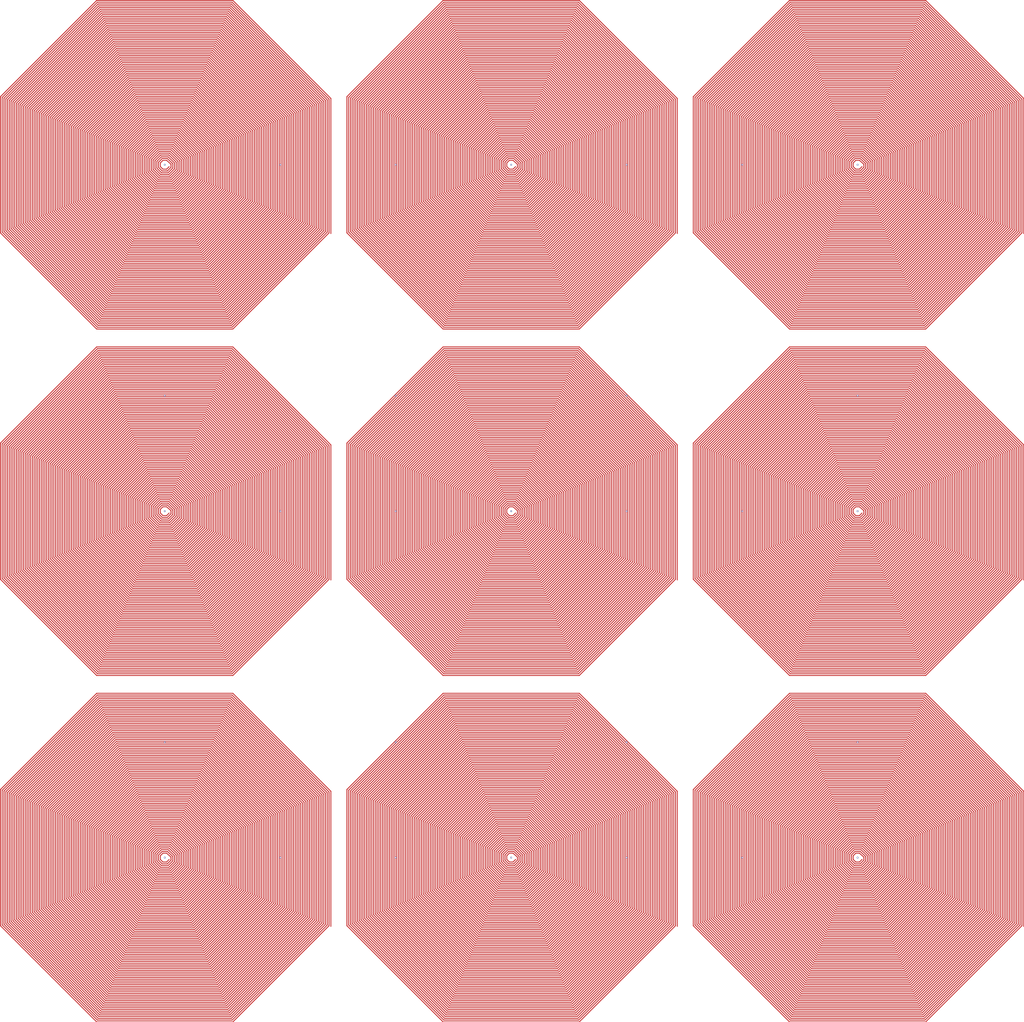
<source format=kicad_pcb>
(kicad_pcb (version 20240108) (generator "pcbnew") (generator_version "8.0")
  (layers (0 "F.Cu" signal) (1 "In1.Cu" signal) (2 "In2.Cu" signal) (3 "In3.Cu" signal) (4 "In4.Cu" signal) (31 "B.Cu" signal) (34 "B.Paste" user) (35 "F.Paste" user) (36 "B.SilkS" user "B.Silkscreen") (37 "F.SilkS" user "F.Silkscreen") (38 "B.Mask" user) (39 "F.Mask" user) (44 "Edge.Cuts" user))
  (net 0 "")
  (segment (start 50.163 49.792) (end 49.792 50.163) (width 0.127) (layer "F.Cu") (net 0))
  (segment (start 49.792 50.163) (end 49.268 50.163) (width 0.127) (layer "F.Cu") (net 0))
  (segment (start 49.268 50.163) (end 48.897 49.792) (width 0.127) (layer "F.Cu") (net 0))
  (segment (start 48.897 49.792) (end 48.897 49.268) (width 0.127) (layer "F.Cu") (net 0))
  (segment (start 48.897 49.268) (end 49.268 48.897) (width 0.127) (layer "F.Cu") (net 0))
  (segment (start 49.268 48.897) (end 49.792 48.897) (width 0.127) (layer "F.Cu") (net 0))
  (segment (start 49.792 48.897) (end 50.417 49.451) (width 0.127) (layer "F.Cu") (net 0))
  (segment (start 50.417 49.451) (end 50.417 49.897) (width 0.127) (layer "F.Cu") (net 0))
  (segment (start 50.417 49.897) (end 49.897 50.417) (width 0.127) (layer "F.Cu") (net 0))
  (segment (start 49.897 50.417) (end 49.163 50.417) (width 0.127) (layer "F.Cu") (net 0))
  (segment (start 49.163 50.417) (end 48.643 49.897) (width 0.127) (layer "F.Cu") (net 0))
  (segment (start 48.643 49.897) (end 48.643 49.163) (width 0.127) (layer "F.Cu") (net 0))
  (segment (start 48.643 49.163) (end 49.163 48.643) (width 0.127) (layer "F.Cu") (net 0))
  (segment (start 49.163 48.643) (end 49.897 48.643) (width 0.127) (layer "F.Cu") (net 0))
  (segment (start 49.897 48.643) (end 50.671 49.363) (width 0.127) (layer "F.Cu") (net 0))
  (segment (start 50.671 49.363) (end 50.671 50.003) (width 0.127) (layer "F.Cu") (net 0))
  (segment (start 50.671 50.003) (end 50.003 50.671) (width 0.127) (layer "F.Cu") (net 0))
  (segment (start 50.003 50.671) (end 49.057 50.671) (width 0.127) (layer "F.Cu") (net 0))
  (segment (start 49.057 50.671) (end 48.389 50.003) (width 0.127) (layer "F.Cu") (net 0))
  (segment (start 48.389 50.003) (end 48.389 49.057) (width 0.127) (layer "F.Cu") (net 0))
  (segment (start 48.389 49.057) (end 49.057 48.389) (width 0.127) (layer "F.Cu") (net 0))
  (segment (start 49.057 48.389) (end 50.003 48.389) (width 0.127) (layer "F.Cu") (net 0))
  (segment (start 50.003 48.389) (end 50.925 49.268) (width 0.127) (layer "F.Cu") (net 0))
  (segment (start 50.925 49.268) (end 50.925 50.108) (width 0.127) (layer "F.Cu") (net 0))
  (segment (start 50.925 50.108) (end 50.108 50.925) (width 0.127) (layer "F.Cu") (net 0))
  (segment (start 50.108 50.925) (end 48.952 50.925) (width 0.127) (layer "F.Cu") (net 0))
  (segment (start 48.952 50.925) (end 48.135 50.108) (width 0.127) (layer "F.Cu") (net 0))
  (segment (start 48.135 50.108) (end 48.135 48.952) (width 0.127) (layer "F.Cu") (net 0))
  (segment (start 48.135 48.952) (end 48.952 48.135) (width 0.127) (layer "F.Cu") (net 0))
  (segment (start 48.952 48.135) (end 50.108 48.135) (width 0.127) (layer "F.Cu") (net 0))
  (segment (start 50.108 48.135) (end 51.179 49.170) (width 0.127) (layer "F.Cu") (net 0))
  (segment (start 51.179 49.170) (end 51.179 50.213) (width 0.127) (layer "F.Cu") (net 0))
  (segment (start 51.179 50.213) (end 50.213 51.179) (width 0.127) (layer "F.Cu") (net 0))
  (segment (start 50.213 51.179) (end 48.847 51.179) (width 0.127) (layer "F.Cu") (net 0))
  (segment (start 48.847 51.179) (end 47.881 50.213) (width 0.127) (layer "F.Cu") (net 0))
  (segment (start 47.881 50.213) (end 47.881 48.847) (width 0.127) (layer "F.Cu") (net 0))
  (segment (start 47.881 48.847) (end 48.847 47.881) (width 0.127) (layer "F.Cu") (net 0))
  (segment (start 48.847 47.881) (end 50.213 47.881) (width 0.127) (layer "F.Cu") (net 0))
  (segment (start 50.213 47.881) (end 51.433 49.070) (width 0.127) (layer "F.Cu") (net 0))
  (segment (start 51.433 49.070) (end 51.433 50.318) (width 0.127) (layer "F.Cu") (net 0))
  (segment (start 51.433 50.318) (end 50.318 51.433) (width 0.127) (layer "F.Cu") (net 0))
  (segment (start 50.318 51.433) (end 48.742 51.433) (width 0.127) (layer "F.Cu") (net 0))
  (segment (start 48.742 51.433) (end 47.627 50.318) (width 0.127) (layer "F.Cu") (net 0))
  (segment (start 47.627 50.318) (end 47.627 48.742) (width 0.127) (layer "F.Cu") (net 0))
  (segment (start 47.627 48.742) (end 48.742 47.627) (width 0.127) (layer "F.Cu") (net 0))
  (segment (start 48.742 47.627) (end 50.318 47.627) (width 0.127) (layer "F.Cu") (net 0))
  (segment (start 50.318 47.627) (end 51.687 48.969) (width 0.127) (layer "F.Cu") (net 0))
  (segment (start 51.687 48.969) (end 51.687 50.423) (width 0.127) (layer "F.Cu") (net 0))
  (segment (start 51.687 50.423) (end 50.423 51.687) (width 0.127) (layer "F.Cu") (net 0))
  (segment (start 50.423 51.687) (end 48.637 51.687) (width 0.127) (layer "F.Cu") (net 0))
  (segment (start 48.637 51.687) (end 47.373 50.423) (width 0.127) (layer "F.Cu") (net 0))
  (segment (start 47.373 50.423) (end 47.373 48.637) (width 0.127) (layer "F.Cu") (net 0))
  (segment (start 47.373 48.637) (end 48.637 47.373) (width 0.127) (layer "F.Cu") (net 0))
  (segment (start 48.637 47.373) (end 50.423 47.373) (width 0.127) (layer "F.Cu") (net 0))
  (segment (start 50.423 47.373) (end 51.941 48.866) (width 0.127) (layer "F.Cu") (net 0))
  (segment (start 51.941 48.866) (end 51.941 50.529) (width 0.127) (layer "F.Cu") (net 0))
  (segment (start 51.941 50.529) (end 50.529 51.941) (width 0.127) (layer "F.Cu") (net 0))
  (segment (start 50.529 51.941) (end 48.531 51.941) (width 0.127) (layer "F.Cu") (net 0))
  (segment (start 48.531 51.941) (end 47.119 50.529) (width 0.127) (layer "F.Cu") (net 0))
  (segment (start 47.119 50.529) (end 47.119 48.531) (width 0.127) (layer "F.Cu") (net 0))
  (segment (start 47.119 48.531) (end 48.531 47.119) (width 0.127) (layer "F.Cu") (net 0))
  (segment (start 48.531 47.119) (end 50.529 47.119) (width 0.127) (layer "F.Cu") (net 0))
  (segment (start 50.529 47.119) (end 52.195 48.764) (width 0.127) (layer "F.Cu") (net 0))
  (segment (start 52.195 48.764) (end 52.195 50.634) (width 0.127) (layer "F.Cu") (net 0))
  (segment (start 52.195 50.634) (end 50.634 52.195) (width 0.127) (layer "F.Cu") (net 0))
  (segment (start 50.634 52.195) (end 48.426 52.195) (width 0.127) (layer "F.Cu") (net 0))
  (segment (start 48.426 52.195) (end 46.865 50.634) (width 0.127) (layer "F.Cu") (net 0))
  (segment (start 46.865 50.634) (end 46.865 48.426) (width 0.127) (layer "F.Cu") (net 0))
  (segment (start 46.865 48.426) (end 48.426 46.865) (width 0.127) (layer "F.Cu") (net 0))
  (segment (start 48.426 46.865) (end 50.634 46.865) (width 0.127) (layer "F.Cu") (net 0))
  (segment (start 50.634 46.865) (end 52.449 48.660) (width 0.127) (layer "F.Cu") (net 0))
  (segment (start 52.449 48.660) (end 52.449 50.739) (width 0.127) (layer "F.Cu") (net 0))
  (segment (start 52.449 50.739) (end 50.739 52.449) (width 0.127) (layer "F.Cu") (net 0))
  (segment (start 50.739 52.449) (end 48.321 52.449) (width 0.127) (layer "F.Cu") (net 0))
  (segment (start 48.321 52.449) (end 46.611 50.739) (width 0.127) (layer "F.Cu") (net 0))
  (segment (start 46.611 50.739) (end 46.611 48.321) (width 0.127) (layer "F.Cu") (net 0))
  (segment (start 46.611 48.321) (end 48.321 46.611) (width 0.127) (layer "F.Cu") (net 0))
  (segment (start 48.321 46.611) (end 50.739 46.611) (width 0.127) (layer "F.Cu") (net 0))
  (segment (start 50.739 46.611) (end 52.703 48.557) (width 0.127) (layer "F.Cu") (net 0))
  (segment (start 52.703 48.557) (end 52.703 50.844) (width 0.127) (layer "F.Cu") (net 0))
  (segment (start 52.703 50.844) (end 50.844 52.703) (width 0.127) (layer "F.Cu") (net 0))
  (segment (start 50.844 52.703) (end 48.216 52.703) (width 0.127) (layer "F.Cu") (net 0))
  (segment (start 48.216 52.703) (end 46.357 50.844) (width 0.127) (layer "F.Cu") (net 0))
  (segment (start 46.357 50.844) (end 46.357 48.216) (width 0.127) (layer "F.Cu") (net 0))
  (segment (start 46.357 48.216) (end 48.216 46.357) (width 0.127) (layer "F.Cu") (net 0))
  (segment (start 48.216 46.357) (end 50.844 46.357) (width 0.127) (layer "F.Cu") (net 0))
  (segment (start 50.844 46.357) (end 52.957 48.453) (width 0.127) (layer "F.Cu") (net 0))
  (segment (start 52.957 48.453) (end 52.957 50.950) (width 0.127) (layer "F.Cu") (net 0))
  (segment (start 52.957 50.950) (end 50.950 52.957) (width 0.127) (layer "F.Cu") (net 0))
  (segment (start 50.950 52.957) (end 48.110 52.957) (width 0.127) (layer "F.Cu") (net 0))
  (segment (start 48.110 52.957) (end 46.103 50.950) (width 0.127) (layer "F.Cu") (net 0))
  (segment (start 46.103 50.950) (end 46.103 48.110) (width 0.127) (layer "F.Cu") (net 0))
  (segment (start 46.103 48.110) (end 48.110 46.103) (width 0.127) (layer "F.Cu") (net 0))
  (segment (start 48.110 46.103) (end 50.950 46.103) (width 0.127) (layer "F.Cu") (net 0))
  (segment (start 50.950 46.103) (end 53.211 48.349) (width 0.127) (layer "F.Cu") (net 0))
  (segment (start 53.211 48.349) (end 53.211 51.055) (width 0.127) (layer "F.Cu") (net 0))
  (segment (start 53.211 51.055) (end 51.055 53.211) (width 0.127) (layer "F.Cu") (net 0))
  (segment (start 51.055 53.211) (end 48.005 53.211) (width 0.127) (layer "F.Cu") (net 0))
  (segment (start 48.005 53.211) (end 45.849 51.055) (width 0.127) (layer "F.Cu") (net 0))
  (segment (start 45.849 51.055) (end 45.849 48.005) (width 0.127) (layer "F.Cu") (net 0))
  (segment (start 45.849 48.005) (end 48.005 45.849) (width 0.127) (layer "F.Cu") (net 0))
  (segment (start 48.005 45.849) (end 51.055 45.849) (width 0.127) (layer "F.Cu") (net 0))
  (segment (start 51.055 45.849) (end 53.465 48.245) (width 0.127) (layer "F.Cu") (net 0))
  (segment (start 53.465 48.245) (end 53.465 51.160) (width 0.127) (layer "F.Cu") (net 0))
  (segment (start 53.465 51.160) (end 51.160 53.465) (width 0.127) (layer "F.Cu") (net 0))
  (segment (start 51.160 53.465) (end 47.900 53.465) (width 0.127) (layer "F.Cu") (net 0))
  (segment (start 47.900 53.465) (end 45.595 51.160) (width 0.127) (layer "F.Cu") (net 0))
  (segment (start 45.595 51.160) (end 45.595 47.900) (width 0.127) (layer "F.Cu") (net 0))
  (segment (start 45.595 47.900) (end 47.900 45.595) (width 0.127) (layer "F.Cu") (net 0))
  (segment (start 47.900 45.595) (end 51.160 45.595) (width 0.127) (layer "F.Cu") (net 0))
  (segment (start 51.160 45.595) (end 53.719 48.140) (width 0.127) (layer "F.Cu") (net 0))
  (segment (start 53.719 48.140) (end 53.719 51.265) (width 0.127) (layer "F.Cu") (net 0))
  (segment (start 53.719 51.265) (end 51.265 53.719) (width 0.127) (layer "F.Cu") (net 0))
  (segment (start 51.265 53.719) (end 47.795 53.719) (width 0.127) (layer "F.Cu") (net 0))
  (segment (start 47.795 53.719) (end 45.341 51.265) (width 0.127) (layer "F.Cu") (net 0))
  (segment (start 45.341 51.265) (end 45.341 47.795) (width 0.127) (layer "F.Cu") (net 0))
  (segment (start 45.341 47.795) (end 47.795 45.341) (width 0.127) (layer "F.Cu") (net 0))
  (segment (start 47.795 45.341) (end 51.265 45.341) (width 0.127) (layer "F.Cu") (net 0))
  (segment (start 51.265 45.341) (end 53.973 48.036) (width 0.127) (layer "F.Cu") (net 0))
  (segment (start 53.973 48.036) (end 53.973 51.370) (width 0.127) (layer "F.Cu") (net 0))
  (segment (start 53.973 51.370) (end 51.370 53.973) (width 0.127) (layer "F.Cu") (net 0))
  (segment (start 51.370 53.973) (end 47.690 53.973) (width 0.127) (layer "F.Cu") (net 0))
  (segment (start 47.690 53.973) (end 45.087 51.370) (width 0.127) (layer "F.Cu") (net 0))
  (segment (start 45.087 51.370) (end 45.087 47.690) (width 0.127) (layer "F.Cu") (net 0))
  (segment (start 45.087 47.690) (end 47.690 45.087) (width 0.127) (layer "F.Cu") (net 0))
  (segment (start 47.690 45.087) (end 51.370 45.087) (width 0.127) (layer "F.Cu") (net 0))
  (segment (start 51.370 45.087) (end 54.227 47.932) (width 0.127) (layer "F.Cu") (net 0))
  (segment (start 54.227 47.932) (end 54.227 51.476) (width 0.127) (layer "F.Cu") (net 0))
  (segment (start 54.227 51.476) (end 51.476 54.227) (width 0.127) (layer "F.Cu") (net 0))
  (segment (start 51.476 54.227) (end 47.584 54.227) (width 0.127) (layer "F.Cu") (net 0))
  (segment (start 47.584 54.227) (end 44.833 51.476) (width 0.127) (layer "F.Cu") (net 0))
  (segment (start 44.833 51.476) (end 44.833 47.584) (width 0.127) (layer "F.Cu") (net 0))
  (segment (start 44.833 47.584) (end 47.584 44.833) (width 0.127) (layer "F.Cu") (net 0))
  (segment (start 47.584 44.833) (end 51.476 44.833) (width 0.127) (layer "F.Cu") (net 0))
  (segment (start 51.476 44.833) (end 54.481 47.827) (width 0.127) (layer "F.Cu") (net 0))
  (segment (start 54.481 47.827) (end 54.481 51.581) (width 0.127) (layer "F.Cu") (net 0))
  (segment (start 54.481 51.581) (end 51.581 54.481) (width 0.127) (layer "F.Cu") (net 0))
  (segment (start 51.581 54.481) (end 47.479 54.481) (width 0.127) (layer "F.Cu") (net 0))
  (segment (start 47.479 54.481) (end 44.579 51.581) (width 0.127) (layer "F.Cu") (net 0))
  (segment (start 44.579 51.581) (end 44.579 47.479) (width 0.127) (layer "F.Cu") (net 0))
  (segment (start 44.579 47.479) (end 47.479 44.579) (width 0.127) (layer "F.Cu") (net 0))
  (segment (start 47.479 44.579) (end 51.581 44.579) (width 0.127) (layer "F.Cu") (net 0))
  (segment (start 51.581 44.579) (end 54.735 47.722) (width 0.127) (layer "F.Cu") (net 0))
  (segment (start 54.735 47.722) (end 54.735 51.686) (width 0.127) (layer "F.Cu") (net 0))
  (segment (start 54.735 51.686) (end 51.686 54.735) (width 0.127) (layer "F.Cu") (net 0))
  (segment (start 51.686 54.735) (end 47.374 54.735) (width 0.127) (layer "F.Cu") (net 0))
  (segment (start 47.374 54.735) (end 44.325 51.686) (width 0.127) (layer "F.Cu") (net 0))
  (segment (start 44.325 51.686) (end 44.325 47.374) (width 0.127) (layer "F.Cu") (net 0))
  (segment (start 44.325 47.374) (end 47.374 44.325) (width 0.127) (layer "F.Cu") (net 0))
  (segment (start 47.374 44.325) (end 51.686 44.325) (width 0.127) (layer "F.Cu") (net 0))
  (segment (start 51.686 44.325) (end 54.989 47.618) (width 0.127) (layer "F.Cu") (net 0))
  (segment (start 54.989 47.618) (end 54.989 51.791) (width 0.127) (layer "F.Cu") (net 0))
  (segment (start 54.989 51.791) (end 51.791 54.989) (width 0.127) (layer "F.Cu") (net 0))
  (segment (start 51.791 54.989) (end 47.269 54.989) (width 0.127) (layer "F.Cu") (net 0))
  (segment (start 47.269 54.989) (end 44.071 51.791) (width 0.127) (layer "F.Cu") (net 0))
  (segment (start 44.071 51.791) (end 44.071 47.269) (width 0.127) (layer "F.Cu") (net 0))
  (segment (start 44.071 47.269) (end 47.269 44.071) (width 0.127) (layer "F.Cu") (net 0))
  (segment (start 47.269 44.071) (end 51.791 44.071) (width 0.127) (layer "F.Cu") (net 0))
  (segment (start 51.791 44.071) (end 55.243 47.513) (width 0.127) (layer "F.Cu") (net 0))
  (segment (start 55.243 47.513) (end 55.243 51.896) (width 0.127) (layer "F.Cu") (net 0))
  (segment (start 55.243 51.896) (end 51.896 55.243) (width 0.127) (layer "F.Cu") (net 0))
  (segment (start 51.896 55.243) (end 47.164 55.243) (width 0.127) (layer "F.Cu") (net 0))
  (segment (start 47.164 55.243) (end 43.817 51.896) (width 0.127) (layer "F.Cu") (net 0))
  (segment (start 43.817 51.896) (end 43.817 47.164) (width 0.127) (layer "F.Cu") (net 0))
  (segment (start 43.817 47.164) (end 47.164 43.817) (width 0.127) (layer "F.Cu") (net 0))
  (segment (start 47.164 43.817) (end 51.896 43.817) (width 0.127) (layer "F.Cu") (net 0))
  (segment (start 51.896 43.817) (end 55.497 47.408) (width 0.127) (layer "F.Cu") (net 0))
  (segment (start 55.497 47.408) (end 55.497 52.002) (width 0.127) (layer "F.Cu") (net 0))
  (segment (start 55.497 52.002) (end 52.002 55.497) (width 0.127) (layer "F.Cu") (net 0))
  (segment (start 52.002 55.497) (end 47.058 55.497) (width 0.127) (layer "F.Cu") (net 0))
  (segment (start 47.058 55.497) (end 43.563 52.002) (width 0.127) (layer "F.Cu") (net 0))
  (segment (start 43.563 52.002) (end 43.563 47.058) (width 0.127) (layer "F.Cu") (net 0))
  (segment (start 43.563 47.058) (end 47.058 43.563) (width 0.127) (layer "F.Cu") (net 0))
  (segment (start 47.058 43.563) (end 52.002 43.563) (width 0.127) (layer "F.Cu") (net 0))
  (segment (start 52.002 43.563) (end 55.751 47.303) (width 0.127) (layer "F.Cu") (net 0))
  (segment (start 55.751 47.303) (end 55.751 52.107) (width 0.127) (layer "F.Cu") (net 0))
  (segment (start 55.751 52.107) (end 52.107 55.751) (width 0.127) (layer "F.Cu") (net 0))
  (segment (start 52.107 55.751) (end 46.953 55.751) (width 0.127) (layer "F.Cu") (net 0))
  (segment (start 46.953 55.751) (end 43.309 52.107) (width 0.127) (layer "F.Cu") (net 0))
  (segment (start 43.309 52.107) (end 43.309 46.953) (width 0.127) (layer "F.Cu") (net 0))
  (segment (start 43.309 46.953) (end 46.953 43.309) (width 0.127) (layer "F.Cu") (net 0))
  (segment (start 46.953 43.309) (end 52.107 43.309) (width 0.127) (layer "F.Cu") (net 0))
  (segment (start 52.107 43.309) (end 56.005 47.198) (width 0.127) (layer "F.Cu") (net 0))
  (segment (start 56.005 47.198) (end 56.005 52.212) (width 0.127) (layer "F.Cu") (net 0))
  (segment (start 56.005 52.212) (end 52.212 56.005) (width 0.127) (layer "F.Cu") (net 0))
  (segment (start 52.212 56.005) (end 46.848 56.005) (width 0.127) (layer "F.Cu") (net 0))
  (segment (start 46.848 56.005) (end 43.055 52.212) (width 0.127) (layer "F.Cu") (net 0))
  (segment (start 43.055 52.212) (end 43.055 46.848) (width 0.127) (layer "F.Cu") (net 0))
  (segment (start 43.055 46.848) (end 46.848 43.055) (width 0.127) (layer "F.Cu") (net 0))
  (segment (start 46.848 43.055) (end 52.212 43.055) (width 0.127) (layer "F.Cu") (net 0))
  (segment (start 52.212 43.055) (end 56.259 47.094) (width 0.127) (layer "F.Cu") (net 0))
  (segment (start 56.259 47.094) (end 56.259 52.317) (width 0.127) (layer "F.Cu") (net 0))
  (segment (start 56.259 52.317) (end 52.317 56.259) (width 0.127) (layer "F.Cu") (net 0))
  (segment (start 52.317 56.259) (end 46.743 56.259) (width 0.127) (layer "F.Cu") (net 0))
  (segment (start 46.743 56.259) (end 42.801 52.317) (width 0.127) (layer "F.Cu") (net 0))
  (segment (start 42.801 52.317) (end 42.801 46.743) (width 0.127) (layer "F.Cu") (net 0))
  (segment (start 42.801 46.743) (end 46.743 42.801) (width 0.127) (layer "F.Cu") (net 0))
  (segment (start 46.743 42.801) (end 52.317 42.801) (width 0.127) (layer "F.Cu") (net 0))
  (segment (start 52.317 42.801) (end 56.513 46.989) (width 0.127) (layer "F.Cu") (net 0))
  (segment (start 56.513 46.989) (end 56.513 52.422) (width 0.127) (layer "F.Cu") (net 0))
  (segment (start 56.513 52.422) (end 52.422 56.513) (width 0.127) (layer "F.Cu") (net 0))
  (segment (start 52.422 56.513) (end 46.638 56.513) (width 0.127) (layer "F.Cu") (net 0))
  (segment (start 46.638 56.513) (end 42.547 52.422) (width 0.127) (layer "F.Cu") (net 0))
  (segment (start 42.547 52.422) (end 42.547 46.638) (width 0.127) (layer "F.Cu") (net 0))
  (segment (start 42.547 46.638) (end 46.638 42.547) (width 0.127) (layer "F.Cu") (net 0))
  (segment (start 46.638 42.547) (end 52.422 42.547) (width 0.127) (layer "F.Cu") (net 0))
  (segment (start 52.422 42.547) (end 56.767 46.884) (width 0.127) (layer "F.Cu") (net 0))
  (segment (start 56.767 46.884) (end 56.767 52.528) (width 0.127) (layer "F.Cu") (net 0))
  (segment (start 56.767 52.528) (end 52.528 56.767) (width 0.127) (layer "F.Cu") (net 0))
  (segment (start 52.528 56.767) (end 46.532 56.767) (width 0.127) (layer "F.Cu") (net 0))
  (segment (start 46.532 56.767) (end 42.293 52.528) (width 0.127) (layer "F.Cu") (net 0))
  (segment (start 42.293 52.528) (end 42.293 46.532) (width 0.127) (layer "F.Cu") (net 0))
  (segment (start 42.293 46.532) (end 46.532 42.293) (width 0.127) (layer "F.Cu") (net 0))
  (segment (start 46.532 42.293) (end 52.528 42.293) (width 0.127) (layer "F.Cu") (net 0))
  (segment (start 52.528 42.293) (end 57.021 46.779) (width 0.127) (layer "F.Cu") (net 0))
  (segment (start 57.021 46.779) (end 57.021 52.633) (width 0.127) (layer "F.Cu") (net 0))
  (segment (start 57.021 52.633) (end 52.633 57.021) (width 0.127) (layer "F.Cu") (net 0))
  (segment (start 52.633 57.021) (end 46.427 57.021) (width 0.127) (layer "F.Cu") (net 0))
  (segment (start 46.427 57.021) (end 42.039 52.633) (width 0.127) (layer "F.Cu") (net 0))
  (segment (start 42.039 52.633) (end 42.039 46.427) (width 0.127) (layer "F.Cu") (net 0))
  (segment (start 42.039 46.427) (end 46.427 42.039) (width 0.127) (layer "F.Cu") (net 0))
  (segment (start 46.427 42.039) (end 52.633 42.039) (width 0.127) (layer "F.Cu") (net 0))
  (segment (start 52.633 42.039) (end 57.275 46.674) (width 0.127) (layer "F.Cu") (net 0))
  (segment (start 57.275 46.674) (end 57.275 52.738) (width 0.127) (layer "F.Cu") (net 0))
  (segment (start 57.275 52.738) (end 52.738 57.275) (width 0.127) (layer "F.Cu") (net 0))
  (segment (start 52.738 57.275) (end 46.322 57.275) (width 0.127) (layer "F.Cu") (net 0))
  (segment (start 46.322 57.275) (end 41.785 52.738) (width 0.127) (layer "F.Cu") (net 0))
  (segment (start 41.785 52.738) (end 41.785 46.322) (width 0.127) (layer "F.Cu") (net 0))
  (segment (start 41.785 46.322) (end 46.322 41.785) (width 0.127) (layer "F.Cu") (net 0))
  (segment (start 46.322 41.785) (end 52.738 41.785) (width 0.127) (layer "F.Cu") (net 0))
  (segment (start 52.738 41.785) (end 57.529 46.569) (width 0.127) (layer "F.Cu") (net 0))
  (segment (start 57.529 46.569) (end 57.529 52.843) (width 0.127) (layer "F.Cu") (net 0))
  (segment (start 57.529 52.843) (end 52.843 57.529) (width 0.127) (layer "F.Cu") (net 0))
  (segment (start 52.843 57.529) (end 46.217 57.529) (width 0.127) (layer "F.Cu") (net 0))
  (segment (start 46.217 57.529) (end 41.531 52.843) (width 0.127) (layer "F.Cu") (net 0))
  (segment (start 41.531 52.843) (end 41.531 46.217) (width 0.127) (layer "F.Cu") (net 0))
  (segment (start 41.531 46.217) (end 46.217 41.531) (width 0.127) (layer "F.Cu") (net 0))
  (segment (start 46.217 41.531) (end 52.843 41.531) (width 0.127) (layer "F.Cu") (net 0))
  (segment (start 52.843 41.531) (end 57.783 46.464) (width 0.127) (layer "F.Cu") (net 0))
  (segment (start 57.783 46.464) (end 57.783 52.949) (width 0.127) (layer "F.Cu") (net 0))
  (segment (start 57.783 52.949) (end 52.949 57.783) (width 0.127) (layer "F.Cu") (net 0))
  (segment (start 52.949 57.783) (end 46.111 57.783) (width 0.127) (layer "F.Cu") (net 0))
  (segment (start 46.111 57.783) (end 41.277 52.949) (width 0.127) (layer "F.Cu") (net 0))
  (segment (start 41.277 52.949) (end 41.277 46.111) (width 0.127) (layer "F.Cu") (net 0))
  (segment (start 41.277 46.111) (end 46.111 41.277) (width 0.127) (layer "F.Cu") (net 0))
  (segment (start 46.111 41.277) (end 52.949 41.277) (width 0.127) (layer "F.Cu") (net 0))
  (segment (start 52.949 41.277) (end 58.037 46.359) (width 0.127) (layer "F.Cu") (net 0))
  (segment (start 58.037 46.359) (end 58.037 53.054) (width 0.127) (layer "F.Cu") (net 0))
  (segment (start 58.037 53.054) (end 53.054 58.037) (width 0.127) (layer "F.Cu") (net 0))
  (segment (start 53.054 58.037) (end 46.006 58.037) (width 0.127) (layer "F.Cu") (net 0))
  (segment (start 46.006 58.037) (end 41.023 53.054) (width 0.127) (layer "F.Cu") (net 0))
  (segment (start 41.023 53.054) (end 41.023 46.006) (width 0.127) (layer "F.Cu") (net 0))
  (segment (start 41.023 46.006) (end 46.006 41.023) (width 0.127) (layer "F.Cu") (net 0))
  (segment (start 46.006 41.023) (end 53.054 41.023) (width 0.127) (layer "F.Cu") (net 0))
  (segment (start 53.054 41.023) (end 58.291 46.254) (width 0.127) (layer "F.Cu") (net 0))
  (segment (start 58.291 46.254) (end 58.291 53.159) (width 0.127) (layer "F.Cu") (net 0))
  (segment (start 58.291 53.159) (end 53.159 58.291) (width 0.127) (layer "F.Cu") (net 0))
  (segment (start 53.159 58.291) (end 45.901 58.291) (width 0.127) (layer "F.Cu") (net 0))
  (segment (start 45.901 58.291) (end 40.769 53.159) (width 0.127) (layer "F.Cu") (net 0))
  (segment (start 40.769 53.159) (end 40.769 45.901) (width 0.127) (layer "F.Cu") (net 0))
  (segment (start 40.769 45.901) (end 45.901 40.769) (width 0.127) (layer "F.Cu") (net 0))
  (segment (start 45.901 40.769) (end 53.159 40.769) (width 0.127) (layer "F.Cu") (net 0))
  (segment (start 53.159 40.769) (end 58.545 46.149) (width 0.127) (layer "F.Cu") (net 0))
  (segment (start 58.545 46.149) (end 58.545 53.264) (width 0.127) (layer "F.Cu") (net 0))
  (segment (start 58.545 53.264) (end 53.264 58.545) (width 0.127) (layer "F.Cu") (net 0))
  (segment (start 53.264 58.545) (end 45.796 58.545) (width 0.127) (layer "F.Cu") (net 0))
  (segment (start 45.796 58.545) (end 40.515 53.264) (width 0.127) (layer "F.Cu") (net 0))
  (segment (start 40.515 53.264) (end 40.515 45.796) (width 0.127) (layer "F.Cu") (net 0))
  (segment (start 40.515 45.796) (end 45.796 40.515) (width 0.127) (layer "F.Cu") (net 0))
  (segment (start 45.796 40.515) (end 53.264 40.515) (width 0.127) (layer "F.Cu") (net 0))
  (segment (start 53.264 40.515) (end 58.799 46.044) (width 0.127) (layer "F.Cu") (net 0))
  (segment (start 58.799 46.044) (end 58.799 53.369) (width 0.127) (layer "F.Cu") (net 0))
  (segment (start 58.799 53.369) (end 53.369 58.799) (width 0.127) (layer "F.Cu") (net 0))
  (segment (start 53.369 58.799) (end 45.691 58.799) (width 0.127) (layer "F.Cu") (net 0))
  (segment (start 45.691 58.799) (end 40.261 53.369) (width 0.127) (layer "F.Cu") (net 0))
  (segment (start 40.261 53.369) (end 40.261 45.691) (width 0.127) (layer "F.Cu") (net 0))
  (segment (start 40.261 45.691) (end 45.691 40.261) (width 0.127) (layer "F.Cu") (net 0))
  (segment (start 45.691 40.261) (end 53.369 40.261) (width 0.127) (layer "F.Cu") (net 0))
  (segment (start 53.369 40.261) (end 59.053 45.939) (width 0.127) (layer "F.Cu") (net 0))
  (segment (start 59.053 45.939) (end 59.053 53.475) (width 0.127) (layer "F.Cu") (net 0))
  (segment (start 59.053 53.475) (end 53.475 59.053) (width 0.127) (layer "F.Cu") (net 0))
  (segment (start 53.475 59.053) (end 45.585 59.053) (width 0.127) (layer "F.Cu") (net 0))
  (segment (start 45.585 59.053) (end 40.007 53.475) (width 0.127) (layer "F.Cu") (net 0))
  (segment (start 40.007 53.475) (end 40.007 45.585) (width 0.127) (layer "F.Cu") (net 0))
  (segment (start 40.007 45.585) (end 45.585 40.007) (width 0.127) (layer "F.Cu") (net 0))
  (segment (start 45.585 40.007) (end 53.475 40.007) (width 0.127) (layer "F.Cu") (net 0))
  (segment (start 53.475 40.007) (end 59.307 45.834) (width 0.127) (layer "F.Cu") (net 0))
  (segment (start 59.307 45.834) (end 59.307 53.580) (width 0.127) (layer "F.Cu") (net 0))
  (segment (start 59.307 53.580) (end 53.580 59.307) (width 0.127) (layer "F.Cu") (net 0))
  (segment (start 53.580 59.307) (end 45.480 59.307) (width 0.127) (layer "F.Cu") (net 0))
  (segment (start 45.480 59.307) (end 39.753 53.580) (width 0.127) (layer "F.Cu") (net 0))
  (segment (start 39.753 53.580) (end 39.753 45.480) (width 0.127) (layer "F.Cu") (net 0))
  (segment (start 39.753 45.480) (end 45.480 39.753) (width 0.127) (layer "F.Cu") (net 0))
  (segment (start 45.480 39.753) (end 53.580 39.753) (width 0.127) (layer "F.Cu") (net 0))
  (segment (start 53.580 39.753) (end 59.561 45.729) (width 0.127) (layer "F.Cu") (net 0))
  (segment (start 59.561 45.729) (end 59.561 53.685) (width 0.127) (layer "F.Cu") (net 0))
  (segment (start 59.561 53.685) (end 53.685 59.561) (width 0.127) (layer "F.Cu") (net 0))
  (segment (start 53.685 59.561) (end 45.375 59.561) (width 0.127) (layer "F.Cu") (net 0))
  (segment (start 45.375 59.561) (end 39.499 53.685) (width 0.127) (layer "F.Cu") (net 0))
  (segment (start 39.499 53.685) (end 39.499 45.375) (width 0.127) (layer "F.Cu") (net 0))
  (segment (start 39.499 45.375) (end 45.375 39.499) (width 0.127) (layer "F.Cu") (net 0))
  (segment (start 45.375 39.499) (end 53.685 39.499) (width 0.127) (layer "F.Cu") (net 0))
  (segment (start 53.685 39.499) (end 59.815 45.624) (width 0.127) (layer "F.Cu") (net 0))
  (segment (start 59.815 45.624) (end 59.815 53.790) (width 0.127) (layer "F.Cu") (net 0))
  (segment (start 59.815 53.790) (end 53.790 59.815) (width 0.127) (layer "F.Cu") (net 0))
  (segment (start 53.790 59.815) (end 45.270 59.815) (width 0.127) (layer "F.Cu") (net 0))
  (segment (start 45.270 59.815) (end 39.245 53.790) (width 0.127) (layer "F.Cu") (net 0))
  (segment (start 39.245 53.790) (end 39.245 45.270) (width 0.127) (layer "F.Cu") (net 0))
  (segment (start 39.245 45.270) (end 45.270 39.245) (width 0.127) (layer "F.Cu") (net 0))
  (segment (start 45.270 39.245) (end 53.790 39.245) (width 0.127) (layer "F.Cu") (net 0))
  (segment (start 53.790 39.245) (end 60.069 45.519) (width 0.127) (layer "F.Cu") (net 0))
  (segment (start 60.069 45.519) (end 60.069 53.895) (width 0.127) (layer "F.Cu") (net 0))
  (segment (start 60.069 53.895) (end 53.895 60.069) (width 0.127) (layer "F.Cu") (net 0))
  (segment (start 53.895 60.069) (end 45.165 60.069) (width 0.127) (layer "F.Cu") (net 0))
  (segment (start 45.165 60.069) (end 38.991 53.895) (width 0.127) (layer "F.Cu") (net 0))
  (segment (start 38.991 53.895) (end 38.991 45.165) (width 0.127) (layer "F.Cu") (net 0))
  (segment (start 38.991 45.165) (end 45.165 38.991) (width 0.127) (layer "F.Cu") (net 0))
  (segment (start 45.165 38.991) (end 53.895 38.991) (width 0.127) (layer "F.Cu") (net 0))
  (segment (start 53.895 38.991) (end 60.323 45.413) (width 0.127) (layer "F.Cu") (net 0))
  (segment (start 60.323 45.413) (end 60.323 54.001) (width 0.127) (layer "F.Cu") (net 0))
  (segment (start 60.323 54.001) (end 54.001 60.323) (width 0.127) (layer "F.Cu") (net 0))
  (segment (start 54.001 60.323) (end 45.059 60.323) (width 0.127) (layer "F.Cu") (net 0))
  (segment (start 45.059 60.323) (end 38.737 54.001) (width 0.127) (layer "F.Cu") (net 0))
  (segment (start 38.737 54.001) (end 38.737 45.059) (width 0.127) (layer "F.Cu") (net 0))
  (segment (start 38.737 45.059) (end 45.059 38.737) (width 0.127) (layer "F.Cu") (net 0))
  (segment (start 45.059 38.737) (end 54.001 38.737) (width 0.127) (layer "F.Cu") (net 0))
  (segment (start 54.001 38.737) (end 60.577 45.308) (width 0.127) (layer "F.Cu") (net 0))
  (segment (start 60.577 45.308) (end 60.577 54.106) (width 0.127) (layer "F.Cu") (net 0))
  (segment (start 60.577 54.106) (end 54.106 60.577) (width 0.127) (layer "F.Cu") (net 0))
  (segment (start 54.106 60.577) (end 44.954 60.577) (width 0.127) (layer "F.Cu") (net 0))
  (segment (start 44.954 60.577) (end 38.483 54.106) (width 0.127) (layer "F.Cu") (net 0))
  (segment (start 38.483 54.106) (end 38.483 44.954) (width 0.127) (layer "F.Cu") (net 0))
  (segment (start 38.483 44.954) (end 44.954 38.483) (width 0.127) (layer "F.Cu") (net 0))
  (segment (start 44.954 38.483) (end 54.106 38.483) (width 0.127) (layer "F.Cu") (net 0))
  (segment (start 54.106 38.483) (end 60.831 45.203) (width 0.127) (layer "F.Cu") (net 0))
  (segment (start 60.831 45.203) (end 60.831 54.211) (width 0.127) (layer "F.Cu") (net 0))
  (segment (start 60.831 54.211) (end 54.211 60.831) (width 0.127) (layer "F.Cu") (net 0))
  (segment (start 54.211 60.831) (end 44.849 60.831) (width 0.127) (layer "F.Cu") (net 0))
  (segment (start 44.849 60.831) (end 38.229 54.211) (width 0.127) (layer "F.Cu") (net 0))
  (segment (start 38.229 54.211) (end 38.229 44.849) (width 0.127) (layer "F.Cu") (net 0))
  (segment (start 38.229 44.849) (end 44.849 38.229) (width 0.127) (layer "F.Cu") (net 0))
  (segment (start 44.849 38.229) (end 54.211 38.229) (width 0.127) (layer "F.Cu") (net 0))
  (segment (start 54.211 38.229) (end 61.085 45.098) (width 0.127) (layer "F.Cu") (net 0))
  (segment (start 61.085 45.098) (end 61.085 54.316) (width 0.127) (layer "F.Cu") (net 0))
  (segment (start 61.085 54.316) (end 54.316 61.085) (width 0.127) (layer "F.Cu") (net 0))
  (segment (start 54.316 61.085) (end 44.744 61.085) (width 0.127) (layer "F.Cu") (net 0))
  (segment (start 44.744 61.085) (end 37.975 54.316) (width 0.127) (layer "F.Cu") (net 0))
  (segment (start 37.975 54.316) (end 37.975 44.744) (width 0.127) (layer "F.Cu") (net 0))
  (segment (start 37.975 44.744) (end 44.744 37.975) (width 0.127) (layer "F.Cu") (net 0))
  (segment (start 44.744 37.975) (end 54.316 37.975) (width 0.127) (layer "F.Cu") (net 0))
  (segment (start 54.316 37.975) (end 61.339 44.993) (width 0.127) (layer "F.Cu") (net 0))
  (segment (start 61.339 44.993) (end 61.339 54.421) (width 0.127) (layer "F.Cu") (net 0))
  (segment (start 61.339 54.421) (end 54.421 61.339) (width 0.127) (layer "F.Cu") (net 0))
  (segment (start 54.421 61.339) (end 44.639 61.339) (width 0.127) (layer "F.Cu") (net 0))
  (segment (start 44.639 61.339) (end 37.721 54.421) (width 0.127) (layer "F.Cu") (net 0))
  (segment (start 37.721 54.421) (end 37.721 44.639) (width 0.127) (layer "F.Cu") (net 0))
  (segment (start 37.721 44.639) (end 44.639 37.721) (width 0.127) (layer "F.Cu") (net 0))
  (segment (start 44.639 37.721) (end 54.421 37.721) (width 0.127) (layer "F.Cu") (net 0))
  (segment (start 54.421 37.721) (end 61.593 44.888) (width 0.127) (layer "F.Cu") (net 0))
  (segment (start 61.593 44.888) (end 61.593 54.527) (width 0.127) (layer "F.Cu") (net 0))
  (segment (start 61.593 54.527) (end 54.527 61.593) (width 0.127) (layer "F.Cu") (net 0))
  (segment (start 54.527 61.593) (end 44.533 61.593) (width 0.127) (layer "F.Cu") (net 0))
  (segment (start 44.533 61.593) (end 37.467 54.527) (width 0.127) (layer "F.Cu") (net 0))
  (segment (start 37.467 54.527) (end 37.467 44.533) (width 0.127) (layer "F.Cu") (net 0))
  (segment (start 37.467 44.533) (end 44.533 37.467) (width 0.127) (layer "F.Cu") (net 0))
  (segment (start 44.533 37.467) (end 54.527 37.467) (width 0.127) (layer "F.Cu") (net 0))
  (segment (start 54.527 37.467) (end 61.847 44.783) (width 0.127) (layer "F.Cu") (net 0))
  (segment (start 61.847 44.783) (end 61.847 54.632) (width 0.127) (layer "F.Cu") (net 0))
  (segment (start 61.847 54.632) (end 54.632 61.847) (width 0.127) (layer "F.Cu") (net 0))
  (segment (start 54.632 61.847) (end 44.428 61.847) (width 0.127) (layer "F.Cu") (net 0))
  (segment (start 44.428 61.847) (end 37.213 54.632) (width 0.127) (layer "F.Cu") (net 0))
  (segment (start 37.213 54.632) (end 37.213 44.428) (width 0.127) (layer "F.Cu") (net 0))
  (segment (start 37.213 44.428) (end 44.428 37.213) (width 0.127) (layer "F.Cu") (net 0))
  (segment (start 44.428 37.213) (end 54.632 37.213) (width 0.127) (layer "F.Cu") (net 0))
  (segment (start 54.632 37.213) (end 62.101 44.678) (width 0.127) (layer "F.Cu") (net 0))
  (segment (start 62.101 44.678) (end 62.101 54.737) (width 0.127) (layer "F.Cu") (net 0))
  (segment (start 62.101 54.737) (end 54.737 62.101) (width 0.127) (layer "F.Cu") (net 0))
  (segment (start 54.737 62.101) (end 44.323 62.101) (width 0.127) (layer "F.Cu") (net 0))
  (segment (start 44.323 62.101) (end 36.959 54.737) (width 0.127) (layer "F.Cu") (net 0))
  (segment (start 36.959 54.737) (end 36.959 44.323) (width 0.127) (layer "F.Cu") (net 0))
  (segment (start 36.959 44.323) (end 44.323 36.959) (width 0.127) (layer "F.Cu") (net 0))
  (segment (start 44.323 36.959) (end 54.737 36.959) (width 0.127) (layer "F.Cu") (net 0))
  (segment (start 54.737 36.959) (end 62.355 44.573) (width 0.127) (layer "F.Cu") (net 0))
  (segment (start 62.355 44.573) (end 62.355 54.842) (width 0.127) (layer "F.Cu") (net 0))
  (segment (start 62.355 54.842) (end 54.842 62.355) (width 0.127) (layer "F.Cu") (net 0))
  (segment (start 54.842 62.355) (end 44.218 62.355) (width 0.127) (layer "F.Cu") (net 0))
  (segment (start 44.218 62.355) (end 36.705 54.842) (width 0.127) (layer "F.Cu") (net 0))
  (segment (start 36.705 54.842) (end 36.705 44.218) (width 0.127) (layer "F.Cu") (net 0))
  (segment (start 36.705 44.218) (end 44.218 36.705) (width 0.127) (layer "F.Cu") (net 0))
  (segment (start 44.218 36.705) (end 54.842 36.705) (width 0.127) (layer "F.Cu") (net 0))
  (segment (start 54.842 36.705) (end 62.609 44.467) (width 0.127) (layer "F.Cu") (net 0))
  (segment (start 62.609 44.467) (end 62.609 54.947) (width 0.127) (layer "F.Cu") (net 0))
  (segment (start 62.609 54.947) (end 54.947 62.609) (width 0.127) (layer "F.Cu") (net 0))
  (segment (start 54.947 62.609) (end 44.113 62.609) (width 0.127) (layer "F.Cu") (net 0))
  (segment (start 44.113 62.609) (end 36.451 54.947) (width 0.127) (layer "F.Cu") (net 0))
  (segment (start 36.451 54.947) (end 36.451 44.113) (width 0.127) (layer "F.Cu") (net 0))
  (segment (start 36.451 44.113) (end 44.113 36.451) (width 0.127) (layer "F.Cu") (net 0))
  (segment (start 44.113 36.451) (end 54.947 36.451) (width 0.127) (layer "F.Cu") (net 0))
  (segment (start 54.947 36.451) (end 62.863 44.362) (width 0.127) (layer "F.Cu") (net 0))
  (segment (start 62.863 44.362) (end 62.863 55.053) (width 0.127) (layer "F.Cu") (net 0))
  (segment (start 62.863 55.053) (end 55.053 62.863) (width 0.127) (layer "F.Cu") (net 0))
  (segment (start 55.053 62.863) (end 44.007 62.863) (width 0.127) (layer "F.Cu") (net 0))
  (segment (start 44.007 62.863) (end 36.197 55.053) (width 0.127) (layer "F.Cu") (net 0))
  (segment (start 36.197 55.053) (end 36.197 44.007) (width 0.127) (layer "F.Cu") (net 0))
  (segment (start 36.197 44.007) (end 44.007 36.197) (width 0.127) (layer "F.Cu") (net 0))
  (segment (start 44.007 36.197) (end 55.053 36.197) (width 0.127) (layer "F.Cu") (net 0))
  (segment (start 55.053 36.197) (end 63.117 44.257) (width 0.127) (layer "F.Cu") (net 0))
  (segment (start 63.117 44.257) (end 63.117 55.158) (width 0.127) (layer "F.Cu") (net 0))
  (segment (start 63.117 55.158) (end 55.158 63.117) (width 0.127) (layer "F.Cu") (net 0))
  (segment (start 55.158 63.117) (end 43.902 63.117) (width 0.127) (layer "F.Cu") (net 0))
  (segment (start 43.902 63.117) (end 35.943 55.158) (width 0.127) (layer "F.Cu") (net 0))
  (segment (start 35.943 55.158) (end 35.943 43.902) (width 0.127) (layer "F.Cu") (net 0))
  (segment (start 35.943 43.902) (end 43.902 35.943) (width 0.127) (layer "F.Cu") (net 0))
  (segment (start 43.902 35.943) (end 55.158 35.943) (width 0.127) (layer "F.Cu") (net 0))
  (segment (start 55.158 35.943) (end 63.371 44.152) (width 0.127) (layer "F.Cu") (net 0))
  (segment (start 63.371 44.152) (end 63.371 55.263) (width 0.127) (layer "F.Cu") (net 0))
  (segment (start 63.371 55.263) (end 55.263 63.371) (width 0.127) (layer "F.Cu") (net 0))
  (segment (start 55.263 63.371) (end 43.797 63.371) (width 0.127) (layer "F.Cu") (net 0))
  (segment (start 43.797 63.371) (end 35.689 55.263) (width 0.127) (layer "F.Cu") (net 0))
  (segment (start 35.689 55.263) (end 35.689 43.797) (width 0.127) (layer "F.Cu") (net 0))
  (segment (start 35.689 43.797) (end 43.797 35.689) (width 0.127) (layer "F.Cu") (net 0))
  (segment (start 43.797 35.689) (end 55.263 35.689) (width 0.127) (layer "F.Cu") (net 0))
  (segment (start 55.263 35.689) (end 63.625 44.047) (width 0.127) (layer "F.Cu") (net 0))
  (segment (start 63.625 44.047) (end 63.625 55.368) (width 0.127) (layer "F.Cu") (net 0))
  (segment (start 63.625 55.368) (end 55.368 63.625) (width 0.127) (layer "F.Cu") (net 0))
  (segment (start 55.368 63.625) (end 43.692 63.625) (width 0.127) (layer "F.Cu") (net 0))
  (segment (start 43.692 63.625) (end 35.435 55.368) (width 0.127) (layer "F.Cu") (net 0))
  (segment (start 35.435 55.368) (end 35.435 43.692) (width 0.127) (layer "F.Cu") (net 0))
  (segment (start 35.435 43.692) (end 43.692 35.435) (width 0.127) (layer "F.Cu") (net 0))
  (segment (start 43.692 35.435) (end 55.368 35.435) (width 0.127) (layer "F.Cu") (net 0))
  (segment (start 55.368 35.435) (end 63.879 43.942) (width 0.127) (layer "F.Cu") (net 0))
  (segment (start 63.879 43.942) (end 63.879 55.474) (width 0.127) (layer "F.Cu") (net 0))
  (segment (start 63.879 55.474) (end 55.474 63.879) (width 0.127) (layer "F.Cu") (net 0))
  (segment (start 55.474 63.879) (end 43.586 63.879) (width 0.127) (layer "F.Cu") (net 0))
  (segment (start 43.586 63.879) (end 35.181 55.474) (width 0.127) (layer "F.Cu") (net 0))
  (segment (start 35.181 55.474) (end 35.181 43.586) (width 0.127) (layer "F.Cu") (net 0))
  (segment (start 35.181 43.586) (end 43.586 35.181) (width 0.127) (layer "F.Cu") (net 0))
  (segment (start 43.586 35.181) (end 55.474 35.181) (width 0.127) (layer "F.Cu") (net 0))
  (segment (start 55.474 35.181) (end 64.133 43.837) (width 0.127) (layer "F.Cu") (net 0))
  (segment (start 64.133 43.837) (end 64.133 55.579) (width 0.127) (layer "F.Cu") (net 0))
  (segment (start 64.133 55.579) (end 55.579 64.133) (width 0.127) (layer "F.Cu") (net 0))
  (segment (start 55.579 64.133) (end 43.481 64.133) (width 0.127) (layer "F.Cu") (net 0))
  (segment (start 43.481 64.133) (end 34.927 55.579) (width 0.127) (layer "F.Cu") (net 0))
  (segment (start 34.927 55.579) (end 34.927 43.481) (width 0.127) (layer "F.Cu") (net 0))
  (segment (start 34.927 43.481) (end 43.481 34.927) (width 0.127) (layer "F.Cu") (net 0))
  (segment (start 43.481 34.927) (end 55.579 34.927) (width 0.127) (layer "F.Cu") (net 0))
  (segment (start 55.579 34.927) (end 64.387 43.731) (width 0.127) (layer "F.Cu") (net 0))
  (segment (start 64.387 43.731) (end 64.387 55.684) (width 0.127) (layer "F.Cu") (net 0))
  (segment (start 64.387 55.684) (end 55.684 64.387) (width 0.127) (layer "F.Cu") (net 0))
  (segment (start 55.684 64.387) (end 43.376 64.387) (width 0.127) (layer "F.Cu") (net 0))
  (segment (start 43.376 64.387) (end 34.673 55.684) (width 0.127) (layer "F.Cu") (net 0))
  (segment (start 34.673 55.684) (end 34.673 43.376) (width 0.127) (layer "F.Cu") (net 0))
  (segment (start 34.673 43.376) (end 43.376 34.673) (width 0.127) (layer "F.Cu") (net 0))
  (segment (start 43.376 34.673) (end 55.684 34.673) (width 0.127) (layer "F.Cu") (net 0))
  (segment (start 55.684 34.673) (end 64.641 43.626) (width 0.127) (layer "F.Cu") (net 0))
  (segment (start 64.641 43.626) (end 64.641 55.789) (width 0.127) (layer "F.Cu") (net 0))
  (segment (start 64.641 55.789) (end 55.789 64.641) (width 0.127) (layer "F.Cu") (net 0))
  (segment (start 55.789 64.641) (end 43.271 64.641) (width 0.127) (layer "F.Cu") (net 0))
  (segment (start 43.271 64.641) (end 34.419 55.789) (width 0.127) (layer "F.Cu") (net 0))
  (segment (start 34.419 55.789) (end 34.419 43.271) (width 0.127) (layer "F.Cu") (net 0))
  (segment (start 34.419 43.271) (end 43.271 34.419) (width 0.127) (layer "F.Cu") (net 0))
  (segment (start 43.271 34.419) (end 55.789 34.419) (width 0.127) (layer "F.Cu") (net 0))
  (segment (start 55.789 34.419) (end 64.895 43.521) (width 0.127) (layer "F.Cu") (net 0))
  (segment (start 64.895 43.521) (end 64.895 55.894) (width 0.127) (layer "F.Cu") (net 0))
  (segment (start 64.895 55.894) (end 55.894 64.895) (width 0.127) (layer "F.Cu") (net 0))
  (segment (start 55.894 64.895) (end 43.166 64.895) (width 0.127) (layer "F.Cu") (net 0))
  (segment (start 43.166 64.895) (end 34.165 55.894) (width 0.127) (layer "F.Cu") (net 0))
  (segment (start 34.165 55.894) (end 34.165 43.166) (width 0.127) (layer "F.Cu") (net 0))
  (segment (start 34.165 43.166) (end 43.166 34.165) (width 0.127) (layer "F.Cu") (net 0))
  (segment (start 43.166 34.165) (end 55.894 34.165) (width 0.127) (layer "F.Cu") (net 0))
  (segment (start 55.894 34.165) (end 65.149 43.416) (width 0.127) (layer "F.Cu") (net 0))
  (segment (start 65.149 43.416) (end 65.149 56.000) (width 0.127) (layer "F.Cu") (net 0))
  (segment (start 65.149 56.000) (end 56.000 65.149) (width 0.127) (layer "F.Cu") (net 0))
  (segment (start 56.000 65.149) (end 43.060 65.149) (width 0.127) (layer "F.Cu") (net 0))
  (segment (start 43.060 65.149) (end 33.911 56.000) (width 0.127) (layer "F.Cu") (net 0))
  (segment (start 33.911 56.000) (end 33.911 43.060) (width 0.127) (layer "F.Cu") (net 0))
  (segment (start 33.911 43.060) (end 43.060 33.911) (width 0.127) (layer "F.Cu") (net 0))
  (segment (start 43.060 33.911) (end 56.000 33.911) (width 0.127) (layer "F.Cu") (net 0))
  (segment (start 56.000 33.911) (end 65.403 43.311) (width 0.127) (layer "F.Cu") (net 0))
  (segment (start 65.403 43.311) (end 65.403 56.105) (width 0.127) (layer "F.Cu") (net 0))
  (segment (start 65.403 56.105) (end 56.105 65.403) (width 0.127) (layer "F.Cu") (net 0))
  (segment (start 56.105 65.403) (end 42.955 65.403) (width 0.127) (layer "F.Cu") (net 0))
  (segment (start 42.955 65.403) (end 33.657 56.105) (width 0.127) (layer "F.Cu") (net 0))
  (segment (start 33.657 56.105) (end 33.657 42.955) (width 0.127) (layer "F.Cu") (net 0))
  (segment (start 33.657 42.955) (end 42.955 33.657) (width 0.127) (layer "F.Cu") (net 0))
  (segment (start 42.955 33.657) (end 56.105 33.657) (width 0.127) (layer "F.Cu") (net 0))
  (segment (start 56.105 33.657) (end 65.657 43.206) (width 0.127) (layer "F.Cu") (net 0))
  (segment (start 65.657 43.206) (end 65.657 56.210) (width 0.127) (layer "F.Cu") (net 0))
  (segment (start 65.657 56.210) (end 56.210 65.657) (width 0.127) (layer "F.Cu") (net 0))
  (segment (start 56.210 65.657) (end 42.850 65.657) (width 0.127) (layer "F.Cu") (net 0))
  (segment (start 42.850 65.657) (end 33.403 56.210) (width 0.127) (layer "F.Cu") (net 0))
  (segment (start 33.403 56.210) (end 33.403 42.850) (width 0.127) (layer "F.Cu") (net 0))
  (segment (start 33.403 42.850) (end 42.850 33.403) (width 0.127) (layer "F.Cu") (net 0))
  (segment (start 42.850 33.403) (end 56.210 33.403) (width 0.127) (layer "F.Cu") (net 0))
  (segment (start 56.210 33.403) (end 65.911 43.101) (width 0.127) (layer "F.Cu") (net 0))
  (segment (start 65.911 43.101) (end 65.911 56.315) (width 0.127) (layer "F.Cu") (net 0))
  (segment (start 65.911 56.315) (end 56.315 65.911) (width 0.127) (layer "F.Cu") (net 0))
  (segment (start 56.315 65.911) (end 42.745 65.911) (width 0.127) (layer "F.Cu") (net 0))
  (segment (start 42.745 65.911) (end 33.149 56.315) (width 0.127) (layer "F.Cu") (net 0))
  (segment (start 33.149 56.315) (end 33.149 42.745) (width 0.127) (layer "F.Cu") (net 0))
  (segment (start 33.149 42.745) (end 42.745 33.149) (width 0.127) (layer "F.Cu") (net 0))
  (segment (start 42.745 33.149) (end 56.315 33.149) (width 0.127) (layer "F.Cu") (net 0))
  (segment (start 56.315 33.149) (end 66.165 42.995) (width 0.127) (layer "F.Cu") (net 0))
  (segment (start 66.165 42.995) (end 66.165 56.420) (width 0.127) (layer "F.Cu") (net 0))
  (segment (start 66.165 56.420) (end 56.420 66.165) (width 0.127) (layer "F.Cu") (net 0))
  (segment (start 56.420 66.165) (end 42.640 66.165) (width 0.127) (layer "F.Cu") (net 0))
  (segment (start 42.640 66.165) (end 32.895 56.420) (width 0.127) (layer "F.Cu") (net 0))
  (segment (start 32.895 56.420) (end 32.895 42.640) (width 0.127) (layer "F.Cu") (net 0))
  (segment (start 32.895 42.640) (end 42.640 32.895) (width 0.127) (layer "F.Cu") (net 0))
  (segment (start 42.640 32.895) (end 56.420 32.895) (width 0.127) (layer "F.Cu") (net 0))
  (segment (start 56.420 32.895) (end 66.419 42.890) (width 0.127) (layer "F.Cu") (net 0))
  (segment (start 66.419 42.890) (end 66.419 56.526) (width 0.127) (layer "F.Cu") (net 0))
  (segment (start 66.419 56.526) (end 56.526 66.419) (width 0.127) (layer "F.Cu") (net 0))
  (segment (start 56.526 66.419) (end 42.534 66.419) (width 0.127) (layer "F.Cu") (net 0))
  (segment (start 42.534 66.419) (end 32.641 56.526) (width 0.127) (layer "F.Cu") (net 0))
  (segment (start 32.641 56.526) (end 32.641 42.534) (width 0.127) (layer "F.Cu") (net 0))
  (segment (start 32.641 42.534) (end 42.534 32.641) (width 0.127) (layer "F.Cu") (net 0))
  (segment (start 42.534 32.641) (end 56.526 32.641) (width 0.127) (layer "F.Cu") (net 0))
  (segment (start 56.526 32.641) (end 66.673 42.785) (width 0.127) (layer "F.Cu") (net 0))
  (segment (start 66.673 42.785) (end 66.673 56.631) (width 0.127) (layer "F.Cu") (net 0))
  (segment (start 66.673 56.631) (end 56.631 66.673) (width 0.127) (layer "F.Cu") (net 0))
  (segment (start 56.631 66.673) (end 42.429 66.673) (width 0.127) (layer "F.Cu") (net 0))
  (segment (start 42.429 66.673) (end 32.387 56.631) (width 0.127) (layer "F.Cu") (net 0))
  (segment (start 32.387 56.631) (end 32.387 42.429) (width 0.127) (layer "F.Cu") (net 0))
  (segment (start 32.387 42.429) (end 42.429 32.387) (width 0.127) (layer "F.Cu") (net 0))
  (segment (start 42.429 32.387) (end 56.631 32.387) (width 0.127) (layer "F.Cu") (net 0))
  (segment (start 56.631 32.387) (end 66.927 42.680) (width 0.127) (layer "F.Cu") (net 0))
  (segment (start 66.927 42.680) (end 66.927 56.736) (width 0.127) (layer "F.Cu") (net 0))
  (segment (start 66.927 56.736) (end 56.736 66.927) (width 0.127) (layer "F.Cu") (net 0))
  (segment (start 56.736 66.927) (end 42.324 66.927) (width 0.127) (layer "F.Cu") (net 0))
  (segment (start 42.324 66.927) (end 32.133 56.736) (width 0.127) (layer "F.Cu") (net 0))
  (segment (start 32.133 56.736) (end 32.133 42.324) (width 0.127) (layer "F.Cu") (net 0))
  (segment (start 32.133 42.324) (end 42.324 32.133) (width 0.127) (layer "F.Cu") (net 0))
  (segment (start 42.324 32.133) (end 56.736 32.133) (width 0.127) (layer "F.Cu") (net 0))
  (segment (start 56.736 32.133) (end 67.181 42.575) (width 0.127) (layer "F.Cu") (net 0))
  (segment (start 67.181 42.575) (end 67.181 56.841) (width 0.127) (layer "F.Cu") (net 0))
  (segment (start 67.181 56.841) (end 56.841 67.181) (width 0.127) (layer "F.Cu") (net 0))
  (segment (start 56.841 67.181) (end 42.219 67.181) (width 0.127) (layer "F.Cu") (net 0))
  (segment (start 42.219 67.181) (end 31.879 56.841) (width 0.127) (layer "F.Cu") (net 0))
  (segment (start 31.879 56.841) (end 31.879 42.219) (width 0.127) (layer "F.Cu") (net 0))
  (segment (start 31.879 42.219) (end 42.219 31.879) (width 0.127) (layer "F.Cu") (net 0))
  (segment (start 42.219 31.879) (end 56.841 31.879) (width 0.127) (layer "F.Cu") (net 0))
  (segment (start 56.841 31.879) (end 67.435 42.470) (width 0.127) (layer "F.Cu") (net 0))
  (segment (start 67.435 42.470) (end 67.435 56.946) (width 0.127) (layer "F.Cu") (net 0))
  (segment (start 67.435 56.946) (end 56.946 67.435) (width 0.127) (layer "F.Cu") (net 0))
  (segment (start 56.946 67.435) (end 42.114 67.435) (width 0.127) (layer "F.Cu") (net 0))
  (segment (start 42.114 67.435) (end 31.625 56.946) (width 0.127) (layer "F.Cu") (net 0))
  (segment (start 31.625 56.946) (end 31.625 42.114) (width 0.127) (layer "F.Cu") (net 0))
  (segment (start 31.625 42.114) (end 42.114 31.625) (width 0.127) (layer "F.Cu") (net 0))
  (segment (start 42.114 31.625) (end 56.946 31.625) (width 0.127) (layer "F.Cu") (net 0))
  (segment (start 56.946 31.625) (end 67.689 42.364) (width 0.127) (layer "F.Cu") (net 0))
  (segment (start 67.689 42.364) (end 67.689 57.052) (width 0.127) (layer "F.Cu") (net 0))
  (segment (start 67.689 57.052) (end 57.052 67.689) (width 0.127) (layer "F.Cu") (net 0))
  (segment (start 57.052 67.689) (end 42.008 67.689) (width 0.127) (layer "F.Cu") (net 0))
  (segment (start 42.008 67.689) (end 31.371 57.052) (width 0.127) (layer "F.Cu") (net 0))
  (segment (start 31.371 57.052) (end 31.371 42.008) (width 0.127) (layer "F.Cu") (net 0))
  (segment (start 31.371 42.008) (end 42.008 31.371) (width 0.127) (layer "F.Cu") (net 0))
  (segment (start 42.008 31.371) (end 57.052 31.371) (width 0.127) (layer "F.Cu") (net 0))
  (segment (start 57.052 31.371) (end 67.943 42.259) (width 0.127) (layer "F.Cu") (net 0))
  (segment (start 67.943 42.259) (end 67.943 57.157) (width 0.127) (layer "F.Cu") (net 0))
  (segment (start 67.943 57.157) (end 57.157 67.943) (width 0.127) (layer "F.Cu") (net 0))
  (segment (start 57.157 67.943) (end 41.903 67.943) (width 0.127) (layer "F.Cu") (net 0))
  (segment (start 41.903 67.943) (end 31.117 57.157) (width 0.127) (layer "F.Cu") (net 0))
  (segment (start 31.117 57.157) (end 31.117 41.903) (width 0.127) (layer "F.Cu") (net 0))
  (segment (start 31.117 41.903) (end 41.903 31.117) (width 0.127) (layer "F.Cu") (net 0))
  (segment (start 41.903 31.117) (end 57.157 31.117) (width 0.127) (layer "F.Cu") (net 0))
  (segment (start 57.157 31.117) (end 68.197 42.154) (width 0.127) (layer "F.Cu") (net 0))
  (segment (start 68.197 42.154) (end 68.197 57.262) (width 0.127) (layer "F.Cu") (net 0))
  (segment (start 68.197 57.262) (end 57.262 68.197) (width 0.127) (layer "F.Cu") (net 0))
  (segment (start 57.262 68.197) (end 41.798 68.197) (width 0.127) (layer "F.Cu") (net 0))
  (segment (start 41.798 68.197) (end 30.863 57.262) (width 0.127) (layer "F.Cu") (net 0))
  (segment (start 30.863 57.262) (end 30.863 41.798) (width 0.127) (layer "F.Cu") (net 0))
  (segment (start 30.863 41.798) (end 41.798 30.863) (width 0.127) (layer "F.Cu") (net 0))
  (segment (start 41.798 30.863) (end 57.262 30.863) (width 0.127) (layer "F.Cu") (net 0))
  (segment (start 57.262 30.863) (end 68.451 42.049) (width 0.127) (layer "F.Cu") (net 0))
  (segment (start 68.451 42.049) (end 68.451 57.367) (width 0.127) (layer "F.Cu") (net 0))
  (segment (start 68.451 57.367) (end 57.367 68.451) (width 0.127) (layer "F.Cu") (net 0))
  (segment (start 57.367 68.451) (end 41.693 68.451) (width 0.127) (layer "F.Cu") (net 0))
  (segment (start 41.693 68.451) (end 30.609 57.367) (width 0.127) (layer "F.Cu") (net 0))
  (segment (start 30.609 57.367) (end 30.609 41.693) (width 0.127) (layer "F.Cu") (net 0))
  (segment (start 30.609 41.693) (end 41.693 30.609) (width 0.127) (layer "F.Cu") (net 0))
  (segment (start 41.693 30.609) (end 57.367 30.609) (width 0.127) (layer "F.Cu") (net 0))
  (segment (start 57.367 30.609) (end 68.705 41.944) (width 0.127) (layer "F.Cu") (net 0))
  (segment (start 68.705 41.944) (end 68.705 57.473) (width 0.127) (layer "F.Cu") (net 0))
  (segment (start 68.705 57.473) (end 57.473 68.705) (width 0.127) (layer "F.Cu") (net 0))
  (segment (start 57.473 68.705) (end 41.587 68.705) (width 0.127) (layer "F.Cu") (net 0))
  (segment (start 41.587 68.705) (end 30.355 57.473) (width 0.127) (layer "F.Cu") (net 0))
  (segment (start 30.355 57.473) (end 30.355 41.587) (width 0.127) (layer "F.Cu") (net 0))
  (segment (start 30.355 41.587) (end 41.587 30.355) (width 0.127) (layer "F.Cu") (net 0))
  (segment (start 41.587 30.355) (end 57.473 30.355) (width 0.127) (layer "F.Cu") (net 0))
  (segment (start 57.473 30.355) (end 68.959 41.839) (width 0.127) (layer "F.Cu") (net 0))
  (segment (start 68.959 41.839) (end 68.959 57.578) (width 0.127) (layer "F.Cu") (net 0))
  (segment (start 68.959 57.578) (end 57.578 68.959) (width 0.127) (layer "F.Cu") (net 0))
  (segment (start 57.578 68.959) (end 41.482 68.959) (width 0.127) (layer "F.Cu") (net 0))
  (segment (start 41.482 68.959) (end 30.101 57.578) (width 0.127) (layer "F.Cu") (net 0))
  (segment (start 30.101 57.578) (end 30.101 41.482) (width 0.127) (layer "F.Cu") (net 0))
  (segment (start 30.101 41.482) (end 41.482 30.101) (width 0.127) (layer "F.Cu") (net 0))
  (segment (start 41.482 30.101) (end 57.578 30.101) (width 0.127) (layer "F.Cu") (net 0))
  (segment (start 57.578 30.101) (end 69.213 41.733) (width 0.127) (layer "F.Cu") (net 0))
  (segment (start 69.213 41.733) (end 69.213 57.683) (width 0.127) (layer "F.Cu") (net 0))
  (segment (start 69.213 57.683) (end 57.683 69.213) (width 0.127) (layer "F.Cu") (net 0))
  (segment (start 57.683 69.213) (end 41.377 69.213) (width 0.127) (layer "F.Cu") (net 0))
  (segment (start 41.377 69.213) (end 29.847 57.683) (width 0.127) (layer "F.Cu") (net 0))
  (segment (start 29.847 57.683) (end 29.847 41.377) (width 0.127) (layer "F.Cu") (net 0))
  (segment (start 29.847 41.377) (end 41.377 29.847) (width 0.127) (layer "F.Cu") (net 0))
  (segment (start 41.377 29.847) (end 57.683 29.847) (width 0.127) (layer "F.Cu") (net 0))
  (segment (start 57.683 29.847) (end 69.467 41.628) (width 0.127) (layer "F.Cu") (net 0))
  (segment (start 69.467 41.628) (end 69.467 57.788) (width 0.127) (layer "F.Cu") (net 0))
  (segment (start 69.467 57.788) (end 57.788 69.467) (width 0.127) (layer "F.Cu") (net 0))
  (segment (start 57.788 69.467) (end 41.272 69.467) (width 0.127) (layer "F.Cu") (net 0))
  (segment (start 41.272 69.467) (end 29.593 57.788) (width 0.127) (layer "F.Cu") (net 0))
  (segment (start 29.593 57.788) (end 29.593 41.272) (width 0.127) (layer "F.Cu") (net 0))
  (segment (start 29.593 41.272) (end 41.272 29.593) (width 0.127) (layer "F.Cu") (net 0))
  (segment (start 41.272 29.593) (end 57.788 29.593) (width 0.127) (layer "F.Cu") (net 0))
  (segment (start 57.788 29.593) (end 69.721 41.523) (width 0.127) (layer "F.Cu") (net 0))
  (segment (start 69.721 41.523) (end 69.721 57.893) (width 0.127) (layer "F.Cu") (net 0))
  (segment (start 69.721 57.893) (end 57.893 69.721) (width 0.127) (layer "F.Cu") (net 0))
  (segment (start 57.893 69.721) (end 41.167 69.721) (width 0.127) (layer "F.Cu") (net 0))
  (segment (start 41.167 69.721) (end 29.339 57.893) (width 0.127) (layer "F.Cu") (net 0))
  (segment (start 29.339 57.893) (end 29.339 41.167) (width 0.127) (layer "F.Cu") (net 0))
  (segment (start 29.339 41.167) (end 41.167 29.339) (width 0.127) (layer "F.Cu") (net 0))
  (segment (start 41.167 29.339) (end 57.893 29.339) (width 0.127) (layer "F.Cu") (net 0))
  (segment (start 57.893 29.339) (end 69.975 41.418) (width 0.127) (layer "F.Cu") (net 0))
  (segment (start 69.975 41.418) (end 69.975 57.999) (width 0.127) (layer "F.Cu") (net 0))
  (segment (start 69.975 57.999) (end 57.999 69.975) (width 0.127) (layer "F.Cu") (net 0))
  (segment (start 57.999 69.975) (end 41.061 69.975) (width 0.127) (layer "F.Cu") (net 0))
  (segment (start 41.061 69.975) (end 29.085 57.999) (width 0.127) (layer "F.Cu") (net 0))
  (segment (start 29.085 57.999) (end 29.085 41.061) (width 0.127) (layer "F.Cu") (net 0))
  (segment (start 29.085 41.061) (end 41.061 29.085) (width 0.127) (layer "F.Cu") (net 0))
  (segment (start 41.061 29.085) (end 57.999 29.085) (width 0.127) (layer "F.Cu") (net 0))
  (segment (start 57.999 29.085) (end 70.229 41.313) (width 0.127) (layer "F.Cu") (net 0))
  (segment (start 70.229 41.313) (end 70.229 58.104) (width 0.127) (layer "F.Cu") (net 0))
  (segment (start 70.229 58.104) (end 58.104 70.229) (width 0.127) (layer "F.Cu") (net 0))
  (segment (start 58.104 70.229) (end 40.956 70.229) (width 0.127) (layer "F.Cu") (net 0))
  (segment (start 40.956 70.229) (end 28.831 58.104) (width 0.127) (layer "F.Cu") (net 0))
  (segment (start 28.831 58.104) (end 28.831 40.956) (width 0.127) (layer "F.Cu") (net 0))
  (segment (start 28.831 40.956) (end 40.956 28.831) (width 0.127) (layer "F.Cu") (net 0))
  (segment (start 40.956 28.831) (end 58.104 28.831) (width 0.127) (layer "F.Cu") (net 0))
  (segment (start 58.104 28.831) (end 70.483 41.208) (width 0.127) (layer "F.Cu") (net 0))
  (segment (start 70.483 41.208) (end 70.483 58.209) (width 0.127) (layer "F.Cu") (net 0))
  (segment (start 70.483 58.209) (end 58.209 70.483) (width 0.127) (layer "F.Cu") (net 0))
  (segment (start 58.209 70.483) (end 40.851 70.483) (width 0.127) (layer "F.Cu") (net 0))
  (segment (start 40.851 70.483) (end 28.577 58.209) (width 0.127) (layer "F.Cu") (net 0))
  (segment (start 28.577 58.209) (end 28.577 40.851) (width 0.127) (layer "F.Cu") (net 0))
  (segment (start 28.577 40.851) (end 40.851 28.577) (width 0.127) (layer "F.Cu") (net 0))
  (segment (start 40.851 28.577) (end 58.209 28.577) (width 0.127) (layer "F.Cu") (net 0))
  (segment (start 58.209 28.577) (end 70.737 41.102) (width 0.127) (layer "F.Cu") (net 0))
  (segment (start 70.737 41.102) (end 70.737 58.314) (width 0.127) (layer "F.Cu") (net 0))
  (segment (start 70.737 58.314) (end 58.314 70.737) (width 0.127) (layer "F.Cu") (net 0))
  (segment (start 58.314 70.737) (end 40.746 70.737) (width 0.127) (layer "F.Cu") (net 0))
  (segment (start 40.746 70.737) (end 28.323 58.314) (width 0.127) (layer "F.Cu") (net 0))
  (segment (start 28.323 58.314) (end 28.323 40.746) (width 0.127) (layer "F.Cu") (net 0))
  (segment (start 28.323 40.746) (end 40.746 28.323) (width 0.127) (layer "F.Cu") (net 0))
  (segment (start 40.746 28.323) (end 58.314 28.323) (width 0.127) (layer "F.Cu") (net 0))
  (segment (start 58.314 28.323) (end 70.991 40.997) (width 0.127) (layer "F.Cu") (net 0))
  (segment (start 70.991 40.997) (end 70.991 58.419) (width 0.127) (layer "F.Cu") (net 0))
  (segment (start 70.991 58.419) (end 58.419 70.991) (width 0.127) (layer "F.Cu") (net 0))
  (segment (start 58.419 70.991) (end 40.641 70.991) (width 0.127) (layer "F.Cu") (net 0))
  (segment (start 40.641 70.991) (end 28.069 58.419) (width 0.127) (layer "F.Cu") (net 0))
  (segment (start 28.069 58.419) (end 28.069 40.641) (width 0.127) (layer "F.Cu") (net 0))
  (segment (start 28.069 40.641) (end 40.641 28.069) (width 0.127) (layer "F.Cu") (net 0))
  (segment (start 40.641 28.069) (end 58.419 28.069) (width 0.127) (layer "F.Cu") (net 0))
  (segment (start 58.419 28.069) (end 71.245 40.892) (width 0.127) (layer "F.Cu") (net 0))
  (segment (start 71.245 40.892) (end 71.245 58.525) (width 0.127) (layer "F.Cu") (net 0))
  (segment (start 71.245 58.525) (end 58.525 71.245) (width 0.127) (layer "F.Cu") (net 0))
  (segment (start 58.525 71.245) (end 40.535 71.245) (width 0.127) (layer "F.Cu") (net 0))
  (segment (start 40.535 71.245) (end 27.815 58.525) (width 0.127) (layer "F.Cu") (net 0))
  (segment (start 27.815 58.525) (end 27.815 40.535) (width 0.127) (layer "F.Cu") (net 0))
  (segment (start 27.815 40.535) (end 40.535 27.815) (width 0.127) (layer "F.Cu") (net 0))
  (segment (start 40.535 27.815) (end 58.525 27.815) (width 0.127) (layer "F.Cu") (net 0))
  (segment (start 58.525 27.815) (end 71.499 40.787) (width 0.127) (layer "F.Cu") (net 0))
  (segment (start 71.499 40.787) (end 71.499 58.630) (width 0.127) (layer "F.Cu") (net 0))
  (segment (start 71.499 58.630) (end 58.630 71.499) (width 0.127) (layer "F.Cu") (net 0))
  (segment (start 58.630 71.499) (end 40.430 71.499) (width 0.127) (layer "F.Cu") (net 0))
  (segment (start 40.430 71.499) (end 27.561 58.630) (width 0.127) (layer "F.Cu") (net 0))
  (segment (start 27.561 58.630) (end 27.561 40.430) (width 0.127) (layer "F.Cu") (net 0))
  (segment (start 27.561 40.430) (end 40.430 27.561) (width 0.127) (layer "F.Cu") (net 0))
  (segment (start 40.430 27.561) (end 58.630 27.561) (width 0.127) (layer "F.Cu") (net 0))
  (segment (start 58.630 27.561) (end 71.753 40.682) (width 0.127) (layer "F.Cu") (net 0))
  (segment (start 71.753 40.682) (end 71.753 58.735) (width 0.127) (layer "F.Cu") (net 0))
  (segment (start 71.753 58.735) (end 58.735 71.753) (width 0.127) (layer "F.Cu") (net 0))
  (segment (start 58.735 71.753) (end 40.325 71.753) (width 0.127) (layer "F.Cu") (net 0))
  (segment (start 40.325 71.753) (end 27.307 58.735) (width 0.127) (layer "F.Cu") (net 0))
  (segment (start 27.307 58.735) (end 27.307 40.325) (width 0.127) (layer "F.Cu") (net 0))
  (segment (start 27.307 40.325) (end 40.325 27.307) (width 0.127) (layer "F.Cu") (net 0))
  (segment (start 40.325 27.307) (end 58.735 27.307) (width 0.127) (layer "F.Cu") (net 0))
  (segment (start 58.735 27.307) (end 72.007 40.576) (width 0.127) (layer "F.Cu") (net 0))
  (segment (start 72.007 40.576) (end 72.007 58.840) (width 0.127) (layer "F.Cu") (net 0))
  (segment (start 72.007 58.840) (end 58.840 72.007) (width 0.127) (layer "F.Cu") (net 0))
  (segment (start 58.840 72.007) (end 40.220 72.007) (width 0.127) (layer "F.Cu") (net 0))
  (segment (start 40.220 72.007) (end 27.053 58.840) (width 0.127) (layer "F.Cu") (net 0))
  (segment (start 27.053 58.840) (end 27.053 40.220) (width 0.127) (layer "F.Cu") (net 0))
  (segment (start 27.053 40.220) (end 40.220 27.053) (width 0.127) (layer "F.Cu") (net 0))
  (segment (start 40.220 27.053) (end 58.840 27.053) (width 0.127) (layer "F.Cu") (net 0))
  (segment (start 58.840 27.053) (end 72.261 40.471) (width 0.127) (layer "F.Cu") (net 0))
  (segment (start 72.261 40.471) (end 72.261 58.945) (width 0.127) (layer "F.Cu") (net 0))
  (segment (start 72.261 58.945) (end 58.945 72.261) (width 0.127) (layer "F.Cu") (net 0))
  (segment (start 58.945 72.261) (end 40.115 72.261) (width 0.127) (layer "F.Cu") (net 0))
  (segment (start 40.115 72.261) (end 26.799 58.945) (width 0.127) (layer "F.Cu") (net 0))
  (segment (start 26.799 58.945) (end 26.799 40.115) (width 0.127) (layer "F.Cu") (net 0))
  (segment (start 26.799 40.115) (end 40.115 26.799) (width 0.127) (layer "F.Cu") (net 0))
  (segment (start 40.115 26.799) (end 58.945 26.799) (width 0.127) (layer "F.Cu") (net 0))
  (segment (start 58.945 26.799) (end 72.515 40.366) (width 0.127) (layer "F.Cu") (net 0))
  (segment (start 72.515 40.366) (end 72.515 59.051) (width 0.127) (layer "F.Cu") (net 0))
  (segment (start 72.515 59.051) (end 59.051 72.515) (width 0.127) (layer "F.Cu") (net 0))
  (segment (start 59.051 72.515) (end 40.009 72.515) (width 0.127) (layer "F.Cu") (net 0))
  (segment (start 40.009 72.515) (end 26.545 59.051) (width 0.127) (layer "F.Cu") (net 0))
  (segment (start 26.545 59.051) (end 26.545 40.009) (width 0.127) (layer "F.Cu") (net 0))
  (segment (start 26.545 40.009) (end 40.009 26.545) (width 0.127) (layer "F.Cu") (net 0))
  (segment (start 40.009 26.545) (end 59.051 26.545) (width 0.127) (layer "F.Cu") (net 0))
  (segment (start 59.051 26.545) (end 72.769 40.261) (width 0.127) (layer "F.Cu") (net 0))
  (segment (start 72.769 40.261) (end 72.769 59.156) (width 0.127) (layer "F.Cu") (net 0))
  (segment (start 72.769 59.156) (end 59.156 72.769) (width 0.127) (layer "F.Cu") (net 0))
  (segment (start 59.156 72.769) (end 39.904 72.769) (width 0.127) (layer "F.Cu") (net 0))
  (segment (start 39.904 72.769) (end 26.291 59.156) (width 0.127) (layer "F.Cu") (net 0))
  (segment (start 26.291 59.156) (end 26.291 39.904) (width 0.127) (layer "F.Cu") (net 0))
  (segment (start 26.291 39.904) (end 39.904 26.291) (width 0.127) (layer "F.Cu") (net 0))
  (segment (start 39.904 26.291) (end 59.156 26.291) (width 0.127) (layer "F.Cu") (net 0))
  (segment (start 59.156 26.291) (end 73.023 40.156) (width 0.127) (layer "F.Cu") (net 0))
  (segment (start 73.023 40.156) (end 73.023 59.261) (width 0.127) (layer "F.Cu") (net 0))
  (segment (start 73.023 59.261) (end 59.261 73.023) (width 0.127) (layer "F.Cu") (net 0))
  (segment (start 59.261 73.023) (end 39.799 73.023) (width 0.127) (layer "F.Cu") (net 0))
  (segment (start 39.799 73.023) (end 26.037 59.261) (width 0.127) (layer "F.Cu") (net 0))
  (segment (start 26.037 59.261) (end 26.037 39.799) (width 0.127) (layer "F.Cu") (net 0))
  (segment (start 26.037 39.799) (end 39.799 26.037) (width 0.127) (layer "F.Cu") (net 0))
  (segment (start 39.799 26.037) (end 59.261 26.037) (width 0.127) (layer "F.Cu") (net 0))
  (segment (start 59.261 26.037) (end 73.277 40.051) (width 0.127) (layer "F.Cu") (net 0))
  (segment (start 73.277 40.051) (end 73.277 59.366) (width 0.127) (layer "F.Cu") (net 0))
  (via (at 49.53 49.53) (size 0.25) (drill 0.15) (layers "F.Cu" "B.Cu") (net 0))
  (segment (start 0.633 49.792) (end 0.262 50.163) (width 0.127) (layer "F.Cu") (net 0))
  (segment (start 0.262 50.163) (end -0.262 50.163) (width 0.127) (layer "F.Cu") (net 0))
  (segment (start -0.262 50.163) (end -0.633 49.792) (width 0.127) (layer "F.Cu") (net 0))
  (segment (start -0.633 49.792) (end -0.633 49.268) (width 0.127) (layer "F.Cu") (net 0))
  (segment (start -0.633 49.268) (end -0.262 48.897) (width 0.127) (layer "F.Cu") (net 0))
  (segment (start -0.262 48.897) (end 0.262 48.897) (width 0.127) (layer "F.Cu") (net 0))
  (segment (start 0.262 48.897) (end 0.887 49.451) (width 0.127) (layer "F.Cu") (net 0))
  (segment (start 0.887 49.451) (end 0.887 49.897) (width 0.127) (layer "F.Cu") (net 0))
  (segment (start 0.887 49.897) (end 0.367 50.417) (width 0.127) (layer "F.Cu") (net 0))
  (segment (start 0.367 50.417) (end -0.367 50.417) (width 0.127) (layer "F.Cu") (net 0))
  (segment (start -0.367 50.417) (end -0.887 49.897) (width 0.127) (layer "F.Cu") (net 0))
  (segment (start -0.887 49.897) (end -0.887 49.163) (width 0.127) (layer "F.Cu") (net 0))
  (segment (start -0.887 49.163) (end -0.367 48.643) (width 0.127) (layer "F.Cu") (net 0))
  (segment (start -0.367 48.643) (end 0.367 48.643) (width 0.127) (layer "F.Cu") (net 0))
  (segment (start 0.367 48.643) (end 1.141 49.363) (width 0.127) (layer "F.Cu") (net 0))
  (segment (start 1.141 49.363) (end 1.141 50.003) (width 0.127) (layer "F.Cu") (net 0))
  (segment (start 1.141 50.003) (end 0.473 50.671) (width 0.127) (layer "F.Cu") (net 0))
  (segment (start 0.473 50.671) (end -0.473 50.671) (width 0.127) (layer "F.Cu") (net 0))
  (segment (start -0.473 50.671) (end -1.141 50.003) (width 0.127) (layer "F.Cu") (net 0))
  (segment (start -1.141 50.003) (end -1.141 49.057) (width 0.127) (layer "F.Cu") (net 0))
  (segment (start -1.141 49.057) (end -0.473 48.389) (width 0.127) (layer "F.Cu") (net 0))
  (segment (start -0.473 48.389) (end 0.473 48.389) (width 0.127) (layer "F.Cu") (net 0))
  (segment (start 0.473 48.389) (end 1.395 49.268) (width 0.127) (layer "F.Cu") (net 0))
  (segment (start 1.395 49.268) (end 1.395 50.108) (width 0.127) (layer "F.Cu") (net 0))
  (segment (start 1.395 50.108) (end 0.578 50.925) (width 0.127) (layer "F.Cu") (net 0))
  (segment (start 0.578 50.925) (end -0.578 50.925) (width 0.127) (layer "F.Cu") (net 0))
  (segment (start -0.578 50.925) (end -1.395 50.108) (width 0.127) (layer "F.Cu") (net 0))
  (segment (start -1.395 50.108) (end -1.395 48.952) (width 0.127) (layer "F.Cu") (net 0))
  (segment (start -1.395 48.952) (end -0.578 48.135) (width 0.127) (layer "F.Cu") (net 0))
  (segment (start -0.578 48.135) (end 0.578 48.135) (width 0.127) (layer "F.Cu") (net 0))
  (segment (start 0.578 48.135) (end 1.649 49.170) (width 0.127) (layer "F.Cu") (net 0))
  (segment (start 1.649 49.170) (end 1.649 50.213) (width 0.127) (layer "F.Cu") (net 0))
  (segment (start 1.649 50.213) (end 0.683 51.179) (width 0.127) (layer "F.Cu") (net 0))
  (segment (start 0.683 51.179) (end -0.683 51.179) (width 0.127) (layer "F.Cu") (net 0))
  (segment (start -0.683 51.179) (end -1.649 50.213) (width 0.127) (layer "F.Cu") (net 0))
  (segment (start -1.649 50.213) (end -1.649 48.847) (width 0.127) (layer "F.Cu") (net 0))
  (segment (start -1.649 48.847) (end -0.683 47.881) (width 0.127) (layer "F.Cu") (net 0))
  (segment (start -0.683 47.881) (end 0.683 47.881) (width 0.127) (layer "F.Cu") (net 0))
  (segment (start 0.683 47.881) (end 1.903 49.070) (width 0.127) (layer "F.Cu") (net 0))
  (segment (start 1.903 49.070) (end 1.903 50.318) (width 0.127) (layer "F.Cu") (net 0))
  (segment (start 1.903 50.318) (end 0.788 51.433) (width 0.127) (layer "F.Cu") (net 0))
  (segment (start 0.788 51.433) (end -0.788 51.433) (width 0.127) (layer "F.Cu") (net 0))
  (segment (start -0.788 51.433) (end -1.903 50.318) (width 0.127) (layer "F.Cu") (net 0))
  (segment (start -1.903 50.318) (end -1.903 48.742) (width 0.127) (layer "F.Cu") (net 0))
  (segment (start -1.903 48.742) (end -0.788 47.627) (width 0.127) (layer "F.Cu") (net 0))
  (segment (start -0.788 47.627) (end 0.788 47.627) (width 0.127) (layer "F.Cu") (net 0))
  (segment (start 0.788 47.627) (end 2.157 48.969) (width 0.127) (layer "F.Cu") (net 0))
  (segment (start 2.157 48.969) (end 2.157 50.423) (width 0.127) (layer "F.Cu") (net 0))
  (segment (start 2.157 50.423) (end 0.893 51.687) (width 0.127) (layer "F.Cu") (net 0))
  (segment (start 0.893 51.687) (end -0.893 51.687) (width 0.127) (layer "F.Cu") (net 0))
  (segment (start -0.893 51.687) (end -2.157 50.423) (width 0.127) (layer "F.Cu") (net 0))
  (segment (start -2.157 50.423) (end -2.157 48.637) (width 0.127) (layer "F.Cu") (net 0))
  (segment (start -2.157 48.637) (end -0.893 47.373) (width 0.127) (layer "F.Cu") (net 0))
  (segment (start -0.893 47.373) (end 0.893 47.373) (width 0.127) (layer "F.Cu") (net 0))
  (segment (start 0.893 47.373) (end 2.411 48.866) (width 0.127) (layer "F.Cu") (net 0))
  (segment (start 2.411 48.866) (end 2.411 50.529) (width 0.127) (layer "F.Cu") (net 0))
  (segment (start 2.411 50.529) (end 0.999 51.941) (width 0.127) (layer "F.Cu") (net 0))
  (segment (start 0.999 51.941) (end -0.999 51.941) (width 0.127) (layer "F.Cu") (net 0))
  (segment (start -0.999 51.941) (end -2.411 50.529) (width 0.127) (layer "F.Cu") (net 0))
  (segment (start -2.411 50.529) (end -2.411 48.531) (width 0.127) (layer "F.Cu") (net 0))
  (segment (start -2.411 48.531) (end -0.999 47.119) (width 0.127) (layer "F.Cu") (net 0))
  (segment (start -0.999 47.119) (end 0.999 47.119) (width 0.127) (layer "F.Cu") (net 0))
  (segment (start 0.999 47.119) (end 2.665 48.764) (width 0.127) (layer "F.Cu") (net 0))
  (segment (start 2.665 48.764) (end 2.665 50.634) (width 0.127) (layer "F.Cu") (net 0))
  (segment (start 2.665 50.634) (end 1.104 52.195) (width 0.127) (layer "F.Cu") (net 0))
  (segment (start 1.104 52.195) (end -1.104 52.195) (width 0.127) (layer "F.Cu") (net 0))
  (segment (start -1.104 52.195) (end -2.665 50.634) (width 0.127) (layer "F.Cu") (net 0))
  (segment (start -2.665 50.634) (end -2.665 48.426) (width 0.127) (layer "F.Cu") (net 0))
  (segment (start -2.665 48.426) (end -1.104 46.865) (width 0.127) (layer "F.Cu") (net 0))
  (segment (start -1.104 46.865) (end 1.104 46.865) (width 0.127) (layer "F.Cu") (net 0))
  (segment (start 1.104 46.865) (end 2.919 48.660) (width 0.127) (layer "F.Cu") (net 0))
  (segment (start 2.919 48.660) (end 2.919 50.739) (width 0.127) (layer "F.Cu") (net 0))
  (segment (start 2.919 50.739) (end 1.209 52.449) (width 0.127) (layer "F.Cu") (net 0))
  (segment (start 1.209 52.449) (end -1.209 52.449) (width 0.127) (layer "F.Cu") (net 0))
  (segment (start -1.209 52.449) (end -2.919 50.739) (width 0.127) (layer "F.Cu") (net 0))
  (segment (start -2.919 50.739) (end -2.919 48.321) (width 0.127) (layer "F.Cu") (net 0))
  (segment (start -2.919 48.321) (end -1.209 46.611) (width 0.127) (layer "F.Cu") (net 0))
  (segment (start -1.209 46.611) (end 1.209 46.611) (width 0.127) (layer "F.Cu") (net 0))
  (segment (start 1.209 46.611) (end 3.173 48.557) (width 0.127) (layer "F.Cu") (net 0))
  (segment (start 3.173 48.557) (end 3.173 50.844) (width 0.127) (layer "F.Cu") (net 0))
  (segment (start 3.173 50.844) (end 1.314 52.703) (width 0.127) (layer "F.Cu") (net 0))
  (segment (start 1.314 52.703) (end -1.314 52.703) (width 0.127) (layer "F.Cu") (net 0))
  (segment (start -1.314 52.703) (end -3.173 50.844) (width 0.127) (layer "F.Cu") (net 0))
  (segment (start -3.173 50.844) (end -3.173 48.216) (width 0.127) (layer "F.Cu") (net 0))
  (segment (start -3.173 48.216) (end -1.314 46.357) (width 0.127) (layer "F.Cu") (net 0))
  (segment (start -1.314 46.357) (end 1.314 46.357) (width 0.127) (layer "F.Cu") (net 0))
  (segment (start 1.314 46.357) (end 3.427 48.453) (width 0.127) (layer "F.Cu") (net 0))
  (segment (start 3.427 48.453) (end 3.427 50.950) (width 0.127) (layer "F.Cu") (net 0))
  (segment (start 3.427 50.950) (end 1.420 52.957) (width 0.127) (layer "F.Cu") (net 0))
  (segment (start 1.420 52.957) (end -1.420 52.957) (width 0.127) (layer "F.Cu") (net 0))
  (segment (start -1.420 52.957) (end -3.427 50.950) (width 0.127) (layer "F.Cu") (net 0))
  (segment (start -3.427 50.950) (end -3.427 48.110) (width 0.127) (layer "F.Cu") (net 0))
  (segment (start -3.427 48.110) (end -1.420 46.103) (width 0.127) (layer "F.Cu") (net 0))
  (segment (start -1.420 46.103) (end 1.420 46.103) (width 0.127) (layer "F.Cu") (net 0))
  (segment (start 1.420 46.103) (end 3.681 48.349) (width 0.127) (layer "F.Cu") (net 0))
  (segment (start 3.681 48.349) (end 3.681 51.055) (width 0.127) (layer "F.Cu") (net 0))
  (segment (start 3.681 51.055) (end 1.525 53.211) (width 0.127) (layer "F.Cu") (net 0))
  (segment (start 1.525 53.211) (end -1.525 53.211) (width 0.127) (layer "F.Cu") (net 0))
  (segment (start -1.525 53.211) (end -3.681 51.055) (width 0.127) (layer "F.Cu") (net 0))
  (segment (start -3.681 51.055) (end -3.681 48.005) (width 0.127) (layer "F.Cu") (net 0))
  (segment (start -3.681 48.005) (end -1.525 45.849) (width 0.127) (layer "F.Cu") (net 0))
  (segment (start -1.525 45.849) (end 1.525 45.849) (width 0.127) (layer "F.Cu") (net 0))
  (segment (start 1.525 45.849) (end 3.935 48.245) (width 0.127) (layer "F.Cu") (net 0))
  (segment (start 3.935 48.245) (end 3.935 51.160) (width 0.127) (layer "F.Cu") (net 0))
  (segment (start 3.935 51.160) (end 1.630 53.465) (width 0.127) (layer "F.Cu") (net 0))
  (segment (start 1.630 53.465) (end -1.630 53.465) (width 0.127) (layer "F.Cu") (net 0))
  (segment (start -1.630 53.465) (end -3.935 51.160) (width 0.127) (layer "F.Cu") (net 0))
  (segment (start -3.935 51.160) (end -3.935 47.900) (width 0.127) (layer "F.Cu") (net 0))
  (segment (start -3.935 47.900) (end -1.630 45.595) (width 0.127) (layer "F.Cu") (net 0))
  (segment (start -1.630 45.595) (end 1.630 45.595) (width 0.127) (layer "F.Cu") (net 0))
  (segment (start 1.630 45.595) (end 4.189 48.140) (width 0.127) (layer "F.Cu") (net 0))
  (segment (start 4.189 48.140) (end 4.189 51.265) (width 0.127) (layer "F.Cu") (net 0))
  (segment (start 4.189 51.265) (end 1.735 53.719) (width 0.127) (layer "F.Cu") (net 0))
  (segment (start 1.735 53.719) (end -1.735 53.719) (width 0.127) (layer "F.Cu") (net 0))
  (segment (start -1.735 53.719) (end -4.189 51.265) (width 0.127) (layer "F.Cu") (net 0))
  (segment (start -4.189 51.265) (end -4.189 47.795) (width 0.127) (layer "F.Cu") (net 0))
  (segment (start -4.189 47.795) (end -1.735 45.341) (width 0.127) (layer "F.Cu") (net 0))
  (segment (start -1.735 45.341) (end 1.735 45.341) (width 0.127) (layer "F.Cu") (net 0))
  (segment (start 1.735 45.341) (end 4.443 48.036) (width 0.127) (layer "F.Cu") (net 0))
  (segment (start 4.443 48.036) (end 4.443 51.370) (width 0.127) (layer "F.Cu") (net 0))
  (segment (start 4.443 51.370) (end 1.840 53.973) (width 0.127) (layer "F.Cu") (net 0))
  (segment (start 1.840 53.973) (end -1.840 53.973) (width 0.127) (layer "F.Cu") (net 0))
  (segment (start -1.840 53.973) (end -4.443 51.370) (width 0.127) (layer "F.Cu") (net 0))
  (segment (start -4.443 51.370) (end -4.443 47.690) (width 0.127) (layer "F.Cu") (net 0))
  (segment (start -4.443 47.690) (end -1.840 45.087) (width 0.127) (layer "F.Cu") (net 0))
  (segment (start -1.840 45.087) (end 1.840 45.087) (width 0.127) (layer "F.Cu") (net 0))
  (segment (start 1.840 45.087) (end 4.697 47.932) (width 0.127) (layer "F.Cu") (net 0))
  (segment (start 4.697 47.932) (end 4.697 51.476) (width 0.127) (layer "F.Cu") (net 0))
  (segment (start 4.697 51.476) (end 1.946 54.227) (width 0.127) (layer "F.Cu") (net 0))
  (segment (start 1.946 54.227) (end -1.946 54.227) (width 0.127) (layer "F.Cu") (net 0))
  (segment (start -1.946 54.227) (end -4.697 51.476) (width 0.127) (layer "F.Cu") (net 0))
  (segment (start -4.697 51.476) (end -4.697 47.584) (width 0.127) (layer "F.Cu") (net 0))
  (segment (start -4.697 47.584) (end -1.946 44.833) (width 0.127) (layer "F.Cu") (net 0))
  (segment (start -1.946 44.833) (end 1.946 44.833) (width 0.127) (layer "F.Cu") (net 0))
  (segment (start 1.946 44.833) (end 4.951 47.827) (width 0.127) (layer "F.Cu") (net 0))
  (segment (start 4.951 47.827) (end 4.951 51.581) (width 0.127) (layer "F.Cu") (net 0))
  (segment (start 4.951 51.581) (end 2.051 54.481) (width 0.127) (layer "F.Cu") (net 0))
  (segment (start 2.051 54.481) (end -2.051 54.481) (width 0.127) (layer "F.Cu") (net 0))
  (segment (start -2.051 54.481) (end -4.951 51.581) (width 0.127) (layer "F.Cu") (net 0))
  (segment (start -4.951 51.581) (end -4.951 47.479) (width 0.127) (layer "F.Cu") (net 0))
  (segment (start -4.951 47.479) (end -2.051 44.579) (width 0.127) (layer "F.Cu") (net 0))
  (segment (start -2.051 44.579) (end 2.051 44.579) (width 0.127) (layer "F.Cu") (net 0))
  (segment (start 2.051 44.579) (end 5.205 47.722) (width 0.127) (layer "F.Cu") (net 0))
  (segment (start 5.205 47.722) (end 5.205 51.686) (width 0.127) (layer "F.Cu") (net 0))
  (segment (start 5.205 51.686) (end 2.156 54.735) (width 0.127) (layer "F.Cu") (net 0))
  (segment (start 2.156 54.735) (end -2.156 54.735) (width 0.127) (layer "F.Cu") (net 0))
  (segment (start -2.156 54.735) (end -5.205 51.686) (width 0.127) (layer "F.Cu") (net 0))
  (segment (start -5.205 51.686) (end -5.205 47.374) (width 0.127) (layer "F.Cu") (net 0))
  (segment (start -5.205 47.374) (end -2.156 44.325) (width 0.127) (layer "F.Cu") (net 0))
  (segment (start -2.156 44.325) (end 2.156 44.325) (width 0.127) (layer "F.Cu") (net 0))
  (segment (start 2.156 44.325) (end 5.459 47.618) (width 0.127) (layer "F.Cu") (net 0))
  (segment (start 5.459 47.618) (end 5.459 51.791) (width 0.127) (layer "F.Cu") (net 0))
  (segment (start 5.459 51.791) (end 2.261 54.989) (width 0.127) (layer "F.Cu") (net 0))
  (segment (start 2.261 54.989) (end -2.261 54.989) (width 0.127) (layer "F.Cu") (net 0))
  (segment (start -2.261 54.989) (end -5.459 51.791) (width 0.127) (layer "F.Cu") (net 0))
  (segment (start -5.459 51.791) (end -5.459 47.269) (width 0.127) (layer "F.Cu") (net 0))
  (segment (start -5.459 47.269) (end -2.261 44.071) (width 0.127) (layer "F.Cu") (net 0))
  (segment (start -2.261 44.071) (end 2.261 44.071) (width 0.127) (layer "F.Cu") (net 0))
  (segment (start 2.261 44.071) (end 5.713 47.513) (width 0.127) (layer "F.Cu") (net 0))
  (segment (start 5.713 47.513) (end 5.713 51.896) (width 0.127) (layer "F.Cu") (net 0))
  (segment (start 5.713 51.896) (end 2.366 55.243) (width 0.127) (layer "F.Cu") (net 0))
  (segment (start 2.366 55.243) (end -2.366 55.243) (width 0.127) (layer "F.Cu") (net 0))
  (segment (start -2.366 55.243) (end -5.713 51.896) (width 0.127) (layer "F.Cu") (net 0))
  (segment (start -5.713 51.896) (end -5.713 47.164) (width 0.127) (layer "F.Cu") (net 0))
  (segment (start -5.713 47.164) (end -2.366 43.817) (width 0.127) (layer "F.Cu") (net 0))
  (segment (start -2.366 43.817) (end 2.366 43.817) (width 0.127) (layer "F.Cu") (net 0))
  (segment (start 2.366 43.817) (end 5.967 47.408) (width 0.127) (layer "F.Cu") (net 0))
  (segment (start 5.967 47.408) (end 5.967 52.002) (width 0.127) (layer "F.Cu") (net 0))
  (segment (start 5.967 52.002) (end 2.472 55.497) (width 0.127) (layer "F.Cu") (net 0))
  (segment (start 2.472 55.497) (end -2.472 55.497) (width 0.127) (layer "F.Cu") (net 0))
  (segment (start -2.472 55.497) (end -5.967 52.002) (width 0.127) (layer "F.Cu") (net 0))
  (segment (start -5.967 52.002) (end -5.967 47.058) (width 0.127) (layer "F.Cu") (net 0))
  (segment (start -5.967 47.058) (end -2.472 43.563) (width 0.127) (layer "F.Cu") (net 0))
  (segment (start -2.472 43.563) (end 2.472 43.563) (width 0.127) (layer "F.Cu") (net 0))
  (segment (start 2.472 43.563) (end 6.221 47.303) (width 0.127) (layer "F.Cu") (net 0))
  (segment (start 6.221 47.303) (end 6.221 52.107) (width 0.127) (layer "F.Cu") (net 0))
  (segment (start 6.221 52.107) (end 2.577 55.751) (width 0.127) (layer "F.Cu") (net 0))
  (segment (start 2.577 55.751) (end -2.577 55.751) (width 0.127) (layer "F.Cu") (net 0))
  (segment (start -2.577 55.751) (end -6.221 52.107) (width 0.127) (layer "F.Cu") (net 0))
  (segment (start -6.221 52.107) (end -6.221 46.953) (width 0.127) (layer "F.Cu") (net 0))
  (segment (start -6.221 46.953) (end -2.577 43.309) (width 0.127) (layer "F.Cu") (net 0))
  (segment (start -2.577 43.309) (end 2.577 43.309) (width 0.127) (layer "F.Cu") (net 0))
  (segment (start 2.577 43.309) (end 6.475 47.198) (width 0.127) (layer "F.Cu") (net 0))
  (segment (start 6.475 47.198) (end 6.475 52.212) (width 0.127) (layer "F.Cu") (net 0))
  (segment (start 6.475 52.212) (end 2.682 56.005) (width 0.127) (layer "F.Cu") (net 0))
  (segment (start 2.682 56.005) (end -2.682 56.005) (width 0.127) (layer "F.Cu") (net 0))
  (segment (start -2.682 56.005) (end -6.475 52.212) (width 0.127) (layer "F.Cu") (net 0))
  (segment (start -6.475 52.212) (end -6.475 46.848) (width 0.127) (layer "F.Cu") (net 0))
  (segment (start -6.475 46.848) (end -2.682 43.055) (width 0.127) (layer "F.Cu") (net 0))
  (segment (start -2.682 43.055) (end 2.682 43.055) (width 0.127) (layer "F.Cu") (net 0))
  (segment (start 2.682 43.055) (end 6.729 47.094) (width 0.127) (layer "F.Cu") (net 0))
  (segment (start 6.729 47.094) (end 6.729 52.317) (width 0.127) (layer "F.Cu") (net 0))
  (segment (start 6.729 52.317) (end 2.787 56.259) (width 0.127) (layer "F.Cu") (net 0))
  (segment (start 2.787 56.259) (end -2.787 56.259) (width 0.127) (layer "F.Cu") (net 0))
  (segment (start -2.787 56.259) (end -6.729 52.317) (width 0.127) (layer "F.Cu") (net 0))
  (segment (start -6.729 52.317) (end -6.729 46.743) (width 0.127) (layer "F.Cu") (net 0))
  (segment (start -6.729 46.743) (end -2.787 42.801) (width 0.127) (layer "F.Cu") (net 0))
  (segment (start -2.787 42.801) (end 2.787 42.801) (width 0.127) (layer "F.Cu") (net 0))
  (segment (start 2.787 42.801) (end 6.983 46.989) (width 0.127) (layer "F.Cu") (net 0))
  (segment (start 6.983 46.989) (end 6.983 52.422) (width 0.127) (layer "F.Cu") (net 0))
  (segment (start 6.983 52.422) (end 2.892 56.513) (width 0.127) (layer "F.Cu") (net 0))
  (segment (start 2.892 56.513) (end -2.892 56.513) (width 0.127) (layer "F.Cu") (net 0))
  (segment (start -2.892 56.513) (end -6.983 52.422) (width 0.127) (layer "F.Cu") (net 0))
  (segment (start -6.983 52.422) (end -6.983 46.638) (width 0.127) (layer "F.Cu") (net 0))
  (segment (start -6.983 46.638) (end -2.892 42.547) (width 0.127) (layer "F.Cu") (net 0))
  (segment (start -2.892 42.547) (end 2.892 42.547) (width 0.127) (layer "F.Cu") (net 0))
  (segment (start 2.892 42.547) (end 7.237 46.884) (width 0.127) (layer "F.Cu") (net 0))
  (segment (start 7.237 46.884) (end 7.237 52.528) (width 0.127) (layer "F.Cu") (net 0))
  (segment (start 7.237 52.528) (end 2.998 56.767) (width 0.127) (layer "F.Cu") (net 0))
  (segment (start 2.998 56.767) (end -2.998 56.767) (width 0.127) (layer "F.Cu") (net 0))
  (segment (start -2.998 56.767) (end -7.237 52.528) (width 0.127) (layer "F.Cu") (net 0))
  (segment (start -7.237 52.528) (end -7.237 46.532) (width 0.127) (layer "F.Cu") (net 0))
  (segment (start -7.237 46.532) (end -2.998 42.293) (width 0.127) (layer "F.Cu") (net 0))
  (segment (start -2.998 42.293) (end 2.998 42.293) (width 0.127) (layer "F.Cu") (net 0))
  (segment (start 2.998 42.293) (end 7.491 46.779) (width 0.127) (layer "F.Cu") (net 0))
  (segment (start 7.491 46.779) (end 7.491 52.633) (width 0.127) (layer "F.Cu") (net 0))
  (segment (start 7.491 52.633) (end 3.103 57.021) (width 0.127) (layer "F.Cu") (net 0))
  (segment (start 3.103 57.021) (end -3.103 57.021) (width 0.127) (layer "F.Cu") (net 0))
  (segment (start -3.103 57.021) (end -7.491 52.633) (width 0.127) (layer "F.Cu") (net 0))
  (segment (start -7.491 52.633) (end -7.491 46.427) (width 0.127) (layer "F.Cu") (net 0))
  (segment (start -7.491 46.427) (end -3.103 42.039) (width 0.127) (layer "F.Cu") (net 0))
  (segment (start -3.103 42.039) (end 3.103 42.039) (width 0.127) (layer "F.Cu") (net 0))
  (segment (start 3.103 42.039) (end 7.745 46.674) (width 0.127) (layer "F.Cu") (net 0))
  (segment (start 7.745 46.674) (end 7.745 52.738) (width 0.127) (layer "F.Cu") (net 0))
  (segment (start 7.745 52.738) (end 3.208 57.275) (width 0.127) (layer "F.Cu") (net 0))
  (segment (start 3.208 57.275) (end -3.208 57.275) (width 0.127) (layer "F.Cu") (net 0))
  (segment (start -3.208 57.275) (end -7.745 52.738) (width 0.127) (layer "F.Cu") (net 0))
  (segment (start -7.745 52.738) (end -7.745 46.322) (width 0.127) (layer "F.Cu") (net 0))
  (segment (start -7.745 46.322) (end -3.208 41.785) (width 0.127) (layer "F.Cu") (net 0))
  (segment (start -3.208 41.785) (end 3.208 41.785) (width 0.127) (layer "F.Cu") (net 0))
  (segment (start 3.208 41.785) (end 7.999 46.569) (width 0.127) (layer "F.Cu") (net 0))
  (segment (start 7.999 46.569) (end 7.999 52.843) (width 0.127) (layer "F.Cu") (net 0))
  (segment (start 7.999 52.843) (end 3.313 57.529) (width 0.127) (layer "F.Cu") (net 0))
  (segment (start 3.313 57.529) (end -3.313 57.529) (width 0.127) (layer "F.Cu") (net 0))
  (segment (start -3.313 57.529) (end -7.999 52.843) (width 0.127) (layer "F.Cu") (net 0))
  (segment (start -7.999 52.843) (end -7.999 46.217) (width 0.127) (layer "F.Cu") (net 0))
  (segment (start -7.999 46.217) (end -3.313 41.531) (width 0.127) (layer "F.Cu") (net 0))
  (segment (start -3.313 41.531) (end 3.313 41.531) (width 0.127) (layer "F.Cu") (net 0))
  (segment (start 3.313 41.531) (end 8.253 46.464) (width 0.127) (layer "F.Cu") (net 0))
  (segment (start 8.253 46.464) (end 8.253 52.949) (width 0.127) (layer "F.Cu") (net 0))
  (segment (start 8.253 52.949) (end 3.419 57.783) (width 0.127) (layer "F.Cu") (net 0))
  (segment (start 3.419 57.783) (end -3.419 57.783) (width 0.127) (layer "F.Cu") (net 0))
  (segment (start -3.419 57.783) (end -8.253 52.949) (width 0.127) (layer "F.Cu") (net 0))
  (segment (start -8.253 52.949) (end -8.253 46.111) (width 0.127) (layer "F.Cu") (net 0))
  (segment (start -8.253 46.111) (end -3.419 41.277) (width 0.127) (layer "F.Cu") (net 0))
  (segment (start -3.419 41.277) (end 3.419 41.277) (width 0.127) (layer "F.Cu") (net 0))
  (segment (start 3.419 41.277) (end 8.507 46.359) (width 0.127) (layer "F.Cu") (net 0))
  (segment (start 8.507 46.359) (end 8.507 53.054) (width 0.127) (layer "F.Cu") (net 0))
  (segment (start 8.507 53.054) (end 3.524 58.037) (width 0.127) (layer "F.Cu") (net 0))
  (segment (start 3.524 58.037) (end -3.524 58.037) (width 0.127) (layer "F.Cu") (net 0))
  (segment (start -3.524 58.037) (end -8.507 53.054) (width 0.127) (layer "F.Cu") (net 0))
  (segment (start -8.507 53.054) (end -8.507 46.006) (width 0.127) (layer "F.Cu") (net 0))
  (segment (start -8.507 46.006) (end -3.524 41.023) (width 0.127) (layer "F.Cu") (net 0))
  (segment (start -3.524 41.023) (end 3.524 41.023) (width 0.127) (layer "F.Cu") (net 0))
  (segment (start 3.524 41.023) (end 8.761 46.254) (width 0.127) (layer "F.Cu") (net 0))
  (segment (start 8.761 46.254) (end 8.761 53.159) (width 0.127) (layer "F.Cu") (net 0))
  (segment (start 8.761 53.159) (end 3.629 58.291) (width 0.127) (layer "F.Cu") (net 0))
  (segment (start 3.629 58.291) (end -3.629 58.291) (width 0.127) (layer "F.Cu") (net 0))
  (segment (start -3.629 58.291) (end -8.761 53.159) (width 0.127) (layer "F.Cu") (net 0))
  (segment (start -8.761 53.159) (end -8.761 45.901) (width 0.127) (layer "F.Cu") (net 0))
  (segment (start -8.761 45.901) (end -3.629 40.769) (width 0.127) (layer "F.Cu") (net 0))
  (segment (start -3.629 40.769) (end 3.629 40.769) (width 0.127) (layer "F.Cu") (net 0))
  (segment (start 3.629 40.769) (end 9.015 46.149) (width 0.127) (layer "F.Cu") (net 0))
  (segment (start 9.015 46.149) (end 9.015 53.264) (width 0.127) (layer "F.Cu") (net 0))
  (segment (start 9.015 53.264) (end 3.734 58.545) (width 0.127) (layer "F.Cu") (net 0))
  (segment (start 3.734 58.545) (end -3.734 58.545) (width 0.127) (layer "F.Cu") (net 0))
  (segment (start -3.734 58.545) (end -9.015 53.264) (width 0.127) (layer "F.Cu") (net 0))
  (segment (start -9.015 53.264) (end -9.015 45.796) (width 0.127) (layer "F.Cu") (net 0))
  (segment (start -9.015 45.796) (end -3.734 40.515) (width 0.127) (layer "F.Cu") (net 0))
  (segment (start -3.734 40.515) (end 3.734 40.515) (width 0.127) (layer "F.Cu") (net 0))
  (segment (start 3.734 40.515) (end 9.269 46.044) (width 0.127) (layer "F.Cu") (net 0))
  (segment (start 9.269 46.044) (end 9.269 53.369) (width 0.127) (layer "F.Cu") (net 0))
  (segment (start 9.269 53.369) (end 3.839 58.799) (width 0.127) (layer "F.Cu") (net 0))
  (segment (start 3.839 58.799) (end -3.839 58.799) (width 0.127) (layer "F.Cu") (net 0))
  (segment (start -3.839 58.799) (end -9.269 53.369) (width 0.127) (layer "F.Cu") (net 0))
  (segment (start -9.269 53.369) (end -9.269 45.691) (width 0.127) (layer "F.Cu") (net 0))
  (segment (start -9.269 45.691) (end -3.839 40.261) (width 0.127) (layer "F.Cu") (net 0))
  (segment (start -3.839 40.261) (end 3.839 40.261) (width 0.127) (layer "F.Cu") (net 0))
  (segment (start 3.839 40.261) (end 9.523 45.939) (width 0.127) (layer "F.Cu") (net 0))
  (segment (start 9.523 45.939) (end 9.523 53.475) (width 0.127) (layer "F.Cu") (net 0))
  (segment (start 9.523 53.475) (end 3.945 59.053) (width 0.127) (layer "F.Cu") (net 0))
  (segment (start 3.945 59.053) (end -3.945 59.053) (width 0.127) (layer "F.Cu") (net 0))
  (segment (start -3.945 59.053) (end -9.523 53.475) (width 0.127) (layer "F.Cu") (net 0))
  (segment (start -9.523 53.475) (end -9.523 45.585) (width 0.127) (layer "F.Cu") (net 0))
  (segment (start -9.523 45.585) (end -3.945 40.007) (width 0.127) (layer "F.Cu") (net 0))
  (segment (start -3.945 40.007) (end 3.945 40.007) (width 0.127) (layer "F.Cu") (net 0))
  (segment (start 3.945 40.007) (end 9.777 45.834) (width 0.127) (layer "F.Cu") (net 0))
  (segment (start 9.777 45.834) (end 9.777 53.580) (width 0.127) (layer "F.Cu") (net 0))
  (segment (start 9.777 53.580) (end 4.050 59.307) (width 0.127) (layer "F.Cu") (net 0))
  (segment (start 4.050 59.307) (end -4.050 59.307) (width 0.127) (layer "F.Cu") (net 0))
  (segment (start -4.050 59.307) (end -9.777 53.580) (width 0.127) (layer "F.Cu") (net 0))
  (segment (start -9.777 53.580) (end -9.777 45.480) (width 0.127) (layer "F.Cu") (net 0))
  (segment (start -9.777 45.480) (end -4.050 39.753) (width 0.127) (layer "F.Cu") (net 0))
  (segment (start -4.050 39.753) (end 4.050 39.753) (width 0.127) (layer "F.Cu") (net 0))
  (segment (start 4.050 39.753) (end 10.031 45.729) (width 0.127) (layer "F.Cu") (net 0))
  (segment (start 10.031 45.729) (end 10.031 53.685) (width 0.127) (layer "F.Cu") (net 0))
  (segment (start 10.031 53.685) (end 4.155 59.561) (width 0.127) (layer "F.Cu") (net 0))
  (segment (start 4.155 59.561) (end -4.155 59.561) (width 0.127) (layer "F.Cu") (net 0))
  (segment (start -4.155 59.561) (end -10.031 53.685) (width 0.127) (layer "F.Cu") (net 0))
  (segment (start -10.031 53.685) (end -10.031 45.375) (width 0.127) (layer "F.Cu") (net 0))
  (segment (start -10.031 45.375) (end -4.155 39.499) (width 0.127) (layer "F.Cu") (net 0))
  (segment (start -4.155 39.499) (end 4.155 39.499) (width 0.127) (layer "F.Cu") (net 0))
  (segment (start 4.155 39.499) (end 10.285 45.624) (width 0.127) (layer "F.Cu") (net 0))
  (segment (start 10.285 45.624) (end 10.285 53.790) (width 0.127) (layer "F.Cu") (net 0))
  (segment (start 10.285 53.790) (end 4.260 59.815) (width 0.127) (layer "F.Cu") (net 0))
  (segment (start 4.260 59.815) (end -4.260 59.815) (width 0.127) (layer "F.Cu") (net 0))
  (segment (start -4.260 59.815) (end -10.285 53.790) (width 0.127) (layer "F.Cu") (net 0))
  (segment (start -10.285 53.790) (end -10.285 45.270) (width 0.127) (layer "F.Cu") (net 0))
  (segment (start -10.285 45.270) (end -4.260 39.245) (width 0.127) (layer "F.Cu") (net 0))
  (segment (start -4.260 39.245) (end 4.260 39.245) (width 0.127) (layer "F.Cu") (net 0))
  (segment (start 4.260 39.245) (end 10.539 45.519) (width 0.127) (layer "F.Cu") (net 0))
  (segment (start 10.539 45.519) (end 10.539 53.895) (width 0.127) (layer "F.Cu") (net 0))
  (segment (start 10.539 53.895) (end 4.365 60.069) (width 0.127) (layer "F.Cu") (net 0))
  (segment (start 4.365 60.069) (end -4.365 60.069) (width 0.127) (layer "F.Cu") (net 0))
  (segment (start -4.365 60.069) (end -10.539 53.895) (width 0.127) (layer "F.Cu") (net 0))
  (segment (start -10.539 53.895) (end -10.539 45.165) (width 0.127) (layer "F.Cu") (net 0))
  (segment (start -10.539 45.165) (end -4.365 38.991) (width 0.127) (layer "F.Cu") (net 0))
  (segment (start -4.365 38.991) (end 4.365 38.991) (width 0.127) (layer "F.Cu") (net 0))
  (segment (start 4.365 38.991) (end 10.793 45.413) (width 0.127) (layer "F.Cu") (net 0))
  (segment (start 10.793 45.413) (end 10.793 54.001) (width 0.127) (layer "F.Cu") (net 0))
  (segment (start 10.793 54.001) (end 4.471 60.323) (width 0.127) (layer "F.Cu") (net 0))
  (segment (start 4.471 60.323) (end -4.471 60.323) (width 0.127) (layer "F.Cu") (net 0))
  (segment (start -4.471 60.323) (end -10.793 54.001) (width 0.127) (layer "F.Cu") (net 0))
  (segment (start -10.793 54.001) (end -10.793 45.059) (width 0.127) (layer "F.Cu") (net 0))
  (segment (start -10.793 45.059) (end -4.471 38.737) (width 0.127) (layer "F.Cu") (net 0))
  (segment (start -4.471 38.737) (end 4.471 38.737) (width 0.127) (layer "F.Cu") (net 0))
  (segment (start 4.471 38.737) (end 11.047 45.308) (width 0.127) (layer "F.Cu") (net 0))
  (segment (start 11.047 45.308) (end 11.047 54.106) (width 0.127) (layer "F.Cu") (net 0))
  (segment (start 11.047 54.106) (end 4.576 60.577) (width 0.127) (layer "F.Cu") (net 0))
  (segment (start 4.576 60.577) (end -4.576 60.577) (width 0.127) (layer "F.Cu") (net 0))
  (segment (start -4.576 60.577) (end -11.047 54.106) (width 0.127) (layer "F.Cu") (net 0))
  (segment (start -11.047 54.106) (end -11.047 44.954) (width 0.127) (layer "F.Cu") (net 0))
  (segment (start -11.047 44.954) (end -4.576 38.483) (width 0.127) (layer "F.Cu") (net 0))
  (segment (start -4.576 38.483) (end 4.576 38.483) (width 0.127) (layer "F.Cu") (net 0))
  (segment (start 4.576 38.483) (end 11.301 45.203) (width 0.127) (layer "F.Cu") (net 0))
  (segment (start 11.301 45.203) (end 11.301 54.211) (width 0.127) (layer "F.Cu") (net 0))
  (segment (start 11.301 54.211) (end 4.681 60.831) (width 0.127) (layer "F.Cu") (net 0))
  (segment (start 4.681 60.831) (end -4.681 60.831) (width 0.127) (layer "F.Cu") (net 0))
  (segment (start -4.681 60.831) (end -11.301 54.211) (width 0.127) (layer "F.Cu") (net 0))
  (segment (start -11.301 54.211) (end -11.301 44.849) (width 0.127) (layer "F.Cu") (net 0))
  (segment (start -11.301 44.849) (end -4.681 38.229) (width 0.127) (layer "F.Cu") (net 0))
  (segment (start -4.681 38.229) (end 4.681 38.229) (width 0.127) (layer "F.Cu") (net 0))
  (segment (start 4.681 38.229) (end 11.555 45.098) (width 0.127) (layer "F.Cu") (net 0))
  (segment (start 11.555 45.098) (end 11.555 54.316) (width 0.127) (layer "F.Cu") (net 0))
  (segment (start 11.555 54.316) (end 4.786 61.085) (width 0.127) (layer "F.Cu") (net 0))
  (segment (start 4.786 61.085) (end -4.786 61.085) (width 0.127) (layer "F.Cu") (net 0))
  (segment (start -4.786 61.085) (end -11.555 54.316) (width 0.127) (layer "F.Cu") (net 0))
  (segment (start -11.555 54.316) (end -11.555 44.744) (width 0.127) (layer "F.Cu") (net 0))
  (segment (start -11.555 44.744) (end -4.786 37.975) (width 0.127) (layer "F.Cu") (net 0))
  (segment (start -4.786 37.975) (end 4.786 37.975) (width 0.127) (layer "F.Cu") (net 0))
  (segment (start 4.786 37.975) (end 11.809 44.993) (width 0.127) (layer "F.Cu") (net 0))
  (segment (start 11.809 44.993) (end 11.809 54.421) (width 0.127) (layer "F.Cu") (net 0))
  (segment (start 11.809 54.421) (end 4.891 61.339) (width 0.127) (layer "F.Cu") (net 0))
  (segment (start 4.891 61.339) (end -4.891 61.339) (width 0.127) (layer "F.Cu") (net 0))
  (segment (start -4.891 61.339) (end -11.809 54.421) (width 0.127) (layer "F.Cu") (net 0))
  (segment (start -11.809 54.421) (end -11.809 44.639) (width 0.127) (layer "F.Cu") (net 0))
  (segment (start -11.809 44.639) (end -4.891 37.721) (width 0.127) (layer "F.Cu") (net 0))
  (segment (start -4.891 37.721) (end 4.891 37.721) (width 0.127) (layer "F.Cu") (net 0))
  (segment (start 4.891 37.721) (end 12.063 44.888) (width 0.127) (layer "F.Cu") (net 0))
  (segment (start 12.063 44.888) (end 12.063 54.527) (width 0.127) (layer "F.Cu") (net 0))
  (segment (start 12.063 54.527) (end 4.997 61.593) (width 0.127) (layer "F.Cu") (net 0))
  (segment (start 4.997 61.593) (end -4.997 61.593) (width 0.127) (layer "F.Cu") (net 0))
  (segment (start -4.997 61.593) (end -12.063 54.527) (width 0.127) (layer "F.Cu") (net 0))
  (segment (start -12.063 54.527) (end -12.063 44.533) (width 0.127) (layer "F.Cu") (net 0))
  (segment (start -12.063 44.533) (end -4.997 37.467) (width 0.127) (layer "F.Cu") (net 0))
  (segment (start -4.997 37.467) (end 4.997 37.467) (width 0.127) (layer "F.Cu") (net 0))
  (segment (start 4.997 37.467) (end 12.317 44.783) (width 0.127) (layer "F.Cu") (net 0))
  (segment (start 12.317 44.783) (end 12.317 54.632) (width 0.127) (layer "F.Cu") (net 0))
  (segment (start 12.317 54.632) (end 5.102 61.847) (width 0.127) (layer "F.Cu") (net 0))
  (segment (start 5.102 61.847) (end -5.102 61.847) (width 0.127) (layer "F.Cu") (net 0))
  (segment (start -5.102 61.847) (end -12.317 54.632) (width 0.127) (layer "F.Cu") (net 0))
  (segment (start -12.317 54.632) (end -12.317 44.428) (width 0.127) (layer "F.Cu") (net 0))
  (segment (start -12.317 44.428) (end -5.102 37.213) (width 0.127) (layer "F.Cu") (net 0))
  (segment (start -5.102 37.213) (end 5.102 37.213) (width 0.127) (layer "F.Cu") (net 0))
  (segment (start 5.102 37.213) (end 12.571 44.678) (width 0.127) (layer "F.Cu") (net 0))
  (segment (start 12.571 44.678) (end 12.571 54.737) (width 0.127) (layer "F.Cu") (net 0))
  (segment (start 12.571 54.737) (end 5.207 62.101) (width 0.127) (layer "F.Cu") (net 0))
  (segment (start 5.207 62.101) (end -5.207 62.101) (width 0.127) (layer "F.Cu") (net 0))
  (segment (start -5.207 62.101) (end -12.571 54.737) (width 0.127) (layer "F.Cu") (net 0))
  (segment (start -12.571 54.737) (end -12.571 44.323) (width 0.127) (layer "F.Cu") (net 0))
  (segment (start -12.571 44.323) (end -5.207 36.959) (width 0.127) (layer "F.Cu") (net 0))
  (segment (start -5.207 36.959) (end 5.207 36.959) (width 0.127) (layer "F.Cu") (net 0))
  (segment (start 5.207 36.959) (end 12.825 44.573) (width 0.127) (layer "F.Cu") (net 0))
  (segment (start 12.825 44.573) (end 12.825 54.842) (width 0.127) (layer "F.Cu") (net 0))
  (segment (start 12.825 54.842) (end 5.312 62.355) (width 0.127) (layer "F.Cu") (net 0))
  (segment (start 5.312 62.355) (end -5.312 62.355) (width 0.127) (layer "F.Cu") (net 0))
  (segment (start -5.312 62.355) (end -12.825 54.842) (width 0.127) (layer "F.Cu") (net 0))
  (segment (start -12.825 54.842) (end -12.825 44.218) (width 0.127) (layer "F.Cu") (net 0))
  (segment (start -12.825 44.218) (end -5.312 36.705) (width 0.127) (layer "F.Cu") (net 0))
  (segment (start -5.312 36.705) (end 5.312 36.705) (width 0.127) (layer "F.Cu") (net 0))
  (segment (start 5.312 36.705) (end 13.079 44.467) (width 0.127) (layer "F.Cu") (net 0))
  (segment (start 13.079 44.467) (end 13.079 54.947) (width 0.127) (layer "F.Cu") (net 0))
  (segment (start 13.079 54.947) (end 5.417 62.609) (width 0.127) (layer "F.Cu") (net 0))
  (segment (start 5.417 62.609) (end -5.417 62.609) (width 0.127) (layer "F.Cu") (net 0))
  (segment (start -5.417 62.609) (end -13.079 54.947) (width 0.127) (layer "F.Cu") (net 0))
  (segment (start -13.079 54.947) (end -13.079 44.113) (width 0.127) (layer "F.Cu") (net 0))
  (segment (start -13.079 44.113) (end -5.417 36.451) (width 0.127) (layer "F.Cu") (net 0))
  (segment (start -5.417 36.451) (end 5.417 36.451) (width 0.127) (layer "F.Cu") (net 0))
  (segment (start 5.417 36.451) (end 13.333 44.362) (width 0.127) (layer "F.Cu") (net 0))
  (segment (start 13.333 44.362) (end 13.333 55.053) (width 0.127) (layer "F.Cu") (net 0))
  (segment (start 13.333 55.053) (end 5.523 62.863) (width 0.127) (layer "F.Cu") (net 0))
  (segment (start 5.523 62.863) (end -5.523 62.863) (width 0.127) (layer "F.Cu") (net 0))
  (segment (start -5.523 62.863) (end -13.333 55.053) (width 0.127) (layer "F.Cu") (net 0))
  (segment (start -13.333 55.053) (end -13.333 44.007) (width 0.127) (layer "F.Cu") (net 0))
  (segment (start -13.333 44.007) (end -5.523 36.197) (width 0.127) (layer "F.Cu") (net 0))
  (segment (start -5.523 36.197) (end 5.523 36.197) (width 0.127) (layer "F.Cu") (net 0))
  (segment (start 5.523 36.197) (end 13.587 44.257) (width 0.127) (layer "F.Cu") (net 0))
  (segment (start 13.587 44.257) (end 13.587 55.158) (width 0.127) (layer "F.Cu") (net 0))
  (segment (start 13.587 55.158) (end 5.628 63.117) (width 0.127) (layer "F.Cu") (net 0))
  (segment (start 5.628 63.117) (end -5.628 63.117) (width 0.127) (layer "F.Cu") (net 0))
  (segment (start -5.628 63.117) (end -13.587 55.158) (width 0.127) (layer "F.Cu") (net 0))
  (segment (start -13.587 55.158) (end -13.587 43.902) (width 0.127) (layer "F.Cu") (net 0))
  (segment (start -13.587 43.902) (end -5.628 35.943) (width 0.127) (layer "F.Cu") (net 0))
  (segment (start -5.628 35.943) (end 5.628 35.943) (width 0.127) (layer "F.Cu") (net 0))
  (segment (start 5.628 35.943) (end 13.841 44.152) (width 0.127) (layer "F.Cu") (net 0))
  (segment (start 13.841 44.152) (end 13.841 55.263) (width 0.127) (layer "F.Cu") (net 0))
  (segment (start 13.841 55.263) (end 5.733 63.371) (width 0.127) (layer "F.Cu") (net 0))
  (segment (start 5.733 63.371) (end -5.733 63.371) (width 0.127) (layer "F.Cu") (net 0))
  (segment (start -5.733 63.371) (end -13.841 55.263) (width 0.127) (layer "F.Cu") (net 0))
  (segment (start -13.841 55.263) (end -13.841 43.797) (width 0.127) (layer "F.Cu") (net 0))
  (segment (start -13.841 43.797) (end -5.733 35.689) (width 0.127) (layer "F.Cu") (net 0))
  (segment (start -5.733 35.689) (end 5.733 35.689) (width 0.127) (layer "F.Cu") (net 0))
  (segment (start 5.733 35.689) (end 14.095 44.047) (width 0.127) (layer "F.Cu") (net 0))
  (segment (start 14.095 44.047) (end 14.095 55.368) (width 0.127) (layer "F.Cu") (net 0))
  (segment (start 14.095 55.368) (end 5.838 63.625) (width 0.127) (layer "F.Cu") (net 0))
  (segment (start 5.838 63.625) (end -5.838 63.625) (width 0.127) (layer "F.Cu") (net 0))
  (segment (start -5.838 63.625) (end -14.095 55.368) (width 0.127) (layer "F.Cu") (net 0))
  (segment (start -14.095 55.368) (end -14.095 43.692) (width 0.127) (layer "F.Cu") (net 0))
  (segment (start -14.095 43.692) (end -5.838 35.435) (width 0.127) (layer "F.Cu") (net 0))
  (segment (start -5.838 35.435) (end 5.838 35.435) (width 0.127) (layer "F.Cu") (net 0))
  (segment (start 5.838 35.435) (end 14.349 43.942) (width 0.127) (layer "F.Cu") (net 0))
  (segment (start 14.349 43.942) (end 14.349 55.474) (width 0.127) (layer "F.Cu") (net 0))
  (segment (start 14.349 55.474) (end 5.944 63.879) (width 0.127) (layer "F.Cu") (net 0))
  (segment (start 5.944 63.879) (end -5.944 63.879) (width 0.127) (layer "F.Cu") (net 0))
  (segment (start -5.944 63.879) (end -14.349 55.474) (width 0.127) (layer "F.Cu") (net 0))
  (segment (start -14.349 55.474) (end -14.349 43.586) (width 0.127) (layer "F.Cu") (net 0))
  (segment (start -14.349 43.586) (end -5.944 35.181) (width 0.127) (layer "F.Cu") (net 0))
  (segment (start -5.944 35.181) (end 5.944 35.181) (width 0.127) (layer "F.Cu") (net 0))
  (segment (start 5.944 35.181) (end 14.603 43.837) (width 0.127) (layer "F.Cu") (net 0))
  (segment (start 14.603 43.837) (end 14.603 55.579) (width 0.127) (layer "F.Cu") (net 0))
  (segment (start 14.603 55.579) (end 6.049 64.133) (width 0.127) (layer "F.Cu") (net 0))
  (segment (start 6.049 64.133) (end -6.049 64.133) (width 0.127) (layer "F.Cu") (net 0))
  (segment (start -6.049 64.133) (end -14.603 55.579) (width 0.127) (layer "F.Cu") (net 0))
  (segment (start -14.603 55.579) (end -14.603 43.481) (width 0.127) (layer "F.Cu") (net 0))
  (segment (start -14.603 43.481) (end -6.049 34.927) (width 0.127) (layer "F.Cu") (net 0))
  (segment (start -6.049 34.927) (end 6.049 34.927) (width 0.127) (layer "F.Cu") (net 0))
  (segment (start 6.049 34.927) (end 14.857 43.731) (width 0.127) (layer "F.Cu") (net 0))
  (segment (start 14.857 43.731) (end 14.857 55.684) (width 0.127) (layer "F.Cu") (net 0))
  (segment (start 14.857 55.684) (end 6.154 64.387) (width 0.127) (layer "F.Cu") (net 0))
  (segment (start 6.154 64.387) (end -6.154 64.387) (width 0.127) (layer "F.Cu") (net 0))
  (segment (start -6.154 64.387) (end -14.857 55.684) (width 0.127) (layer "F.Cu") (net 0))
  (segment (start -14.857 55.684) (end -14.857 43.376) (width 0.127) (layer "F.Cu") (net 0))
  (segment (start -14.857 43.376) (end -6.154 34.673) (width 0.127) (layer "F.Cu") (net 0))
  (segment (start -6.154 34.673) (end 6.154 34.673) (width 0.127) (layer "F.Cu") (net 0))
  (segment (start 6.154 34.673) (end 15.111 43.626) (width 0.127) (layer "F.Cu") (net 0))
  (segment (start 15.111 43.626) (end 15.111 55.789) (width 0.127) (layer "F.Cu") (net 0))
  (segment (start 15.111 55.789) (end 6.259 64.641) (width 0.127) (layer "F.Cu") (net 0))
  (segment (start 6.259 64.641) (end -6.259 64.641) (width 0.127) (layer "F.Cu") (net 0))
  (segment (start -6.259 64.641) (end -15.111 55.789) (width 0.127) (layer "F.Cu") (net 0))
  (segment (start -15.111 55.789) (end -15.111 43.271) (width 0.127) (layer "F.Cu") (net 0))
  (segment (start -15.111 43.271) (end -6.259 34.419) (width 0.127) (layer "F.Cu") (net 0))
  (segment (start -6.259 34.419) (end 6.259 34.419) (width 0.127) (layer "F.Cu") (net 0))
  (segment (start 6.259 34.419) (end 15.365 43.521) (width 0.127) (layer "F.Cu") (net 0))
  (segment (start 15.365 43.521) (end 15.365 55.894) (width 0.127) (layer "F.Cu") (net 0))
  (segment (start 15.365 55.894) (end 6.364 64.895) (width 0.127) (layer "F.Cu") (net 0))
  (segment (start 6.364 64.895) (end -6.364 64.895) (width 0.127) (layer "F.Cu") (net 0))
  (segment (start -6.364 64.895) (end -15.365 55.894) (width 0.127) (layer "F.Cu") (net 0))
  (segment (start -15.365 55.894) (end -15.365 43.166) (width 0.127) (layer "F.Cu") (net 0))
  (segment (start -15.365 43.166) (end -6.364 34.165) (width 0.127) (layer "F.Cu") (net 0))
  (segment (start -6.364 34.165) (end 6.364 34.165) (width 0.127) (layer "F.Cu") (net 0))
  (segment (start 6.364 34.165) (end 15.619 43.416) (width 0.127) (layer "F.Cu") (net 0))
  (segment (start 15.619 43.416) (end 15.619 56.000) (width 0.127) (layer "F.Cu") (net 0))
  (segment (start 15.619 56.000) (end 6.470 65.149) (width 0.127) (layer "F.Cu") (net 0))
  (segment (start 6.470 65.149) (end -6.470 65.149) (width 0.127) (layer "F.Cu") (net 0))
  (segment (start -6.470 65.149) (end -15.619 56.000) (width 0.127) (layer "F.Cu") (net 0))
  (segment (start -15.619 56.000) (end -15.619 43.060) (width 0.127) (layer "F.Cu") (net 0))
  (segment (start -15.619 43.060) (end -6.470 33.911) (width 0.127) (layer "F.Cu") (net 0))
  (segment (start -6.470 33.911) (end 6.470 33.911) (width 0.127) (layer "F.Cu") (net 0))
  (segment (start 6.470 33.911) (end 15.873 43.311) (width 0.127) (layer "F.Cu") (net 0))
  (segment (start 15.873 43.311) (end 15.873 56.105) (width 0.127) (layer "F.Cu") (net 0))
  (segment (start 15.873 56.105) (end 6.575 65.403) (width 0.127) (layer "F.Cu") (net 0))
  (segment (start 6.575 65.403) (end -6.575 65.403) (width 0.127) (layer "F.Cu") (net 0))
  (segment (start -6.575 65.403) (end -15.873 56.105) (width 0.127) (layer "F.Cu") (net 0))
  (segment (start -15.873 56.105) (end -15.873 42.955) (width 0.127) (layer "F.Cu") (net 0))
  (segment (start -15.873 42.955) (end -6.575 33.657) (width 0.127) (layer "F.Cu") (net 0))
  (segment (start -6.575 33.657) (end 6.575 33.657) (width 0.127) (layer "F.Cu") (net 0))
  (segment (start 6.575 33.657) (end 16.127 43.206) (width 0.127) (layer "F.Cu") (net 0))
  (segment (start 16.127 43.206) (end 16.127 56.210) (width 0.127) (layer "F.Cu") (net 0))
  (segment (start 16.127 56.210) (end 6.680 65.657) (width 0.127) (layer "F.Cu") (net 0))
  (segment (start 6.680 65.657) (end -6.680 65.657) (width 0.127) (layer "F.Cu") (net 0))
  (segment (start -6.680 65.657) (end -16.127 56.210) (width 0.127) (layer "F.Cu") (net 0))
  (segment (start -16.127 56.210) (end -16.127 42.850) (width 0.127) (layer "F.Cu") (net 0))
  (segment (start -16.127 42.850) (end -6.680 33.403) (width 0.127) (layer "F.Cu") (net 0))
  (segment (start -6.680 33.403) (end 6.680 33.403) (width 0.127) (layer "F.Cu") (net 0))
  (segment (start 6.680 33.403) (end 16.381 43.101) (width 0.127) (layer "F.Cu") (net 0))
  (segment (start 16.381 43.101) (end 16.381 56.315) (width 0.127) (layer "F.Cu") (net 0))
  (segment (start 16.381 56.315) (end 6.785 65.911) (width 0.127) (layer "F.Cu") (net 0))
  (segment (start 6.785 65.911) (end -6.785 65.911) (width 0.127) (layer "F.Cu") (net 0))
  (segment (start -6.785 65.911) (end -16.381 56.315) (width 0.127) (layer "F.Cu") (net 0))
  (segment (start -16.381 56.315) (end -16.381 42.745) (width 0.127) (layer "F.Cu") (net 0))
  (segment (start -16.381 42.745) (end -6.785 33.149) (width 0.127) (layer "F.Cu") (net 0))
  (segment (start -6.785 33.149) (end 6.785 33.149) (width 0.127) (layer "F.Cu") (net 0))
  (segment (start 6.785 33.149) (end 16.635 42.995) (width 0.127) (layer "F.Cu") (net 0))
  (segment (start 16.635 42.995) (end 16.635 56.420) (width 0.127) (layer "F.Cu") (net 0))
  (segment (start 16.635 56.420) (end 6.890 66.165) (width 0.127) (layer "F.Cu") (net 0))
  (segment (start 6.890 66.165) (end -6.890 66.165) (width 0.127) (layer "F.Cu") (net 0))
  (segment (start -6.890 66.165) (end -16.635 56.420) (width 0.127) (layer "F.Cu") (net 0))
  (segment (start -16.635 56.420) (end -16.635 42.640) (width 0.127) (layer "F.Cu") (net 0))
  (segment (start -16.635 42.640) (end -6.890 32.895) (width 0.127) (layer "F.Cu") (net 0))
  (segment (start -6.890 32.895) (end 6.890 32.895) (width 0.127) (layer "F.Cu") (net 0))
  (segment (start 6.890 32.895) (end 16.889 42.890) (width 0.127) (layer "F.Cu") (net 0))
  (segment (start 16.889 42.890) (end 16.889 56.526) (width 0.127) (layer "F.Cu") (net 0))
  (segment (start 16.889 56.526) (end 6.996 66.419) (width 0.127) (layer "F.Cu") (net 0))
  (segment (start 6.996 66.419) (end -6.996 66.419) (width 0.127) (layer "F.Cu") (net 0))
  (segment (start -6.996 66.419) (end -16.889 56.526) (width 0.127) (layer "F.Cu") (net 0))
  (segment (start -16.889 56.526) (end -16.889 42.534) (width 0.127) (layer "F.Cu") (net 0))
  (segment (start -16.889 42.534) (end -6.996 32.641) (width 0.127) (layer "F.Cu") (net 0))
  (segment (start -6.996 32.641) (end 6.996 32.641) (width 0.127) (layer "F.Cu") (net 0))
  (segment (start 6.996 32.641) (end 17.143 42.785) (width 0.127) (layer "F.Cu") (net 0))
  (segment (start 17.143 42.785) (end 17.143 56.631) (width 0.127) (layer "F.Cu") (net 0))
  (segment (start 17.143 56.631) (end 7.101 66.673) (width 0.127) (layer "F.Cu") (net 0))
  (segment (start 7.101 66.673) (end -7.101 66.673) (width 0.127) (layer "F.Cu") (net 0))
  (segment (start -7.101 66.673) (end -17.143 56.631) (width 0.127) (layer "F.Cu") (net 0))
  (segment (start -17.143 56.631) (end -17.143 42.429) (width 0.127) (layer "F.Cu") (net 0))
  (segment (start -17.143 42.429) (end -7.101 32.387) (width 0.127) (layer "F.Cu") (net 0))
  (segment (start -7.101 32.387) (end 7.101 32.387) (width 0.127) (layer "F.Cu") (net 0))
  (segment (start 7.101 32.387) (end 17.397 42.680) (width 0.127) (layer "F.Cu") (net 0))
  (segment (start 17.397 42.680) (end 17.397 56.736) (width 0.127) (layer "F.Cu") (net 0))
  (segment (start 17.397 56.736) (end 7.206 66.927) (width 0.127) (layer "F.Cu") (net 0))
  (segment (start 7.206 66.927) (end -7.206 66.927) (width 0.127) (layer "F.Cu") (net 0))
  (segment (start -7.206 66.927) (end -17.397 56.736) (width 0.127) (layer "F.Cu") (net 0))
  (segment (start -17.397 56.736) (end -17.397 42.324) (width 0.127) (layer "F.Cu") (net 0))
  (segment (start -17.397 42.324) (end -7.206 32.133) (width 0.127) (layer "F.Cu") (net 0))
  (segment (start -7.206 32.133) (end 7.206 32.133) (width 0.127) (layer "F.Cu") (net 0))
  (segment (start 7.206 32.133) (end 17.651 42.575) (width 0.127) (layer "F.Cu") (net 0))
  (segment (start 17.651 42.575) (end 17.651 56.841) (width 0.127) (layer "F.Cu") (net 0))
  (segment (start 17.651 56.841) (end 7.311 67.181) (width 0.127) (layer "F.Cu") (net 0))
  (segment (start 7.311 67.181) (end -7.311 67.181) (width 0.127) (layer "F.Cu") (net 0))
  (segment (start -7.311 67.181) (end -17.651 56.841) (width 0.127) (layer "F.Cu") (net 0))
  (segment (start -17.651 56.841) (end -17.651 42.219) (width 0.127) (layer "F.Cu") (net 0))
  (segment (start -17.651 42.219) (end -7.311 31.879) (width 0.127) (layer "F.Cu") (net 0))
  (segment (start -7.311 31.879) (end 7.311 31.879) (width 0.127) (layer "F.Cu") (net 0))
  (segment (start 7.311 31.879) (end 17.905 42.470) (width 0.127) (layer "F.Cu") (net 0))
  (segment (start 17.905 42.470) (end 17.905 56.946) (width 0.127) (layer "F.Cu") (net 0))
  (segment (start 17.905 56.946) (end 7.416 67.435) (width 0.127) (layer "F.Cu") (net 0))
  (segment (start 7.416 67.435) (end -7.416 67.435) (width 0.127) (layer "F.Cu") (net 0))
  (segment (start -7.416 67.435) (end -17.905 56.946) (width 0.127) (layer "F.Cu") (net 0))
  (segment (start -17.905 56.946) (end -17.905 42.114) (width 0.127) (layer "F.Cu") (net 0))
  (segment (start -17.905 42.114) (end -7.416 31.625) (width 0.127) (layer "F.Cu") (net 0))
  (segment (start -7.416 31.625) (end 7.416 31.625) (width 0.127) (layer "F.Cu") (net 0))
  (segment (start 7.416 31.625) (end 18.159 42.364) (width 0.127) (layer "F.Cu") (net 0))
  (segment (start 18.159 42.364) (end 18.159 57.052) (width 0.127) (layer "F.Cu") (net 0))
  (segment (start 18.159 57.052) (end 7.522 67.689) (width 0.127) (layer "F.Cu") (net 0))
  (segment (start 7.522 67.689) (end -7.522 67.689) (width 0.127) (layer "F.Cu") (net 0))
  (segment (start -7.522 67.689) (end -18.159 57.052) (width 0.127) (layer "F.Cu") (net 0))
  (segment (start -18.159 57.052) (end -18.159 42.008) (width 0.127) (layer "F.Cu") (net 0))
  (segment (start -18.159 42.008) (end -7.522 31.371) (width 0.127) (layer "F.Cu") (net 0))
  (segment (start -7.522 31.371) (end 7.522 31.371) (width 0.127) (layer "F.Cu") (net 0))
  (segment (start 7.522 31.371) (end 18.413 42.259) (width 0.127) (layer "F.Cu") (net 0))
  (segment (start 18.413 42.259) (end 18.413 57.157) (width 0.127) (layer "F.Cu") (net 0))
  (segment (start 18.413 57.157) (end 7.627 67.943) (width 0.127) (layer "F.Cu") (net 0))
  (segment (start 7.627 67.943) (end -7.627 67.943) (width 0.127) (layer "F.Cu") (net 0))
  (segment (start -7.627 67.943) (end -18.413 57.157) (width 0.127) (layer "F.Cu") (net 0))
  (segment (start -18.413 57.157) (end -18.413 41.903) (width 0.127) (layer "F.Cu") (net 0))
  (segment (start -18.413 41.903) (end -7.627 31.117) (width 0.127) (layer "F.Cu") (net 0))
  (segment (start -7.627 31.117) (end 7.627 31.117) (width 0.127) (layer "F.Cu") (net 0))
  (segment (start 7.627 31.117) (end 18.667 42.154) (width 0.127) (layer "F.Cu") (net 0))
  (segment (start 18.667 42.154) (end 18.667 57.262) (width 0.127) (layer "F.Cu") (net 0))
  (segment (start 18.667 57.262) (end 7.732 68.197) (width 0.127) (layer "F.Cu") (net 0))
  (segment (start 7.732 68.197) (end -7.732 68.197) (width 0.127) (layer "F.Cu") (net 0))
  (segment (start -7.732 68.197) (end -18.667 57.262) (width 0.127) (layer "F.Cu") (net 0))
  (segment (start -18.667 57.262) (end -18.667 41.798) (width 0.127) (layer "F.Cu") (net 0))
  (segment (start -18.667 41.798) (end -7.732 30.863) (width 0.127) (layer "F.Cu") (net 0))
  (segment (start -7.732 30.863) (end 7.732 30.863) (width 0.127) (layer "F.Cu") (net 0))
  (segment (start 7.732 30.863) (end 18.921 42.049) (width 0.127) (layer "F.Cu") (net 0))
  (segment (start 18.921 42.049) (end 18.921 57.367) (width 0.127) (layer "F.Cu") (net 0))
  (segment (start 18.921 57.367) (end 7.837 68.451) (width 0.127) (layer "F.Cu") (net 0))
  (segment (start 7.837 68.451) (end -7.837 68.451) (width 0.127) (layer "F.Cu") (net 0))
  (segment (start -7.837 68.451) (end -18.921 57.367) (width 0.127) (layer "F.Cu") (net 0))
  (segment (start -18.921 57.367) (end -18.921 41.693) (width 0.127) (layer "F.Cu") (net 0))
  (segment (start -18.921 41.693) (end -7.837 30.609) (width 0.127) (layer "F.Cu") (net 0))
  (segment (start -7.837 30.609) (end 7.837 30.609) (width 0.127) (layer "F.Cu") (net 0))
  (segment (start 7.837 30.609) (end 19.175 41.944) (width 0.127) (layer "F.Cu") (net 0))
  (segment (start 19.175 41.944) (end 19.175 57.473) (width 0.127) (layer "F.Cu") (net 0))
  (segment (start 19.175 57.473) (end 7.943 68.705) (width 0.127) (layer "F.Cu") (net 0))
  (segment (start 7.943 68.705) (end -7.943 68.705) (width 0.127) (layer "F.Cu") (net 0))
  (segment (start -7.943 68.705) (end -19.175 57.473) (width 0.127) (layer "F.Cu") (net 0))
  (segment (start -19.175 57.473) (end -19.175 41.587) (width 0.127) (layer "F.Cu") (net 0))
  (segment (start -19.175 41.587) (end -7.943 30.355) (width 0.127) (layer "F.Cu") (net 0))
  (segment (start -7.943 30.355) (end 7.943 30.355) (width 0.127) (layer "F.Cu") (net 0))
  (segment (start 7.943 30.355) (end 19.429 41.839) (width 0.127) (layer "F.Cu") (net 0))
  (segment (start 19.429 41.839) (end 19.429 57.578) (width 0.127) (layer "F.Cu") (net 0))
  (segment (start 19.429 57.578) (end 8.048 68.959) (width 0.127) (layer "F.Cu") (net 0))
  (segment (start 8.048 68.959) (end -8.048 68.959) (width 0.127) (layer "F.Cu") (net 0))
  (segment (start -8.048 68.959) (end -19.429 57.578) (width 0.127) (layer "F.Cu") (net 0))
  (segment (start -19.429 57.578) (end -19.429 41.482) (width 0.127) (layer "F.Cu") (net 0))
  (segment (start -19.429 41.482) (end -8.048 30.101) (width 0.127) (layer "F.Cu") (net 0))
  (segment (start -8.048 30.101) (end 8.048 30.101) (width 0.127) (layer "F.Cu") (net 0))
  (segment (start 8.048 30.101) (end 19.683 41.733) (width 0.127) (layer "F.Cu") (net 0))
  (segment (start 19.683 41.733) (end 19.683 57.683) (width 0.127) (layer "F.Cu") (net 0))
  (segment (start 19.683 57.683) (end 8.153 69.213) (width 0.127) (layer "F.Cu") (net 0))
  (segment (start 8.153 69.213) (end -8.153 69.213) (width 0.127) (layer "F.Cu") (net 0))
  (segment (start -8.153 69.213) (end -19.683 57.683) (width 0.127) (layer "F.Cu") (net 0))
  (segment (start -19.683 57.683) (end -19.683 41.377) (width 0.127) (layer "F.Cu") (net 0))
  (segment (start -19.683 41.377) (end -8.153 29.847) (width 0.127) (layer "F.Cu") (net 0))
  (segment (start -8.153 29.847) (end 8.153 29.847) (width 0.127) (layer "F.Cu") (net 0))
  (segment (start 8.153 29.847) (end 19.937 41.628) (width 0.127) (layer "F.Cu") (net 0))
  (segment (start 19.937 41.628) (end 19.937 57.788) (width 0.127) (layer "F.Cu") (net 0))
  (segment (start 19.937 57.788) (end 8.258 69.467) (width 0.127) (layer "F.Cu") (net 0))
  (segment (start 8.258 69.467) (end -8.258 69.467) (width 0.127) (layer "F.Cu") (net 0))
  (segment (start -8.258 69.467) (end -19.937 57.788) (width 0.127) (layer "F.Cu") (net 0))
  (segment (start -19.937 57.788) (end -19.937 41.272) (width 0.127) (layer "F.Cu") (net 0))
  (segment (start -19.937 41.272) (end -8.258 29.593) (width 0.127) (layer "F.Cu") (net 0))
  (segment (start -8.258 29.593) (end 8.258 29.593) (width 0.127) (layer "F.Cu") (net 0))
  (segment (start 8.258 29.593) (end 20.191 41.523) (width 0.127) (layer "F.Cu") (net 0))
  (segment (start 20.191 41.523) (end 20.191 57.893) (width 0.127) (layer "F.Cu") (net 0))
  (segment (start 20.191 57.893) (end 8.363 69.721) (width 0.127) (layer "F.Cu") (net 0))
  (segment (start 8.363 69.721) (end -8.363 69.721) (width 0.127) (layer "F.Cu") (net 0))
  (segment (start -8.363 69.721) (end -20.191 57.893) (width 0.127) (layer "F.Cu") (net 0))
  (segment (start -20.191 57.893) (end -20.191 41.167) (width 0.127) (layer "F.Cu") (net 0))
  (segment (start -20.191 41.167) (end -8.363 29.339) (width 0.127) (layer "F.Cu") (net 0))
  (segment (start -8.363 29.339) (end 8.363 29.339) (width 0.127) (layer "F.Cu") (net 0))
  (segment (start 8.363 29.339) (end 20.445 41.418) (width 0.127) (layer "F.Cu") (net 0))
  (segment (start 20.445 41.418) (end 20.445 57.999) (width 0.127) (layer "F.Cu") (net 0))
  (segment (start 20.445 57.999) (end 8.469 69.975) (width 0.127) (layer "F.Cu") (net 0))
  (segment (start 8.469 69.975) (end -8.469 69.975) (width 0.127) (layer "F.Cu") (net 0))
  (segment (start -8.469 69.975) (end -20.445 57.999) (width 0.127) (layer "F.Cu") (net 0))
  (segment (start -20.445 57.999) (end -20.445 41.061) (width 0.127) (layer "F.Cu") (net 0))
  (segment (start -20.445 41.061) (end -8.469 29.085) (width 0.127) (layer "F.Cu") (net 0))
  (segment (start -8.469 29.085) (end 8.469 29.085) (width 0.127) (layer "F.Cu") (net 0))
  (segment (start 8.469 29.085) (end 20.699 41.313) (width 0.127) (layer "F.Cu") (net 0))
  (segment (start 20.699 41.313) (end 20.699 58.104) (width 0.127) (layer "F.Cu") (net 0))
  (segment (start 20.699 58.104) (end 8.574 70.229) (width 0.127) (layer "F.Cu") (net 0))
  (segment (start 8.574 70.229) (end -8.574 70.229) (width 0.127) (layer "F.Cu") (net 0))
  (segment (start -8.574 70.229) (end -20.699 58.104) (width 0.127) (layer "F.Cu") (net 0))
  (segment (start -20.699 58.104) (end -20.699 40.956) (width 0.127) (layer "F.Cu") (net 0))
  (segment (start -20.699 40.956) (end -8.574 28.831) (width 0.127) (layer "F.Cu") (net 0))
  (segment (start -8.574 28.831) (end 8.574 28.831) (width 0.127) (layer "F.Cu") (net 0))
  (segment (start 8.574 28.831) (end 20.953 41.208) (width 0.127) (layer "F.Cu") (net 0))
  (segment (start 20.953 41.208) (end 20.953 58.209) (width 0.127) (layer "F.Cu") (net 0))
  (segment (start 20.953 58.209) (end 8.679 70.483) (width 0.127) (layer "F.Cu") (net 0))
  (segment (start 8.679 70.483) (end -8.679 70.483) (width 0.127) (layer "F.Cu") (net 0))
  (segment (start -8.679 70.483) (end -20.953 58.209) (width 0.127) (layer "F.Cu") (net 0))
  (segment (start -20.953 58.209) (end -20.953 40.851) (width 0.127) (layer "F.Cu") (net 0))
  (segment (start -20.953 40.851) (end -8.679 28.577) (width 0.127) (layer "F.Cu") (net 0))
  (segment (start -8.679 28.577) (end 8.679 28.577) (width 0.127) (layer "F.Cu") (net 0))
  (segment (start 8.679 28.577) (end 21.207 41.102) (width 0.127) (layer "F.Cu") (net 0))
  (segment (start 21.207 41.102) (end 21.207 58.314) (width 0.127) (layer "F.Cu") (net 0))
  (segment (start 21.207 58.314) (end 8.784 70.737) (width 0.127) (layer "F.Cu") (net 0))
  (segment (start 8.784 70.737) (end -8.784 70.737) (width 0.127) (layer "F.Cu") (net 0))
  (segment (start -8.784 70.737) (end -21.207 58.314) (width 0.127) (layer "F.Cu") (net 0))
  (segment (start -21.207 58.314) (end -21.207 40.746) (width 0.127) (layer "F.Cu") (net 0))
  (segment (start -21.207 40.746) (end -8.784 28.323) (width 0.127) (layer "F.Cu") (net 0))
  (segment (start -8.784 28.323) (end 8.784 28.323) (width 0.127) (layer "F.Cu") (net 0))
  (segment (start 8.784 28.323) (end 21.461 40.997) (width 0.127) (layer "F.Cu") (net 0))
  (segment (start 21.461 40.997) (end 21.461 58.419) (width 0.127) (layer "F.Cu") (net 0))
  (segment (start 21.461 58.419) (end 8.889 70.991) (width 0.127) (layer "F.Cu") (net 0))
  (segment (start 8.889 70.991) (end -8.889 70.991) (width 0.127) (layer "F.Cu") (net 0))
  (segment (start -8.889 70.991) (end -21.461 58.419) (width 0.127) (layer "F.Cu") (net 0))
  (segment (start -21.461 58.419) (end -21.461 40.641) (width 0.127) (layer "F.Cu") (net 0))
  (segment (start -21.461 40.641) (end -8.889 28.069) (width 0.127) (layer "F.Cu") (net 0))
  (segment (start -8.889 28.069) (end 8.889 28.069) (width 0.127) (layer "F.Cu") (net 0))
  (segment (start 8.889 28.069) (end 21.715 40.892) (width 0.127) (layer "F.Cu") (net 0))
  (segment (start 21.715 40.892) (end 21.715 58.525) (width 0.127) (layer "F.Cu") (net 0))
  (segment (start 21.715 58.525) (end 8.995 71.245) (width 0.127) (layer "F.Cu") (net 0))
  (segment (start 8.995 71.245) (end -8.995 71.245) (width 0.127) (layer "F.Cu") (net 0))
  (segment (start -8.995 71.245) (end -21.715 58.525) (width 0.127) (layer "F.Cu") (net 0))
  (segment (start -21.715 58.525) (end -21.715 40.535) (width 0.127) (layer "F.Cu") (net 0))
  (segment (start -21.715 40.535) (end -8.995 27.815) (width 0.127) (layer "F.Cu") (net 0))
  (segment (start -8.995 27.815) (end 8.995 27.815) (width 0.127) (layer "F.Cu") (net 0))
  (segment (start 8.995 27.815) (end 21.969 40.787) (width 0.127) (layer "F.Cu") (net 0))
  (segment (start 21.969 40.787) (end 21.969 58.630) (width 0.127) (layer "F.Cu") (net 0))
  (segment (start 21.969 58.630) (end 9.100 71.499) (width 0.127) (layer "F.Cu") (net 0))
  (segment (start 9.100 71.499) (end -9.100 71.499) (width 0.127) (layer "F.Cu") (net 0))
  (segment (start -9.100 71.499) (end -21.969 58.630) (width 0.127) (layer "F.Cu") (net 0))
  (segment (start -21.969 58.630) (end -21.969 40.430) (width 0.127) (layer "F.Cu") (net 0))
  (segment (start -21.969 40.430) (end -9.100 27.561) (width 0.127) (layer "F.Cu") (net 0))
  (segment (start -9.100 27.561) (end 9.100 27.561) (width 0.127) (layer "F.Cu") (net 0))
  (segment (start 9.100 27.561) (end 22.223 40.682) (width 0.127) (layer "F.Cu") (net 0))
  (segment (start 22.223 40.682) (end 22.223 58.735) (width 0.127) (layer "F.Cu") (net 0))
  (segment (start 22.223 58.735) (end 9.205 71.753) (width 0.127) (layer "F.Cu") (net 0))
  (segment (start 9.205 71.753) (end -9.205 71.753) (width 0.127) (layer "F.Cu") (net 0))
  (segment (start -9.205 71.753) (end -22.223 58.735) (width 0.127) (layer "F.Cu") (net 0))
  (segment (start -22.223 58.735) (end -22.223 40.325) (width 0.127) (layer "F.Cu") (net 0))
  (segment (start -22.223 40.325) (end -9.205 27.307) (width 0.127) (layer "F.Cu") (net 0))
  (segment (start -9.205 27.307) (end 9.205 27.307) (width 0.127) (layer "F.Cu") (net 0))
  (segment (start 9.205 27.307) (end 22.477 40.576) (width 0.127) (layer "F.Cu") (net 0))
  (segment (start 22.477 40.576) (end 22.477 58.840) (width 0.127) (layer "F.Cu") (net 0))
  (segment (start 22.477 58.840) (end 9.310 72.007) (width 0.127) (layer "F.Cu") (net 0))
  (segment (start 9.310 72.007) (end -9.310 72.007) (width 0.127) (layer "F.Cu") (net 0))
  (segment (start -9.310 72.007) (end -22.477 58.840) (width 0.127) (layer "F.Cu") (net 0))
  (segment (start -22.477 58.840) (end -22.477 40.220) (width 0.127) (layer "F.Cu") (net 0))
  (segment (start -22.477 40.220) (end -9.310 27.053) (width 0.127) (layer "F.Cu") (net 0))
  (segment (start -9.310 27.053) (end 9.310 27.053) (width 0.127) (layer "F.Cu") (net 0))
  (segment (start 9.310 27.053) (end 22.731 40.471) (width 0.127) (layer "F.Cu") (net 0))
  (segment (start 22.731 40.471) (end 22.731 58.945) (width 0.127) (layer "F.Cu") (net 0))
  (segment (start 22.731 58.945) (end 9.415 72.261) (width 0.127) (layer "F.Cu") (net 0))
  (segment (start 9.415 72.261) (end -9.415 72.261) (width 0.127) (layer "F.Cu") (net 0))
  (segment (start -9.415 72.261) (end -22.731 58.945) (width 0.127) (layer "F.Cu") (net 0))
  (segment (start -22.731 58.945) (end -22.731 40.115) (width 0.127) (layer "F.Cu") (net 0))
  (segment (start -22.731 40.115) (end -9.415 26.799) (width 0.127) (layer "F.Cu") (net 0))
  (segment (start -9.415 26.799) (end 9.415 26.799) (width 0.127) (layer "F.Cu") (net 0))
  (segment (start 9.415 26.799) (end 22.985 40.366) (width 0.127) (layer "F.Cu") (net 0))
  (segment (start 22.985 40.366) (end 22.985 59.051) (width 0.127) (layer "F.Cu") (net 0))
  (segment (start 22.985 59.051) (end 9.521 72.515) (width 0.127) (layer "F.Cu") (net 0))
  (segment (start 9.521 72.515) (end -9.521 72.515) (width 0.127) (layer "F.Cu") (net 0))
  (segment (start -9.521 72.515) (end -22.985 59.051) (width 0.127) (layer "F.Cu") (net 0))
  (segment (start -22.985 59.051) (end -22.985 40.009) (width 0.127) (layer "F.Cu") (net 0))
  (segment (start -22.985 40.009) (end -9.521 26.545) (width 0.127) (layer "F.Cu") (net 0))
  (segment (start -9.521 26.545) (end 9.521 26.545) (width 0.127) (layer "F.Cu") (net 0))
  (segment (start 9.521 26.545) (end 23.239 40.261) (width 0.127) (layer "F.Cu") (net 0))
  (segment (start 23.239 40.261) (end 23.239 59.156) (width 0.127) (layer "F.Cu") (net 0))
  (segment (start 23.239 59.156) (end 9.626 72.769) (width 0.127) (layer "F.Cu") (net 0))
  (segment (start 9.626 72.769) (end -9.626 72.769) (width 0.127) (layer "F.Cu") (net 0))
  (segment (start -9.626 72.769) (end -23.239 59.156) (width 0.127) (layer "F.Cu") (net 0))
  (segment (start -23.239 59.156) (end -23.239 39.904) (width 0.127) (layer "F.Cu") (net 0))
  (segment (start -23.239 39.904) (end -9.626 26.291) (width 0.127) (layer "F.Cu") (net 0))
  (segment (start -9.626 26.291) (end 9.626 26.291) (width 0.127) (layer "F.Cu") (net 0))
  (segment (start 9.626 26.291) (end 23.493 40.156) (width 0.127) (layer "F.Cu") (net 0))
  (segment (start 23.493 40.156) (end 23.493 59.261) (width 0.127) (layer "F.Cu") (net 0))
  (segment (start 23.493 59.261) (end 9.731 73.023) (width 0.127) (layer "F.Cu") (net 0))
  (segment (start 9.731 73.023) (end -9.731 73.023) (width 0.127) (layer "F.Cu") (net 0))
  (segment (start -9.731 73.023) (end -23.493 59.261) (width 0.127) (layer "F.Cu") (net 0))
  (segment (start -23.493 59.261) (end -23.493 39.799) (width 0.127) (layer "F.Cu") (net 0))
  (segment (start -23.493 39.799) (end -9.731 26.037) (width 0.127) (layer "F.Cu") (net 0))
  (segment (start -9.731 26.037) (end 9.731 26.037) (width 0.127) (layer "F.Cu") (net 0))
  (segment (start 9.731 26.037) (end 23.747 40.051) (width 0.127) (layer "F.Cu") (net 0))
  (segment (start 23.747 40.051) (end 23.747 59.366) (width 0.127) (layer "F.Cu") (net 0))
  (via (at 0 49.53) (size 0.25) (drill 0.15) (layers "F.Cu" "B.Cu") (net 0))
  (segment (start -48.897 49.792) (end -49.268 50.163) (width 0.127) (layer "F.Cu") (net 0))
  (segment (start -49.268 50.163) (end -49.792 50.163) (width 0.127) (layer "F.Cu") (net 0))
  (segment (start -49.792 50.163) (end -50.163 49.792) (width 0.127) (layer "F.Cu") (net 0))
  (segment (start -50.163 49.792) (end -50.163 49.268) (width 0.127) (layer "F.Cu") (net 0))
  (segment (start -50.163 49.268) (end -49.792 48.897) (width 0.127) (layer "F.Cu") (net 0))
  (segment (start -49.792 48.897) (end -49.268 48.897) (width 0.127) (layer "F.Cu") (net 0))
  (segment (start -49.268 48.897) (end -48.643 49.451) (width 0.127) (layer "F.Cu") (net 0))
  (segment (start -48.643 49.451) (end -48.643 49.897) (width 0.127) (layer "F.Cu") (net 0))
  (segment (start -48.643 49.897) (end -49.163 50.417) (width 0.127) (layer "F.Cu") (net 0))
  (segment (start -49.163 50.417) (end -49.897 50.417) (width 0.127) (layer "F.Cu") (net 0))
  (segment (start -49.897 50.417) (end -50.417 49.897) (width 0.127) (layer "F.Cu") (net 0))
  (segment (start -50.417 49.897) (end -50.417 49.163) (width 0.127) (layer "F.Cu") (net 0))
  (segment (start -50.417 49.163) (end -49.897 48.643) (width 0.127) (layer "F.Cu") (net 0))
  (segment (start -49.897 48.643) (end -49.163 48.643) (width 0.127) (layer "F.Cu") (net 0))
  (segment (start -49.163 48.643) (end -48.389 49.363) (width 0.127) (layer "F.Cu") (net 0))
  (segment (start -48.389 49.363) (end -48.389 50.003) (width 0.127) (layer "F.Cu") (net 0))
  (segment (start -48.389 50.003) (end -49.057 50.671) (width 0.127) (layer "F.Cu") (net 0))
  (segment (start -49.057 50.671) (end -50.003 50.671) (width 0.127) (layer "F.Cu") (net 0))
  (segment (start -50.003 50.671) (end -50.671 50.003) (width 0.127) (layer "F.Cu") (net 0))
  (segment (start -50.671 50.003) (end -50.671 49.057) (width 0.127) (layer "F.Cu") (net 0))
  (segment (start -50.671 49.057) (end -50.003 48.389) (width 0.127) (layer "F.Cu") (net 0))
  (segment (start -50.003 48.389) (end -49.057 48.389) (width 0.127) (layer "F.Cu") (net 0))
  (segment (start -49.057 48.389) (end -48.135 49.268) (width 0.127) (layer "F.Cu") (net 0))
  (segment (start -48.135 49.268) (end -48.135 50.108) (width 0.127) (layer "F.Cu") (net 0))
  (segment (start -48.135 50.108) (end -48.952 50.925) (width 0.127) (layer "F.Cu") (net 0))
  (segment (start -48.952 50.925) (end -50.108 50.925) (width 0.127) (layer "F.Cu") (net 0))
  (segment (start -50.108 50.925) (end -50.925 50.108) (width 0.127) (layer "F.Cu") (net 0))
  (segment (start -50.925 50.108) (end -50.925 48.952) (width 0.127) (layer "F.Cu") (net 0))
  (segment (start -50.925 48.952) (end -50.108 48.135) (width 0.127) (layer "F.Cu") (net 0))
  (segment (start -50.108 48.135) (end -48.952 48.135) (width 0.127) (layer "F.Cu") (net 0))
  (segment (start -48.952 48.135) (end -47.881 49.170) (width 0.127) (layer "F.Cu") (net 0))
  (segment (start -47.881 49.170) (end -47.881 50.213) (width 0.127) (layer "F.Cu") (net 0))
  (segment (start -47.881 50.213) (end -48.847 51.179) (width 0.127) (layer "F.Cu") (net 0))
  (segment (start -48.847 51.179) (end -50.213 51.179) (width 0.127) (layer "F.Cu") (net 0))
  (segment (start -50.213 51.179) (end -51.179 50.213) (width 0.127) (layer "F.Cu") (net 0))
  (segment (start -51.179 50.213) (end -51.179 48.847) (width 0.127) (layer "F.Cu") (net 0))
  (segment (start -51.179 48.847) (end -50.213 47.881) (width 0.127) (layer "F.Cu") (net 0))
  (segment (start -50.213 47.881) (end -48.847 47.881) (width 0.127) (layer "F.Cu") (net 0))
  (segment (start -48.847 47.881) (end -47.627 49.070) (width 0.127) (layer "F.Cu") (net 0))
  (segment (start -47.627 49.070) (end -47.627 50.318) (width 0.127) (layer "F.Cu") (net 0))
  (segment (start -47.627 50.318) (end -48.742 51.433) (width 0.127) (layer "F.Cu") (net 0))
  (segment (start -48.742 51.433) (end -50.318 51.433) (width 0.127) (layer "F.Cu") (net 0))
  (segment (start -50.318 51.433) (end -51.433 50.318) (width 0.127) (layer "F.Cu") (net 0))
  (segment (start -51.433 50.318) (end -51.433 48.742) (width 0.127) (layer "F.Cu") (net 0))
  (segment (start -51.433 48.742) (end -50.318 47.627) (width 0.127) (layer "F.Cu") (net 0))
  (segment (start -50.318 47.627) (end -48.742 47.627) (width 0.127) (layer "F.Cu") (net 0))
  (segment (start -48.742 47.627) (end -47.373 48.969) (width 0.127) (layer "F.Cu") (net 0))
  (segment (start -47.373 48.969) (end -47.373 50.423) (width 0.127) (layer "F.Cu") (net 0))
  (segment (start -47.373 50.423) (end -48.637 51.687) (width 0.127) (layer "F.Cu") (net 0))
  (segment (start -48.637 51.687) (end -50.423 51.687) (width 0.127) (layer "F.Cu") (net 0))
  (segment (start -50.423 51.687) (end -51.687 50.423) (width 0.127) (layer "F.Cu") (net 0))
  (segment (start -51.687 50.423) (end -51.687 48.637) (width 0.127) (layer "F.Cu") (net 0))
  (segment (start -51.687 48.637) (end -50.423 47.373) (width 0.127) (layer "F.Cu") (net 0))
  (segment (start -50.423 47.373) (end -48.637 47.373) (width 0.127) (layer "F.Cu") (net 0))
  (segment (start -48.637 47.373) (end -47.119 48.866) (width 0.127) (layer "F.Cu") (net 0))
  (segment (start -47.119 48.866) (end -47.119 50.529) (width 0.127) (layer "F.Cu") (net 0))
  (segment (start -47.119 50.529) (end -48.531 51.941) (width 0.127) (layer "F.Cu") (net 0))
  (segment (start -48.531 51.941) (end -50.529 51.941) (width 0.127) (layer "F.Cu") (net 0))
  (segment (start -50.529 51.941) (end -51.941 50.529) (width 0.127) (layer "F.Cu") (net 0))
  (segment (start -51.941 50.529) (end -51.941 48.531) (width 0.127) (layer "F.Cu") (net 0))
  (segment (start -51.941 48.531) (end -50.529 47.119) (width 0.127) (layer "F.Cu") (net 0))
  (segment (start -50.529 47.119) (end -48.531 47.119) (width 0.127) (layer "F.Cu") (net 0))
  (segment (start -48.531 47.119) (end -46.865 48.764) (width 0.127) (layer "F.Cu") (net 0))
  (segment (start -46.865 48.764) (end -46.865 50.634) (width 0.127) (layer "F.Cu") (net 0))
  (segment (start -46.865 50.634) (end -48.426 52.195) (width 0.127) (layer "F.Cu") (net 0))
  (segment (start -48.426 52.195) (end -50.634 52.195) (width 0.127) (layer "F.Cu") (net 0))
  (segment (start -50.634 52.195) (end -52.195 50.634) (width 0.127) (layer "F.Cu") (net 0))
  (segment (start -52.195 50.634) (end -52.195 48.426) (width 0.127) (layer "F.Cu") (net 0))
  (segment (start -52.195 48.426) (end -50.634 46.865) (width 0.127) (layer "F.Cu") (net 0))
  (segment (start -50.634 46.865) (end -48.426 46.865) (width 0.127) (layer "F.Cu") (net 0))
  (segment (start -48.426 46.865) (end -46.611 48.660) (width 0.127) (layer "F.Cu") (net 0))
  (segment (start -46.611 48.660) (end -46.611 50.739) (width 0.127) (layer "F.Cu") (net 0))
  (segment (start -46.611 50.739) (end -48.321 52.449) (width 0.127) (layer "F.Cu") (net 0))
  (segment (start -48.321 52.449) (end -50.739 52.449) (width 0.127) (layer "F.Cu") (net 0))
  (segment (start -50.739 52.449) (end -52.449 50.739) (width 0.127) (layer "F.Cu") (net 0))
  (segment (start -52.449 50.739) (end -52.449 48.321) (width 0.127) (layer "F.Cu") (net 0))
  (segment (start -52.449 48.321) (end -50.739 46.611) (width 0.127) (layer "F.Cu") (net 0))
  (segment (start -50.739 46.611) (end -48.321 46.611) (width 0.127) (layer "F.Cu") (net 0))
  (segment (start -48.321 46.611) (end -46.357 48.557) (width 0.127) (layer "F.Cu") (net 0))
  (segment (start -46.357 48.557) (end -46.357 50.844) (width 0.127) (layer "F.Cu") (net 0))
  (segment (start -46.357 50.844) (end -48.216 52.703) (width 0.127) (layer "F.Cu") (net 0))
  (segment (start -48.216 52.703) (end -50.844 52.703) (width 0.127) (layer "F.Cu") (net 0))
  (segment (start -50.844 52.703) (end -52.703 50.844) (width 0.127) (layer "F.Cu") (net 0))
  (segment (start -52.703 50.844) (end -52.703 48.216) (width 0.127) (layer "F.Cu") (net 0))
  (segment (start -52.703 48.216) (end -50.844 46.357) (width 0.127) (layer "F.Cu") (net 0))
  (segment (start -50.844 46.357) (end -48.216 46.357) (width 0.127) (layer "F.Cu") (net 0))
  (segment (start -48.216 46.357) (end -46.103 48.453) (width 0.127) (layer "F.Cu") (net 0))
  (segment (start -46.103 48.453) (end -46.103 50.950) (width 0.127) (layer "F.Cu") (net 0))
  (segment (start -46.103 50.950) (end -48.110 52.957) (width 0.127) (layer "F.Cu") (net 0))
  (segment (start -48.110 52.957) (end -50.950 52.957) (width 0.127) (layer "F.Cu") (net 0))
  (segment (start -50.950 52.957) (end -52.957 50.950) (width 0.127) (layer "F.Cu") (net 0))
  (segment (start -52.957 50.950) (end -52.957 48.110) (width 0.127) (layer "F.Cu") (net 0))
  (segment (start -52.957 48.110) (end -50.950 46.103) (width 0.127) (layer "F.Cu") (net 0))
  (segment (start -50.950 46.103) (end -48.110 46.103) (width 0.127) (layer "F.Cu") (net 0))
  (segment (start -48.110 46.103) (end -45.849 48.349) (width 0.127) (layer "F.Cu") (net 0))
  (segment (start -45.849 48.349) (end -45.849 51.055) (width 0.127) (layer "F.Cu") (net 0))
  (segment (start -45.849 51.055) (end -48.005 53.211) (width 0.127) (layer "F.Cu") (net 0))
  (segment (start -48.005 53.211) (end -51.055 53.211) (width 0.127) (layer "F.Cu") (net 0))
  (segment (start -51.055 53.211) (end -53.211 51.055) (width 0.127) (layer "F.Cu") (net 0))
  (segment (start -53.211 51.055) (end -53.211 48.005) (width 0.127) (layer "F.Cu") (net 0))
  (segment (start -53.211 48.005) (end -51.055 45.849) (width 0.127) (layer "F.Cu") (net 0))
  (segment (start -51.055 45.849) (end -48.005 45.849) (width 0.127) (layer "F.Cu") (net 0))
  (segment (start -48.005 45.849) (end -45.595 48.245) (width 0.127) (layer "F.Cu") (net 0))
  (segment (start -45.595 48.245) (end -45.595 51.160) (width 0.127) (layer "F.Cu") (net 0))
  (segment (start -45.595 51.160) (end -47.900 53.465) (width 0.127) (layer "F.Cu") (net 0))
  (segment (start -47.900 53.465) (end -51.160 53.465) (width 0.127) (layer "F.Cu") (net 0))
  (segment (start -51.160 53.465) (end -53.465 51.160) (width 0.127) (layer "F.Cu") (net 0))
  (segment (start -53.465 51.160) (end -53.465 47.900) (width 0.127) (layer "F.Cu") (net 0))
  (segment (start -53.465 47.900) (end -51.160 45.595) (width 0.127) (layer "F.Cu") (net 0))
  (segment (start -51.160 45.595) (end -47.900 45.595) (width 0.127) (layer "F.Cu") (net 0))
  (segment (start -47.900 45.595) (end -45.341 48.140) (width 0.127) (layer "F.Cu") (net 0))
  (segment (start -45.341 48.140) (end -45.341 51.265) (width 0.127) (layer "F.Cu") (net 0))
  (segment (start -45.341 51.265) (end -47.795 53.719) (width 0.127) (layer "F.Cu") (net 0))
  (segment (start -47.795 53.719) (end -51.265 53.719) (width 0.127) (layer "F.Cu") (net 0))
  (segment (start -51.265 53.719) (end -53.719 51.265) (width 0.127) (layer "F.Cu") (net 0))
  (segment (start -53.719 51.265) (end -53.719 47.795) (width 0.127) (layer "F.Cu") (net 0))
  (segment (start -53.719 47.795) (end -51.265 45.341) (width 0.127) (layer "F.Cu") (net 0))
  (segment (start -51.265 45.341) (end -47.795 45.341) (width 0.127) (layer "F.Cu") (net 0))
  (segment (start -47.795 45.341) (end -45.087 48.036) (width 0.127) (layer "F.Cu") (net 0))
  (segment (start -45.087 48.036) (end -45.087 51.370) (width 0.127) (layer "F.Cu") (net 0))
  (segment (start -45.087 51.370) (end -47.690 53.973) (width 0.127) (layer "F.Cu") (net 0))
  (segment (start -47.690 53.973) (end -51.370 53.973) (width 0.127) (layer "F.Cu") (net 0))
  (segment (start -51.370 53.973) (end -53.973 51.370) (width 0.127) (layer "F.Cu") (net 0))
  (segment (start -53.973 51.370) (end -53.973 47.690) (width 0.127) (layer "F.Cu") (net 0))
  (segment (start -53.973 47.690) (end -51.370 45.087) (width 0.127) (layer "F.Cu") (net 0))
  (segment (start -51.370 45.087) (end -47.690 45.087) (width 0.127) (layer "F.Cu") (net 0))
  (segment (start -47.690 45.087) (end -44.833 47.932) (width 0.127) (layer "F.Cu") (net 0))
  (segment (start -44.833 47.932) (end -44.833 51.476) (width 0.127) (layer "F.Cu") (net 0))
  (segment (start -44.833 51.476) (end -47.584 54.227) (width 0.127) (layer "F.Cu") (net 0))
  (segment (start -47.584 54.227) (end -51.476 54.227) (width 0.127) (layer "F.Cu") (net 0))
  (segment (start -51.476 54.227) (end -54.227 51.476) (width 0.127) (layer "F.Cu") (net 0))
  (segment (start -54.227 51.476) (end -54.227 47.584) (width 0.127) (layer "F.Cu") (net 0))
  (segment (start -54.227 47.584) (end -51.476 44.833) (width 0.127) (layer "F.Cu") (net 0))
  (segment (start -51.476 44.833) (end -47.584 44.833) (width 0.127) (layer "F.Cu") (net 0))
  (segment (start -47.584 44.833) (end -44.579 47.827) (width 0.127) (layer "F.Cu") (net 0))
  (segment (start -44.579 47.827) (end -44.579 51.581) (width 0.127) (layer "F.Cu") (net 0))
  (segment (start -44.579 51.581) (end -47.479 54.481) (width 0.127) (layer "F.Cu") (net 0))
  (segment (start -47.479 54.481) (end -51.581 54.481) (width 0.127) (layer "F.Cu") (net 0))
  (segment (start -51.581 54.481) (end -54.481 51.581) (width 0.127) (layer "F.Cu") (net 0))
  (segment (start -54.481 51.581) (end -54.481 47.479) (width 0.127) (layer "F.Cu") (net 0))
  (segment (start -54.481 47.479) (end -51.581 44.579) (width 0.127) (layer "F.Cu") (net 0))
  (segment (start -51.581 44.579) (end -47.479 44.579) (width 0.127) (layer "F.Cu") (net 0))
  (segment (start -47.479 44.579) (end -44.325 47.722) (width 0.127) (layer "F.Cu") (net 0))
  (segment (start -44.325 47.722) (end -44.325 51.686) (width 0.127) (layer "F.Cu") (net 0))
  (segment (start -44.325 51.686) (end -47.374 54.735) (width 0.127) (layer "F.Cu") (net 0))
  (segment (start -47.374 54.735) (end -51.686 54.735) (width 0.127) (layer "F.Cu") (net 0))
  (segment (start -51.686 54.735) (end -54.735 51.686) (width 0.127) (layer "F.Cu") (net 0))
  (segment (start -54.735 51.686) (end -54.735 47.374) (width 0.127) (layer "F.Cu") (net 0))
  (segment (start -54.735 47.374) (end -51.686 44.325) (width 0.127) (layer "F.Cu") (net 0))
  (segment (start -51.686 44.325) (end -47.374 44.325) (width 0.127) (layer "F.Cu") (net 0))
  (segment (start -47.374 44.325) (end -44.071 47.618) (width 0.127) (layer "F.Cu") (net 0))
  (segment (start -44.071 47.618) (end -44.071 51.791) (width 0.127) (layer "F.Cu") (net 0))
  (segment (start -44.071 51.791) (end -47.269 54.989) (width 0.127) (layer "F.Cu") (net 0))
  (segment (start -47.269 54.989) (end -51.791 54.989) (width 0.127) (layer "F.Cu") (net 0))
  (segment (start -51.791 54.989) (end -54.989 51.791) (width 0.127) (layer "F.Cu") (net 0))
  (segment (start -54.989 51.791) (end -54.989 47.269) (width 0.127) (layer "F.Cu") (net 0))
  (segment (start -54.989 47.269) (end -51.791 44.071) (width 0.127) (layer "F.Cu") (net 0))
  (segment (start -51.791 44.071) (end -47.269 44.071) (width 0.127) (layer "F.Cu") (net 0))
  (segment (start -47.269 44.071) (end -43.817 47.513) (width 0.127) (layer "F.Cu") (net 0))
  (segment (start -43.817 47.513) (end -43.817 51.896) (width 0.127) (layer "F.Cu") (net 0))
  (segment (start -43.817 51.896) (end -47.164 55.243) (width 0.127) (layer "F.Cu") (net 0))
  (segment (start -47.164 55.243) (end -51.896 55.243) (width 0.127) (layer "F.Cu") (net 0))
  (segment (start -51.896 55.243) (end -55.243 51.896) (width 0.127) (layer "F.Cu") (net 0))
  (segment (start -55.243 51.896) (end -55.243 47.164) (width 0.127) (layer "F.Cu") (net 0))
  (segment (start -55.243 47.164) (end -51.896 43.817) (width 0.127) (layer "F.Cu") (net 0))
  (segment (start -51.896 43.817) (end -47.164 43.817) (width 0.127) (layer "F.Cu") (net 0))
  (segment (start -47.164 43.817) (end -43.563 47.408) (width 0.127) (layer "F.Cu") (net 0))
  (segment (start -43.563 47.408) (end -43.563 52.002) (width 0.127) (layer "F.Cu") (net 0))
  (segment (start -43.563 52.002) (end -47.058 55.497) (width 0.127) (layer "F.Cu") (net 0))
  (segment (start -47.058 55.497) (end -52.002 55.497) (width 0.127) (layer "F.Cu") (net 0))
  (segment (start -52.002 55.497) (end -55.497 52.002) (width 0.127) (layer "F.Cu") (net 0))
  (segment (start -55.497 52.002) (end -55.497 47.058) (width 0.127) (layer "F.Cu") (net 0))
  (segment (start -55.497 47.058) (end -52.002 43.563) (width 0.127) (layer "F.Cu") (net 0))
  (segment (start -52.002 43.563) (end -47.058 43.563) (width 0.127) (layer "F.Cu") (net 0))
  (segment (start -47.058 43.563) (end -43.309 47.303) (width 0.127) (layer "F.Cu") (net 0))
  (segment (start -43.309 47.303) (end -43.309 52.107) (width 0.127) (layer "F.Cu") (net 0))
  (segment (start -43.309 52.107) (end -46.953 55.751) (width 0.127) (layer "F.Cu") (net 0))
  (segment (start -46.953 55.751) (end -52.107 55.751) (width 0.127) (layer "F.Cu") (net 0))
  (segment (start -52.107 55.751) (end -55.751 52.107) (width 0.127) (layer "F.Cu") (net 0))
  (segment (start -55.751 52.107) (end -55.751 46.953) (width 0.127) (layer "F.Cu") (net 0))
  (segment (start -55.751 46.953) (end -52.107 43.309) (width 0.127) (layer "F.Cu") (net 0))
  (segment (start -52.107 43.309) (end -46.953 43.309) (width 0.127) (layer "F.Cu") (net 0))
  (segment (start -46.953 43.309) (end -43.055 47.198) (width 0.127) (layer "F.Cu") (net 0))
  (segment (start -43.055 47.198) (end -43.055 52.212) (width 0.127) (layer "F.Cu") (net 0))
  (segment (start -43.055 52.212) (end -46.848 56.005) (width 0.127) (layer "F.Cu") (net 0))
  (segment (start -46.848 56.005) (end -52.212 56.005) (width 0.127) (layer "F.Cu") (net 0))
  (segment (start -52.212 56.005) (end -56.005 52.212) (width 0.127) (layer "F.Cu") (net 0))
  (segment (start -56.005 52.212) (end -56.005 46.848) (width 0.127) (layer "F.Cu") (net 0))
  (segment (start -56.005 46.848) (end -52.212 43.055) (width 0.127) (layer "F.Cu") (net 0))
  (segment (start -52.212 43.055) (end -46.848 43.055) (width 0.127) (layer "F.Cu") (net 0))
  (segment (start -46.848 43.055) (end -42.801 47.094) (width 0.127) (layer "F.Cu") (net 0))
  (segment (start -42.801 47.094) (end -42.801 52.317) (width 0.127) (layer "F.Cu") (net 0))
  (segment (start -42.801 52.317) (end -46.743 56.259) (width 0.127) (layer "F.Cu") (net 0))
  (segment (start -46.743 56.259) (end -52.317 56.259) (width 0.127) (layer "F.Cu") (net 0))
  (segment (start -52.317 56.259) (end -56.259 52.317) (width 0.127) (layer "F.Cu") (net 0))
  (segment (start -56.259 52.317) (end -56.259 46.743) (width 0.127) (layer "F.Cu") (net 0))
  (segment (start -56.259 46.743) (end -52.317 42.801) (width 0.127) (layer "F.Cu") (net 0))
  (segment (start -52.317 42.801) (end -46.743 42.801) (width 0.127) (layer "F.Cu") (net 0))
  (segment (start -46.743 42.801) (end -42.547 46.989) (width 0.127) (layer "F.Cu") (net 0))
  (segment (start -42.547 46.989) (end -42.547 52.422) (width 0.127) (layer "F.Cu") (net 0))
  (segment (start -42.547 52.422) (end -46.638 56.513) (width 0.127) (layer "F.Cu") (net 0))
  (segment (start -46.638 56.513) (end -52.422 56.513) (width 0.127) (layer "F.Cu") (net 0))
  (segment (start -52.422 56.513) (end -56.513 52.422) (width 0.127) (layer "F.Cu") (net 0))
  (segment (start -56.513 52.422) (end -56.513 46.638) (width 0.127) (layer "F.Cu") (net 0))
  (segment (start -56.513 46.638) (end -52.422 42.547) (width 0.127) (layer "F.Cu") (net 0))
  (segment (start -52.422 42.547) (end -46.638 42.547) (width 0.127) (layer "F.Cu") (net 0))
  (segment (start -46.638 42.547) (end -42.293 46.884) (width 0.127) (layer "F.Cu") (net 0))
  (segment (start -42.293 46.884) (end -42.293 52.528) (width 0.127) (layer "F.Cu") (net 0))
  (segment (start -42.293 52.528) (end -46.532 56.767) (width 0.127) (layer "F.Cu") (net 0))
  (segment (start -46.532 56.767) (end -52.528 56.767) (width 0.127) (layer "F.Cu") (net 0))
  (segment (start -52.528 56.767) (end -56.767 52.528) (width 0.127) (layer "F.Cu") (net 0))
  (segment (start -56.767 52.528) (end -56.767 46.532) (width 0.127) (layer "F.Cu") (net 0))
  (segment (start -56.767 46.532) (end -52.528 42.293) (width 0.127) (layer "F.Cu") (net 0))
  (segment (start -52.528 42.293) (end -46.532 42.293) (width 0.127) (layer "F.Cu") (net 0))
  (segment (start -46.532 42.293) (end -42.039 46.779) (width 0.127) (layer "F.Cu") (net 0))
  (segment (start -42.039 46.779) (end -42.039 52.633) (width 0.127) (layer "F.Cu") (net 0))
  (segment (start -42.039 52.633) (end -46.427 57.021) (width 0.127) (layer "F.Cu") (net 0))
  (segment (start -46.427 57.021) (end -52.633 57.021) (width 0.127) (layer "F.Cu") (net 0))
  (segment (start -52.633 57.021) (end -57.021 52.633) (width 0.127) (layer "F.Cu") (net 0))
  (segment (start -57.021 52.633) (end -57.021 46.427) (width 0.127) (layer "F.Cu") (net 0))
  (segment (start -57.021 46.427) (end -52.633 42.039) (width 0.127) (layer "F.Cu") (net 0))
  (segment (start -52.633 42.039) (end -46.427 42.039) (width 0.127) (layer "F.Cu") (net 0))
  (segment (start -46.427 42.039) (end -41.785 46.674) (width 0.127) (layer "F.Cu") (net 0))
  (segment (start -41.785 46.674) (end -41.785 52.738) (width 0.127) (layer "F.Cu") (net 0))
  (segment (start -41.785 52.738) (end -46.322 57.275) (width 0.127) (layer "F.Cu") (net 0))
  (segment (start -46.322 57.275) (end -52.738 57.275) (width 0.127) (layer "F.Cu") (net 0))
  (segment (start -52.738 57.275) (end -57.275 52.738) (width 0.127) (layer "F.Cu") (net 0))
  (segment (start -57.275 52.738) (end -57.275 46.322) (width 0.127) (layer "F.Cu") (net 0))
  (segment (start -57.275 46.322) (end -52.738 41.785) (width 0.127) (layer "F.Cu") (net 0))
  (segment (start -52.738 41.785) (end -46.322 41.785) (width 0.127) (layer "F.Cu") (net 0))
  (segment (start -46.322 41.785) (end -41.531 46.569) (width 0.127) (layer "F.Cu") (net 0))
  (segment (start -41.531 46.569) (end -41.531 52.843) (width 0.127) (layer "F.Cu") (net 0))
  (segment (start -41.531 52.843) (end -46.217 57.529) (width 0.127) (layer "F.Cu") (net 0))
  (segment (start -46.217 57.529) (end -52.843 57.529) (width 0.127) (layer "F.Cu") (net 0))
  (segment (start -52.843 57.529) (end -57.529 52.843) (width 0.127) (layer "F.Cu") (net 0))
  (segment (start -57.529 52.843) (end -57.529 46.217) (width 0.127) (layer "F.Cu") (net 0))
  (segment (start -57.529 46.217) (end -52.843 41.531) (width 0.127) (layer "F.Cu") (net 0))
  (segment (start -52.843 41.531) (end -46.217 41.531) (width 0.127) (layer "F.Cu") (net 0))
  (segment (start -46.217 41.531) (end -41.277 46.464) (width 0.127) (layer "F.Cu") (net 0))
  (segment (start -41.277 46.464) (end -41.277 52.949) (width 0.127) (layer "F.Cu") (net 0))
  (segment (start -41.277 52.949) (end -46.111 57.783) (width 0.127) (layer "F.Cu") (net 0))
  (segment (start -46.111 57.783) (end -52.949 57.783) (width 0.127) (layer "F.Cu") (net 0))
  (segment (start -52.949 57.783) (end -57.783 52.949) (width 0.127) (layer "F.Cu") (net 0))
  (segment (start -57.783 52.949) (end -57.783 46.111) (width 0.127) (layer "F.Cu") (net 0))
  (segment (start -57.783 46.111) (end -52.949 41.277) (width 0.127) (layer "F.Cu") (net 0))
  (segment (start -52.949 41.277) (end -46.111 41.277) (width 0.127) (layer "F.Cu") (net 0))
  (segment (start -46.111 41.277) (end -41.023 46.359) (width 0.127) (layer "F.Cu") (net 0))
  (segment (start -41.023 46.359) (end -41.023 53.054) (width 0.127) (layer "F.Cu") (net 0))
  (segment (start -41.023 53.054) (end -46.006 58.037) (width 0.127) (layer "F.Cu") (net 0))
  (segment (start -46.006 58.037) (end -53.054 58.037) (width 0.127) (layer "F.Cu") (net 0))
  (segment (start -53.054 58.037) (end -58.037 53.054) (width 0.127) (layer "F.Cu") (net 0))
  (segment (start -58.037 53.054) (end -58.037 46.006) (width 0.127) (layer "F.Cu") (net 0))
  (segment (start -58.037 46.006) (end -53.054 41.023) (width 0.127) (layer "F.Cu") (net 0))
  (segment (start -53.054 41.023) (end -46.006 41.023) (width 0.127) (layer "F.Cu") (net 0))
  (segment (start -46.006 41.023) (end -40.769 46.254) (width 0.127) (layer "F.Cu") (net 0))
  (segment (start -40.769 46.254) (end -40.769 53.159) (width 0.127) (layer "F.Cu") (net 0))
  (segment (start -40.769 53.159) (end -45.901 58.291) (width 0.127) (layer "F.Cu") (net 0))
  (segment (start -45.901 58.291) (end -53.159 58.291) (width 0.127) (layer "F.Cu") (net 0))
  (segment (start -53.159 58.291) (end -58.291 53.159) (width 0.127) (layer "F.Cu") (net 0))
  (segment (start -58.291 53.159) (end -58.291 45.901) (width 0.127) (layer "F.Cu") (net 0))
  (segment (start -58.291 45.901) (end -53.159 40.769) (width 0.127) (layer "F.Cu") (net 0))
  (segment (start -53.159 40.769) (end -45.901 40.769) (width 0.127) (layer "F.Cu") (net 0))
  (segment (start -45.901 40.769) (end -40.515 46.149) (width 0.127) (layer "F.Cu") (net 0))
  (segment (start -40.515 46.149) (end -40.515 53.264) (width 0.127) (layer "F.Cu") (net 0))
  (segment (start -40.515 53.264) (end -45.796 58.545) (width 0.127) (layer "F.Cu") (net 0))
  (segment (start -45.796 58.545) (end -53.264 58.545) (width 0.127) (layer "F.Cu") (net 0))
  (segment (start -53.264 58.545) (end -58.545 53.264) (width 0.127) (layer "F.Cu") (net 0))
  (segment (start -58.545 53.264) (end -58.545 45.796) (width 0.127) (layer "F.Cu") (net 0))
  (segment (start -58.545 45.796) (end -53.264 40.515) (width 0.127) (layer "F.Cu") (net 0))
  (segment (start -53.264 40.515) (end -45.796 40.515) (width 0.127) (layer "F.Cu") (net 0))
  (segment (start -45.796 40.515) (end -40.261 46.044) (width 0.127) (layer "F.Cu") (net 0))
  (segment (start -40.261 46.044) (end -40.261 53.369) (width 0.127) (layer "F.Cu") (net 0))
  (segment (start -40.261 53.369) (end -45.691 58.799) (width 0.127) (layer "F.Cu") (net 0))
  (segment (start -45.691 58.799) (end -53.369 58.799) (width 0.127) (layer "F.Cu") (net 0))
  (segment (start -53.369 58.799) (end -58.799 53.369) (width 0.127) (layer "F.Cu") (net 0))
  (segment (start -58.799 53.369) (end -58.799 45.691) (width 0.127) (layer "F.Cu") (net 0))
  (segment (start -58.799 45.691) (end -53.369 40.261) (width 0.127) (layer "F.Cu") (net 0))
  (segment (start -53.369 40.261) (end -45.691 40.261) (width 0.127) (layer "F.Cu") (net 0))
  (segment (start -45.691 40.261) (end -40.007 45.939) (width 0.127) (layer "F.Cu") (net 0))
  (segment (start -40.007 45.939) (end -40.007 53.475) (width 0.127) (layer "F.Cu") (net 0))
  (segment (start -40.007 53.475) (end -45.585 59.053) (width 0.127) (layer "F.Cu") (net 0))
  (segment (start -45.585 59.053) (end -53.475 59.053) (width 0.127) (layer "F.Cu") (net 0))
  (segment (start -53.475 59.053) (end -59.053 53.475) (width 0.127) (layer "F.Cu") (net 0))
  (segment (start -59.053 53.475) (end -59.053 45.585) (width 0.127) (layer "F.Cu") (net 0))
  (segment (start -59.053 45.585) (end -53.475 40.007) (width 0.127) (layer "F.Cu") (net 0))
  (segment (start -53.475 40.007) (end -45.585 40.007) (width 0.127) (layer "F.Cu") (net 0))
  (segment (start -45.585 40.007) (end -39.753 45.834) (width 0.127) (layer "F.Cu") (net 0))
  (segment (start -39.753 45.834) (end -39.753 53.580) (width 0.127) (layer "F.Cu") (net 0))
  (segment (start -39.753 53.580) (end -45.480 59.307) (width 0.127) (layer "F.Cu") (net 0))
  (segment (start -45.480 59.307) (end -53.580 59.307) (width 0.127) (layer "F.Cu") (net 0))
  (segment (start -53.580 59.307) (end -59.307 53.580) (width 0.127) (layer "F.Cu") (net 0))
  (segment (start -59.307 53.580) (end -59.307 45.480) (width 0.127) (layer "F.Cu") (net 0))
  (segment (start -59.307 45.480) (end -53.580 39.753) (width 0.127) (layer "F.Cu") (net 0))
  (segment (start -53.580 39.753) (end -45.480 39.753) (width 0.127) (layer "F.Cu") (net 0))
  (segment (start -45.480 39.753) (end -39.499 45.729) (width 0.127) (layer "F.Cu") (net 0))
  (segment (start -39.499 45.729) (end -39.499 53.685) (width 0.127) (layer "F.Cu") (net 0))
  (segment (start -39.499 53.685) (end -45.375 59.561) (width 0.127) (layer "F.Cu") (net 0))
  (segment (start -45.375 59.561) (end -53.685 59.561) (width 0.127) (layer "F.Cu") (net 0))
  (segment (start -53.685 59.561) (end -59.561 53.685) (width 0.127) (layer "F.Cu") (net 0))
  (segment (start -59.561 53.685) (end -59.561 45.375) (width 0.127) (layer "F.Cu") (net 0))
  (segment (start -59.561 45.375) (end -53.685 39.499) (width 0.127) (layer "F.Cu") (net 0))
  (segment (start -53.685 39.499) (end -45.375 39.499) (width 0.127) (layer "F.Cu") (net 0))
  (segment (start -45.375 39.499) (end -39.245 45.624) (width 0.127) (layer "F.Cu") (net 0))
  (segment (start -39.245 45.624) (end -39.245 53.790) (width 0.127) (layer "F.Cu") (net 0))
  (segment (start -39.245 53.790) (end -45.270 59.815) (width 0.127) (layer "F.Cu") (net 0))
  (segment (start -45.270 59.815) (end -53.790 59.815) (width 0.127) (layer "F.Cu") (net 0))
  (segment (start -53.790 59.815) (end -59.815 53.790) (width 0.127) (layer "F.Cu") (net 0))
  (segment (start -59.815 53.790) (end -59.815 45.270) (width 0.127) (layer "F.Cu") (net 0))
  (segment (start -59.815 45.270) (end -53.790 39.245) (width 0.127) (layer "F.Cu") (net 0))
  (segment (start -53.790 39.245) (end -45.270 39.245) (width 0.127) (layer "F.Cu") (net 0))
  (segment (start -45.270 39.245) (end -38.991 45.519) (width 0.127) (layer "F.Cu") (net 0))
  (segment (start -38.991 45.519) (end -38.991 53.895) (width 0.127) (layer "F.Cu") (net 0))
  (segment (start -38.991 53.895) (end -45.165 60.069) (width 0.127) (layer "F.Cu") (net 0))
  (segment (start -45.165 60.069) (end -53.895 60.069) (width 0.127) (layer "F.Cu") (net 0))
  (segment (start -53.895 60.069) (end -60.069 53.895) (width 0.127) (layer "F.Cu") (net 0))
  (segment (start -60.069 53.895) (end -60.069 45.165) (width 0.127) (layer "F.Cu") (net 0))
  (segment (start -60.069 45.165) (end -53.895 38.991) (width 0.127) (layer "F.Cu") (net 0))
  (segment (start -53.895 38.991) (end -45.165 38.991) (width 0.127) (layer "F.Cu") (net 0))
  (segment (start -45.165 38.991) (end -38.737 45.413) (width 0.127) (layer "F.Cu") (net 0))
  (segment (start -38.737 45.413) (end -38.737 54.001) (width 0.127) (layer "F.Cu") (net 0))
  (segment (start -38.737 54.001) (end -45.059 60.323) (width 0.127) (layer "F.Cu") (net 0))
  (segment (start -45.059 60.323) (end -54.001 60.323) (width 0.127) (layer "F.Cu") (net 0))
  (segment (start -54.001 60.323) (end -60.323 54.001) (width 0.127) (layer "F.Cu") (net 0))
  (segment (start -60.323 54.001) (end -60.323 45.059) (width 0.127) (layer "F.Cu") (net 0))
  (segment (start -60.323 45.059) (end -54.001 38.737) (width 0.127) (layer "F.Cu") (net 0))
  (segment (start -54.001 38.737) (end -45.059 38.737) (width 0.127) (layer "F.Cu") (net 0))
  (segment (start -45.059 38.737) (end -38.483 45.308) (width 0.127) (layer "F.Cu") (net 0))
  (segment (start -38.483 45.308) (end -38.483 54.106) (width 0.127) (layer "F.Cu") (net 0))
  (segment (start -38.483 54.106) (end -44.954 60.577) (width 0.127) (layer "F.Cu") (net 0))
  (segment (start -44.954 60.577) (end -54.106 60.577) (width 0.127) (layer "F.Cu") (net 0))
  (segment (start -54.106 60.577) (end -60.577 54.106) (width 0.127) (layer "F.Cu") (net 0))
  (segment (start -60.577 54.106) (end -60.577 44.954) (width 0.127) (layer "F.Cu") (net 0))
  (segment (start -60.577 44.954) (end -54.106 38.483) (width 0.127) (layer "F.Cu") (net 0))
  (segment (start -54.106 38.483) (end -44.954 38.483) (width 0.127) (layer "F.Cu") (net 0))
  (segment (start -44.954 38.483) (end -38.229 45.203) (width 0.127) (layer "F.Cu") (net 0))
  (segment (start -38.229 45.203) (end -38.229 54.211) (width 0.127) (layer "F.Cu") (net 0))
  (segment (start -38.229 54.211) (end -44.849 60.831) (width 0.127) (layer "F.Cu") (net 0))
  (segment (start -44.849 60.831) (end -54.211 60.831) (width 0.127) (layer "F.Cu") (net 0))
  (segment (start -54.211 60.831) (end -60.831 54.211) (width 0.127) (layer "F.Cu") (net 0))
  (segment (start -60.831 54.211) (end -60.831 44.849) (width 0.127) (layer "F.Cu") (net 0))
  (segment (start -60.831 44.849) (end -54.211 38.229) (width 0.127) (layer "F.Cu") (net 0))
  (segment (start -54.211 38.229) (end -44.849 38.229) (width 0.127) (layer "F.Cu") (net 0))
  (segment (start -44.849 38.229) (end -37.975 45.098) (width 0.127) (layer "F.Cu") (net 0))
  (segment (start -37.975 45.098) (end -37.975 54.316) (width 0.127) (layer "F.Cu") (net 0))
  (segment (start -37.975 54.316) (end -44.744 61.085) (width 0.127) (layer "F.Cu") (net 0))
  (segment (start -44.744 61.085) (end -54.316 61.085) (width 0.127) (layer "F.Cu") (net 0))
  (segment (start -54.316 61.085) (end -61.085 54.316) (width 0.127) (layer "F.Cu") (net 0))
  (segment (start -61.085 54.316) (end -61.085 44.744) (width 0.127) (layer "F.Cu") (net 0))
  (segment (start -61.085 44.744) (end -54.316 37.975) (width 0.127) (layer "F.Cu") (net 0))
  (segment (start -54.316 37.975) (end -44.744 37.975) (width 0.127) (layer "F.Cu") (net 0))
  (segment (start -44.744 37.975) (end -37.721 44.993) (width 0.127) (layer "F.Cu") (net 0))
  (segment (start -37.721 44.993) (end -37.721 54.421) (width 0.127) (layer "F.Cu") (net 0))
  (segment (start -37.721 54.421) (end -44.639 61.339) (width 0.127) (layer "F.Cu") (net 0))
  (segment (start -44.639 61.339) (end -54.421 61.339) (width 0.127) (layer "F.Cu") (net 0))
  (segment (start -54.421 61.339) (end -61.339 54.421) (width 0.127) (layer "F.Cu") (net 0))
  (segment (start -61.339 54.421) (end -61.339 44.639) (width 0.127) (layer "F.Cu") (net 0))
  (segment (start -61.339 44.639) (end -54.421 37.721) (width 0.127) (layer "F.Cu") (net 0))
  (segment (start -54.421 37.721) (end -44.639 37.721) (width 0.127) (layer "F.Cu") (net 0))
  (segment (start -44.639 37.721) (end -37.467 44.888) (width 0.127) (layer "F.Cu") (net 0))
  (segment (start -37.467 44.888) (end -37.467 54.527) (width 0.127) (layer "F.Cu") (net 0))
  (segment (start -37.467 54.527) (end -44.533 61.593) (width 0.127) (layer "F.Cu") (net 0))
  (segment (start -44.533 61.593) (end -54.527 61.593) (width 0.127) (layer "F.Cu") (net 0))
  (segment (start -54.527 61.593) (end -61.593 54.527) (width 0.127) (layer "F.Cu") (net 0))
  (segment (start -61.593 54.527) (end -61.593 44.533) (width 0.127) (layer "F.Cu") (net 0))
  (segment (start -61.593 44.533) (end -54.527 37.467) (width 0.127) (layer "F.Cu") (net 0))
  (segment (start -54.527 37.467) (end -44.533 37.467) (width 0.127) (layer "F.Cu") (net 0))
  (segment (start -44.533 37.467) (end -37.213 44.783) (width 0.127) (layer "F.Cu") (net 0))
  (segment (start -37.213 44.783) (end -37.213 54.632) (width 0.127) (layer "F.Cu") (net 0))
  (segment (start -37.213 54.632) (end -44.428 61.847) (width 0.127) (layer "F.Cu") (net 0))
  (segment (start -44.428 61.847) (end -54.632 61.847) (width 0.127) (layer "F.Cu") (net 0))
  (segment (start -54.632 61.847) (end -61.847 54.632) (width 0.127) (layer "F.Cu") (net 0))
  (segment (start -61.847 54.632) (end -61.847 44.428) (width 0.127) (layer "F.Cu") (net 0))
  (segment (start -61.847 44.428) (end -54.632 37.213) (width 0.127) (layer "F.Cu") (net 0))
  (segment (start -54.632 37.213) (end -44.428 37.213) (width 0.127) (layer "F.Cu") (net 0))
  (segment (start -44.428 37.213) (end -36.959 44.678) (width 0.127) (layer "F.Cu") (net 0))
  (segment (start -36.959 44.678) (end -36.959 54.737) (width 0.127) (layer "F.Cu") (net 0))
  (segment (start -36.959 54.737) (end -44.323 62.101) (width 0.127) (layer "F.Cu") (net 0))
  (segment (start -44.323 62.101) (end -54.737 62.101) (width 0.127) (layer "F.Cu") (net 0))
  (segment (start -54.737 62.101) (end -62.101 54.737) (width 0.127) (layer "F.Cu") (net 0))
  (segment (start -62.101 54.737) (end -62.101 44.323) (width 0.127) (layer "F.Cu") (net 0))
  (segment (start -62.101 44.323) (end -54.737 36.959) (width 0.127) (layer "F.Cu") (net 0))
  (segment (start -54.737 36.959) (end -44.323 36.959) (width 0.127) (layer "F.Cu") (net 0))
  (segment (start -44.323 36.959) (end -36.705 44.573) (width 0.127) (layer "F.Cu") (net 0))
  (segment (start -36.705 44.573) (end -36.705 54.842) (width 0.127) (layer "F.Cu") (net 0))
  (segment (start -36.705 54.842) (end -44.218 62.355) (width 0.127) (layer "F.Cu") (net 0))
  (segment (start -44.218 62.355) (end -54.842 62.355) (width 0.127) (layer "F.Cu") (net 0))
  (segment (start -54.842 62.355) (end -62.355 54.842) (width 0.127) (layer "F.Cu") (net 0))
  (segment (start -62.355 54.842) (end -62.355 44.218) (width 0.127) (layer "F.Cu") (net 0))
  (segment (start -62.355 44.218) (end -54.842 36.705) (width 0.127) (layer "F.Cu") (net 0))
  (segment (start -54.842 36.705) (end -44.218 36.705) (width 0.127) (layer "F.Cu") (net 0))
  (segment (start -44.218 36.705) (end -36.451 44.467) (width 0.127) (layer "F.Cu") (net 0))
  (segment (start -36.451 44.467) (end -36.451 54.947) (width 0.127) (layer "F.Cu") (net 0))
  (segment (start -36.451 54.947) (end -44.113 62.609) (width 0.127) (layer "F.Cu") (net 0))
  (segment (start -44.113 62.609) (end -54.947 62.609) (width 0.127) (layer "F.Cu") (net 0))
  (segment (start -54.947 62.609) (end -62.609 54.947) (width 0.127) (layer "F.Cu") (net 0))
  (segment (start -62.609 54.947) (end -62.609 44.113) (width 0.127) (layer "F.Cu") (net 0))
  (segment (start -62.609 44.113) (end -54.947 36.451) (width 0.127) (layer "F.Cu") (net 0))
  (segment (start -54.947 36.451) (end -44.113 36.451) (width 0.127) (layer "F.Cu") (net 0))
  (segment (start -44.113 36.451) (end -36.197 44.362) (width 0.127) (layer "F.Cu") (net 0))
  (segment (start -36.197 44.362) (end -36.197 55.053) (width 0.127) (layer "F.Cu") (net 0))
  (segment (start -36.197 55.053) (end -44.007 62.863) (width 0.127) (layer "F.Cu") (net 0))
  (segment (start -44.007 62.863) (end -55.053 62.863) (width 0.127) (layer "F.Cu") (net 0))
  (segment (start -55.053 62.863) (end -62.863 55.053) (width 0.127) (layer "F.Cu") (net 0))
  (segment (start -62.863 55.053) (end -62.863 44.007) (width 0.127) (layer "F.Cu") (net 0))
  (segment (start -62.863 44.007) (end -55.053 36.197) (width 0.127) (layer "F.Cu") (net 0))
  (segment (start -55.053 36.197) (end -44.007 36.197) (width 0.127) (layer "F.Cu") (net 0))
  (segment (start -44.007 36.197) (end -35.943 44.257) (width 0.127) (layer "F.Cu") (net 0))
  (segment (start -35.943 44.257) (end -35.943 55.158) (width 0.127) (layer "F.Cu") (net 0))
  (segment (start -35.943 55.158) (end -43.902 63.117) (width 0.127) (layer "F.Cu") (net 0))
  (segment (start -43.902 63.117) (end -55.158 63.117) (width 0.127) (layer "F.Cu") (net 0))
  (segment (start -55.158 63.117) (end -63.117 55.158) (width 0.127) (layer "F.Cu") (net 0))
  (segment (start -63.117 55.158) (end -63.117 43.902) (width 0.127) (layer "F.Cu") (net 0))
  (segment (start -63.117 43.902) (end -55.158 35.943) (width 0.127) (layer "F.Cu") (net 0))
  (segment (start -55.158 35.943) (end -43.902 35.943) (width 0.127) (layer "F.Cu") (net 0))
  (segment (start -43.902 35.943) (end -35.689 44.152) (width 0.127) (layer "F.Cu") (net 0))
  (segment (start -35.689 44.152) (end -35.689 55.263) (width 0.127) (layer "F.Cu") (net 0))
  (segment (start -35.689 55.263) (end -43.797 63.371) (width 0.127) (layer "F.Cu") (net 0))
  (segment (start -43.797 63.371) (end -55.263 63.371) (width 0.127) (layer "F.Cu") (net 0))
  (segment (start -55.263 63.371) (end -63.371 55.263) (width 0.127) (layer "F.Cu") (net 0))
  (segment (start -63.371 55.263) (end -63.371 43.797) (width 0.127) (layer "F.Cu") (net 0))
  (segment (start -63.371 43.797) (end -55.263 35.689) (width 0.127) (layer "F.Cu") (net 0))
  (segment (start -55.263 35.689) (end -43.797 35.689) (width 0.127) (layer "F.Cu") (net 0))
  (segment (start -43.797 35.689) (end -35.435 44.047) (width 0.127) (layer "F.Cu") (net 0))
  (segment (start -35.435 44.047) (end -35.435 55.368) (width 0.127) (layer "F.Cu") (net 0))
  (segment (start -35.435 55.368) (end -43.692 63.625) (width 0.127) (layer "F.Cu") (net 0))
  (segment (start -43.692 63.625) (end -55.368 63.625) (width 0.127) (layer "F.Cu") (net 0))
  (segment (start -55.368 63.625) (end -63.625 55.368) (width 0.127) (layer "F.Cu") (net 0))
  (segment (start -63.625 55.368) (end -63.625 43.692) (width 0.127) (layer "F.Cu") (net 0))
  (segment (start -63.625 43.692) (end -55.368 35.435) (width 0.127) (layer "F.Cu") (net 0))
  (segment (start -55.368 35.435) (end -43.692 35.435) (width 0.127) (layer "F.Cu") (net 0))
  (segment (start -43.692 35.435) (end -35.181 43.942) (width 0.127) (layer "F.Cu") (net 0))
  (segment (start -35.181 43.942) (end -35.181 55.474) (width 0.127) (layer "F.Cu") (net 0))
  (segment (start -35.181 55.474) (end -43.586 63.879) (width 0.127) (layer "F.Cu") (net 0))
  (segment (start -43.586 63.879) (end -55.474 63.879) (width 0.127) (layer "F.Cu") (net 0))
  (segment (start -55.474 63.879) (end -63.879 55.474) (width 0.127) (layer "F.Cu") (net 0))
  (segment (start -63.879 55.474) (end -63.879 43.586) (width 0.127) (layer "F.Cu") (net 0))
  (segment (start -63.879 43.586) (end -55.474 35.181) (width 0.127) (layer "F.Cu") (net 0))
  (segment (start -55.474 35.181) (end -43.586 35.181) (width 0.127) (layer "F.Cu") (net 0))
  (segment (start -43.586 35.181) (end -34.927 43.837) (width 0.127) (layer "F.Cu") (net 0))
  (segment (start -34.927 43.837) (end -34.927 55.579) (width 0.127) (layer "F.Cu") (net 0))
  (segment (start -34.927 55.579) (end -43.481 64.133) (width 0.127) (layer "F.Cu") (net 0))
  (segment (start -43.481 64.133) (end -55.579 64.133) (width 0.127) (layer "F.Cu") (net 0))
  (segment (start -55.579 64.133) (end -64.133 55.579) (width 0.127) (layer "F.Cu") (net 0))
  (segment (start -64.133 55.579) (end -64.133 43.481) (width 0.127) (layer "F.Cu") (net 0))
  (segment (start -64.133 43.481) (end -55.579 34.927) (width 0.127) (layer "F.Cu") (net 0))
  (segment (start -55.579 34.927) (end -43.481 34.927) (width 0.127) (layer "F.Cu") (net 0))
  (segment (start -43.481 34.927) (end -34.673 43.731) (width 0.127) (layer "F.Cu") (net 0))
  (segment (start -34.673 43.731) (end -34.673 55.684) (width 0.127) (layer "F.Cu") (net 0))
  (segment (start -34.673 55.684) (end -43.376 64.387) (width 0.127) (layer "F.Cu") (net 0))
  (segment (start -43.376 64.387) (end -55.684 64.387) (width 0.127) (layer "F.Cu") (net 0))
  (segment (start -55.684 64.387) (end -64.387 55.684) (width 0.127) (layer "F.Cu") (net 0))
  (segment (start -64.387 55.684) (end -64.387 43.376) (width 0.127) (layer "F.Cu") (net 0))
  (segment (start -64.387 43.376) (end -55.684 34.673) (width 0.127) (layer "F.Cu") (net 0))
  (segment (start -55.684 34.673) (end -43.376 34.673) (width 0.127) (layer "F.Cu") (net 0))
  (segment (start -43.376 34.673) (end -34.419 43.626) (width 0.127) (layer "F.Cu") (net 0))
  (segment (start -34.419 43.626) (end -34.419 55.789) (width 0.127) (layer "F.Cu") (net 0))
  (segment (start -34.419 55.789) (end -43.271 64.641) (width 0.127) (layer "F.Cu") (net 0))
  (segment (start -43.271 64.641) (end -55.789 64.641) (width 0.127) (layer "F.Cu") (net 0))
  (segment (start -55.789 64.641) (end -64.641 55.789) (width 0.127) (layer "F.Cu") (net 0))
  (segment (start -64.641 55.789) (end -64.641 43.271) (width 0.127) (layer "F.Cu") (net 0))
  (segment (start -64.641 43.271) (end -55.789 34.419) (width 0.127) (layer "F.Cu") (net 0))
  (segment (start -55.789 34.419) (end -43.271 34.419) (width 0.127) (layer "F.Cu") (net 0))
  (segment (start -43.271 34.419) (end -34.165 43.521) (width 0.127) (layer "F.Cu") (net 0))
  (segment (start -34.165 43.521) (end -34.165 55.894) (width 0.127) (layer "F.Cu") (net 0))
  (segment (start -34.165 55.894) (end -43.166 64.895) (width 0.127) (layer "F.Cu") (net 0))
  (segment (start -43.166 64.895) (end -55.894 64.895) (width 0.127) (layer "F.Cu") (net 0))
  (segment (start -55.894 64.895) (end -64.895 55.894) (width 0.127) (layer "F.Cu") (net 0))
  (segment (start -64.895 55.894) (end -64.895 43.166) (width 0.127) (layer "F.Cu") (net 0))
  (segment (start -64.895 43.166) (end -55.894 34.165) (width 0.127) (layer "F.Cu") (net 0))
  (segment (start -55.894 34.165) (end -43.166 34.165) (width 0.127) (layer "F.Cu") (net 0))
  (segment (start -43.166 34.165) (end -33.911 43.416) (width 0.127) (layer "F.Cu") (net 0))
  (segment (start -33.911 43.416) (end -33.911 56.000) (width 0.127) (layer "F.Cu") (net 0))
  (segment (start -33.911 56.000) (end -43.060 65.149) (width 0.127) (layer "F.Cu") (net 0))
  (segment (start -43.060 65.149) (end -56.000 65.149) (width 0.127) (layer "F.Cu") (net 0))
  (segment (start -56.000 65.149) (end -65.149 56.000) (width 0.127) (layer "F.Cu") (net 0))
  (segment (start -65.149 56.000) (end -65.149 43.060) (width 0.127) (layer "F.Cu") (net 0))
  (segment (start -65.149 43.060) (end -56.000 33.911) (width 0.127) (layer "F.Cu") (net 0))
  (segment (start -56.000 33.911) (end -43.060 33.911) (width 0.127) (layer "F.Cu") (net 0))
  (segment (start -43.060 33.911) (end -33.657 43.311) (width 0.127) (layer "F.Cu") (net 0))
  (segment (start -33.657 43.311) (end -33.657 56.105) (width 0.127) (layer "F.Cu") (net 0))
  (segment (start -33.657 56.105) (end -42.955 65.403) (width 0.127) (layer "F.Cu") (net 0))
  (segment (start -42.955 65.403) (end -56.105 65.403) (width 0.127) (layer "F.Cu") (net 0))
  (segment (start -56.105 65.403) (end -65.403 56.105) (width 0.127) (layer "F.Cu") (net 0))
  (segment (start -65.403 56.105) (end -65.403 42.955) (width 0.127) (layer "F.Cu") (net 0))
  (segment (start -65.403 42.955) (end -56.105 33.657) (width 0.127) (layer "F.Cu") (net 0))
  (segment (start -56.105 33.657) (end -42.955 33.657) (width 0.127) (layer "F.Cu") (net 0))
  (segment (start -42.955 33.657) (end -33.403 43.206) (width 0.127) (layer "F.Cu") (net 0))
  (segment (start -33.403 43.206) (end -33.403 56.210) (width 0.127) (layer "F.Cu") (net 0))
  (segment (start -33.403 56.210) (end -42.850 65.657) (width 0.127) (layer "F.Cu") (net 0))
  (segment (start -42.850 65.657) (end -56.210 65.657) (width 0.127) (layer "F.Cu") (net 0))
  (segment (start -56.210 65.657) (end -65.657 56.210) (width 0.127) (layer "F.Cu") (net 0))
  (segment (start -65.657 56.210) (end -65.657 42.850) (width 0.127) (layer "F.Cu") (net 0))
  (segment (start -65.657 42.850) (end -56.210 33.403) (width 0.127) (layer "F.Cu") (net 0))
  (segment (start -56.210 33.403) (end -42.850 33.403) (width 0.127) (layer "F.Cu") (net 0))
  (segment (start -42.850 33.403) (end -33.149 43.101) (width 0.127) (layer "F.Cu") (net 0))
  (segment (start -33.149 43.101) (end -33.149 56.315) (width 0.127) (layer "F.Cu") (net 0))
  (segment (start -33.149 56.315) (end -42.745 65.911) (width 0.127) (layer "F.Cu") (net 0))
  (segment (start -42.745 65.911) (end -56.315 65.911) (width 0.127) (layer "F.Cu") (net 0))
  (segment (start -56.315 65.911) (end -65.911 56.315) (width 0.127) (layer "F.Cu") (net 0))
  (segment (start -65.911 56.315) (end -65.911 42.745) (width 0.127) (layer "F.Cu") (net 0))
  (segment (start -65.911 42.745) (end -56.315 33.149) (width 0.127) (layer "F.Cu") (net 0))
  (segment (start -56.315 33.149) (end -42.745 33.149) (width 0.127) (layer "F.Cu") (net 0))
  (segment (start -42.745 33.149) (end -32.895 42.995) (width 0.127) (layer "F.Cu") (net 0))
  (segment (start -32.895 42.995) (end -32.895 56.420) (width 0.127) (layer "F.Cu") (net 0))
  (segment (start -32.895 56.420) (end -42.640 66.165) (width 0.127) (layer "F.Cu") (net 0))
  (segment (start -42.640 66.165) (end -56.420 66.165) (width 0.127) (layer "F.Cu") (net 0))
  (segment (start -56.420 66.165) (end -66.165 56.420) (width 0.127) (layer "F.Cu") (net 0))
  (segment (start -66.165 56.420) (end -66.165 42.640) (width 0.127) (layer "F.Cu") (net 0))
  (segment (start -66.165 42.640) (end -56.420 32.895) (width 0.127) (layer "F.Cu") (net 0))
  (segment (start -56.420 32.895) (end -42.640 32.895) (width 0.127) (layer "F.Cu") (net 0))
  (segment (start -42.640 32.895) (end -32.641 42.890) (width 0.127) (layer "F.Cu") (net 0))
  (segment (start -32.641 42.890) (end -32.641 56.526) (width 0.127) (layer "F.Cu") (net 0))
  (segment (start -32.641 56.526) (end -42.534 66.419) (width 0.127) (layer "F.Cu") (net 0))
  (segment (start -42.534 66.419) (end -56.526 66.419) (width 0.127) (layer "F.Cu") (net 0))
  (segment (start -56.526 66.419) (end -66.419 56.526) (width 0.127) (layer "F.Cu") (net 0))
  (segment (start -66.419 56.526) (end -66.419 42.534) (width 0.127) (layer "F.Cu") (net 0))
  (segment (start -66.419 42.534) (end -56.526 32.641) (width 0.127) (layer "F.Cu") (net 0))
  (segment (start -56.526 32.641) (end -42.534 32.641) (width 0.127) (layer "F.Cu") (net 0))
  (segment (start -42.534 32.641) (end -32.387 42.785) (width 0.127) (layer "F.Cu") (net 0))
  (segment (start -32.387 42.785) (end -32.387 56.631) (width 0.127) (layer "F.Cu") (net 0))
  (segment (start -32.387 56.631) (end -42.429 66.673) (width 0.127) (layer "F.Cu") (net 0))
  (segment (start -42.429 66.673) (end -56.631 66.673) (width 0.127) (layer "F.Cu") (net 0))
  (segment (start -56.631 66.673) (end -66.673 56.631) (width 0.127) (layer "F.Cu") (net 0))
  (segment (start -66.673 56.631) (end -66.673 42.429) (width 0.127) (layer "F.Cu") (net 0))
  (segment (start -66.673 42.429) (end -56.631 32.387) (width 0.127) (layer "F.Cu") (net 0))
  (segment (start -56.631 32.387) (end -42.429 32.387) (width 0.127) (layer "F.Cu") (net 0))
  (segment (start -42.429 32.387) (end -32.133 42.680) (width 0.127) (layer "F.Cu") (net 0))
  (segment (start -32.133 42.680) (end -32.133 56.736) (width 0.127) (layer "F.Cu") (net 0))
  (segment (start -32.133 56.736) (end -42.324 66.927) (width 0.127) (layer "F.Cu") (net 0))
  (segment (start -42.324 66.927) (end -56.736 66.927) (width 0.127) (layer "F.Cu") (net 0))
  (segment (start -56.736 66.927) (end -66.927 56.736) (width 0.127) (layer "F.Cu") (net 0))
  (segment (start -66.927 56.736) (end -66.927 42.324) (width 0.127) (layer "F.Cu") (net 0))
  (segment (start -66.927 42.324) (end -56.736 32.133) (width 0.127) (layer "F.Cu") (net 0))
  (segment (start -56.736 32.133) (end -42.324 32.133) (width 0.127) (layer "F.Cu") (net 0))
  (segment (start -42.324 32.133) (end -31.879 42.575) (width 0.127) (layer "F.Cu") (net 0))
  (segment (start -31.879 42.575) (end -31.879 56.841) (width 0.127) (layer "F.Cu") (net 0))
  (segment (start -31.879 56.841) (end -42.219 67.181) (width 0.127) (layer "F.Cu") (net 0))
  (segment (start -42.219 67.181) (end -56.841 67.181) (width 0.127) (layer "F.Cu") (net 0))
  (segment (start -56.841 67.181) (end -67.181 56.841) (width 0.127) (layer "F.Cu") (net 0))
  (segment (start -67.181 56.841) (end -67.181 42.219) (width 0.127) (layer "F.Cu") (net 0))
  (segment (start -67.181 42.219) (end -56.841 31.879) (width 0.127) (layer "F.Cu") (net 0))
  (segment (start -56.841 31.879) (end -42.219 31.879) (width 0.127) (layer "F.Cu") (net 0))
  (segment (start -42.219 31.879) (end -31.625 42.470) (width 0.127) (layer "F.Cu") (net 0))
  (segment (start -31.625 42.470) (end -31.625 56.946) (width 0.127) (layer "F.Cu") (net 0))
  (segment (start -31.625 56.946) (end -42.114 67.435) (width 0.127) (layer "F.Cu") (net 0))
  (segment (start -42.114 67.435) (end -56.946 67.435) (width 0.127) (layer "F.Cu") (net 0))
  (segment (start -56.946 67.435) (end -67.435 56.946) (width 0.127) (layer "F.Cu") (net 0))
  (segment (start -67.435 56.946) (end -67.435 42.114) (width 0.127) (layer "F.Cu") (net 0))
  (segment (start -67.435 42.114) (end -56.946 31.625) (width 0.127) (layer "F.Cu") (net 0))
  (segment (start -56.946 31.625) (end -42.114 31.625) (width 0.127) (layer "F.Cu") (net 0))
  (segment (start -42.114 31.625) (end -31.371 42.364) (width 0.127) (layer "F.Cu") (net 0))
  (segment (start -31.371 42.364) (end -31.371 57.052) (width 0.127) (layer "F.Cu") (net 0))
  (segment (start -31.371 57.052) (end -42.008 67.689) (width 0.127) (layer "F.Cu") (net 0))
  (segment (start -42.008 67.689) (end -57.052 67.689) (width 0.127) (layer "F.Cu") (net 0))
  (segment (start -57.052 67.689) (end -67.689 57.052) (width 0.127) (layer "F.Cu") (net 0))
  (segment (start -67.689 57.052) (end -67.689 42.008) (width 0.127) (layer "F.Cu") (net 0))
  (segment (start -67.689 42.008) (end -57.052 31.371) (width 0.127) (layer "F.Cu") (net 0))
  (segment (start -57.052 31.371) (end -42.008 31.371) (width 0.127) (layer "F.Cu") (net 0))
  (segment (start -42.008 31.371) (end -31.117 42.259) (width 0.127) (layer "F.Cu") (net 0))
  (segment (start -31.117 42.259) (end -31.117 57.157) (width 0.127) (layer "F.Cu") (net 0))
  (segment (start -31.117 57.157) (end -41.903 67.943) (width 0.127) (layer "F.Cu") (net 0))
  (segment (start -41.903 67.943) (end -57.157 67.943) (width 0.127) (layer "F.Cu") (net 0))
  (segment (start -57.157 67.943) (end -67.943 57.157) (width 0.127) (layer "F.Cu") (net 0))
  (segment (start -67.943 57.157) (end -67.943 41.903) (width 0.127) (layer "F.Cu") (net 0))
  (segment (start -67.943 41.903) (end -57.157 31.117) (width 0.127) (layer "F.Cu") (net 0))
  (segment (start -57.157 31.117) (end -41.903 31.117) (width 0.127) (layer "F.Cu") (net 0))
  (segment (start -41.903 31.117) (end -30.863 42.154) (width 0.127) (layer "F.Cu") (net 0))
  (segment (start -30.863 42.154) (end -30.863 57.262) (width 0.127) (layer "F.Cu") (net 0))
  (segment (start -30.863 57.262) (end -41.798 68.197) (width 0.127) (layer "F.Cu") (net 0))
  (segment (start -41.798 68.197) (end -57.262 68.197) (width 0.127) (layer "F.Cu") (net 0))
  (segment (start -57.262 68.197) (end -68.197 57.262) (width 0.127) (layer "F.Cu") (net 0))
  (segment (start -68.197 57.262) (end -68.197 41.798) (width 0.127) (layer "F.Cu") (net 0))
  (segment (start -68.197 41.798) (end -57.262 30.863) (width 0.127) (layer "F.Cu") (net 0))
  (segment (start -57.262 30.863) (end -41.798 30.863) (width 0.127) (layer "F.Cu") (net 0))
  (segment (start -41.798 30.863) (end -30.609 42.049) (width 0.127) (layer "F.Cu") (net 0))
  (segment (start -30.609 42.049) (end -30.609 57.367) (width 0.127) (layer "F.Cu") (net 0))
  (segment (start -30.609 57.367) (end -41.693 68.451) (width 0.127) (layer "F.Cu") (net 0))
  (segment (start -41.693 68.451) (end -57.367 68.451) (width 0.127) (layer "F.Cu") (net 0))
  (segment (start -57.367 68.451) (end -68.451 57.367) (width 0.127) (layer "F.Cu") (net 0))
  (segment (start -68.451 57.367) (end -68.451 41.693) (width 0.127) (layer "F.Cu") (net 0))
  (segment (start -68.451 41.693) (end -57.367 30.609) (width 0.127) (layer "F.Cu") (net 0))
  (segment (start -57.367 30.609) (end -41.693 30.609) (width 0.127) (layer "F.Cu") (net 0))
  (segment (start -41.693 30.609) (end -30.355 41.944) (width 0.127) (layer "F.Cu") (net 0))
  (segment (start -30.355 41.944) (end -30.355 57.473) (width 0.127) (layer "F.Cu") (net 0))
  (segment (start -30.355 57.473) (end -41.587 68.705) (width 0.127) (layer "F.Cu") (net 0))
  (segment (start -41.587 68.705) (end -57.473 68.705) (width 0.127) (layer "F.Cu") (net 0))
  (segment (start -57.473 68.705) (end -68.705 57.473) (width 0.127) (layer "F.Cu") (net 0))
  (segment (start -68.705 57.473) (end -68.705 41.587) (width 0.127) (layer "F.Cu") (net 0))
  (segment (start -68.705 41.587) (end -57.473 30.355) (width 0.127) (layer "F.Cu") (net 0))
  (segment (start -57.473 30.355) (end -41.587 30.355) (width 0.127) (layer "F.Cu") (net 0))
  (segment (start -41.587 30.355) (end -30.101 41.839) (width 0.127) (layer "F.Cu") (net 0))
  (segment (start -30.101 41.839) (end -30.101 57.578) (width 0.127) (layer "F.Cu") (net 0))
  (segment (start -30.101 57.578) (end -41.482 68.959) (width 0.127) (layer "F.Cu") (net 0))
  (segment (start -41.482 68.959) (end -57.578 68.959) (width 0.127) (layer "F.Cu") (net 0))
  (segment (start -57.578 68.959) (end -68.959 57.578) (width 0.127) (layer "F.Cu") (net 0))
  (segment (start -68.959 57.578) (end -68.959 41.482) (width 0.127) (layer "F.Cu") (net 0))
  (segment (start -68.959 41.482) (end -57.578 30.101) (width 0.127) (layer "F.Cu") (net 0))
  (segment (start -57.578 30.101) (end -41.482 30.101) (width 0.127) (layer "F.Cu") (net 0))
  (segment (start -41.482 30.101) (end -29.847 41.733) (width 0.127) (layer "F.Cu") (net 0))
  (segment (start -29.847 41.733) (end -29.847 57.683) (width 0.127) (layer "F.Cu") (net 0))
  (segment (start -29.847 57.683) (end -41.377 69.213) (width 0.127) (layer "F.Cu") (net 0))
  (segment (start -41.377 69.213) (end -57.683 69.213) (width 0.127) (layer "F.Cu") (net 0))
  (segment (start -57.683 69.213) (end -69.213 57.683) (width 0.127) (layer "F.Cu") (net 0))
  (segment (start -69.213 57.683) (end -69.213 41.377) (width 0.127) (layer "F.Cu") (net 0))
  (segment (start -69.213 41.377) (end -57.683 29.847) (width 0.127) (layer "F.Cu") (net 0))
  (segment (start -57.683 29.847) (end -41.377 29.847) (width 0.127) (layer "F.Cu") (net 0))
  (segment (start -41.377 29.847) (end -29.593 41.628) (width 0.127) (layer "F.Cu") (net 0))
  (segment (start -29.593 41.628) (end -29.593 57.788) (width 0.127) (layer "F.Cu") (net 0))
  (segment (start -29.593 57.788) (end -41.272 69.467) (width 0.127) (layer "F.Cu") (net 0))
  (segment (start -41.272 69.467) (end -57.788 69.467) (width 0.127) (layer "F.Cu") (net 0))
  (segment (start -57.788 69.467) (end -69.467 57.788) (width 0.127) (layer "F.Cu") (net 0))
  (segment (start -69.467 57.788) (end -69.467 41.272) (width 0.127) (layer "F.Cu") (net 0))
  (segment (start -69.467 41.272) (end -57.788 29.593) (width 0.127) (layer "F.Cu") (net 0))
  (segment (start -57.788 29.593) (end -41.272 29.593) (width 0.127) (layer "F.Cu") (net 0))
  (segment (start -41.272 29.593) (end -29.339 41.523) (width 0.127) (layer "F.Cu") (net 0))
  (segment (start -29.339 41.523) (end -29.339 57.893) (width 0.127) (layer "F.Cu") (net 0))
  (segment (start -29.339 57.893) (end -41.167 69.721) (width 0.127) (layer "F.Cu") (net 0))
  (segment (start -41.167 69.721) (end -57.893 69.721) (width 0.127) (layer "F.Cu") (net 0))
  (segment (start -57.893 69.721) (end -69.721 57.893) (width 0.127) (layer "F.Cu") (net 0))
  (segment (start -69.721 57.893) (end -69.721 41.167) (width 0.127) (layer "F.Cu") (net 0))
  (segment (start -69.721 41.167) (end -57.893 29.339) (width 0.127) (layer "F.Cu") (net 0))
  (segment (start -57.893 29.339) (end -41.167 29.339) (width 0.127) (layer "F.Cu") (net 0))
  (segment (start -41.167 29.339) (end -29.085 41.418) (width 0.127) (layer "F.Cu") (net 0))
  (segment (start -29.085 41.418) (end -29.085 57.999) (width 0.127) (layer "F.Cu") (net 0))
  (segment (start -29.085 57.999) (end -41.061 69.975) (width 0.127) (layer "F.Cu") (net 0))
  (segment (start -41.061 69.975) (end -57.999 69.975) (width 0.127) (layer "F.Cu") (net 0))
  (segment (start -57.999 69.975) (end -69.975 57.999) (width 0.127) (layer "F.Cu") (net 0))
  (segment (start -69.975 57.999) (end -69.975 41.061) (width 0.127) (layer "F.Cu") (net 0))
  (segment (start -69.975 41.061) (end -57.999 29.085) (width 0.127) (layer "F.Cu") (net 0))
  (segment (start -57.999 29.085) (end -41.061 29.085) (width 0.127) (layer "F.Cu") (net 0))
  (segment (start -41.061 29.085) (end -28.831 41.313) (width 0.127) (layer "F.Cu") (net 0))
  (segment (start -28.831 41.313) (end -28.831 58.104) (width 0.127) (layer "F.Cu") (net 0))
  (segment (start -28.831 58.104) (end -40.956 70.229) (width 0.127) (layer "F.Cu") (net 0))
  (segment (start -40.956 70.229) (end -58.104 70.229) (width 0.127) (layer "F.Cu") (net 0))
  (segment (start -58.104 70.229) (end -70.229 58.104) (width 0.127) (layer "F.Cu") (net 0))
  (segment (start -70.229 58.104) (end -70.229 40.956) (width 0.127) (layer "F.Cu") (net 0))
  (segment (start -70.229 40.956) (end -58.104 28.831) (width 0.127) (layer "F.Cu") (net 0))
  (segment (start -58.104 28.831) (end -40.956 28.831) (width 0.127) (layer "F.Cu") (net 0))
  (segment (start -40.956 28.831) (end -28.577 41.208) (width 0.127) (layer "F.Cu") (net 0))
  (segment (start -28.577 41.208) (end -28.577 58.209) (width 0.127) (layer "F.Cu") (net 0))
  (segment (start -28.577 58.209) (end -40.851 70.483) (width 0.127) (layer "F.Cu") (net 0))
  (segment (start -40.851 70.483) (end -58.209 70.483) (width 0.127) (layer "F.Cu") (net 0))
  (segment (start -58.209 70.483) (end -70.483 58.209) (width 0.127) (layer "F.Cu") (net 0))
  (segment (start -70.483 58.209) (end -70.483 40.851) (width 0.127) (layer "F.Cu") (net 0))
  (segment (start -70.483 40.851) (end -58.209 28.577) (width 0.127) (layer "F.Cu") (net 0))
  (segment (start -58.209 28.577) (end -40.851 28.577) (width 0.127) (layer "F.Cu") (net 0))
  (segment (start -40.851 28.577) (end -28.323 41.102) (width 0.127) (layer "F.Cu") (net 0))
  (segment (start -28.323 41.102) (end -28.323 58.314) (width 0.127) (layer "F.Cu") (net 0))
  (segment (start -28.323 58.314) (end -40.746 70.737) (width 0.127) (layer "F.Cu") (net 0))
  (segment (start -40.746 70.737) (end -58.314 70.737) (width 0.127) (layer "F.Cu") (net 0))
  (segment (start -58.314 70.737) (end -70.737 58.314) (width 0.127) (layer "F.Cu") (net 0))
  (segment (start -70.737 58.314) (end -70.737 40.746) (width 0.127) (layer "F.Cu") (net 0))
  (segment (start -70.737 40.746) (end -58.314 28.323) (width 0.127) (layer "F.Cu") (net 0))
  (segment (start -58.314 28.323) (end -40.746 28.323) (width 0.127) (layer "F.Cu") (net 0))
  (segment (start -40.746 28.323) (end -28.069 40.997) (width 0.127) (layer "F.Cu") (net 0))
  (segment (start -28.069 40.997) (end -28.069 58.419) (width 0.127) (layer "F.Cu") (net 0))
  (segment (start -28.069 58.419) (end -40.641 70.991) (width 0.127) (layer "F.Cu") (net 0))
  (segment (start -40.641 70.991) (end -58.419 70.991) (width 0.127) (layer "F.Cu") (net 0))
  (segment (start -58.419 70.991) (end -70.991 58.419) (width 0.127) (layer "F.Cu") (net 0))
  (segment (start -70.991 58.419) (end -70.991 40.641) (width 0.127) (layer "F.Cu") (net 0))
  (segment (start -70.991 40.641) (end -58.419 28.069) (width 0.127) (layer "F.Cu") (net 0))
  (segment (start -58.419 28.069) (end -40.641 28.069) (width 0.127) (layer "F.Cu") (net 0))
  (segment (start -40.641 28.069) (end -27.815 40.892) (width 0.127) (layer "F.Cu") (net 0))
  (segment (start -27.815 40.892) (end -27.815 58.525) (width 0.127) (layer "F.Cu") (net 0))
  (segment (start -27.815 58.525) (end -40.535 71.245) (width 0.127) (layer "F.Cu") (net 0))
  (segment (start -40.535 71.245) (end -58.525 71.245) (width 0.127) (layer "F.Cu") (net 0))
  (segment (start -58.525 71.245) (end -71.245 58.525) (width 0.127) (layer "F.Cu") (net 0))
  (segment (start -71.245 58.525) (end -71.245 40.535) (width 0.127) (layer "F.Cu") (net 0))
  (segment (start -71.245 40.535) (end -58.525 27.815) (width 0.127) (layer "F.Cu") (net 0))
  (segment (start -58.525 27.815) (end -40.535 27.815) (width 0.127) (layer "F.Cu") (net 0))
  (segment (start -40.535 27.815) (end -27.561 40.787) (width 0.127) (layer "F.Cu") (net 0))
  (segment (start -27.561 40.787) (end -27.561 58.630) (width 0.127) (layer "F.Cu") (net 0))
  (segment (start -27.561 58.630) (end -40.430 71.499) (width 0.127) (layer "F.Cu") (net 0))
  (segment (start -40.430 71.499) (end -58.630 71.499) (width 0.127) (layer "F.Cu") (net 0))
  (segment (start -58.630 71.499) (end -71.499 58.630) (width 0.127) (layer "F.Cu") (net 0))
  (segment (start -71.499 58.630) (end -71.499 40.430) (width 0.127) (layer "F.Cu") (net 0))
  (segment (start -71.499 40.430) (end -58.630 27.561) (width 0.127) (layer "F.Cu") (net 0))
  (segment (start -58.630 27.561) (end -40.430 27.561) (width 0.127) (layer "F.Cu") (net 0))
  (segment (start -40.430 27.561) (end -27.307 40.682) (width 0.127) (layer "F.Cu") (net 0))
  (segment (start -27.307 40.682) (end -27.307 58.735) (width 0.127) (layer "F.Cu") (net 0))
  (segment (start -27.307 58.735) (end -40.325 71.753) (width 0.127) (layer "F.Cu") (net 0))
  (segment (start -40.325 71.753) (end -58.735 71.753) (width 0.127) (layer "F.Cu") (net 0))
  (segment (start -58.735 71.753) (end -71.753 58.735) (width 0.127) (layer "F.Cu") (net 0))
  (segment (start -71.753 58.735) (end -71.753 40.325) (width 0.127) (layer "F.Cu") (net 0))
  (segment (start -71.753 40.325) (end -58.735 27.307) (width 0.127) (layer "F.Cu") (net 0))
  (segment (start -58.735 27.307) (end -40.325 27.307) (width 0.127) (layer "F.Cu") (net 0))
  (segment (start -40.325 27.307) (end -27.053 40.576) (width 0.127) (layer "F.Cu") (net 0))
  (segment (start -27.053 40.576) (end -27.053 58.840) (width 0.127) (layer "F.Cu") (net 0))
  (segment (start -27.053 58.840) (end -40.220 72.007) (width 0.127) (layer "F.Cu") (net 0))
  (segment (start -40.220 72.007) (end -58.840 72.007) (width 0.127) (layer "F.Cu") (net 0))
  (segment (start -58.840 72.007) (end -72.007 58.840) (width 0.127) (layer "F.Cu") (net 0))
  (segment (start -72.007 58.840) (end -72.007 40.220) (width 0.127) (layer "F.Cu") (net 0))
  (segment (start -72.007 40.220) (end -58.840 27.053) (width 0.127) (layer "F.Cu") (net 0))
  (segment (start -58.840 27.053) (end -40.220 27.053) (width 0.127) (layer "F.Cu") (net 0))
  (segment (start -40.220 27.053) (end -26.799 40.471) (width 0.127) (layer "F.Cu") (net 0))
  (segment (start -26.799 40.471) (end -26.799 58.945) (width 0.127) (layer "F.Cu") (net 0))
  (segment (start -26.799 58.945) (end -40.115 72.261) (width 0.127) (layer "F.Cu") (net 0))
  (segment (start -40.115 72.261) (end -58.945 72.261) (width 0.127) (layer "F.Cu") (net 0))
  (segment (start -58.945 72.261) (end -72.261 58.945) (width 0.127) (layer "F.Cu") (net 0))
  (segment (start -72.261 58.945) (end -72.261 40.115) (width 0.127) (layer "F.Cu") (net 0))
  (segment (start -72.261 40.115) (end -58.945 26.799) (width 0.127) (layer "F.Cu") (net 0))
  (segment (start -58.945 26.799) (end -40.115 26.799) (width 0.127) (layer "F.Cu") (net 0))
  (segment (start -40.115 26.799) (end -26.545 40.366) (width 0.127) (layer "F.Cu") (net 0))
  (segment (start -26.545 40.366) (end -26.545 59.051) (width 0.127) (layer "F.Cu") (net 0))
  (segment (start -26.545 59.051) (end -40.009 72.515) (width 0.127) (layer "F.Cu") (net 0))
  (segment (start -40.009 72.515) (end -59.051 72.515) (width 0.127) (layer "F.Cu") (net 0))
  (segment (start -59.051 72.515) (end -72.515 59.051) (width 0.127) (layer "F.Cu") (net 0))
  (segment (start -72.515 59.051) (end -72.515 40.009) (width 0.127) (layer "F.Cu") (net 0))
  (segment (start -72.515 40.009) (end -59.051 26.545) (width 0.127) (layer "F.Cu") (net 0))
  (segment (start -59.051 26.545) (end -40.009 26.545) (width 0.127) (layer "F.Cu") (net 0))
  (segment (start -40.009 26.545) (end -26.291 40.261) (width 0.127) (layer "F.Cu") (net 0))
  (segment (start -26.291 40.261) (end -26.291 59.156) (width 0.127) (layer "F.Cu") (net 0))
  (segment (start -26.291 59.156) (end -39.904 72.769) (width 0.127) (layer "F.Cu") (net 0))
  (segment (start -39.904 72.769) (end -59.156 72.769) (width 0.127) (layer "F.Cu") (net 0))
  (segment (start -59.156 72.769) (end -72.769 59.156) (width 0.127) (layer "F.Cu") (net 0))
  (segment (start -72.769 59.156) (end -72.769 39.904) (width 0.127) (layer "F.Cu") (net 0))
  (segment (start -72.769 39.904) (end -59.156 26.291) (width 0.127) (layer "F.Cu") (net 0))
  (segment (start -59.156 26.291) (end -39.904 26.291) (width 0.127) (layer "F.Cu") (net 0))
  (segment (start -39.904 26.291) (end -26.037 40.156) (width 0.127) (layer "F.Cu") (net 0))
  (segment (start -26.037 40.156) (end -26.037 59.261) (width 0.127) (layer "F.Cu") (net 0))
  (segment (start -26.037 59.261) (end -39.799 73.023) (width 0.127) (layer "F.Cu") (net 0))
  (segment (start -39.799 73.023) (end -59.261 73.023) (width 0.127) (layer "F.Cu") (net 0))
  (segment (start -59.261 73.023) (end -73.023 59.261) (width 0.127) (layer "F.Cu") (net 0))
  (segment (start -73.023 59.261) (end -73.023 39.799) (width 0.127) (layer "F.Cu") (net 0))
  (segment (start -73.023 39.799) (end -59.261 26.037) (width 0.127) (layer "F.Cu") (net 0))
  (segment (start -59.261 26.037) (end -39.799 26.037) (width 0.127) (layer "F.Cu") (net 0))
  (segment (start -39.799 26.037) (end -25.783 40.051) (width 0.127) (layer "F.Cu") (net 0))
  (segment (start -25.783 40.051) (end -25.783 59.366) (width 0.127) (layer "F.Cu") (net 0))
  (via (at -49.53 49.53) (size 0.25) (drill 0.15) (layers "F.Cu" "B.Cu") (net 0))
  (segment (start 0.633 0.262) (end 0.262 0.633) (width 0.127) (layer "F.Cu") (net 0))
  (segment (start 0.262 0.633) (end -0.262 0.633) (width 0.127) (layer "F.Cu") (net 0))
  (segment (start -0.262 0.633) (end -0.633 0.262) (width 0.127) (layer "F.Cu") (net 0))
  (segment (start -0.633 0.262) (end -0.633 -0.262) (width 0.127) (layer "F.Cu") (net 0))
  (segment (start -0.633 -0.262) (end -0.262 -0.633) (width 0.127) (layer "F.Cu") (net 0))
  (segment (start -0.262 -0.633) (end 0.262 -0.633) (width 0.127) (layer "F.Cu") (net 0))
  (segment (start 0.262 -0.633) (end 0.887 -0.079) (width 0.127) (layer "F.Cu") (net 0))
  (segment (start 0.887 -0.079) (end 0.887 0.367) (width 0.127) (layer "F.Cu") (net 0))
  (segment (start 0.887 0.367) (end 0.367 0.887) (width 0.127) (layer "F.Cu") (net 0))
  (segment (start 0.367 0.887) (end -0.367 0.887) (width 0.127) (layer "F.Cu") (net 0))
  (segment (start -0.367 0.887) (end -0.887 0.367) (width 0.127) (layer "F.Cu") (net 0))
  (segment (start -0.887 0.367) (end -0.887 -0.367) (width 0.127) (layer "F.Cu") (net 0))
  (segment (start -0.887 -0.367) (end -0.367 -0.887) (width 0.127) (layer "F.Cu") (net 0))
  (segment (start -0.367 -0.887) (end 0.367 -0.887) (width 0.127) (layer "F.Cu") (net 0))
  (segment (start 0.367 -0.887) (end 1.141 -0.167) (width 0.127) (layer "F.Cu") (net 0))
  (segment (start 1.141 -0.167) (end 1.141 0.473) (width 0.127) (layer "F.Cu") (net 0))
  (segment (start 1.141 0.473) (end 0.473 1.141) (width 0.127) (layer "F.Cu") (net 0))
  (segment (start 0.473 1.141) (end -0.473 1.141) (width 0.127) (layer "F.Cu") (net 0))
  (segment (start -0.473 1.141) (end -1.141 0.473) (width 0.127) (layer "F.Cu") (net 0))
  (segment (start -1.141 0.473) (end -1.141 -0.473) (width 0.127) (layer "F.Cu") (net 0))
  (segment (start -1.141 -0.473) (end -0.473 -1.141) (width 0.127) (layer "F.Cu") (net 0))
  (segment (start -0.473 -1.141) (end 0.473 -1.141) (width 0.127) (layer "F.Cu") (net 0))
  (segment (start 0.473 -1.141) (end 1.395 -0.262) (width 0.127) (layer "F.Cu") (net 0))
  (segment (start 1.395 -0.262) (end 1.395 0.578) (width 0.127) (layer "F.Cu") (net 0))
  (segment (start 1.395 0.578) (end 0.578 1.395) (width 0.127) (layer "F.Cu") (net 0))
  (segment (start 0.578 1.395) (end -0.578 1.395) (width 0.127) (layer "F.Cu") (net 0))
  (segment (start -0.578 1.395) (end -1.395 0.578) (width 0.127) (layer "F.Cu") (net 0))
  (segment (start -1.395 0.578) (end -1.395 -0.578) (width 0.127) (layer "F.Cu") (net 0))
  (segment (start -1.395 -0.578) (end -0.578 -1.395) (width 0.127) (layer "F.Cu") (net 0))
  (segment (start -0.578 -1.395) (end 0.578 -1.395) (width 0.127) (layer "F.Cu") (net 0))
  (segment (start 0.578 -1.395) (end 1.649 -0.360) (width 0.127) (layer "F.Cu") (net 0))
  (segment (start 1.649 -0.360) (end 1.649 0.683) (width 0.127) (layer "F.Cu") (net 0))
  (segment (start 1.649 0.683) (end 0.683 1.649) (width 0.127) (layer "F.Cu") (net 0))
  (segment (start 0.683 1.649) (end -0.683 1.649) (width 0.127) (layer "F.Cu") (net 0))
  (segment (start -0.683 1.649) (end -1.649 0.683) (width 0.127) (layer "F.Cu") (net 0))
  (segment (start -1.649 0.683) (end -1.649 -0.683) (width 0.127) (layer "F.Cu") (net 0))
  (segment (start -1.649 -0.683) (end -0.683 -1.649) (width 0.127) (layer "F.Cu") (net 0))
  (segment (start -0.683 -1.649) (end 0.683 -1.649) (width 0.127) (layer "F.Cu") (net 0))
  (segment (start 0.683 -1.649) (end 1.903 -0.460) (width 0.127) (layer "F.Cu") (net 0))
  (segment (start 1.903 -0.460) (end 1.903 0.788) (width 0.127) (layer "F.Cu") (net 0))
  (segment (start 1.903 0.788) (end 0.788 1.903) (width 0.127) (layer "F.Cu") (net 0))
  (segment (start 0.788 1.903) (end -0.788 1.903) (width 0.127) (layer "F.Cu") (net 0))
  (segment (start -0.788 1.903) (end -1.903 0.788) (width 0.127) (layer "F.Cu") (net 0))
  (segment (start -1.903 0.788) (end -1.903 -0.788) (width 0.127) (layer "F.Cu") (net 0))
  (segment (start -1.903 -0.788) (end -0.788 -1.903) (width 0.127) (layer "F.Cu") (net 0))
  (segment (start -0.788 -1.903) (end 0.788 -1.903) (width 0.127) (layer "F.Cu") (net 0))
  (segment (start 0.788 -1.903) (end 2.157 -0.561) (width 0.127) (layer "F.Cu") (net 0))
  (segment (start 2.157 -0.561) (end 2.157 0.893) (width 0.127) (layer "F.Cu") (net 0))
  (segment (start 2.157 0.893) (end 0.893 2.157) (width 0.127) (layer "F.Cu") (net 0))
  (segment (start 0.893 2.157) (end -0.893 2.157) (width 0.127) (layer "F.Cu") (net 0))
  (segment (start -0.893 2.157) (end -2.157 0.893) (width 0.127) (layer "F.Cu") (net 0))
  (segment (start -2.157 0.893) (end -2.157 -0.893) (width 0.127) (layer "F.Cu") (net 0))
  (segment (start -2.157 -0.893) (end -0.893 -2.157) (width 0.127) (layer "F.Cu") (net 0))
  (segment (start -0.893 -2.157) (end 0.893 -2.157) (width 0.127) (layer "F.Cu") (net 0))
  (segment (start 0.893 -2.157) (end 2.411 -0.664) (width 0.127) (layer "F.Cu") (net 0))
  (segment (start 2.411 -0.664) (end 2.411 0.999) (width 0.127) (layer "F.Cu") (net 0))
  (segment (start 2.411 0.999) (end 0.999 2.411) (width 0.127) (layer "F.Cu") (net 0))
  (segment (start 0.999 2.411) (end -0.999 2.411) (width 0.127) (layer "F.Cu") (net 0))
  (segment (start -0.999 2.411) (end -2.411 0.999) (width 0.127) (layer "F.Cu") (net 0))
  (segment (start -2.411 0.999) (end -2.411 -0.999) (width 0.127) (layer "F.Cu") (net 0))
  (segment (start -2.411 -0.999) (end -0.999 -2.411) (width 0.127) (layer "F.Cu") (net 0))
  (segment (start -0.999 -2.411) (end 0.999 -2.411) (width 0.127) (layer "F.Cu") (net 0))
  (segment (start 0.999 -2.411) (end 2.665 -0.766) (width 0.127) (layer "F.Cu") (net 0))
  (segment (start 2.665 -0.766) (end 2.665 1.104) (width 0.127) (layer "F.Cu") (net 0))
  (segment (start 2.665 1.104) (end 1.104 2.665) (width 0.127) (layer "F.Cu") (net 0))
  (segment (start 1.104 2.665) (end -1.104 2.665) (width 0.127) (layer "F.Cu") (net 0))
  (segment (start -1.104 2.665) (end -2.665 1.104) (width 0.127) (layer "F.Cu") (net 0))
  (segment (start -2.665 1.104) (end -2.665 -1.104) (width 0.127) (layer "F.Cu") (net 0))
  (segment (start -2.665 -1.104) (end -1.104 -2.665) (width 0.127) (layer "F.Cu") (net 0))
  (segment (start -1.104 -2.665) (end 1.104 -2.665) (width 0.127) (layer "F.Cu") (net 0))
  (segment (start 1.104 -2.665) (end 2.919 -0.870) (width 0.127) (layer "F.Cu") (net 0))
  (segment (start 2.919 -0.870) (end 2.919 1.209) (width 0.127) (layer "F.Cu") (net 0))
  (segment (start 2.919 1.209) (end 1.209 2.919) (width 0.127) (layer "F.Cu") (net 0))
  (segment (start 1.209 2.919) (end -1.209 2.919) (width 0.127) (layer "F.Cu") (net 0))
  (segment (start -1.209 2.919) (end -2.919 1.209) (width 0.127) (layer "F.Cu") (net 0))
  (segment (start -2.919 1.209) (end -2.919 -1.209) (width 0.127) (layer "F.Cu") (net 0))
  (segment (start -2.919 -1.209) (end -1.209 -2.919) (width 0.127) (layer "F.Cu") (net 0))
  (segment (start -1.209 -2.919) (end 1.209 -2.919) (width 0.127) (layer "F.Cu") (net 0))
  (segment (start 1.209 -2.919) (end 3.173 -0.973) (width 0.127) (layer "F.Cu") (net 0))
  (segment (start 3.173 -0.973) (end 3.173 1.314) (width 0.127) (layer "F.Cu") (net 0))
  (segment (start 3.173 1.314) (end 1.314 3.173) (width 0.127) (layer "F.Cu") (net 0))
  (segment (start 1.314 3.173) (end -1.314 3.173) (width 0.127) (layer "F.Cu") (net 0))
  (segment (start -1.314 3.173) (end -3.173 1.314) (width 0.127) (layer "F.Cu") (net 0))
  (segment (start -3.173 1.314) (end -3.173 -1.314) (width 0.127) (layer "F.Cu") (net 0))
  (segment (start -3.173 -1.314) (end -1.314 -3.173) (width 0.127) (layer "F.Cu") (net 0))
  (segment (start -1.314 -3.173) (end 1.314 -3.173) (width 0.127) (layer "F.Cu") (net 0))
  (segment (start 1.314 -3.173) (end 3.427 -1.077) (width 0.127) (layer "F.Cu") (net 0))
  (segment (start 3.427 -1.077) (end 3.427 1.420) (width 0.127) (layer "F.Cu") (net 0))
  (segment (start 3.427 1.420) (end 1.420 3.427) (width 0.127) (layer "F.Cu") (net 0))
  (segment (start 1.420 3.427) (end -1.420 3.427) (width 0.127) (layer "F.Cu") (net 0))
  (segment (start -1.420 3.427) (end -3.427 1.420) (width 0.127) (layer "F.Cu") (net 0))
  (segment (start -3.427 1.420) (end -3.427 -1.420) (width 0.127) (layer "F.Cu") (net 0))
  (segment (start -3.427 -1.420) (end -1.420 -3.427) (width 0.127) (layer "F.Cu") (net 0))
  (segment (start -1.420 -3.427) (end 1.420 -3.427) (width 0.127) (layer "F.Cu") (net 0))
  (segment (start 1.420 -3.427) (end 3.681 -1.181) (width 0.127) (layer "F.Cu") (net 0))
  (segment (start 3.681 -1.181) (end 3.681 1.525) (width 0.127) (layer "F.Cu") (net 0))
  (segment (start 3.681 1.525) (end 1.525 3.681) (width 0.127) (layer "F.Cu") (net 0))
  (segment (start 1.525 3.681) (end -1.525 3.681) (width 0.127) (layer "F.Cu") (net 0))
  (segment (start -1.525 3.681) (end -3.681 1.525) (width 0.127) (layer "F.Cu") (net 0))
  (segment (start -3.681 1.525) (end -3.681 -1.525) (width 0.127) (layer "F.Cu") (net 0))
  (segment (start -3.681 -1.525) (end -1.525 -3.681) (width 0.127) (layer "F.Cu") (net 0))
  (segment (start -1.525 -3.681) (end 1.525 -3.681) (width 0.127) (layer "F.Cu") (net 0))
  (segment (start 1.525 -3.681) (end 3.935 -1.285) (width 0.127) (layer "F.Cu") (net 0))
  (segment (start 3.935 -1.285) (end 3.935 1.630) (width 0.127) (layer "F.Cu") (net 0))
  (segment (start 3.935 1.630) (end 1.630 3.935) (width 0.127) (layer "F.Cu") (net 0))
  (segment (start 1.630 3.935) (end -1.630 3.935) (width 0.127) (layer "F.Cu") (net 0))
  (segment (start -1.630 3.935) (end -3.935 1.630) (width 0.127) (layer "F.Cu") (net 0))
  (segment (start -3.935 1.630) (end -3.935 -1.630) (width 0.127) (layer "F.Cu") (net 0))
  (segment (start -3.935 -1.630) (end -1.630 -3.935) (width 0.127) (layer "F.Cu") (net 0))
  (segment (start -1.630 -3.935) (end 1.630 -3.935) (width 0.127) (layer "F.Cu") (net 0))
  (segment (start 1.630 -3.935) (end 4.189 -1.390) (width 0.127) (layer "F.Cu") (net 0))
  (segment (start 4.189 -1.390) (end 4.189 1.735) (width 0.127) (layer "F.Cu") (net 0))
  (segment (start 4.189 1.735) (end 1.735 4.189) (width 0.127) (layer "F.Cu") (net 0))
  (segment (start 1.735 4.189) (end -1.735 4.189) (width 0.127) (layer "F.Cu") (net 0))
  (segment (start -1.735 4.189) (end -4.189 1.735) (width 0.127) (layer "F.Cu") (net 0))
  (segment (start -4.189 1.735) (end -4.189 -1.735) (width 0.127) (layer "F.Cu") (net 0))
  (segment (start -4.189 -1.735) (end -1.735 -4.189) (width 0.127) (layer "F.Cu") (net 0))
  (segment (start -1.735 -4.189) (end 1.735 -4.189) (width 0.127) (layer "F.Cu") (net 0))
  (segment (start 1.735 -4.189) (end 4.443 -1.494) (width 0.127) (layer "F.Cu") (net 0))
  (segment (start 4.443 -1.494) (end 4.443 1.840) (width 0.127) (layer "F.Cu") (net 0))
  (segment (start 4.443 1.840) (end 1.840 4.443) (width 0.127) (layer "F.Cu") (net 0))
  (segment (start 1.840 4.443) (end -1.840 4.443) (width 0.127) (layer "F.Cu") (net 0))
  (segment (start -1.840 4.443) (end -4.443 1.840) (width 0.127) (layer "F.Cu") (net 0))
  (segment (start -4.443 1.840) (end -4.443 -1.840) (width 0.127) (layer "F.Cu") (net 0))
  (segment (start -4.443 -1.840) (end -1.840 -4.443) (width 0.127) (layer "F.Cu") (net 0))
  (segment (start -1.840 -4.443) (end 1.840 -4.443) (width 0.127) (layer "F.Cu") (net 0))
  (segment (start 1.840 -4.443) (end 4.697 -1.598) (width 0.127) (layer "F.Cu") (net 0))
  (segment (start 4.697 -1.598) (end 4.697 1.946) (width 0.127) (layer "F.Cu") (net 0))
  (segment (start 4.697 1.946) (end 1.946 4.697) (width 0.127) (layer "F.Cu") (net 0))
  (segment (start 1.946 4.697) (end -1.946 4.697) (width 0.127) (layer "F.Cu") (net 0))
  (segment (start -1.946 4.697) (end -4.697 1.946) (width 0.127) (layer "F.Cu") (net 0))
  (segment (start -4.697 1.946) (end -4.697 -1.946) (width 0.127) (layer "F.Cu") (net 0))
  (segment (start -4.697 -1.946) (end -1.946 -4.697) (width 0.127) (layer "F.Cu") (net 0))
  (segment (start -1.946 -4.697) (end 1.946 -4.697) (width 0.127) (layer "F.Cu") (net 0))
  (segment (start 1.946 -4.697) (end 4.951 -1.703) (width 0.127) (layer "F.Cu") (net 0))
  (segment (start 4.951 -1.703) (end 4.951 2.051) (width 0.127) (layer "F.Cu") (net 0))
  (segment (start 4.951 2.051) (end 2.051 4.951) (width 0.127) (layer "F.Cu") (net 0))
  (segment (start 2.051 4.951) (end -2.051 4.951) (width 0.127) (layer "F.Cu") (net 0))
  (segment (start -2.051 4.951) (end -4.951 2.051) (width 0.127) (layer "F.Cu") (net 0))
  (segment (start -4.951 2.051) (end -4.951 -2.051) (width 0.127) (layer "F.Cu") (net 0))
  (segment (start -4.951 -2.051) (end -2.051 -4.951) (width 0.127) (layer "F.Cu") (net 0))
  (segment (start -2.051 -4.951) (end 2.051 -4.951) (width 0.127) (layer "F.Cu") (net 0))
  (segment (start 2.051 -4.951) (end 5.205 -1.808) (width 0.127) (layer "F.Cu") (net 0))
  (segment (start 5.205 -1.808) (end 5.205 2.156) (width 0.127) (layer "F.Cu") (net 0))
  (segment (start 5.205 2.156) (end 2.156 5.205) (width 0.127) (layer "F.Cu") (net 0))
  (segment (start 2.156 5.205) (end -2.156 5.205) (width 0.127) (layer "F.Cu") (net 0))
  (segment (start -2.156 5.205) (end -5.205 2.156) (width 0.127) (layer "F.Cu") (net 0))
  (segment (start -5.205 2.156) (end -5.205 -2.156) (width 0.127) (layer "F.Cu") (net 0))
  (segment (start -5.205 -2.156) (end -2.156 -5.205) (width 0.127) (layer "F.Cu") (net 0))
  (segment (start -2.156 -5.205) (end 2.156 -5.205) (width 0.127) (layer "F.Cu") (net 0))
  (segment (start 2.156 -5.205) (end 5.459 -1.912) (width 0.127) (layer "F.Cu") (net 0))
  (segment (start 5.459 -1.912) (end 5.459 2.261) (width 0.127) (layer "F.Cu") (net 0))
  (segment (start 5.459 2.261) (end 2.261 5.459) (width 0.127) (layer "F.Cu") (net 0))
  (segment (start 2.261 5.459) (end -2.261 5.459) (width 0.127) (layer "F.Cu") (net 0))
  (segment (start -2.261 5.459) (end -5.459 2.261) (width 0.127) (layer "F.Cu") (net 0))
  (segment (start -5.459 2.261) (end -5.459 -2.261) (width 0.127) (layer "F.Cu") (net 0))
  (segment (start -5.459 -2.261) (end -2.261 -5.459) (width 0.127) (layer "F.Cu") (net 0))
  (segment (start -2.261 -5.459) (end 2.261 -5.459) (width 0.127) (layer "F.Cu") (net 0))
  (segment (start 2.261 -5.459) (end 5.713 -2.017) (width 0.127) (layer "F.Cu") (net 0))
  (segment (start 5.713 -2.017) (end 5.713 2.366) (width 0.127) (layer "F.Cu") (net 0))
  (segment (start 5.713 2.366) (end 2.366 5.713) (width 0.127) (layer "F.Cu") (net 0))
  (segment (start 2.366 5.713) (end -2.366 5.713) (width 0.127) (layer "F.Cu") (net 0))
  (segment (start -2.366 5.713) (end -5.713 2.366) (width 0.127) (layer "F.Cu") (net 0))
  (segment (start -5.713 2.366) (end -5.713 -2.366) (width 0.127) (layer "F.Cu") (net 0))
  (segment (start -5.713 -2.366) (end -2.366 -5.713) (width 0.127) (layer "F.Cu") (net 0))
  (segment (start -2.366 -5.713) (end 2.366 -5.713) (width 0.127) (layer "F.Cu") (net 0))
  (segment (start 2.366 -5.713) (end 5.967 -2.122) (width 0.127) (layer "F.Cu") (net 0))
  (segment (start 5.967 -2.122) (end 5.967 2.472) (width 0.127) (layer "F.Cu") (net 0))
  (segment (start 5.967 2.472) (end 2.472 5.967) (width 0.127) (layer "F.Cu") (net 0))
  (segment (start 2.472 5.967) (end -2.472 5.967) (width 0.127) (layer "F.Cu") (net 0))
  (segment (start -2.472 5.967) (end -5.967 2.472) (width 0.127) (layer "F.Cu") (net 0))
  (segment (start -5.967 2.472) (end -5.967 -2.472) (width 0.127) (layer "F.Cu") (net 0))
  (segment (start -5.967 -2.472) (end -2.472 -5.967) (width 0.127) (layer "F.Cu") (net 0))
  (segment (start -2.472 -5.967) (end 2.472 -5.967) (width 0.127) (layer "F.Cu") (net 0))
  (segment (start 2.472 -5.967) (end 6.221 -2.227) (width 0.127) (layer "F.Cu") (net 0))
  (segment (start 6.221 -2.227) (end 6.221 2.577) (width 0.127) (layer "F.Cu") (net 0))
  (segment (start 6.221 2.577) (end 2.577 6.221) (width 0.127) (layer "F.Cu") (net 0))
  (segment (start 2.577 6.221) (end -2.577 6.221) (width 0.127) (layer "F.Cu") (net 0))
  (segment (start -2.577 6.221) (end -6.221 2.577) (width 0.127) (layer "F.Cu") (net 0))
  (segment (start -6.221 2.577) (end -6.221 -2.577) (width 0.127) (layer "F.Cu") (net 0))
  (segment (start -6.221 -2.577) (end -2.577 -6.221) (width 0.127) (layer "F.Cu") (net 0))
  (segment (start -2.577 -6.221) (end 2.577 -6.221) (width 0.127) (layer "F.Cu") (net 0))
  (segment (start 2.577 -6.221) (end 6.475 -2.332) (width 0.127) (layer "F.Cu") (net 0))
  (segment (start 6.475 -2.332) (end 6.475 2.682) (width 0.127) (layer "F.Cu") (net 0))
  (segment (start 6.475 2.682) (end 2.682 6.475) (width 0.127) (layer "F.Cu") (net 0))
  (segment (start 2.682 6.475) (end -2.682 6.475) (width 0.127) (layer "F.Cu") (net 0))
  (segment (start -2.682 6.475) (end -6.475 2.682) (width 0.127) (layer "F.Cu") (net 0))
  (segment (start -6.475 2.682) (end -6.475 -2.682) (width 0.127) (layer "F.Cu") (net 0))
  (segment (start -6.475 -2.682) (end -2.682 -6.475) (width 0.127) (layer "F.Cu") (net 0))
  (segment (start -2.682 -6.475) (end 2.682 -6.475) (width 0.127) (layer "F.Cu") (net 0))
  (segment (start 2.682 -6.475) (end 6.729 -2.436) (width 0.127) (layer "F.Cu") (net 0))
  (segment (start 6.729 -2.436) (end 6.729 2.787) (width 0.127) (layer "F.Cu") (net 0))
  (segment (start 6.729 2.787) (end 2.787 6.729) (width 0.127) (layer "F.Cu") (net 0))
  (segment (start 2.787 6.729) (end -2.787 6.729) (width 0.127) (layer "F.Cu") (net 0))
  (segment (start -2.787 6.729) (end -6.729 2.787) (width 0.127) (layer "F.Cu") (net 0))
  (segment (start -6.729 2.787) (end -6.729 -2.787) (width 0.127) (layer "F.Cu") (net 0))
  (segment (start -6.729 -2.787) (end -2.787 -6.729) (width 0.127) (layer "F.Cu") (net 0))
  (segment (start -2.787 -6.729) (end 2.787 -6.729) (width 0.127) (layer "F.Cu") (net 0))
  (segment (start 2.787 -6.729) (end 6.983 -2.541) (width 0.127) (layer "F.Cu") (net 0))
  (segment (start 6.983 -2.541) (end 6.983 2.892) (width 0.127) (layer "F.Cu") (net 0))
  (segment (start 6.983 2.892) (end 2.892 6.983) (width 0.127) (layer "F.Cu") (net 0))
  (segment (start 2.892 6.983) (end -2.892 6.983) (width 0.127) (layer "F.Cu") (net 0))
  (segment (start -2.892 6.983) (end -6.983 2.892) (width 0.127) (layer "F.Cu") (net 0))
  (segment (start -6.983 2.892) (end -6.983 -2.892) (width 0.127) (layer "F.Cu") (net 0))
  (segment (start -6.983 -2.892) (end -2.892 -6.983) (width 0.127) (layer "F.Cu") (net 0))
  (segment (start -2.892 -6.983) (end 2.892 -6.983) (width 0.127) (layer "F.Cu") (net 0))
  (segment (start 2.892 -6.983) (end 7.237 -2.646) (width 0.127) (layer "F.Cu") (net 0))
  (segment (start 7.237 -2.646) (end 7.237 2.998) (width 0.127) (layer "F.Cu") (net 0))
  (segment (start 7.237 2.998) (end 2.998 7.237) (width 0.127) (layer "F.Cu") (net 0))
  (segment (start 2.998 7.237) (end -2.998 7.237) (width 0.127) (layer "F.Cu") (net 0))
  (segment (start -2.998 7.237) (end -7.237 2.998) (width 0.127) (layer "F.Cu") (net 0))
  (segment (start -7.237 2.998) (end -7.237 -2.998) (width 0.127) (layer "F.Cu") (net 0))
  (segment (start -7.237 -2.998) (end -2.998 -7.237) (width 0.127) (layer "F.Cu") (net 0))
  (segment (start -2.998 -7.237) (end 2.998 -7.237) (width 0.127) (layer "F.Cu") (net 0))
  (segment (start 2.998 -7.237) (end 7.491 -2.751) (width 0.127) (layer "F.Cu") (net 0))
  (segment (start 7.491 -2.751) (end 7.491 3.103) (width 0.127) (layer "F.Cu") (net 0))
  (segment (start 7.491 3.103) (end 3.103 7.491) (width 0.127) (layer "F.Cu") (net 0))
  (segment (start 3.103 7.491) (end -3.103 7.491) (width 0.127) (layer "F.Cu") (net 0))
  (segment (start -3.103 7.491) (end -7.491 3.103) (width 0.127) (layer "F.Cu") (net 0))
  (segment (start -7.491 3.103) (end -7.491 -3.103) (width 0.127) (layer "F.Cu") (net 0))
  (segment (start -7.491 -3.103) (end -3.103 -7.491) (width 0.127) (layer "F.Cu") (net 0))
  (segment (start -3.103 -7.491) (end 3.103 -7.491) (width 0.127) (layer "F.Cu") (net 0))
  (segment (start 3.103 -7.491) (end 7.745 -2.856) (width 0.127) (layer "F.Cu") (net 0))
  (segment (start 7.745 -2.856) (end 7.745 3.208) (width 0.127) (layer "F.Cu") (net 0))
  (segment (start 7.745 3.208) (end 3.208 7.745) (width 0.127) (layer "F.Cu") (net 0))
  (segment (start 3.208 7.745) (end -3.208 7.745) (width 0.127) (layer "F.Cu") (net 0))
  (segment (start -3.208 7.745) (end -7.745 3.208) (width 0.127) (layer "F.Cu") (net 0))
  (segment (start -7.745 3.208) (end -7.745 -3.208) (width 0.127) (layer "F.Cu") (net 0))
  (segment (start -7.745 -3.208) (end -3.208 -7.745) (width 0.127) (layer "F.Cu") (net 0))
  (segment (start -3.208 -7.745) (end 3.208 -7.745) (width 0.127) (layer "F.Cu") (net 0))
  (segment (start 3.208 -7.745) (end 7.999 -2.961) (width 0.127) (layer "F.Cu") (net 0))
  (segment (start 7.999 -2.961) (end 7.999 3.313) (width 0.127) (layer "F.Cu") (net 0))
  (segment (start 7.999 3.313) (end 3.313 7.999) (width 0.127) (layer "F.Cu") (net 0))
  (segment (start 3.313 7.999) (end -3.313 7.999) (width 0.127) (layer "F.Cu") (net 0))
  (segment (start -3.313 7.999) (end -7.999 3.313) (width 0.127) (layer "F.Cu") (net 0))
  (segment (start -7.999 3.313) (end -7.999 -3.313) (width 0.127) (layer "F.Cu") (net 0))
  (segment (start -7.999 -3.313) (end -3.313 -7.999) (width 0.127) (layer "F.Cu") (net 0))
  (segment (start -3.313 -7.999) (end 3.313 -7.999) (width 0.127) (layer "F.Cu") (net 0))
  (segment (start 3.313 -7.999) (end 8.253 -3.066) (width 0.127) (layer "F.Cu") (net 0))
  (segment (start 8.253 -3.066) (end 8.253 3.419) (width 0.127) (layer "F.Cu") (net 0))
  (segment (start 8.253 3.419) (end 3.419 8.253) (width 0.127) (layer "F.Cu") (net 0))
  (segment (start 3.419 8.253) (end -3.419 8.253) (width 0.127) (layer "F.Cu") (net 0))
  (segment (start -3.419 8.253) (end -8.253 3.419) (width 0.127) (layer "F.Cu") (net 0))
  (segment (start -8.253 3.419) (end -8.253 -3.419) (width 0.127) (layer "F.Cu") (net 0))
  (segment (start -8.253 -3.419) (end -3.419 -8.253) (width 0.127) (layer "F.Cu") (net 0))
  (segment (start -3.419 -8.253) (end 3.419 -8.253) (width 0.127) (layer "F.Cu") (net 0))
  (segment (start 3.419 -8.253) (end 8.507 -3.171) (width 0.127) (layer "F.Cu") (net 0))
  (segment (start 8.507 -3.171) (end 8.507 3.524) (width 0.127) (layer "F.Cu") (net 0))
  (segment (start 8.507 3.524) (end 3.524 8.507) (width 0.127) (layer "F.Cu") (net 0))
  (segment (start 3.524 8.507) (end -3.524 8.507) (width 0.127) (layer "F.Cu") (net 0))
  (segment (start -3.524 8.507) (end -8.507 3.524) (width 0.127) (layer "F.Cu") (net 0))
  (segment (start -8.507 3.524) (end -8.507 -3.524) (width 0.127) (layer "F.Cu") (net 0))
  (segment (start -8.507 -3.524) (end -3.524 -8.507) (width 0.127) (layer "F.Cu") (net 0))
  (segment (start -3.524 -8.507) (end 3.524 -8.507) (width 0.127) (layer "F.Cu") (net 0))
  (segment (start 3.524 -8.507) (end 8.761 -3.276) (width 0.127) (layer "F.Cu") (net 0))
  (segment (start 8.761 -3.276) (end 8.761 3.629) (width 0.127) (layer "F.Cu") (net 0))
  (segment (start 8.761 3.629) (end 3.629 8.761) (width 0.127) (layer "F.Cu") (net 0))
  (segment (start 3.629 8.761) (end -3.629 8.761) (width 0.127) (layer "F.Cu") (net 0))
  (segment (start -3.629 8.761) (end -8.761 3.629) (width 0.127) (layer "F.Cu") (net 0))
  (segment (start -8.761 3.629) (end -8.761 -3.629) (width 0.127) (layer "F.Cu") (net 0))
  (segment (start -8.761 -3.629) (end -3.629 -8.761) (width 0.127) (layer "F.Cu") (net 0))
  (segment (start -3.629 -8.761) (end 3.629 -8.761) (width 0.127) (layer "F.Cu") (net 0))
  (segment (start 3.629 -8.761) (end 9.015 -3.381) (width 0.127) (layer "F.Cu") (net 0))
  (segment (start 9.015 -3.381) (end 9.015 3.734) (width 0.127) (layer "F.Cu") (net 0))
  (segment (start 9.015 3.734) (end 3.734 9.015) (width 0.127) (layer "F.Cu") (net 0))
  (segment (start 3.734 9.015) (end -3.734 9.015) (width 0.127) (layer "F.Cu") (net 0))
  (segment (start -3.734 9.015) (end -9.015 3.734) (width 0.127) (layer "F.Cu") (net 0))
  (segment (start -9.015 3.734) (end -9.015 -3.734) (width 0.127) (layer "F.Cu") (net 0))
  (segment (start -9.015 -3.734) (end -3.734 -9.015) (width 0.127) (layer "F.Cu") (net 0))
  (segment (start -3.734 -9.015) (end 3.734 -9.015) (width 0.127) (layer "F.Cu") (net 0))
  (segment (start 3.734 -9.015) (end 9.269 -3.486) (width 0.127) (layer "F.Cu") (net 0))
  (segment (start 9.269 -3.486) (end 9.269 3.839) (width 0.127) (layer "F.Cu") (net 0))
  (segment (start 9.269 3.839) (end 3.839 9.269) (width 0.127) (layer "F.Cu") (net 0))
  (segment (start 3.839 9.269) (end -3.839 9.269) (width 0.127) (layer "F.Cu") (net 0))
  (segment (start -3.839 9.269) (end -9.269 3.839) (width 0.127) (layer "F.Cu") (net 0))
  (segment (start -9.269 3.839) (end -9.269 -3.839) (width 0.127) (layer "F.Cu") (net 0))
  (segment (start -9.269 -3.839) (end -3.839 -9.269) (width 0.127) (layer "F.Cu") (net 0))
  (segment (start -3.839 -9.269) (end 3.839 -9.269) (width 0.127) (layer "F.Cu") (net 0))
  (segment (start 3.839 -9.269) (end 9.523 -3.591) (width 0.127) (layer "F.Cu") (net 0))
  (segment (start 9.523 -3.591) (end 9.523 3.945) (width 0.127) (layer "F.Cu") (net 0))
  (segment (start 9.523 3.945) (end 3.945 9.523) (width 0.127) (layer "F.Cu") (net 0))
  (segment (start 3.945 9.523) (end -3.945 9.523) (width 0.127) (layer "F.Cu") (net 0))
  (segment (start -3.945 9.523) (end -9.523 3.945) (width 0.127) (layer "F.Cu") (net 0))
  (segment (start -9.523 3.945) (end -9.523 -3.945) (width 0.127) (layer "F.Cu") (net 0))
  (segment (start -9.523 -3.945) (end -3.945 -9.523) (width 0.127) (layer "F.Cu") (net 0))
  (segment (start -3.945 -9.523) (end 3.945 -9.523) (width 0.127) (layer "F.Cu") (net 0))
  (segment (start 3.945 -9.523) (end 9.777 -3.696) (width 0.127) (layer "F.Cu") (net 0))
  (segment (start 9.777 -3.696) (end 9.777 4.050) (width 0.127) (layer "F.Cu") (net 0))
  (segment (start 9.777 4.050) (end 4.050 9.777) (width 0.127) (layer "F.Cu") (net 0))
  (segment (start 4.050 9.777) (end -4.050 9.777) (width 0.127) (layer "F.Cu") (net 0))
  (segment (start -4.050 9.777) (end -9.777 4.050) (width 0.127) (layer "F.Cu") (net 0))
  (segment (start -9.777 4.050) (end -9.777 -4.050) (width 0.127) (layer "F.Cu") (net 0))
  (segment (start -9.777 -4.050) (end -4.050 -9.777) (width 0.127) (layer "F.Cu") (net 0))
  (segment (start -4.050 -9.777) (end 4.050 -9.777) (width 0.127) (layer "F.Cu") (net 0))
  (segment (start 4.050 -9.777) (end 10.031 -3.801) (width 0.127) (layer "F.Cu") (net 0))
  (segment (start 10.031 -3.801) (end 10.031 4.155) (width 0.127) (layer "F.Cu") (net 0))
  (segment (start 10.031 4.155) (end 4.155 10.031) (width 0.127) (layer "F.Cu") (net 0))
  (segment (start 4.155 10.031) (end -4.155 10.031) (width 0.127) (layer "F.Cu") (net 0))
  (segment (start -4.155 10.031) (end -10.031 4.155) (width 0.127) (layer "F.Cu") (net 0))
  (segment (start -10.031 4.155) (end -10.031 -4.155) (width 0.127) (layer "F.Cu") (net 0))
  (segment (start -10.031 -4.155) (end -4.155 -10.031) (width 0.127) (layer "F.Cu") (net 0))
  (segment (start -4.155 -10.031) (end 4.155 -10.031) (width 0.127) (layer "F.Cu") (net 0))
  (segment (start 4.155 -10.031) (end 10.285 -3.906) (width 0.127) (layer "F.Cu") (net 0))
  (segment (start 10.285 -3.906) (end 10.285 4.260) (width 0.127) (layer "F.Cu") (net 0))
  (segment (start 10.285 4.260) (end 4.260 10.285) (width 0.127) (layer "F.Cu") (net 0))
  (segment (start 4.260 10.285) (end -4.260 10.285) (width 0.127) (layer "F.Cu") (net 0))
  (segment (start -4.260 10.285) (end -10.285 4.260) (width 0.127) (layer "F.Cu") (net 0))
  (segment (start -10.285 4.260) (end -10.285 -4.260) (width 0.127) (layer "F.Cu") (net 0))
  (segment (start -10.285 -4.260) (end -4.260 -10.285) (width 0.127) (layer "F.Cu") (net 0))
  (segment (start -4.260 -10.285) (end 4.260 -10.285) (width 0.127) (layer "F.Cu") (net 0))
  (segment (start 4.260 -10.285) (end 10.539 -4.011) (width 0.127) (layer "F.Cu") (net 0))
  (segment (start 10.539 -4.011) (end 10.539 4.365) (width 0.127) (layer "F.Cu") (net 0))
  (segment (start 10.539 4.365) (end 4.365 10.539) (width 0.127) (layer "F.Cu") (net 0))
  (segment (start 4.365 10.539) (end -4.365 10.539) (width 0.127) (layer "F.Cu") (net 0))
  (segment (start -4.365 10.539) (end -10.539 4.365) (width 0.127) (layer "F.Cu") (net 0))
  (segment (start -10.539 4.365) (end -10.539 -4.365) (width 0.127) (layer "F.Cu") (net 0))
  (segment (start -10.539 -4.365) (end -4.365 -10.539) (width 0.127) (layer "F.Cu") (net 0))
  (segment (start -4.365 -10.539) (end 4.365 -10.539) (width 0.127) (layer "F.Cu") (net 0))
  (segment (start 4.365 -10.539) (end 10.793 -4.117) (width 0.127) (layer "F.Cu") (net 0))
  (segment (start 10.793 -4.117) (end 10.793 4.471) (width 0.127) (layer "F.Cu") (net 0))
  (segment (start 10.793 4.471) (end 4.471 10.793) (width 0.127) (layer "F.Cu") (net 0))
  (segment (start 4.471 10.793) (end -4.471 10.793) (width 0.127) (layer "F.Cu") (net 0))
  (segment (start -4.471 10.793) (end -10.793 4.471) (width 0.127) (layer "F.Cu") (net 0))
  (segment (start -10.793 4.471) (end -10.793 -4.471) (width 0.127) (layer "F.Cu") (net 0))
  (segment (start -10.793 -4.471) (end -4.471 -10.793) (width 0.127) (layer "F.Cu") (net 0))
  (segment (start -4.471 -10.793) (end 4.471 -10.793) (width 0.127) (layer "F.Cu") (net 0))
  (segment (start 4.471 -10.793) (end 11.047 -4.222) (width 0.127) (layer "F.Cu") (net 0))
  (segment (start 11.047 -4.222) (end 11.047 4.576) (width 0.127) (layer "F.Cu") (net 0))
  (segment (start 11.047 4.576) (end 4.576 11.047) (width 0.127) (layer "F.Cu") (net 0))
  (segment (start 4.576 11.047) (end -4.576 11.047) (width 0.127) (layer "F.Cu") (net 0))
  (segment (start -4.576 11.047) (end -11.047 4.576) (width 0.127) (layer "F.Cu") (net 0))
  (segment (start -11.047 4.576) (end -11.047 -4.576) (width 0.127) (layer "F.Cu") (net 0))
  (segment (start -11.047 -4.576) (end -4.576 -11.047) (width 0.127) (layer "F.Cu") (net 0))
  (segment (start -4.576 -11.047) (end 4.576 -11.047) (width 0.127) (layer "F.Cu") (net 0))
  (segment (start 4.576 -11.047) (end 11.301 -4.327) (width 0.127) (layer "F.Cu") (net 0))
  (segment (start 11.301 -4.327) (end 11.301 4.681) (width 0.127) (layer "F.Cu") (net 0))
  (segment (start 11.301 4.681) (end 4.681 11.301) (width 0.127) (layer "F.Cu") (net 0))
  (segment (start 4.681 11.301) (end -4.681 11.301) (width 0.127) (layer "F.Cu") (net 0))
  (segment (start -4.681 11.301) (end -11.301 4.681) (width 0.127) (layer "F.Cu") (net 0))
  (segment (start -11.301 4.681) (end -11.301 -4.681) (width 0.127) (layer "F.Cu") (net 0))
  (segment (start -11.301 -4.681) (end -4.681 -11.301) (width 0.127) (layer "F.Cu") (net 0))
  (segment (start -4.681 -11.301) (end 4.681 -11.301) (width 0.127) (layer "F.Cu") (net 0))
  (segment (start 4.681 -11.301) (end 11.555 -4.432) (width 0.127) (layer "F.Cu") (net 0))
  (segment (start 11.555 -4.432) (end 11.555 4.786) (width 0.127) (layer "F.Cu") (net 0))
  (segment (start 11.555 4.786) (end 4.786 11.555) (width 0.127) (layer "F.Cu") (net 0))
  (segment (start 4.786 11.555) (end -4.786 11.555) (width 0.127) (layer "F.Cu") (net 0))
  (segment (start -4.786 11.555) (end -11.555 4.786) (width 0.127) (layer "F.Cu") (net 0))
  (segment (start -11.555 4.786) (end -11.555 -4.786) (width 0.127) (layer "F.Cu") (net 0))
  (segment (start -11.555 -4.786) (end -4.786 -11.555) (width 0.127) (layer "F.Cu") (net 0))
  (segment (start -4.786 -11.555) (end 4.786 -11.555) (width 0.127) (layer "F.Cu") (net 0))
  (segment (start 4.786 -11.555) (end 11.809 -4.537) (width 0.127) (layer "F.Cu") (net 0))
  (segment (start 11.809 -4.537) (end 11.809 4.891) (width 0.127) (layer "F.Cu") (net 0))
  (segment (start 11.809 4.891) (end 4.891 11.809) (width 0.127) (layer "F.Cu") (net 0))
  (segment (start 4.891 11.809) (end -4.891 11.809) (width 0.127) (layer "F.Cu") (net 0))
  (segment (start -4.891 11.809) (end -11.809 4.891) (width 0.127) (layer "F.Cu") (net 0))
  (segment (start -11.809 4.891) (end -11.809 -4.891) (width 0.127) (layer "F.Cu") (net 0))
  (segment (start -11.809 -4.891) (end -4.891 -11.809) (width 0.127) (layer "F.Cu") (net 0))
  (segment (start -4.891 -11.809) (end 4.891 -11.809) (width 0.127) (layer "F.Cu") (net 0))
  (segment (start 4.891 -11.809) (end 12.063 -4.642) (width 0.127) (layer "F.Cu") (net 0))
  (segment (start 12.063 -4.642) (end 12.063 4.997) (width 0.127) (layer "F.Cu") (net 0))
  (segment (start 12.063 4.997) (end 4.997 12.063) (width 0.127) (layer "F.Cu") (net 0))
  (segment (start 4.997 12.063) (end -4.997 12.063) (width 0.127) (layer "F.Cu") (net 0))
  (segment (start -4.997 12.063) (end -12.063 4.997) (width 0.127) (layer "F.Cu") (net 0))
  (segment (start -12.063 4.997) (end -12.063 -4.997) (width 0.127) (layer "F.Cu") (net 0))
  (segment (start -12.063 -4.997) (end -4.997 -12.063) (width 0.127) (layer "F.Cu") (net 0))
  (segment (start -4.997 -12.063) (end 4.997 -12.063) (width 0.127) (layer "F.Cu") (net 0))
  (segment (start 4.997 -12.063) (end 12.317 -4.747) (width 0.127) (layer "F.Cu") (net 0))
  (segment (start 12.317 -4.747) (end 12.317 5.102) (width 0.127) (layer "F.Cu") (net 0))
  (segment (start 12.317 5.102) (end 5.102 12.317) (width 0.127) (layer "F.Cu") (net 0))
  (segment (start 5.102 12.317) (end -5.102 12.317) (width 0.127) (layer "F.Cu") (net 0))
  (segment (start -5.102 12.317) (end -12.317 5.102) (width 0.127) (layer "F.Cu") (net 0))
  (segment (start -12.317 5.102) (end -12.317 -5.102) (width 0.127) (layer "F.Cu") (net 0))
  (segment (start -12.317 -5.102) (end -5.102 -12.317) (width 0.127) (layer "F.Cu") (net 0))
  (segment (start -5.102 -12.317) (end 5.102 -12.317) (width 0.127) (layer "F.Cu") (net 0))
  (segment (start 5.102 -12.317) (end 12.571 -4.852) (width 0.127) (layer "F.Cu") (net 0))
  (segment (start 12.571 -4.852) (end 12.571 5.207) (width 0.127) (layer "F.Cu") (net 0))
  (segment (start 12.571 5.207) (end 5.207 12.571) (width 0.127) (layer "F.Cu") (net 0))
  (segment (start 5.207 12.571) (end -5.207 12.571) (width 0.127) (layer "F.Cu") (net 0))
  (segment (start -5.207 12.571) (end -12.571 5.207) (width 0.127) (layer "F.Cu") (net 0))
  (segment (start -12.571 5.207) (end -12.571 -5.207) (width 0.127) (layer "F.Cu") (net 0))
  (segment (start -12.571 -5.207) (end -5.207 -12.571) (width 0.127) (layer "F.Cu") (net 0))
  (segment (start -5.207 -12.571) (end 5.207 -12.571) (width 0.127) (layer "F.Cu") (net 0))
  (segment (start 5.207 -12.571) (end 12.825 -4.957) (width 0.127) (layer "F.Cu") (net 0))
  (segment (start 12.825 -4.957) (end 12.825 5.312) (width 0.127) (layer "F.Cu") (net 0))
  (segment (start 12.825 5.312) (end 5.312 12.825) (width 0.127) (layer "F.Cu") (net 0))
  (segment (start 5.312 12.825) (end -5.312 12.825) (width 0.127) (layer "F.Cu") (net 0))
  (segment (start -5.312 12.825) (end -12.825 5.312) (width 0.127) (layer "F.Cu") (net 0))
  (segment (start -12.825 5.312) (end -12.825 -5.312) (width 0.127) (layer "F.Cu") (net 0))
  (segment (start -12.825 -5.312) (end -5.312 -12.825) (width 0.127) (layer "F.Cu") (net 0))
  (segment (start -5.312 -12.825) (end 5.312 -12.825) (width 0.127) (layer "F.Cu") (net 0))
  (segment (start 5.312 -12.825) (end 13.079 -5.063) (width 0.127) (layer "F.Cu") (net 0))
  (segment (start 13.079 -5.063) (end 13.079 5.417) (width 0.127) (layer "F.Cu") (net 0))
  (segment (start 13.079 5.417) (end 5.417 13.079) (width 0.127) (layer "F.Cu") (net 0))
  (segment (start 5.417 13.079) (end -5.417 13.079) (width 0.127) (layer "F.Cu") (net 0))
  (segment (start -5.417 13.079) (end -13.079 5.417) (width 0.127) (layer "F.Cu") (net 0))
  (segment (start -13.079 5.417) (end -13.079 -5.417) (width 0.127) (layer "F.Cu") (net 0))
  (segment (start -13.079 -5.417) (end -5.417 -13.079) (width 0.127) (layer "F.Cu") (net 0))
  (segment (start -5.417 -13.079) (end 5.417 -13.079) (width 0.127) (layer "F.Cu") (net 0))
  (segment (start 5.417 -13.079) (end 13.333 -5.168) (width 0.127) (layer "F.Cu") (net 0))
  (segment (start 13.333 -5.168) (end 13.333 5.523) (width 0.127) (layer "F.Cu") (net 0))
  (segment (start 13.333 5.523) (end 5.523 13.333) (width 0.127) (layer "F.Cu") (net 0))
  (segment (start 5.523 13.333) (end -5.523 13.333) (width 0.127) (layer "F.Cu") (net 0))
  (segment (start -5.523 13.333) (end -13.333 5.523) (width 0.127) (layer "F.Cu") (net 0))
  (segment (start -13.333 5.523) (end -13.333 -5.523) (width 0.127) (layer "F.Cu") (net 0))
  (segment (start -13.333 -5.523) (end -5.523 -13.333) (width 0.127) (layer "F.Cu") (net 0))
  (segment (start -5.523 -13.333) (end 5.523 -13.333) (width 0.127) (layer "F.Cu") (net 0))
  (segment (start 5.523 -13.333) (end 13.587 -5.273) (width 0.127) (layer "F.Cu") (net 0))
  (segment (start 13.587 -5.273) (end 13.587 5.628) (width 0.127) (layer "F.Cu") (net 0))
  (segment (start 13.587 5.628) (end 5.628 13.587) (width 0.127) (layer "F.Cu") (net 0))
  (segment (start 5.628 13.587) (end -5.628 13.587) (width 0.127) (layer "F.Cu") (net 0))
  (segment (start -5.628 13.587) (end -13.587 5.628) (width 0.127) (layer "F.Cu") (net 0))
  (segment (start -13.587 5.628) (end -13.587 -5.628) (width 0.127) (layer "F.Cu") (net 0))
  (segment (start -13.587 -5.628) (end -5.628 -13.587) (width 0.127) (layer "F.Cu") (net 0))
  (segment (start -5.628 -13.587) (end 5.628 -13.587) (width 0.127) (layer "F.Cu") (net 0))
  (segment (start 5.628 -13.587) (end 13.841 -5.378) (width 0.127) (layer "F.Cu") (net 0))
  (segment (start 13.841 -5.378) (end 13.841 5.733) (width 0.127) (layer "F.Cu") (net 0))
  (segment (start 13.841 5.733) (end 5.733 13.841) (width 0.127) (layer "F.Cu") (net 0))
  (segment (start 5.733 13.841) (end -5.733 13.841) (width 0.127) (layer "F.Cu") (net 0))
  (segment (start -5.733 13.841) (end -13.841 5.733) (width 0.127) (layer "F.Cu") (net 0))
  (segment (start -13.841 5.733) (end -13.841 -5.733) (width 0.127) (layer "F.Cu") (net 0))
  (segment (start -13.841 -5.733) (end -5.733 -13.841) (width 0.127) (layer "F.Cu") (net 0))
  (segment (start -5.733 -13.841) (end 5.733 -13.841) (width 0.127) (layer "F.Cu") (net 0))
  (segment (start 5.733 -13.841) (end 14.095 -5.483) (width 0.127) (layer "F.Cu") (net 0))
  (segment (start 14.095 -5.483) (end 14.095 5.838) (width 0.127) (layer "F.Cu") (net 0))
  (segment (start 14.095 5.838) (end 5.838 14.095) (width 0.127) (layer "F.Cu") (net 0))
  (segment (start 5.838 14.095) (end -5.838 14.095) (width 0.127) (layer "F.Cu") (net 0))
  (segment (start -5.838 14.095) (end -14.095 5.838) (width 0.127) (layer "F.Cu") (net 0))
  (segment (start -14.095 5.838) (end -14.095 -5.838) (width 0.127) (layer "F.Cu") (net 0))
  (segment (start -14.095 -5.838) (end -5.838 -14.095) (width 0.127) (layer "F.Cu") (net 0))
  (segment (start -5.838 -14.095) (end 5.838 -14.095) (width 0.127) (layer "F.Cu") (net 0))
  (segment (start 5.838 -14.095) (end 14.349 -5.588) (width 0.127) (layer "F.Cu") (net 0))
  (segment (start 14.349 -5.588) (end 14.349 5.944) (width 0.127) (layer "F.Cu") (net 0))
  (segment (start 14.349 5.944) (end 5.944 14.349) (width 0.127) (layer "F.Cu") (net 0))
  (segment (start 5.944 14.349) (end -5.944 14.349) (width 0.127) (layer "F.Cu") (net 0))
  (segment (start -5.944 14.349) (end -14.349 5.944) (width 0.127) (layer "F.Cu") (net 0))
  (segment (start -14.349 5.944) (end -14.349 -5.944) (width 0.127) (layer "F.Cu") (net 0))
  (segment (start -14.349 -5.944) (end -5.944 -14.349) (width 0.127) (layer "F.Cu") (net 0))
  (segment (start -5.944 -14.349) (end 5.944 -14.349) (width 0.127) (layer "F.Cu") (net 0))
  (segment (start 5.944 -14.349) (end 14.603 -5.693) (width 0.127) (layer "F.Cu") (net 0))
  (segment (start 14.603 -5.693) (end 14.603 6.049) (width 0.127) (layer "F.Cu") (net 0))
  (segment (start 14.603 6.049) (end 6.049 14.603) (width 0.127) (layer "F.Cu") (net 0))
  (segment (start 6.049 14.603) (end -6.049 14.603) (width 0.127) (layer "F.Cu") (net 0))
  (segment (start -6.049 14.603) (end -14.603 6.049) (width 0.127) (layer "F.Cu") (net 0))
  (segment (start -14.603 6.049) (end -14.603 -6.049) (width 0.127) (layer "F.Cu") (net 0))
  (segment (start -14.603 -6.049) (end -6.049 -14.603) (width 0.127) (layer "F.Cu") (net 0))
  (segment (start -6.049 -14.603) (end 6.049 -14.603) (width 0.127) (layer "F.Cu") (net 0))
  (segment (start 6.049 -14.603) (end 14.857 -5.799) (width 0.127) (layer "F.Cu") (net 0))
  (segment (start 14.857 -5.799) (end 14.857 6.154) (width 0.127) (layer "F.Cu") (net 0))
  (segment (start 14.857 6.154) (end 6.154 14.857) (width 0.127) (layer "F.Cu") (net 0))
  (segment (start 6.154 14.857) (end -6.154 14.857) (width 0.127) (layer "F.Cu") (net 0))
  (segment (start -6.154 14.857) (end -14.857 6.154) (width 0.127) (layer "F.Cu") (net 0))
  (segment (start -14.857 6.154) (end -14.857 -6.154) (width 0.127) (layer "F.Cu") (net 0))
  (segment (start -14.857 -6.154) (end -6.154 -14.857) (width 0.127) (layer "F.Cu") (net 0))
  (segment (start -6.154 -14.857) (end 6.154 -14.857) (width 0.127) (layer "F.Cu") (net 0))
  (segment (start 6.154 -14.857) (end 15.111 -5.904) (width 0.127) (layer "F.Cu") (net 0))
  (segment (start 15.111 -5.904) (end 15.111 6.259) (width 0.127) (layer "F.Cu") (net 0))
  (segment (start 15.111 6.259) (end 6.259 15.111) (width 0.127) (layer "F.Cu") (net 0))
  (segment (start 6.259 15.111) (end -6.259 15.111) (width 0.127) (layer "F.Cu") (net 0))
  (segment (start -6.259 15.111) (end -15.111 6.259) (width 0.127) (layer "F.Cu") (net 0))
  (segment (start -15.111 6.259) (end -15.111 -6.259) (width 0.127) (layer "F.Cu") (net 0))
  (segment (start -15.111 -6.259) (end -6.259 -15.111) (width 0.127) (layer "F.Cu") (net 0))
  (segment (start -6.259 -15.111) (end 6.259 -15.111) (width 0.127) (layer "F.Cu") (net 0))
  (segment (start 6.259 -15.111) (end 15.365 -6.009) (width 0.127) (layer "F.Cu") (net 0))
  (segment (start 15.365 -6.009) (end 15.365 6.364) (width 0.127) (layer "F.Cu") (net 0))
  (segment (start 15.365 6.364) (end 6.364 15.365) (width 0.127) (layer "F.Cu") (net 0))
  (segment (start 6.364 15.365) (end -6.364 15.365) (width 0.127) (layer "F.Cu") (net 0))
  (segment (start -6.364 15.365) (end -15.365 6.364) (width 0.127) (layer "F.Cu") (net 0))
  (segment (start -15.365 6.364) (end -15.365 -6.364) (width 0.127) (layer "F.Cu") (net 0))
  (segment (start -15.365 -6.364) (end -6.364 -15.365) (width 0.127) (layer "F.Cu") (net 0))
  (segment (start -6.364 -15.365) (end 6.364 -15.365) (width 0.127) (layer "F.Cu") (net 0))
  (segment (start 6.364 -15.365) (end 15.619 -6.114) (width 0.127) (layer "F.Cu") (net 0))
  (segment (start 15.619 -6.114) (end 15.619 6.470) (width 0.127) (layer "F.Cu") (net 0))
  (segment (start 15.619 6.470) (end 6.470 15.619) (width 0.127) (layer "F.Cu") (net 0))
  (segment (start 6.470 15.619) (end -6.470 15.619) (width 0.127) (layer "F.Cu") (net 0))
  (segment (start -6.470 15.619) (end -15.619 6.470) (width 0.127) (layer "F.Cu") (net 0))
  (segment (start -15.619 6.470) (end -15.619 -6.470) (width 0.127) (layer "F.Cu") (net 0))
  (segment (start -15.619 -6.470) (end -6.470 -15.619) (width 0.127) (layer "F.Cu") (net 0))
  (segment (start -6.470 -15.619) (end 6.470 -15.619) (width 0.127) (layer "F.Cu") (net 0))
  (segment (start 6.470 -15.619) (end 15.873 -6.219) (width 0.127) (layer "F.Cu") (net 0))
  (segment (start 15.873 -6.219) (end 15.873 6.575) (width 0.127) (layer "F.Cu") (net 0))
  (segment (start 15.873 6.575) (end 6.575 15.873) (width 0.127) (layer "F.Cu") (net 0))
  (segment (start 6.575 15.873) (end -6.575 15.873) (width 0.127) (layer "F.Cu") (net 0))
  (segment (start -6.575 15.873) (end -15.873 6.575) (width 0.127) (layer "F.Cu") (net 0))
  (segment (start -15.873 6.575) (end -15.873 -6.575) (width 0.127) (layer "F.Cu") (net 0))
  (segment (start -15.873 -6.575) (end -6.575 -15.873) (width 0.127) (layer "F.Cu") (net 0))
  (segment (start -6.575 -15.873) (end 6.575 -15.873) (width 0.127) (layer "F.Cu") (net 0))
  (segment (start 6.575 -15.873) (end 16.127 -6.324) (width 0.127) (layer "F.Cu") (net 0))
  (segment (start 16.127 -6.324) (end 16.127 6.680) (width 0.127) (layer "F.Cu") (net 0))
  (segment (start 16.127 6.680) (end 6.680 16.127) (width 0.127) (layer "F.Cu") (net 0))
  (segment (start 6.680 16.127) (end -6.680 16.127) (width 0.127) (layer "F.Cu") (net 0))
  (segment (start -6.680 16.127) (end -16.127 6.680) (width 0.127) (layer "F.Cu") (net 0))
  (segment (start -16.127 6.680) (end -16.127 -6.680) (width 0.127) (layer "F.Cu") (net 0))
  (segment (start -16.127 -6.680) (end -6.680 -16.127) (width 0.127) (layer "F.Cu") (net 0))
  (segment (start -6.680 -16.127) (end 6.680 -16.127) (width 0.127) (layer "F.Cu") (net 0))
  (segment (start 6.680 -16.127) (end 16.381 -6.429) (width 0.127) (layer "F.Cu") (net 0))
  (segment (start 16.381 -6.429) (end 16.381 6.785) (width 0.127) (layer "F.Cu") (net 0))
  (segment (start 16.381 6.785) (end 6.785 16.381) (width 0.127) (layer "F.Cu") (net 0))
  (segment (start 6.785 16.381) (end -6.785 16.381) (width 0.127) (layer "F.Cu") (net 0))
  (segment (start -6.785 16.381) (end -16.381 6.785) (width 0.127) (layer "F.Cu") (net 0))
  (segment (start -16.381 6.785) (end -16.381 -6.785) (width 0.127) (layer "F.Cu") (net 0))
  (segment (start -16.381 -6.785) (end -6.785 -16.381) (width 0.127) (layer "F.Cu") (net 0))
  (segment (start -6.785 -16.381) (end 6.785 -16.381) (width 0.127) (layer "F.Cu") (net 0))
  (segment (start 6.785 -16.381) (end 16.635 -6.535) (width 0.127) (layer "F.Cu") (net 0))
  (segment (start 16.635 -6.535) (end 16.635 6.890) (width 0.127) (layer "F.Cu") (net 0))
  (segment (start 16.635 6.890) (end 6.890 16.635) (width 0.127) (layer "F.Cu") (net 0))
  (segment (start 6.890 16.635) (end -6.890 16.635) (width 0.127) (layer "F.Cu") (net 0))
  (segment (start -6.890 16.635) (end -16.635 6.890) (width 0.127) (layer "F.Cu") (net 0))
  (segment (start -16.635 6.890) (end -16.635 -6.890) (width 0.127) (layer "F.Cu") (net 0))
  (segment (start -16.635 -6.890) (end -6.890 -16.635) (width 0.127) (layer "F.Cu") (net 0))
  (segment (start -6.890 -16.635) (end 6.890 -16.635) (width 0.127) (layer "F.Cu") (net 0))
  (segment (start 6.890 -16.635) (end 16.889 -6.640) (width 0.127) (layer "F.Cu") (net 0))
  (segment (start 16.889 -6.640) (end 16.889 6.996) (width 0.127) (layer "F.Cu") (net 0))
  (segment (start 16.889 6.996) (end 6.996 16.889) (width 0.127) (layer "F.Cu") (net 0))
  (segment (start 6.996 16.889) (end -6.996 16.889) (width 0.127) (layer "F.Cu") (net 0))
  (segment (start -6.996 16.889) (end -16.889 6.996) (width 0.127) (layer "F.Cu") (net 0))
  (segment (start -16.889 6.996) (end -16.889 -6.996) (width 0.127) (layer "F.Cu") (net 0))
  (segment (start -16.889 -6.996) (end -6.996 -16.889) (width 0.127) (layer "F.Cu") (net 0))
  (segment (start -6.996 -16.889) (end 6.996 -16.889) (width 0.127) (layer "F.Cu") (net 0))
  (segment (start 6.996 -16.889) (end 17.143 -6.745) (width 0.127) (layer "F.Cu") (net 0))
  (segment (start 17.143 -6.745) (end 17.143 7.101) (width 0.127) (layer "F.Cu") (net 0))
  (segment (start 17.143 7.101) (end 7.101 17.143) (width 0.127) (layer "F.Cu") (net 0))
  (segment (start 7.101 17.143) (end -7.101 17.143) (width 0.127) (layer "F.Cu") (net 0))
  (segment (start -7.101 17.143) (end -17.143 7.101) (width 0.127) (layer "F.Cu") (net 0))
  (segment (start -17.143 7.101) (end -17.143 -7.101) (width 0.127) (layer "F.Cu") (net 0))
  (segment (start -17.143 -7.101) (end -7.101 -17.143) (width 0.127) (layer "F.Cu") (net 0))
  (segment (start -7.101 -17.143) (end 7.101 -17.143) (width 0.127) (layer "F.Cu") (net 0))
  (segment (start 7.101 -17.143) (end 17.397 -6.850) (width 0.127) (layer "F.Cu") (net 0))
  (segment (start 17.397 -6.850) (end 17.397 7.206) (width 0.127) (layer "F.Cu") (net 0))
  (segment (start 17.397 7.206) (end 7.206 17.397) (width 0.127) (layer "F.Cu") (net 0))
  (segment (start 7.206 17.397) (end -7.206 17.397) (width 0.127) (layer "F.Cu") (net 0))
  (segment (start -7.206 17.397) (end -17.397 7.206) (width 0.127) (layer "F.Cu") (net 0))
  (segment (start -17.397 7.206) (end -17.397 -7.206) (width 0.127) (layer "F.Cu") (net 0))
  (segment (start -17.397 -7.206) (end -7.206 -17.397) (width 0.127) (layer "F.Cu") (net 0))
  (segment (start -7.206 -17.397) (end 7.206 -17.397) (width 0.127) (layer "F.Cu") (net 0))
  (segment (start 7.206 -17.397) (end 17.651 -6.955) (width 0.127) (layer "F.Cu") (net 0))
  (segment (start 17.651 -6.955) (end 17.651 7.311) (width 0.127) (layer "F.Cu") (net 0))
  (segment (start 17.651 7.311) (end 7.311 17.651) (width 0.127) (layer "F.Cu") (net 0))
  (segment (start 7.311 17.651) (end -7.311 17.651) (width 0.127) (layer "F.Cu") (net 0))
  (segment (start -7.311 17.651) (end -17.651 7.311) (width 0.127) (layer "F.Cu") (net 0))
  (segment (start -17.651 7.311) (end -17.651 -7.311) (width 0.127) (layer "F.Cu") (net 0))
  (segment (start -17.651 -7.311) (end -7.311 -17.651) (width 0.127) (layer "F.Cu") (net 0))
  (segment (start -7.311 -17.651) (end 7.311 -17.651) (width 0.127) (layer "F.Cu") (net 0))
  (segment (start 7.311 -17.651) (end 17.905 -7.060) (width 0.127) (layer "F.Cu") (net 0))
  (segment (start 17.905 -7.060) (end 17.905 7.416) (width 0.127) (layer "F.Cu") (net 0))
  (segment (start 17.905 7.416) (end 7.416 17.905) (width 0.127) (layer "F.Cu") (net 0))
  (segment (start 7.416 17.905) (end -7.416 17.905) (width 0.127) (layer "F.Cu") (net 0))
  (segment (start -7.416 17.905) (end -17.905 7.416) (width 0.127) (layer "F.Cu") (net 0))
  (segment (start -17.905 7.416) (end -17.905 -7.416) (width 0.127) (layer "F.Cu") (net 0))
  (segment (start -17.905 -7.416) (end -7.416 -17.905) (width 0.127) (layer "F.Cu") (net 0))
  (segment (start -7.416 -17.905) (end 7.416 -17.905) (width 0.127) (layer "F.Cu") (net 0))
  (segment (start 7.416 -17.905) (end 18.159 -7.166) (width 0.127) (layer "F.Cu") (net 0))
  (segment (start 18.159 -7.166) (end 18.159 7.522) (width 0.127) (layer "F.Cu") (net 0))
  (segment (start 18.159 7.522) (end 7.522 18.159) (width 0.127) (layer "F.Cu") (net 0))
  (segment (start 7.522 18.159) (end -7.522 18.159) (width 0.127) (layer "F.Cu") (net 0))
  (segment (start -7.522 18.159) (end -18.159 7.522) (width 0.127) (layer "F.Cu") (net 0))
  (segment (start -18.159 7.522) (end -18.159 -7.522) (width 0.127) (layer "F.Cu") (net 0))
  (segment (start -18.159 -7.522) (end -7.522 -18.159) (width 0.127) (layer "F.Cu") (net 0))
  (segment (start -7.522 -18.159) (end 7.522 -18.159) (width 0.127) (layer "F.Cu") (net 0))
  (segment (start 7.522 -18.159) (end 18.413 -7.271) (width 0.127) (layer "F.Cu") (net 0))
  (segment (start 18.413 -7.271) (end 18.413 7.627) (width 0.127) (layer "F.Cu") (net 0))
  (segment (start 18.413 7.627) (end 7.627 18.413) (width 0.127) (layer "F.Cu") (net 0))
  (segment (start 7.627 18.413) (end -7.627 18.413) (width 0.127) (layer "F.Cu") (net 0))
  (segment (start -7.627 18.413) (end -18.413 7.627) (width 0.127) (layer "F.Cu") (net 0))
  (segment (start -18.413 7.627) (end -18.413 -7.627) (width 0.127) (layer "F.Cu") (net 0))
  (segment (start -18.413 -7.627) (end -7.627 -18.413) (width 0.127) (layer "F.Cu") (net 0))
  (segment (start -7.627 -18.413) (end 7.627 -18.413) (width 0.127) (layer "F.Cu") (net 0))
  (segment (start 7.627 -18.413) (end 18.667 -7.376) (width 0.127) (layer "F.Cu") (net 0))
  (segment (start 18.667 -7.376) (end 18.667 7.732) (width 0.127) (layer "F.Cu") (net 0))
  (segment (start 18.667 7.732) (end 7.732 18.667) (width 0.127) (layer "F.Cu") (net 0))
  (segment (start 7.732 18.667) (end -7.732 18.667) (width 0.127) (layer "F.Cu") (net 0))
  (segment (start -7.732 18.667) (end -18.667 7.732) (width 0.127) (layer "F.Cu") (net 0))
  (segment (start -18.667 7.732) (end -18.667 -7.732) (width 0.127) (layer "F.Cu") (net 0))
  (segment (start -18.667 -7.732) (end -7.732 -18.667) (width 0.127) (layer "F.Cu") (net 0))
  (segment (start -7.732 -18.667) (end 7.732 -18.667) (width 0.127) (layer "F.Cu") (net 0))
  (segment (start 7.732 -18.667) (end 18.921 -7.481) (width 0.127) (layer "F.Cu") (net 0))
  (segment (start 18.921 -7.481) (end 18.921 7.837) (width 0.127) (layer "F.Cu") (net 0))
  (segment (start 18.921 7.837) (end 7.837 18.921) (width 0.127) (layer "F.Cu") (net 0))
  (segment (start 7.837 18.921) (end -7.837 18.921) (width 0.127) (layer "F.Cu") (net 0))
  (segment (start -7.837 18.921) (end -18.921 7.837) (width 0.127) (layer "F.Cu") (net 0))
  (segment (start -18.921 7.837) (end -18.921 -7.837) (width 0.127) (layer "F.Cu") (net 0))
  (segment (start -18.921 -7.837) (end -7.837 -18.921) (width 0.127) (layer "F.Cu") (net 0))
  (segment (start -7.837 -18.921) (end 7.837 -18.921) (width 0.127) (layer "F.Cu") (net 0))
  (segment (start 7.837 -18.921) (end 19.175 -7.586) (width 0.127) (layer "F.Cu") (net 0))
  (segment (start 19.175 -7.586) (end 19.175 7.943) (width 0.127) (layer "F.Cu") (net 0))
  (segment (start 19.175 7.943) (end 7.943 19.175) (width 0.127) (layer "F.Cu") (net 0))
  (segment (start 7.943 19.175) (end -7.943 19.175) (width 0.127) (layer "F.Cu") (net 0))
  (segment (start -7.943 19.175) (end -19.175 7.943) (width 0.127) (layer "F.Cu") (net 0))
  (segment (start -19.175 7.943) (end -19.175 -7.943) (width 0.127) (layer "F.Cu") (net 0))
  (segment (start -19.175 -7.943) (end -7.943 -19.175) (width 0.127) (layer "F.Cu") (net 0))
  (segment (start -7.943 -19.175) (end 7.943 -19.175) (width 0.127) (layer "F.Cu") (net 0))
  (segment (start 7.943 -19.175) (end 19.429 -7.691) (width 0.127) (layer "F.Cu") (net 0))
  (segment (start 19.429 -7.691) (end 19.429 8.048) (width 0.127) (layer "F.Cu") (net 0))
  (segment (start 19.429 8.048) (end 8.048 19.429) (width 0.127) (layer "F.Cu") (net 0))
  (segment (start 8.048 19.429) (end -8.048 19.429) (width 0.127) (layer "F.Cu") (net 0))
  (segment (start -8.048 19.429) (end -19.429 8.048) (width 0.127) (layer "F.Cu") (net 0))
  (segment (start -19.429 8.048) (end -19.429 -8.048) (width 0.127) (layer "F.Cu") (net 0))
  (segment (start -19.429 -8.048) (end -8.048 -19.429) (width 0.127) (layer "F.Cu") (net 0))
  (segment (start -8.048 -19.429) (end 8.048 -19.429) (width 0.127) (layer "F.Cu") (net 0))
  (segment (start 8.048 -19.429) (end 19.683 -7.797) (width 0.127) (layer "F.Cu") (net 0))
  (segment (start 19.683 -7.797) (end 19.683 8.153) (width 0.127) (layer "F.Cu") (net 0))
  (segment (start 19.683 8.153) (end 8.153 19.683) (width 0.127) (layer "F.Cu") (net 0))
  (segment (start 8.153 19.683) (end -8.153 19.683) (width 0.127) (layer "F.Cu") (net 0))
  (segment (start -8.153 19.683) (end -19.683 8.153) (width 0.127) (layer "F.Cu") (net 0))
  (segment (start -19.683 8.153) (end -19.683 -8.153) (width 0.127) (layer "F.Cu") (net 0))
  (segment (start -19.683 -8.153) (end -8.153 -19.683) (width 0.127) (layer "F.Cu") (net 0))
  (segment (start -8.153 -19.683) (end 8.153 -19.683) (width 0.127) (layer "F.Cu") (net 0))
  (segment (start 8.153 -19.683) (end 19.937 -7.902) (width 0.127) (layer "F.Cu") (net 0))
  (segment (start 19.937 -7.902) (end 19.937 8.258) (width 0.127) (layer "F.Cu") (net 0))
  (segment (start 19.937 8.258) (end 8.258 19.937) (width 0.127) (layer "F.Cu") (net 0))
  (segment (start 8.258 19.937) (end -8.258 19.937) (width 0.127) (layer "F.Cu") (net 0))
  (segment (start -8.258 19.937) (end -19.937 8.258) (width 0.127) (layer "F.Cu") (net 0))
  (segment (start -19.937 8.258) (end -19.937 -8.258) (width 0.127) (layer "F.Cu") (net 0))
  (segment (start -19.937 -8.258) (end -8.258 -19.937) (width 0.127) (layer "F.Cu") (net 0))
  (segment (start -8.258 -19.937) (end 8.258 -19.937) (width 0.127) (layer "F.Cu") (net 0))
  (segment (start 8.258 -19.937) (end 20.191 -8.007) (width 0.127) (layer "F.Cu") (net 0))
  (segment (start 20.191 -8.007) (end 20.191 8.363) (width 0.127) (layer "F.Cu") (net 0))
  (segment (start 20.191 8.363) (end 8.363 20.191) (width 0.127) (layer "F.Cu") (net 0))
  (segment (start 8.363 20.191) (end -8.363 20.191) (width 0.127) (layer "F.Cu") (net 0))
  (segment (start -8.363 20.191) (end -20.191 8.363) (width 0.127) (layer "F.Cu") (net 0))
  (segment (start -20.191 8.363) (end -20.191 -8.363) (width 0.127) (layer "F.Cu") (net 0))
  (segment (start -20.191 -8.363) (end -8.363 -20.191) (width 0.127) (layer "F.Cu") (net 0))
  (segment (start -8.363 -20.191) (end 8.363 -20.191) (width 0.127) (layer "F.Cu") (net 0))
  (segment (start 8.363 -20.191) (end 20.445 -8.112) (width 0.127) (layer "F.Cu") (net 0))
  (segment (start 20.445 -8.112) (end 20.445 8.469) (width 0.127) (layer "F.Cu") (net 0))
  (segment (start 20.445 8.469) (end 8.469 20.445) (width 0.127) (layer "F.Cu") (net 0))
  (segment (start 8.469 20.445) (end -8.469 20.445) (width 0.127) (layer "F.Cu") (net 0))
  (segment (start -8.469 20.445) (end -20.445 8.469) (width 0.127) (layer "F.Cu") (net 0))
  (segment (start -20.445 8.469) (end -20.445 -8.469) (width 0.127) (layer "F.Cu") (net 0))
  (segment (start -20.445 -8.469) (end -8.469 -20.445) (width 0.127) (layer "F.Cu") (net 0))
  (segment (start -8.469 -20.445) (end 8.469 -20.445) (width 0.127) (layer "F.Cu") (net 0))
  (segment (start 8.469 -20.445) (end 20.699 -8.217) (width 0.127) (layer "F.Cu") (net 0))
  (segment (start 20.699 -8.217) (end 20.699 8.574) (width 0.127) (layer "F.Cu") (net 0))
  (segment (start 20.699 8.574) (end 8.574 20.699) (width 0.127) (layer "F.Cu") (net 0))
  (segment (start 8.574 20.699) (end -8.574 20.699) (width 0.127) (layer "F.Cu") (net 0))
  (segment (start -8.574 20.699) (end -20.699 8.574) (width 0.127) (layer "F.Cu") (net 0))
  (segment (start -20.699 8.574) (end -20.699 -8.574) (width 0.127) (layer "F.Cu") (net 0))
  (segment (start -20.699 -8.574) (end -8.574 -20.699) (width 0.127) (layer "F.Cu") (net 0))
  (segment (start -8.574 -20.699) (end 8.574 -20.699) (width 0.127) (layer "F.Cu") (net 0))
  (segment (start 8.574 -20.699) (end 20.953 -8.322) (width 0.127) (layer "F.Cu") (net 0))
  (segment (start 20.953 -8.322) (end 20.953 8.679) (width 0.127) (layer "F.Cu") (net 0))
  (segment (start 20.953 8.679) (end 8.679 20.953) (width 0.127) (layer "F.Cu") (net 0))
  (segment (start 8.679 20.953) (end -8.679 20.953) (width 0.127) (layer "F.Cu") (net 0))
  (segment (start -8.679 20.953) (end -20.953 8.679) (width 0.127) (layer "F.Cu") (net 0))
  (segment (start -20.953 8.679) (end -20.953 -8.679) (width 0.127) (layer "F.Cu") (net 0))
  (segment (start -20.953 -8.679) (end -8.679 -20.953) (width 0.127) (layer "F.Cu") (net 0))
  (segment (start -8.679 -20.953) (end 8.679 -20.953) (width 0.127) (layer "F.Cu") (net 0))
  (segment (start 8.679 -20.953) (end 21.207 -8.428) (width 0.127) (layer "F.Cu") (net 0))
  (segment (start 21.207 -8.428) (end 21.207 8.784) (width 0.127) (layer "F.Cu") (net 0))
  (segment (start 21.207 8.784) (end 8.784 21.207) (width 0.127) (layer "F.Cu") (net 0))
  (segment (start 8.784 21.207) (end -8.784 21.207) (width 0.127) (layer "F.Cu") (net 0))
  (segment (start -8.784 21.207) (end -21.207 8.784) (width 0.127) (layer "F.Cu") (net 0))
  (segment (start -21.207 8.784) (end -21.207 -8.784) (width 0.127) (layer "F.Cu") (net 0))
  (segment (start -21.207 -8.784) (end -8.784 -21.207) (width 0.127) (layer "F.Cu") (net 0))
  (segment (start -8.784 -21.207) (end 8.784 -21.207) (width 0.127) (layer "F.Cu") (net 0))
  (segment (start 8.784 -21.207) (end 21.461 -8.533) (width 0.127) (layer "F.Cu") (net 0))
  (segment (start 21.461 -8.533) (end 21.461 8.889) (width 0.127) (layer "F.Cu") (net 0))
  (segment (start 21.461 8.889) (end 8.889 21.461) (width 0.127) (layer "F.Cu") (net 0))
  (segment (start 8.889 21.461) (end -8.889 21.461) (width 0.127) (layer "F.Cu") (net 0))
  (segment (start -8.889 21.461) (end -21.461 8.889) (width 0.127) (layer "F.Cu") (net 0))
  (segment (start -21.461 8.889) (end -21.461 -8.889) (width 0.127) (layer "F.Cu") (net 0))
  (segment (start -21.461 -8.889) (end -8.889 -21.461) (width 0.127) (layer "F.Cu") (net 0))
  (segment (start -8.889 -21.461) (end 8.889 -21.461) (width 0.127) (layer "F.Cu") (net 0))
  (segment (start 8.889 -21.461) (end 21.715 -8.638) (width 0.127) (layer "F.Cu") (net 0))
  (segment (start 21.715 -8.638) (end 21.715 8.995) (width 0.127) (layer "F.Cu") (net 0))
  (segment (start 21.715 8.995) (end 8.995 21.715) (width 0.127) (layer "F.Cu") (net 0))
  (segment (start 8.995 21.715) (end -8.995 21.715) (width 0.127) (layer "F.Cu") (net 0))
  (segment (start -8.995 21.715) (end -21.715 8.995) (width 0.127) (layer "F.Cu") (net 0))
  (segment (start -21.715 8.995) (end -21.715 -8.995) (width 0.127) (layer "F.Cu") (net 0))
  (segment (start -21.715 -8.995) (end -8.995 -21.715) (width 0.127) (layer "F.Cu") (net 0))
  (segment (start -8.995 -21.715) (end 8.995 -21.715) (width 0.127) (layer "F.Cu") (net 0))
  (segment (start 8.995 -21.715) (end 21.969 -8.743) (width 0.127) (layer "F.Cu") (net 0))
  (segment (start 21.969 -8.743) (end 21.969 9.100) (width 0.127) (layer "F.Cu") (net 0))
  (segment (start 21.969 9.100) (end 9.100 21.969) (width 0.127) (layer "F.Cu") (net 0))
  (segment (start 9.100 21.969) (end -9.100 21.969) (width 0.127) (layer "F.Cu") (net 0))
  (segment (start -9.100 21.969) (end -21.969 9.100) (width 0.127) (layer "F.Cu") (net 0))
  (segment (start -21.969 9.100) (end -21.969 -9.100) (width 0.127) (layer "F.Cu") (net 0))
  (segment (start -21.969 -9.100) (end -9.100 -21.969) (width 0.127) (layer "F.Cu") (net 0))
  (segment (start -9.100 -21.969) (end 9.100 -21.969) (width 0.127) (layer "F.Cu") (net 0))
  (segment (start 9.100 -21.969) (end 22.223 -8.848) (width 0.127) (layer "F.Cu") (net 0))
  (segment (start 22.223 -8.848) (end 22.223 9.205) (width 0.127) (layer "F.Cu") (net 0))
  (segment (start 22.223 9.205) (end 9.205 22.223) (width 0.127) (layer "F.Cu") (net 0))
  (segment (start 9.205 22.223) (end -9.205 22.223) (width 0.127) (layer "F.Cu") (net 0))
  (segment (start -9.205 22.223) (end -22.223 9.205) (width 0.127) (layer "F.Cu") (net 0))
  (segment (start -22.223 9.205) (end -22.223 -9.205) (width 0.127) (layer "F.Cu") (net 0))
  (segment (start -22.223 -9.205) (end -9.205 -22.223) (width 0.127) (layer "F.Cu") (net 0))
  (segment (start -9.205 -22.223) (end 9.205 -22.223) (width 0.127) (layer "F.Cu") (net 0))
  (segment (start 9.205 -22.223) (end 22.477 -8.954) (width 0.127) (layer "F.Cu") (net 0))
  (segment (start 22.477 -8.954) (end 22.477 9.310) (width 0.127) (layer "F.Cu") (net 0))
  (segment (start 22.477 9.310) (end 9.310 22.477) (width 0.127) (layer "F.Cu") (net 0))
  (segment (start 9.310 22.477) (end -9.310 22.477) (width 0.127) (layer "F.Cu") (net 0))
  (segment (start -9.310 22.477) (end -22.477 9.310) (width 0.127) (layer "F.Cu") (net 0))
  (segment (start -22.477 9.310) (end -22.477 -9.310) (width 0.127) (layer "F.Cu") (net 0))
  (segment (start -22.477 -9.310) (end -9.310 -22.477) (width 0.127) (layer "F.Cu") (net 0))
  (segment (start -9.310 -22.477) (end 9.310 -22.477) (width 0.127) (layer "F.Cu") (net 0))
  (segment (start 9.310 -22.477) (end 22.731 -9.059) (width 0.127) (layer "F.Cu") (net 0))
  (segment (start 22.731 -9.059) (end 22.731 9.415) (width 0.127) (layer "F.Cu") (net 0))
  (segment (start 22.731 9.415) (end 9.415 22.731) (width 0.127) (layer "F.Cu") (net 0))
  (segment (start 9.415 22.731) (end -9.415 22.731) (width 0.127) (layer "F.Cu") (net 0))
  (segment (start -9.415 22.731) (end -22.731 9.415) (width 0.127) (layer "F.Cu") (net 0))
  (segment (start -22.731 9.415) (end -22.731 -9.415) (width 0.127) (layer "F.Cu") (net 0))
  (segment (start -22.731 -9.415) (end -9.415 -22.731) (width 0.127) (layer "F.Cu") (net 0))
  (segment (start -9.415 -22.731) (end 9.415 -22.731) (width 0.127) (layer "F.Cu") (net 0))
  (segment (start 9.415 -22.731) (end 22.985 -9.164) (width 0.127) (layer "F.Cu") (net 0))
  (segment (start 22.985 -9.164) (end 22.985 9.521) (width 0.127) (layer "F.Cu") (net 0))
  (segment (start 22.985 9.521) (end 9.521 22.985) (width 0.127) (layer "F.Cu") (net 0))
  (segment (start 9.521 22.985) (end -9.521 22.985) (width 0.127) (layer "F.Cu") (net 0))
  (segment (start -9.521 22.985) (end -22.985 9.521) (width 0.127) (layer "F.Cu") (net 0))
  (segment (start -22.985 9.521) (end -22.985 -9.521) (width 0.127) (layer "F.Cu") (net 0))
  (segment (start -22.985 -9.521) (end -9.521 -22.985) (width 0.127) (layer "F.Cu") (net 0))
  (segment (start -9.521 -22.985) (end 9.521 -22.985) (width 0.127) (layer "F.Cu") (net 0))
  (segment (start 9.521 -22.985) (end 23.239 -9.269) (width 0.127) (layer "F.Cu") (net 0))
  (segment (start 23.239 -9.269) (end 23.239 9.626) (width 0.127) (layer "F.Cu") (net 0))
  (segment (start 23.239 9.626) (end 9.626 23.239) (width 0.127) (layer "F.Cu") (net 0))
  (segment (start 9.626 23.239) (end -9.626 23.239) (width 0.127) (layer "F.Cu") (net 0))
  (segment (start -9.626 23.239) (end -23.239 9.626) (width 0.127) (layer "F.Cu") (net 0))
  (segment (start -23.239 9.626) (end -23.239 -9.626) (width 0.127) (layer "F.Cu") (net 0))
  (segment (start -23.239 -9.626) (end -9.626 -23.239) (width 0.127) (layer "F.Cu") (net 0))
  (segment (start -9.626 -23.239) (end 9.626 -23.239) (width 0.127) (layer "F.Cu") (net 0))
  (segment (start 9.626 -23.239) (end 23.493 -9.374) (width 0.127) (layer "F.Cu") (net 0))
  (segment (start 23.493 -9.374) (end 23.493 9.731) (width 0.127) (layer "F.Cu") (net 0))
  (segment (start 23.493 9.731) (end 9.731 23.493) (width 0.127) (layer "F.Cu") (net 0))
  (segment (start 9.731 23.493) (end -9.731 23.493) (width 0.127) (layer "F.Cu") (net 0))
  (segment (start -9.731 23.493) (end -23.493 9.731) (width 0.127) (layer "F.Cu") (net 0))
  (segment (start -23.493 9.731) (end -23.493 -9.731) (width 0.127) (layer "F.Cu") (net 0))
  (segment (start -23.493 -9.731) (end -9.731 -23.493) (width 0.127) (layer "F.Cu") (net 0))
  (segment (start -9.731 -23.493) (end 9.731 -23.493) (width 0.127) (layer "F.Cu") (net 0))
  (segment (start 9.731 -23.493) (end 23.747 -9.479) (width 0.127) (layer "F.Cu") (net 0))
  (segment (start 23.747 -9.479) (end 23.747 9.836) (width 0.127) (layer "F.Cu") (net 0))
  (via (at 0 0) (size 0.25) (drill 0.15) (layers "F.Cu" "B.Cu") (net 0))
  (segment (start 50.163 0.262) (end 49.792 0.633) (width 0.127) (layer "F.Cu") (net 0))
  (segment (start 49.792 0.633) (end 49.268 0.633) (width 0.127) (layer "F.Cu") (net 0))
  (segment (start 49.268 0.633) (end 48.897 0.262) (width 0.127) (layer "F.Cu") (net 0))
  (segment (start 48.897 0.262) (end 48.897 -0.262) (width 0.127) (layer "F.Cu") (net 0))
  (segment (start 48.897 -0.262) (end 49.268 -0.633) (width 0.127) (layer "F.Cu") (net 0))
  (segment (start 49.268 -0.633) (end 49.792 -0.633) (width 0.127) (layer "F.Cu") (net 0))
  (segment (start 49.792 -0.633) (end 50.417 -0.079) (width 0.127) (layer "F.Cu") (net 0))
  (segment (start 50.417 -0.079) (end 50.417 0.367) (width 0.127) (layer "F.Cu") (net 0))
  (segment (start 50.417 0.367) (end 49.897 0.887) (width 0.127) (layer "F.Cu") (net 0))
  (segment (start 49.897 0.887) (end 49.163 0.887) (width 0.127) (layer "F.Cu") (net 0))
  (segment (start 49.163 0.887) (end 48.643 0.367) (width 0.127) (layer "F.Cu") (net 0))
  (segment (start 48.643 0.367) (end 48.643 -0.367) (width 0.127) (layer "F.Cu") (net 0))
  (segment (start 48.643 -0.367) (end 49.163 -0.887) (width 0.127) (layer "F.Cu") (net 0))
  (segment (start 49.163 -0.887) (end 49.897 -0.887) (width 0.127) (layer "F.Cu") (net 0))
  (segment (start 49.897 -0.887) (end 50.671 -0.167) (width 0.127) (layer "F.Cu") (net 0))
  (segment (start 50.671 -0.167) (end 50.671 0.473) (width 0.127) (layer "F.Cu") (net 0))
  (segment (start 50.671 0.473) (end 50.003 1.141) (width 0.127) (layer "F.Cu") (net 0))
  (segment (start 50.003 1.141) (end 49.057 1.141) (width 0.127) (layer "F.Cu") (net 0))
  (segment (start 49.057 1.141) (end 48.389 0.473) (width 0.127) (layer "F.Cu") (net 0))
  (segment (start 48.389 0.473) (end 48.389 -0.473) (width 0.127) (layer "F.Cu") (net 0))
  (segment (start 48.389 -0.473) (end 49.057 -1.141) (width 0.127) (layer "F.Cu") (net 0))
  (segment (start 49.057 -1.141) (end 50.003 -1.141) (width 0.127) (layer "F.Cu") (net 0))
  (segment (start 50.003 -1.141) (end 50.925 -0.262) (width 0.127) (layer "F.Cu") (net 0))
  (segment (start 50.925 -0.262) (end 50.925 0.578) (width 0.127) (layer "F.Cu") (net 0))
  (segment (start 50.925 0.578) (end 50.108 1.395) (width 0.127) (layer "F.Cu") (net 0))
  (segment (start 50.108 1.395) (end 48.952 1.395) (width 0.127) (layer "F.Cu") (net 0))
  (segment (start 48.952 1.395) (end 48.135 0.578) (width 0.127) (layer "F.Cu") (net 0))
  (segment (start 48.135 0.578) (end 48.135 -0.578) (width 0.127) (layer "F.Cu") (net 0))
  (segment (start 48.135 -0.578) (end 48.952 -1.395) (width 0.127) (layer "F.Cu") (net 0))
  (segment (start 48.952 -1.395) (end 50.108 -1.395) (width 0.127) (layer "F.Cu") (net 0))
  (segment (start 50.108 -1.395) (end 51.179 -0.360) (width 0.127) (layer "F.Cu") (net 0))
  (segment (start 51.179 -0.360) (end 51.179 0.683) (width 0.127) (layer "F.Cu") (net 0))
  (segment (start 51.179 0.683) (end 50.213 1.649) (width 0.127) (layer "F.Cu") (net 0))
  (segment (start 50.213 1.649) (end 48.847 1.649) (width 0.127) (layer "F.Cu") (net 0))
  (segment (start 48.847 1.649) (end 47.881 0.683) (width 0.127) (layer "F.Cu") (net 0))
  (segment (start 47.881 0.683) (end 47.881 -0.683) (width 0.127) (layer "F.Cu") (net 0))
  (segment (start 47.881 -0.683) (end 48.847 -1.649) (width 0.127) (layer "F.Cu") (net 0))
  (segment (start 48.847 -1.649) (end 50.213 -1.649) (width 0.127) (layer "F.Cu") (net 0))
  (segment (start 50.213 -1.649) (end 51.433 -0.460) (width 0.127) (layer "F.Cu") (net 0))
  (segment (start 51.433 -0.460) (end 51.433 0.788) (width 0.127) (layer "F.Cu") (net 0))
  (segment (start 51.433 0.788) (end 50.318 1.903) (width 0.127) (layer "F.Cu") (net 0))
  (segment (start 50.318 1.903) (end 48.742 1.903) (width 0.127) (layer "F.Cu") (net 0))
  (segment (start 48.742 1.903) (end 47.627 0.788) (width 0.127) (layer "F.Cu") (net 0))
  (segment (start 47.627 0.788) (end 47.627 -0.788) (width 0.127) (layer "F.Cu") (net 0))
  (segment (start 47.627 -0.788) (end 48.742 -1.903) (width 0.127) (layer "F.Cu") (net 0))
  (segment (start 48.742 -1.903) (end 50.318 -1.903) (width 0.127) (layer "F.Cu") (net 0))
  (segment (start 50.318 -1.903) (end 51.687 -0.561) (width 0.127) (layer "F.Cu") (net 0))
  (segment (start 51.687 -0.561) (end 51.687 0.893) (width 0.127) (layer "F.Cu") (net 0))
  (segment (start 51.687 0.893) (end 50.423 2.157) (width 0.127) (layer "F.Cu") (net 0))
  (segment (start 50.423 2.157) (end 48.637 2.157) (width 0.127) (layer "F.Cu") (net 0))
  (segment (start 48.637 2.157) (end 47.373 0.893) (width 0.127) (layer "F.Cu") (net 0))
  (segment (start 47.373 0.893) (end 47.373 -0.893) (width 0.127) (layer "F.Cu") (net 0))
  (segment (start 47.373 -0.893) (end 48.637 -2.157) (width 0.127) (layer "F.Cu") (net 0))
  (segment (start 48.637 -2.157) (end 50.423 -2.157) (width 0.127) (layer "F.Cu") (net 0))
  (segment (start 50.423 -2.157) (end 51.941 -0.664) (width 0.127) (layer "F.Cu") (net 0))
  (segment (start 51.941 -0.664) (end 51.941 0.999) (width 0.127) (layer "F.Cu") (net 0))
  (segment (start 51.941 0.999) (end 50.529 2.411) (width 0.127) (layer "F.Cu") (net 0))
  (segment (start 50.529 2.411) (end 48.531 2.411) (width 0.127) (layer "F.Cu") (net 0))
  (segment (start 48.531 2.411) (end 47.119 0.999) (width 0.127) (layer "F.Cu") (net 0))
  (segment (start 47.119 0.999) (end 47.119 -0.999) (width 0.127) (layer "F.Cu") (net 0))
  (segment (start 47.119 -0.999) (end 48.531 -2.411) (width 0.127) (layer "F.Cu") (net 0))
  (segment (start 48.531 -2.411) (end 50.529 -2.411) (width 0.127) (layer "F.Cu") (net 0))
  (segment (start 50.529 -2.411) (end 52.195 -0.766) (width 0.127) (layer "F.Cu") (net 0))
  (segment (start 52.195 -0.766) (end 52.195 1.104) (width 0.127) (layer "F.Cu") (net 0))
  (segment (start 52.195 1.104) (end 50.634 2.665) (width 0.127) (layer "F.Cu") (net 0))
  (segment (start 50.634 2.665) (end 48.426 2.665) (width 0.127) (layer "F.Cu") (net 0))
  (segment (start 48.426 2.665) (end 46.865 1.104) (width 0.127) (layer "F.Cu") (net 0))
  (segment (start 46.865 1.104) (end 46.865 -1.104) (width 0.127) (layer "F.Cu") (net 0))
  (segment (start 46.865 -1.104) (end 48.426 -2.665) (width 0.127) (layer "F.Cu") (net 0))
  (segment (start 48.426 -2.665) (end 50.634 -2.665) (width 0.127) (layer "F.Cu") (net 0))
  (segment (start 50.634 -2.665) (end 52.449 -0.870) (width 0.127) (layer "F.Cu") (net 0))
  (segment (start 52.449 -0.870) (end 52.449 1.209) (width 0.127) (layer "F.Cu") (net 0))
  (segment (start 52.449 1.209) (end 50.739 2.919) (width 0.127) (layer "F.Cu") (net 0))
  (segment (start 50.739 2.919) (end 48.321 2.919) (width 0.127) (layer "F.Cu") (net 0))
  (segment (start 48.321 2.919) (end 46.611 1.209) (width 0.127) (layer "F.Cu") (net 0))
  (segment (start 46.611 1.209) (end 46.611 -1.209) (width 0.127) (layer "F.Cu") (net 0))
  (segment (start 46.611 -1.209) (end 48.321 -2.919) (width 0.127) (layer "F.Cu") (net 0))
  (segment (start 48.321 -2.919) (end 50.739 -2.919) (width 0.127) (layer "F.Cu") (net 0))
  (segment (start 50.739 -2.919) (end 52.703 -0.973) (width 0.127) (layer "F.Cu") (net 0))
  (segment (start 52.703 -0.973) (end 52.703 1.314) (width 0.127) (layer "F.Cu") (net 0))
  (segment (start 52.703 1.314) (end 50.844 3.173) (width 0.127) (layer "F.Cu") (net 0))
  (segment (start 50.844 3.173) (end 48.216 3.173) (width 0.127) (layer "F.Cu") (net 0))
  (segment (start 48.216 3.173) (end 46.357 1.314) (width 0.127) (layer "F.Cu") (net 0))
  (segment (start 46.357 1.314) (end 46.357 -1.314) (width 0.127) (layer "F.Cu") (net 0))
  (segment (start 46.357 -1.314) (end 48.216 -3.173) (width 0.127) (layer "F.Cu") (net 0))
  (segment (start 48.216 -3.173) (end 50.844 -3.173) (width 0.127) (layer "F.Cu") (net 0))
  (segment (start 50.844 -3.173) (end 52.957 -1.077) (width 0.127) (layer "F.Cu") (net 0))
  (segment (start 52.957 -1.077) (end 52.957 1.420) (width 0.127) (layer "F.Cu") (net 0))
  (segment (start 52.957 1.420) (end 50.950 3.427) (width 0.127) (layer "F.Cu") (net 0))
  (segment (start 50.950 3.427) (end 48.110 3.427) (width 0.127) (layer "F.Cu") (net 0))
  (segment (start 48.110 3.427) (end 46.103 1.420) (width 0.127) (layer "F.Cu") (net 0))
  (segment (start 46.103 1.420) (end 46.103 -1.420) (width 0.127) (layer "F.Cu") (net 0))
  (segment (start 46.103 -1.420) (end 48.110 -3.427) (width 0.127) (layer "F.Cu") (net 0))
  (segment (start 48.110 -3.427) (end 50.950 -3.427) (width 0.127) (layer "F.Cu") (net 0))
  (segment (start 50.950 -3.427) (end 53.211 -1.181) (width 0.127) (layer "F.Cu") (net 0))
  (segment (start 53.211 -1.181) (end 53.211 1.525) (width 0.127) (layer "F.Cu") (net 0))
  (segment (start 53.211 1.525) (end 51.055 3.681) (width 0.127) (layer "F.Cu") (net 0))
  (segment (start 51.055 3.681) (end 48.005 3.681) (width 0.127) (layer "F.Cu") (net 0))
  (segment (start 48.005 3.681) (end 45.849 1.525) (width 0.127) (layer "F.Cu") (net 0))
  (segment (start 45.849 1.525) (end 45.849 -1.525) (width 0.127) (layer "F.Cu") (net 0))
  (segment (start 45.849 -1.525) (end 48.005 -3.681) (width 0.127) (layer "F.Cu") (net 0))
  (segment (start 48.005 -3.681) (end 51.055 -3.681) (width 0.127) (layer "F.Cu") (net 0))
  (segment (start 51.055 -3.681) (end 53.465 -1.285) (width 0.127) (layer "F.Cu") (net 0))
  (segment (start 53.465 -1.285) (end 53.465 1.630) (width 0.127) (layer "F.Cu") (net 0))
  (segment (start 53.465 1.630) (end 51.160 3.935) (width 0.127) (layer "F.Cu") (net 0))
  (segment (start 51.160 3.935) (end 47.900 3.935) (width 0.127) (layer "F.Cu") (net 0))
  (segment (start 47.900 3.935) (end 45.595 1.630) (width 0.127) (layer "F.Cu") (net 0))
  (segment (start 45.595 1.630) (end 45.595 -1.630) (width 0.127) (layer "F.Cu") (net 0))
  (segment (start 45.595 -1.630) (end 47.900 -3.935) (width 0.127) (layer "F.Cu") (net 0))
  (segment (start 47.900 -3.935) (end 51.160 -3.935) (width 0.127) (layer "F.Cu") (net 0))
  (segment (start 51.160 -3.935) (end 53.719 -1.390) (width 0.127) (layer "F.Cu") (net 0))
  (segment (start 53.719 -1.390) (end 53.719 1.735) (width 0.127) (layer "F.Cu") (net 0))
  (segment (start 53.719 1.735) (end 51.265 4.189) (width 0.127) (layer "F.Cu") (net 0))
  (segment (start 51.265 4.189) (end 47.795 4.189) (width 0.127) (layer "F.Cu") (net 0))
  (segment (start 47.795 4.189) (end 45.341 1.735) (width 0.127) (layer "F.Cu") (net 0))
  (segment (start 45.341 1.735) (end 45.341 -1.735) (width 0.127) (layer "F.Cu") (net 0))
  (segment (start 45.341 -1.735) (end 47.795 -4.189) (width 0.127) (layer "F.Cu") (net 0))
  (segment (start 47.795 -4.189) (end 51.265 -4.189) (width 0.127) (layer "F.Cu") (net 0))
  (segment (start 51.265 -4.189) (end 53.973 -1.494) (width 0.127) (layer "F.Cu") (net 0))
  (segment (start 53.973 -1.494) (end 53.973 1.840) (width 0.127) (layer "F.Cu") (net 0))
  (segment (start 53.973 1.840) (end 51.370 4.443) (width 0.127) (layer "F.Cu") (net 0))
  (segment (start 51.370 4.443) (end 47.690 4.443) (width 0.127) (layer "F.Cu") (net 0))
  (segment (start 47.690 4.443) (end 45.087 1.840) (width 0.127) (layer "F.Cu") (net 0))
  (segment (start 45.087 1.840) (end 45.087 -1.840) (width 0.127) (layer "F.Cu") (net 0))
  (segment (start 45.087 -1.840) (end 47.690 -4.443) (width 0.127) (layer "F.Cu") (net 0))
  (segment (start 47.690 -4.443) (end 51.370 -4.443) (width 0.127) (layer "F.Cu") (net 0))
  (segment (start 51.370 -4.443) (end 54.227 -1.598) (width 0.127) (layer "F.Cu") (net 0))
  (segment (start 54.227 -1.598) (end 54.227 1.946) (width 0.127) (layer "F.Cu") (net 0))
  (segment (start 54.227 1.946) (end 51.476 4.697) (width 0.127) (layer "F.Cu") (net 0))
  (segment (start 51.476 4.697) (end 47.584 4.697) (width 0.127) (layer "F.Cu") (net 0))
  (segment (start 47.584 4.697) (end 44.833 1.946) (width 0.127) (layer "F.Cu") (net 0))
  (segment (start 44.833 1.946) (end 44.833 -1.946) (width 0.127) (layer "F.Cu") (net 0))
  (segment (start 44.833 -1.946) (end 47.584 -4.697) (width 0.127) (layer "F.Cu") (net 0))
  (segment (start 47.584 -4.697) (end 51.476 -4.697) (width 0.127) (layer "F.Cu") (net 0))
  (segment (start 51.476 -4.697) (end 54.481 -1.703) (width 0.127) (layer "F.Cu") (net 0))
  (segment (start 54.481 -1.703) (end 54.481 2.051) (width 0.127) (layer "F.Cu") (net 0))
  (segment (start 54.481 2.051) (end 51.581 4.951) (width 0.127) (layer "F.Cu") (net 0))
  (segment (start 51.581 4.951) (end 47.479 4.951) (width 0.127) (layer "F.Cu") (net 0))
  (segment (start 47.479 4.951) (end 44.579 2.051) (width 0.127) (layer "F.Cu") (net 0))
  (segment (start 44.579 2.051) (end 44.579 -2.051) (width 0.127) (layer "F.Cu") (net 0))
  (segment (start 44.579 -2.051) (end 47.479 -4.951) (width 0.127) (layer "F.Cu") (net 0))
  (segment (start 47.479 -4.951) (end 51.581 -4.951) (width 0.127) (layer "F.Cu") (net 0))
  (segment (start 51.581 -4.951) (end 54.735 -1.808) (width 0.127) (layer "F.Cu") (net 0))
  (segment (start 54.735 -1.808) (end 54.735 2.156) (width 0.127) (layer "F.Cu") (net 0))
  (segment (start 54.735 2.156) (end 51.686 5.205) (width 0.127) (layer "F.Cu") (net 0))
  (segment (start 51.686 5.205) (end 47.374 5.205) (width 0.127) (layer "F.Cu") (net 0))
  (segment (start 47.374 5.205) (end 44.325 2.156) (width 0.127) (layer "F.Cu") (net 0))
  (segment (start 44.325 2.156) (end 44.325 -2.156) (width 0.127) (layer "F.Cu") (net 0))
  (segment (start 44.325 -2.156) (end 47.374 -5.205) (width 0.127) (layer "F.Cu") (net 0))
  (segment (start 47.374 -5.205) (end 51.686 -5.205) (width 0.127) (layer "F.Cu") (net 0))
  (segment (start 51.686 -5.205) (end 54.989 -1.912) (width 0.127) (layer "F.Cu") (net 0))
  (segment (start 54.989 -1.912) (end 54.989 2.261) (width 0.127) (layer "F.Cu") (net 0))
  (segment (start 54.989 2.261) (end 51.791 5.459) (width 0.127) (layer "F.Cu") (net 0))
  (segment (start 51.791 5.459) (end 47.269 5.459) (width 0.127) (layer "F.Cu") (net 0))
  (segment (start 47.269 5.459) (end 44.071 2.261) (width 0.127) (layer "F.Cu") (net 0))
  (segment (start 44.071 2.261) (end 44.071 -2.261) (width 0.127) (layer "F.Cu") (net 0))
  (segment (start 44.071 -2.261) (end 47.269 -5.459) (width 0.127) (layer "F.Cu") (net 0))
  (segment (start 47.269 -5.459) (end 51.791 -5.459) (width 0.127) (layer "F.Cu") (net 0))
  (segment (start 51.791 -5.459) (end 55.243 -2.017) (width 0.127) (layer "F.Cu") (net 0))
  (segment (start 55.243 -2.017) (end 55.243 2.366) (width 0.127) (layer "F.Cu") (net 0))
  (segment (start 55.243 2.366) (end 51.896 5.713) (width 0.127) (layer "F.Cu") (net 0))
  (segment (start 51.896 5.713) (end 47.164 5.713) (width 0.127) (layer "F.Cu") (net 0))
  (segment (start 47.164 5.713) (end 43.817 2.366) (width 0.127) (layer "F.Cu") (net 0))
  (segment (start 43.817 2.366) (end 43.817 -2.366) (width 0.127) (layer "F.Cu") (net 0))
  (segment (start 43.817 -2.366) (end 47.164 -5.713) (width 0.127) (layer "F.Cu") (net 0))
  (segment (start 47.164 -5.713) (end 51.896 -5.713) (width 0.127) (layer "F.Cu") (net 0))
  (segment (start 51.896 -5.713) (end 55.497 -2.122) (width 0.127) (layer "F.Cu") (net 0))
  (segment (start 55.497 -2.122) (end 55.497 2.472) (width 0.127) (layer "F.Cu") (net 0))
  (segment (start 55.497 2.472) (end 52.002 5.967) (width 0.127) (layer "F.Cu") (net 0))
  (segment (start 52.002 5.967) (end 47.058 5.967) (width 0.127) (layer "F.Cu") (net 0))
  (segment (start 47.058 5.967) (end 43.563 2.472) (width 0.127) (layer "F.Cu") (net 0))
  (segment (start 43.563 2.472) (end 43.563 -2.472) (width 0.127) (layer "F.Cu") (net 0))
  (segment (start 43.563 -2.472) (end 47.058 -5.967) (width 0.127) (layer "F.Cu") (net 0))
  (segment (start 47.058 -5.967) (end 52.002 -5.967) (width 0.127) (layer "F.Cu") (net 0))
  (segment (start 52.002 -5.967) (end 55.751 -2.227) (width 0.127) (layer "F.Cu") (net 0))
  (segment (start 55.751 -2.227) (end 55.751 2.577) (width 0.127) (layer "F.Cu") (net 0))
  (segment (start 55.751 2.577) (end 52.107 6.221) (width 0.127) (layer "F.Cu") (net 0))
  (segment (start 52.107 6.221) (end 46.953 6.221) (width 0.127) (layer "F.Cu") (net 0))
  (segment (start 46.953 6.221) (end 43.309 2.577) (width 0.127) (layer "F.Cu") (net 0))
  (segment (start 43.309 2.577) (end 43.309 -2.577) (width 0.127) (layer "F.Cu") (net 0))
  (segment (start 43.309 -2.577) (end 46.953 -6.221) (width 0.127) (layer "F.Cu") (net 0))
  (segment (start 46.953 -6.221) (end 52.107 -6.221) (width 0.127) (layer "F.Cu") (net 0))
  (segment (start 52.107 -6.221) (end 56.005 -2.332) (width 0.127) (layer "F.Cu") (net 0))
  (segment (start 56.005 -2.332) (end 56.005 2.682) (width 0.127) (layer "F.Cu") (net 0))
  (segment (start 56.005 2.682) (end 52.212 6.475) (width 0.127) (layer "F.Cu") (net 0))
  (segment (start 52.212 6.475) (end 46.848 6.475) (width 0.127) (layer "F.Cu") (net 0))
  (segment (start 46.848 6.475) (end 43.055 2.682) (width 0.127) (layer "F.Cu") (net 0))
  (segment (start 43.055 2.682) (end 43.055 -2.682) (width 0.127) (layer "F.Cu") (net 0))
  (segment (start 43.055 -2.682) (end 46.848 -6.475) (width 0.127) (layer "F.Cu") (net 0))
  (segment (start 46.848 -6.475) (end 52.212 -6.475) (width 0.127) (layer "F.Cu") (net 0))
  (segment (start 52.212 -6.475) (end 56.259 -2.436) (width 0.127) (layer "F.Cu") (net 0))
  (segment (start 56.259 -2.436) (end 56.259 2.787) (width 0.127) (layer "F.Cu") (net 0))
  (segment (start 56.259 2.787) (end 52.317 6.729) (width 0.127) (layer "F.Cu") (net 0))
  (segment (start 52.317 6.729) (end 46.743 6.729) (width 0.127) (layer "F.Cu") (net 0))
  (segment (start 46.743 6.729) (end 42.801 2.787) (width 0.127) (layer "F.Cu") (net 0))
  (segment (start 42.801 2.787) (end 42.801 -2.787) (width 0.127) (layer "F.Cu") (net 0))
  (segment (start 42.801 -2.787) (end 46.743 -6.729) (width 0.127) (layer "F.Cu") (net 0))
  (segment (start 46.743 -6.729) (end 52.317 -6.729) (width 0.127) (layer "F.Cu") (net 0))
  (segment (start 52.317 -6.729) (end 56.513 -2.541) (width 0.127) (layer "F.Cu") (net 0))
  (segment (start 56.513 -2.541) (end 56.513 2.892) (width 0.127) (layer "F.Cu") (net 0))
  (segment (start 56.513 2.892) (end 52.422 6.983) (width 0.127) (layer "F.Cu") (net 0))
  (segment (start 52.422 6.983) (end 46.638 6.983) (width 0.127) (layer "F.Cu") (net 0))
  (segment (start 46.638 6.983) (end 42.547 2.892) (width 0.127) (layer "F.Cu") (net 0))
  (segment (start 42.547 2.892) (end 42.547 -2.892) (width 0.127) (layer "F.Cu") (net 0))
  (segment (start 42.547 -2.892) (end 46.638 -6.983) (width 0.127) (layer "F.Cu") (net 0))
  (segment (start 46.638 -6.983) (end 52.422 -6.983) (width 0.127) (layer "F.Cu") (net 0))
  (segment (start 52.422 -6.983) (end 56.767 -2.646) (width 0.127) (layer "F.Cu") (net 0))
  (segment (start 56.767 -2.646) (end 56.767 2.998) (width 0.127) (layer "F.Cu") (net 0))
  (segment (start 56.767 2.998) (end 52.528 7.237) (width 0.127) (layer "F.Cu") (net 0))
  (segment (start 52.528 7.237) (end 46.532 7.237) (width 0.127) (layer "F.Cu") (net 0))
  (segment (start 46.532 7.237) (end 42.293 2.998) (width 0.127) (layer "F.Cu") (net 0))
  (segment (start 42.293 2.998) (end 42.293 -2.998) (width 0.127) (layer "F.Cu") (net 0))
  (segment (start 42.293 -2.998) (end 46.532 -7.237) (width 0.127) (layer "F.Cu") (net 0))
  (segment (start 46.532 -7.237) (end 52.528 -7.237) (width 0.127) (layer "F.Cu") (net 0))
  (segment (start 52.528 -7.237) (end 57.021 -2.751) (width 0.127) (layer "F.Cu") (net 0))
  (segment (start 57.021 -2.751) (end 57.021 3.103) (width 0.127) (layer "F.Cu") (net 0))
  (segment (start 57.021 3.103) (end 52.633 7.491) (width 0.127) (layer "F.Cu") (net 0))
  (segment (start 52.633 7.491) (end 46.427 7.491) (width 0.127) (layer "F.Cu") (net 0))
  (segment (start 46.427 7.491) (end 42.039 3.103) (width 0.127) (layer "F.Cu") (net 0))
  (segment (start 42.039 3.103) (end 42.039 -3.103) (width 0.127) (layer "F.Cu") (net 0))
  (segment (start 42.039 -3.103) (end 46.427 -7.491) (width 0.127) (layer "F.Cu") (net 0))
  (segment (start 46.427 -7.491) (end 52.633 -7.491) (width 0.127) (layer "F.Cu") (net 0))
  (segment (start 52.633 -7.491) (end 57.275 -2.856) (width 0.127) (layer "F.Cu") (net 0))
  (segment (start 57.275 -2.856) (end 57.275 3.208) (width 0.127) (layer "F.Cu") (net 0))
  (segment (start 57.275 3.208) (end 52.738 7.745) (width 0.127) (layer "F.Cu") (net 0))
  (segment (start 52.738 7.745) (end 46.322 7.745) (width 0.127) (layer "F.Cu") (net 0))
  (segment (start 46.322 7.745) (end 41.785 3.208) (width 0.127) (layer "F.Cu") (net 0))
  (segment (start 41.785 3.208) (end 41.785 -3.208) (width 0.127) (layer "F.Cu") (net 0))
  (segment (start 41.785 -3.208) (end 46.322 -7.745) (width 0.127) (layer "F.Cu") (net 0))
  (segment (start 46.322 -7.745) (end 52.738 -7.745) (width 0.127) (layer "F.Cu") (net 0))
  (segment (start 52.738 -7.745) (end 57.529 -2.961) (width 0.127) (layer "F.Cu") (net 0))
  (segment (start 57.529 -2.961) (end 57.529 3.313) (width 0.127) (layer "F.Cu") (net 0))
  (segment (start 57.529 3.313) (end 52.843 7.999) (width 0.127) (layer "F.Cu") (net 0))
  (segment (start 52.843 7.999) (end 46.217 7.999) (width 0.127) (layer "F.Cu") (net 0))
  (segment (start 46.217 7.999) (end 41.531 3.313) (width 0.127) (layer "F.Cu") (net 0))
  (segment (start 41.531 3.313) (end 41.531 -3.313) (width 0.127) (layer "F.Cu") (net 0))
  (segment (start 41.531 -3.313) (end 46.217 -7.999) (width 0.127) (layer "F.Cu") (net 0))
  (segment (start 46.217 -7.999) (end 52.843 -7.999) (width 0.127) (layer "F.Cu") (net 0))
  (segment (start 52.843 -7.999) (end 57.783 -3.066) (width 0.127) (layer "F.Cu") (net 0))
  (segment (start 57.783 -3.066) (end 57.783 3.419) (width 0.127) (layer "F.Cu") (net 0))
  (segment (start 57.783 3.419) (end 52.949 8.253) (width 0.127) (layer "F.Cu") (net 0))
  (segment (start 52.949 8.253) (end 46.111 8.253) (width 0.127) (layer "F.Cu") (net 0))
  (segment (start 46.111 8.253) (end 41.277 3.419) (width 0.127) (layer "F.Cu") (net 0))
  (segment (start 41.277 3.419) (end 41.277 -3.419) (width 0.127) (layer "F.Cu") (net 0))
  (segment (start 41.277 -3.419) (end 46.111 -8.253) (width 0.127) (layer "F.Cu") (net 0))
  (segment (start 46.111 -8.253) (end 52.949 -8.253) (width 0.127) (layer "F.Cu") (net 0))
  (segment (start 52.949 -8.253) (end 58.037 -3.171) (width 0.127) (layer "F.Cu") (net 0))
  (segment (start 58.037 -3.171) (end 58.037 3.524) (width 0.127) (layer "F.Cu") (net 0))
  (segment (start 58.037 3.524) (end 53.054 8.507) (width 0.127) (layer "F.Cu") (net 0))
  (segment (start 53.054 8.507) (end 46.006 8.507) (width 0.127) (layer "F.Cu") (net 0))
  (segment (start 46.006 8.507) (end 41.023 3.524) (width 0.127) (layer "F.Cu") (net 0))
  (segment (start 41.023 3.524) (end 41.023 -3.524) (width 0.127) (layer "F.Cu") (net 0))
  (segment (start 41.023 -3.524) (end 46.006 -8.507) (width 0.127) (layer "F.Cu") (net 0))
  (segment (start 46.006 -8.507) (end 53.054 -8.507) (width 0.127) (layer "F.Cu") (net 0))
  (segment (start 53.054 -8.507) (end 58.291 -3.276) (width 0.127) (layer "F.Cu") (net 0))
  (segment (start 58.291 -3.276) (end 58.291 3.629) (width 0.127) (layer "F.Cu") (net 0))
  (segment (start 58.291 3.629) (end 53.159 8.761) (width 0.127) (layer "F.Cu") (net 0))
  (segment (start 53.159 8.761) (end 45.901 8.761) (width 0.127) (layer "F.Cu") (net 0))
  (segment (start 45.901 8.761) (end 40.769 3.629) (width 0.127) (layer "F.Cu") (net 0))
  (segment (start 40.769 3.629) (end 40.769 -3.629) (width 0.127) (layer "F.Cu") (net 0))
  (segment (start 40.769 -3.629) (end 45.901 -8.761) (width 0.127) (layer "F.Cu") (net 0))
  (segment (start 45.901 -8.761) (end 53.159 -8.761) (width 0.127) (layer "F.Cu") (net 0))
  (segment (start 53.159 -8.761) (end 58.545 -3.381) (width 0.127) (layer "F.Cu") (net 0))
  (segment (start 58.545 -3.381) (end 58.545 3.734) (width 0.127) (layer "F.Cu") (net 0))
  (segment (start 58.545 3.734) (end 53.264 9.015) (width 0.127) (layer "F.Cu") (net 0))
  (segment (start 53.264 9.015) (end 45.796 9.015) (width 0.127) (layer "F.Cu") (net 0))
  (segment (start 45.796 9.015) (end 40.515 3.734) (width 0.127) (layer "F.Cu") (net 0))
  (segment (start 40.515 3.734) (end 40.515 -3.734) (width 0.127) (layer "F.Cu") (net 0))
  (segment (start 40.515 -3.734) (end 45.796 -9.015) (width 0.127) (layer "F.Cu") (net 0))
  (segment (start 45.796 -9.015) (end 53.264 -9.015) (width 0.127) (layer "F.Cu") (net 0))
  (segment (start 53.264 -9.015) (end 58.799 -3.486) (width 0.127) (layer "F.Cu") (net 0))
  (segment (start 58.799 -3.486) (end 58.799 3.839) (width 0.127) (layer "F.Cu") (net 0))
  (segment (start 58.799 3.839) (end 53.369 9.269) (width 0.127) (layer "F.Cu") (net 0))
  (segment (start 53.369 9.269) (end 45.691 9.269) (width 0.127) (layer "F.Cu") (net 0))
  (segment (start 45.691 9.269) (end 40.261 3.839) (width 0.127) (layer "F.Cu") (net 0))
  (segment (start 40.261 3.839) (end 40.261 -3.839) (width 0.127) (layer "F.Cu") (net 0))
  (segment (start 40.261 -3.839) (end 45.691 -9.269) (width 0.127) (layer "F.Cu") (net 0))
  (segment (start 45.691 -9.269) (end 53.369 -9.269) (width 0.127) (layer "F.Cu") (net 0))
  (segment (start 53.369 -9.269) (end 59.053 -3.591) (width 0.127) (layer "F.Cu") (net 0))
  (segment (start 59.053 -3.591) (end 59.053 3.945) (width 0.127) (layer "F.Cu") (net 0))
  (segment (start 59.053 3.945) (end 53.475 9.523) (width 0.127) (layer "F.Cu") (net 0))
  (segment (start 53.475 9.523) (end 45.585 9.523) (width 0.127) (layer "F.Cu") (net 0))
  (segment (start 45.585 9.523) (end 40.007 3.945) (width 0.127) (layer "F.Cu") (net 0))
  (segment (start 40.007 3.945) (end 40.007 -3.945) (width 0.127) (layer "F.Cu") (net 0))
  (segment (start 40.007 -3.945) (end 45.585 -9.523) (width 0.127) (layer "F.Cu") (net 0))
  (segment (start 45.585 -9.523) (end 53.475 -9.523) (width 0.127) (layer "F.Cu") (net 0))
  (segment (start 53.475 -9.523) (end 59.307 -3.696) (width 0.127) (layer "F.Cu") (net 0))
  (segment (start 59.307 -3.696) (end 59.307 4.050) (width 0.127) (layer "F.Cu") (net 0))
  (segment (start 59.307 4.050) (end 53.580 9.777) (width 0.127) (layer "F.Cu") (net 0))
  (segment (start 53.580 9.777) (end 45.480 9.777) (width 0.127) (layer "F.Cu") (net 0))
  (segment (start 45.480 9.777) (end 39.753 4.050) (width 0.127) (layer "F.Cu") (net 0))
  (segment (start 39.753 4.050) (end 39.753 -4.050) (width 0.127) (layer "F.Cu") (net 0))
  (segment (start 39.753 -4.050) (end 45.480 -9.777) (width 0.127) (layer "F.Cu") (net 0))
  (segment (start 45.480 -9.777) (end 53.580 -9.777) (width 0.127) (layer "F.Cu") (net 0))
  (segment (start 53.580 -9.777) (end 59.561 -3.801) (width 0.127) (layer "F.Cu") (net 0))
  (segment (start 59.561 -3.801) (end 59.561 4.155) (width 0.127) (layer "F.Cu") (net 0))
  (segment (start 59.561 4.155) (end 53.685 10.031) (width 0.127) (layer "F.Cu") (net 0))
  (segment (start 53.685 10.031) (end 45.375 10.031) (width 0.127) (layer "F.Cu") (net 0))
  (segment (start 45.375 10.031) (end 39.499 4.155) (width 0.127) (layer "F.Cu") (net 0))
  (segment (start 39.499 4.155) (end 39.499 -4.155) (width 0.127) (layer "F.Cu") (net 0))
  (segment (start 39.499 -4.155) (end 45.375 -10.031) (width 0.127) (layer "F.Cu") (net 0))
  (segment (start 45.375 -10.031) (end 53.685 -10.031) (width 0.127) (layer "F.Cu") (net 0))
  (segment (start 53.685 -10.031) (end 59.815 -3.906) (width 0.127) (layer "F.Cu") (net 0))
  (segment (start 59.815 -3.906) (end 59.815 4.260) (width 0.127) (layer "F.Cu") (net 0))
  (segment (start 59.815 4.260) (end 53.790 10.285) (width 0.127) (layer "F.Cu") (net 0))
  (segment (start 53.790 10.285) (end 45.270 10.285) (width 0.127) (layer "F.Cu") (net 0))
  (segment (start 45.270 10.285) (end 39.245 4.260) (width 0.127) (layer "F.Cu") (net 0))
  (segment (start 39.245 4.260) (end 39.245 -4.260) (width 0.127) (layer "F.Cu") (net 0))
  (segment (start 39.245 -4.260) (end 45.270 -10.285) (width 0.127) (layer "F.Cu") (net 0))
  (segment (start 45.270 -10.285) (end 53.790 -10.285) (width 0.127) (layer "F.Cu") (net 0))
  (segment (start 53.790 -10.285) (end 60.069 -4.011) (width 0.127) (layer "F.Cu") (net 0))
  (segment (start 60.069 -4.011) (end 60.069 4.365) (width 0.127) (layer "F.Cu") (net 0))
  (segment (start 60.069 4.365) (end 53.895 10.539) (width 0.127) (layer "F.Cu") (net 0))
  (segment (start 53.895 10.539) (end 45.165 10.539) (width 0.127) (layer "F.Cu") (net 0))
  (segment (start 45.165 10.539) (end 38.991 4.365) (width 0.127) (layer "F.Cu") (net 0))
  (segment (start 38.991 4.365) (end 38.991 -4.365) (width 0.127) (layer "F.Cu") (net 0))
  (segment (start 38.991 -4.365) (end 45.165 -10.539) (width 0.127) (layer "F.Cu") (net 0))
  (segment (start 45.165 -10.539) (end 53.895 -10.539) (width 0.127) (layer "F.Cu") (net 0))
  (segment (start 53.895 -10.539) (end 60.323 -4.117) (width 0.127) (layer "F.Cu") (net 0))
  (segment (start 60.323 -4.117) (end 60.323 4.471) (width 0.127) (layer "F.Cu") (net 0))
  (segment (start 60.323 4.471) (end 54.001 10.793) (width 0.127) (layer "F.Cu") (net 0))
  (segment (start 54.001 10.793) (end 45.059 10.793) (width 0.127) (layer "F.Cu") (net 0))
  (segment (start 45.059 10.793) (end 38.737 4.471) (width 0.127) (layer "F.Cu") (net 0))
  (segment (start 38.737 4.471) (end 38.737 -4.471) (width 0.127) (layer "F.Cu") (net 0))
  (segment (start 38.737 -4.471) (end 45.059 -10.793) (width 0.127) (layer "F.Cu") (net 0))
  (segment (start 45.059 -10.793) (end 54.001 -10.793) (width 0.127) (layer "F.Cu") (net 0))
  (segment (start 54.001 -10.793) (end 60.577 -4.222) (width 0.127) (layer "F.Cu") (net 0))
  (segment (start 60.577 -4.222) (end 60.577 4.576) (width 0.127) (layer "F.Cu") (net 0))
  (segment (start 60.577 4.576) (end 54.106 11.047) (width 0.127) (layer "F.Cu") (net 0))
  (segment (start 54.106 11.047) (end 44.954 11.047) (width 0.127) (layer "F.Cu") (net 0))
  (segment (start 44.954 11.047) (end 38.483 4.576) (width 0.127) (layer "F.Cu") (net 0))
  (segment (start 38.483 4.576) (end 38.483 -4.576) (width 0.127) (layer "F.Cu") (net 0))
  (segment (start 38.483 -4.576) (end 44.954 -11.047) (width 0.127) (layer "F.Cu") (net 0))
  (segment (start 44.954 -11.047) (end 54.106 -11.047) (width 0.127) (layer "F.Cu") (net 0))
  (segment (start 54.106 -11.047) (end 60.831 -4.327) (width 0.127) (layer "F.Cu") (net 0))
  (segment (start 60.831 -4.327) (end 60.831 4.681) (width 0.127) (layer "F.Cu") (net 0))
  (segment (start 60.831 4.681) (end 54.211 11.301) (width 0.127) (layer "F.Cu") (net 0))
  (segment (start 54.211 11.301) (end 44.849 11.301) (width 0.127) (layer "F.Cu") (net 0))
  (segment (start 44.849 11.301) (end 38.229 4.681) (width 0.127) (layer "F.Cu") (net 0))
  (segment (start 38.229 4.681) (end 38.229 -4.681) (width 0.127) (layer "F.Cu") (net 0))
  (segment (start 38.229 -4.681) (end 44.849 -11.301) (width 0.127) (layer "F.Cu") (net 0))
  (segment (start 44.849 -11.301) (end 54.211 -11.301) (width 0.127) (layer "F.Cu") (net 0))
  (segment (start 54.211 -11.301) (end 61.085 -4.432) (width 0.127) (layer "F.Cu") (net 0))
  (segment (start 61.085 -4.432) (end 61.085 4.786) (width 0.127) (layer "F.Cu") (net 0))
  (segment (start 61.085 4.786) (end 54.316 11.555) (width 0.127) (layer "F.Cu") (net 0))
  (segment (start 54.316 11.555) (end 44.744 11.555) (width 0.127) (layer "F.Cu") (net 0))
  (segment (start 44.744 11.555) (end 37.975 4.786) (width 0.127) (layer "F.Cu") (net 0))
  (segment (start 37.975 4.786) (end 37.975 -4.786) (width 0.127) (layer "F.Cu") (net 0))
  (segment (start 37.975 -4.786) (end 44.744 -11.555) (width 0.127) (layer "F.Cu") (net 0))
  (segment (start 44.744 -11.555) (end 54.316 -11.555) (width 0.127) (layer "F.Cu") (net 0))
  (segment (start 54.316 -11.555) (end 61.339 -4.537) (width 0.127) (layer "F.Cu") (net 0))
  (segment (start 61.339 -4.537) (end 61.339 4.891) (width 0.127) (layer "F.Cu") (net 0))
  (segment (start 61.339 4.891) (end 54.421 11.809) (width 0.127) (layer "F.Cu") (net 0))
  (segment (start 54.421 11.809) (end 44.639 11.809) (width 0.127) (layer "F.Cu") (net 0))
  (segment (start 44.639 11.809) (end 37.721 4.891) (width 0.127) (layer "F.Cu") (net 0))
  (segment (start 37.721 4.891) (end 37.721 -4.891) (width 0.127) (layer "F.Cu") (net 0))
  (segment (start 37.721 -4.891) (end 44.639 -11.809) (width 0.127) (layer "F.Cu") (net 0))
  (segment (start 44.639 -11.809) (end 54.421 -11.809) (width 0.127) (layer "F.Cu") (net 0))
  (segment (start 54.421 -11.809) (end 61.593 -4.642) (width 0.127) (layer "F.Cu") (net 0))
  (segment (start 61.593 -4.642) (end 61.593 4.997) (width 0.127) (layer "F.Cu") (net 0))
  (segment (start 61.593 4.997) (end 54.527 12.063) (width 0.127) (layer "F.Cu") (net 0))
  (segment (start 54.527 12.063) (end 44.533 12.063) (width 0.127) (layer "F.Cu") (net 0))
  (segment (start 44.533 12.063) (end 37.467 4.997) (width 0.127) (layer "F.Cu") (net 0))
  (segment (start 37.467 4.997) (end 37.467 -4.997) (width 0.127) (layer "F.Cu") (net 0))
  (segment (start 37.467 -4.997) (end 44.533 -12.063) (width 0.127) (layer "F.Cu") (net 0))
  (segment (start 44.533 -12.063) (end 54.527 -12.063) (width 0.127) (layer "F.Cu") (net 0))
  (segment (start 54.527 -12.063) (end 61.847 -4.747) (width 0.127) (layer "F.Cu") (net 0))
  (segment (start 61.847 -4.747) (end 61.847 5.102) (width 0.127) (layer "F.Cu") (net 0))
  (segment (start 61.847 5.102) (end 54.632 12.317) (width 0.127) (layer "F.Cu") (net 0))
  (segment (start 54.632 12.317) (end 44.428 12.317) (width 0.127) (layer "F.Cu") (net 0))
  (segment (start 44.428 12.317) (end 37.213 5.102) (width 0.127) (layer "F.Cu") (net 0))
  (segment (start 37.213 5.102) (end 37.213 -5.102) (width 0.127) (layer "F.Cu") (net 0))
  (segment (start 37.213 -5.102) (end 44.428 -12.317) (width 0.127) (layer "F.Cu") (net 0))
  (segment (start 44.428 -12.317) (end 54.632 -12.317) (width 0.127) (layer "F.Cu") (net 0))
  (segment (start 54.632 -12.317) (end 62.101 -4.852) (width 0.127) (layer "F.Cu") (net 0))
  (segment (start 62.101 -4.852) (end 62.101 5.207) (width 0.127) (layer "F.Cu") (net 0))
  (segment (start 62.101 5.207) (end 54.737 12.571) (width 0.127) (layer "F.Cu") (net 0))
  (segment (start 54.737 12.571) (end 44.323 12.571) (width 0.127) (layer "F.Cu") (net 0))
  (segment (start 44.323 12.571) (end 36.959 5.207) (width 0.127) (layer "F.Cu") (net 0))
  (segment (start 36.959 5.207) (end 36.959 -5.207) (width 0.127) (layer "F.Cu") (net 0))
  (segment (start 36.959 -5.207) (end 44.323 -12.571) (width 0.127) (layer "F.Cu") (net 0))
  (segment (start 44.323 -12.571) (end 54.737 -12.571) (width 0.127) (layer "F.Cu") (net 0))
  (segment (start 54.737 -12.571) (end 62.355 -4.957) (width 0.127) (layer "F.Cu") (net 0))
  (segment (start 62.355 -4.957) (end 62.355 5.312) (width 0.127) (layer "F.Cu") (net 0))
  (segment (start 62.355 5.312) (end 54.842 12.825) (width 0.127) (layer "F.Cu") (net 0))
  (segment (start 54.842 12.825) (end 44.218 12.825) (width 0.127) (layer "F.Cu") (net 0))
  (segment (start 44.218 12.825) (end 36.705 5.312) (width 0.127) (layer "F.Cu") (net 0))
  (segment (start 36.705 5.312) (end 36.705 -5.312) (width 0.127) (layer "F.Cu") (net 0))
  (segment (start 36.705 -5.312) (end 44.218 -12.825) (width 0.127) (layer "F.Cu") (net 0))
  (segment (start 44.218 -12.825) (end 54.842 -12.825) (width 0.127) (layer "F.Cu") (net 0))
  (segment (start 54.842 -12.825) (end 62.609 -5.063) (width 0.127) (layer "F.Cu") (net 0))
  (segment (start 62.609 -5.063) (end 62.609 5.417) (width 0.127) (layer "F.Cu") (net 0))
  (segment (start 62.609 5.417) (end 54.947 13.079) (width 0.127) (layer "F.Cu") (net 0))
  (segment (start 54.947 13.079) (end 44.113 13.079) (width 0.127) (layer "F.Cu") (net 0))
  (segment (start 44.113 13.079) (end 36.451 5.417) (width 0.127) (layer "F.Cu") (net 0))
  (segment (start 36.451 5.417) (end 36.451 -5.417) (width 0.127) (layer "F.Cu") (net 0))
  (segment (start 36.451 -5.417) (end 44.113 -13.079) (width 0.127) (layer "F.Cu") (net 0))
  (segment (start 44.113 -13.079) (end 54.947 -13.079) (width 0.127) (layer "F.Cu") (net 0))
  (segment (start 54.947 -13.079) (end 62.863 -5.168) (width 0.127) (layer "F.Cu") (net 0))
  (segment (start 62.863 -5.168) (end 62.863 5.523) (width 0.127) (layer "F.Cu") (net 0))
  (segment (start 62.863 5.523) (end 55.053 13.333) (width 0.127) (layer "F.Cu") (net 0))
  (segment (start 55.053 13.333) (end 44.007 13.333) (width 0.127) (layer "F.Cu") (net 0))
  (segment (start 44.007 13.333) (end 36.197 5.523) (width 0.127) (layer "F.Cu") (net 0))
  (segment (start 36.197 5.523) (end 36.197 -5.523) (width 0.127) (layer "F.Cu") (net 0))
  (segment (start 36.197 -5.523) (end 44.007 -13.333) (width 0.127) (layer "F.Cu") (net 0))
  (segment (start 44.007 -13.333) (end 55.053 -13.333) (width 0.127) (layer "F.Cu") (net 0))
  (segment (start 55.053 -13.333) (end 63.117 -5.273) (width 0.127) (layer "F.Cu") (net 0))
  (segment (start 63.117 -5.273) (end 63.117 5.628) (width 0.127) (layer "F.Cu") (net 0))
  (segment (start 63.117 5.628) (end 55.158 13.587) (width 0.127) (layer "F.Cu") (net 0))
  (segment (start 55.158 13.587) (end 43.902 13.587) (width 0.127) (layer "F.Cu") (net 0))
  (segment (start 43.902 13.587) (end 35.943 5.628) (width 0.127) (layer "F.Cu") (net 0))
  (segment (start 35.943 5.628) (end 35.943 -5.628) (width 0.127) (layer "F.Cu") (net 0))
  (segment (start 35.943 -5.628) (end 43.902 -13.587) (width 0.127) (layer "F.Cu") (net 0))
  (segment (start 43.902 -13.587) (end 55.158 -13.587) (width 0.127) (layer "F.Cu") (net 0))
  (segment (start 55.158 -13.587) (end 63.371 -5.378) (width 0.127) (layer "F.Cu") (net 0))
  (segment (start 63.371 -5.378) (end 63.371 5.733) (width 0.127) (layer "F.Cu") (net 0))
  (segment (start 63.371 5.733) (end 55.263 13.841) (width 0.127) (layer "F.Cu") (net 0))
  (segment (start 55.263 13.841) (end 43.797 13.841) (width 0.127) (layer "F.Cu") (net 0))
  (segment (start 43.797 13.841) (end 35.689 5.733) (width 0.127) (layer "F.Cu") (net 0))
  (segment (start 35.689 5.733) (end 35.689 -5.733) (width 0.127) (layer "F.Cu") (net 0))
  (segment (start 35.689 -5.733) (end 43.797 -13.841) (width 0.127) (layer "F.Cu") (net 0))
  (segment (start 43.797 -13.841) (end 55.263 -13.841) (width 0.127) (layer "F.Cu") (net 0))
  (segment (start 55.263 -13.841) (end 63.625 -5.483) (width 0.127) (layer "F.Cu") (net 0))
  (segment (start 63.625 -5.483) (end 63.625 5.838) (width 0.127) (layer "F.Cu") (net 0))
  (segment (start 63.625 5.838) (end 55.368 14.095) (width 0.127) (layer "F.Cu") (net 0))
  (segment (start 55.368 14.095) (end 43.692 14.095) (width 0.127) (layer "F.Cu") (net 0))
  (segment (start 43.692 14.095) (end 35.435 5.838) (width 0.127) (layer "F.Cu") (net 0))
  (segment (start 35.435 5.838) (end 35.435 -5.838) (width 0.127) (layer "F.Cu") (net 0))
  (segment (start 35.435 -5.838) (end 43.692 -14.095) (width 0.127) (layer "F.Cu") (net 0))
  (segment (start 43.692 -14.095) (end 55.368 -14.095) (width 0.127) (layer "F.Cu") (net 0))
  (segment (start 55.368 -14.095) (end 63.879 -5.588) (width 0.127) (layer "F.Cu") (net 0))
  (segment (start 63.879 -5.588) (end 63.879 5.944) (width 0.127) (layer "F.Cu") (net 0))
  (segment (start 63.879 5.944) (end 55.474 14.349) (width 0.127) (layer "F.Cu") (net 0))
  (segment (start 55.474 14.349) (end 43.586 14.349) (width 0.127) (layer "F.Cu") (net 0))
  (segment (start 43.586 14.349) (end 35.181 5.944) (width 0.127) (layer "F.Cu") (net 0))
  (segment (start 35.181 5.944) (end 35.181 -5.944) (width 0.127) (layer "F.Cu") (net 0))
  (segment (start 35.181 -5.944) (end 43.586 -14.349) (width 0.127) (layer "F.Cu") (net 0))
  (segment (start 43.586 -14.349) (end 55.474 -14.349) (width 0.127) (layer "F.Cu") (net 0))
  (segment (start 55.474 -14.349) (end 64.133 -5.693) (width 0.127) (layer "F.Cu") (net 0))
  (segment (start 64.133 -5.693) (end 64.133 6.049) (width 0.127) (layer "F.Cu") (net 0))
  (segment (start 64.133 6.049) (end 55.579 14.603) (width 0.127) (layer "F.Cu") (net 0))
  (segment (start 55.579 14.603) (end 43.481 14.603) (width 0.127) (layer "F.Cu") (net 0))
  (segment (start 43.481 14.603) (end 34.927 6.049) (width 0.127) (layer "F.Cu") (net 0))
  (segment (start 34.927 6.049) (end 34.927 -6.049) (width 0.127) (layer "F.Cu") (net 0))
  (segment (start 34.927 -6.049) (end 43.481 -14.603) (width 0.127) (layer "F.Cu") (net 0))
  (segment (start 43.481 -14.603) (end 55.579 -14.603) (width 0.127) (layer "F.Cu") (net 0))
  (segment (start 55.579 -14.603) (end 64.387 -5.799) (width 0.127) (layer "F.Cu") (net 0))
  (segment (start 64.387 -5.799) (end 64.387 6.154) (width 0.127) (layer "F.Cu") (net 0))
  (segment (start 64.387 6.154) (end 55.684 14.857) (width 0.127) (layer "F.Cu") (net 0))
  (segment (start 55.684 14.857) (end 43.376 14.857) (width 0.127) (layer "F.Cu") (net 0))
  (segment (start 43.376 14.857) (end 34.673 6.154) (width 0.127) (layer "F.Cu") (net 0))
  (segment (start 34.673 6.154) (end 34.673 -6.154) (width 0.127) (layer "F.Cu") (net 0))
  (segment (start 34.673 -6.154) (end 43.376 -14.857) (width 0.127) (layer "F.Cu") (net 0))
  (segment (start 43.376 -14.857) (end 55.684 -14.857) (width 0.127) (layer "F.Cu") (net 0))
  (segment (start 55.684 -14.857) (end 64.641 -5.904) (width 0.127) (layer "F.Cu") (net 0))
  (segment (start 64.641 -5.904) (end 64.641 6.259) (width 0.127) (layer "F.Cu") (net 0))
  (segment (start 64.641 6.259) (end 55.789 15.111) (width 0.127) (layer "F.Cu") (net 0))
  (segment (start 55.789 15.111) (end 43.271 15.111) (width 0.127) (layer "F.Cu") (net 0))
  (segment (start 43.271 15.111) (end 34.419 6.259) (width 0.127) (layer "F.Cu") (net 0))
  (segment (start 34.419 6.259) (end 34.419 -6.259) (width 0.127) (layer "F.Cu") (net 0))
  (segment (start 34.419 -6.259) (end 43.271 -15.111) (width 0.127) (layer "F.Cu") (net 0))
  (segment (start 43.271 -15.111) (end 55.789 -15.111) (width 0.127) (layer "F.Cu") (net 0))
  (segment (start 55.789 -15.111) (end 64.895 -6.009) (width 0.127) (layer "F.Cu") (net 0))
  (segment (start 64.895 -6.009) (end 64.895 6.364) (width 0.127) (layer "F.Cu") (net 0))
  (segment (start 64.895 6.364) (end 55.894 15.365) (width 0.127) (layer "F.Cu") (net 0))
  (segment (start 55.894 15.365) (end 43.166 15.365) (width 0.127) (layer "F.Cu") (net 0))
  (segment (start 43.166 15.365) (end 34.165 6.364) (width 0.127) (layer "F.Cu") (net 0))
  (segment (start 34.165 6.364) (end 34.165 -6.364) (width 0.127) (layer "F.Cu") (net 0))
  (segment (start 34.165 -6.364) (end 43.166 -15.365) (width 0.127) (layer "F.Cu") (net 0))
  (segment (start 43.166 -15.365) (end 55.894 -15.365) (width 0.127) (layer "F.Cu") (net 0))
  (segment (start 55.894 -15.365) (end 65.149 -6.114) (width 0.127) (layer "F.Cu") (net 0))
  (segment (start 65.149 -6.114) (end 65.149 6.470) (width 0.127) (layer "F.Cu") (net 0))
  (segment (start 65.149 6.470) (end 56.000 15.619) (width 0.127) (layer "F.Cu") (net 0))
  (segment (start 56.000 15.619) (end 43.060 15.619) (width 0.127) (layer "F.Cu") (net 0))
  (segment (start 43.060 15.619) (end 33.911 6.470) (width 0.127) (layer "F.Cu") (net 0))
  (segment (start 33.911 6.470) (end 33.911 -6.470) (width 0.127) (layer "F.Cu") (net 0))
  (segment (start 33.911 -6.470) (end 43.060 -15.619) (width 0.127) (layer "F.Cu") (net 0))
  (segment (start 43.060 -15.619) (end 56.000 -15.619) (width 0.127) (layer "F.Cu") (net 0))
  (segment (start 56.000 -15.619) (end 65.403 -6.219) (width 0.127) (layer "F.Cu") (net 0))
  (segment (start 65.403 -6.219) (end 65.403 6.575) (width 0.127) (layer "F.Cu") (net 0))
  (segment (start 65.403 6.575) (end 56.105 15.873) (width 0.127) (layer "F.Cu") (net 0))
  (segment (start 56.105 15.873) (end 42.955 15.873) (width 0.127) (layer "F.Cu") (net 0))
  (segment (start 42.955 15.873) (end 33.657 6.575) (width 0.127) (layer "F.Cu") (net 0))
  (segment (start 33.657 6.575) (end 33.657 -6.575) (width 0.127) (layer "F.Cu") (net 0))
  (segment (start 33.657 -6.575) (end 42.955 -15.873) (width 0.127) (layer "F.Cu") (net 0))
  (segment (start 42.955 -15.873) (end 56.105 -15.873) (width 0.127) (layer "F.Cu") (net 0))
  (segment (start 56.105 -15.873) (end 65.657 -6.324) (width 0.127) (layer "F.Cu") (net 0))
  (segment (start 65.657 -6.324) (end 65.657 6.680) (width 0.127) (layer "F.Cu") (net 0))
  (segment (start 65.657 6.680) (end 56.210 16.127) (width 0.127) (layer "F.Cu") (net 0))
  (segment (start 56.210 16.127) (end 42.850 16.127) (width 0.127) (layer "F.Cu") (net 0))
  (segment (start 42.850 16.127) (end 33.403 6.680) (width 0.127) (layer "F.Cu") (net 0))
  (segment (start 33.403 6.680) (end 33.403 -6.680) (width 0.127) (layer "F.Cu") (net 0))
  (segment (start 33.403 -6.680) (end 42.850 -16.127) (width 0.127) (layer "F.Cu") (net 0))
  (segment (start 42.850 -16.127) (end 56.210 -16.127) (width 0.127) (layer "F.Cu") (net 0))
  (segment (start 56.210 -16.127) (end 65.911 -6.429) (width 0.127) (layer "F.Cu") (net 0))
  (segment (start 65.911 -6.429) (end 65.911 6.785) (width 0.127) (layer "F.Cu") (net 0))
  (segment (start 65.911 6.785) (end 56.315 16.381) (width 0.127) (layer "F.Cu") (net 0))
  (segment (start 56.315 16.381) (end 42.745 16.381) (width 0.127) (layer "F.Cu") (net 0))
  (segment (start 42.745 16.381) (end 33.149 6.785) (width 0.127) (layer "F.Cu") (net 0))
  (segment (start 33.149 6.785) (end 33.149 -6.785) (width 0.127) (layer "F.Cu") (net 0))
  (segment (start 33.149 -6.785) (end 42.745 -16.381) (width 0.127) (layer "F.Cu") (net 0))
  (segment (start 42.745 -16.381) (end 56.315 -16.381) (width 0.127) (layer "F.Cu") (net 0))
  (segment (start 56.315 -16.381) (end 66.165 -6.535) (width 0.127) (layer "F.Cu") (net 0))
  (segment (start 66.165 -6.535) (end 66.165 6.890) (width 0.127) (layer "F.Cu") (net 0))
  (segment (start 66.165 6.890) (end 56.420 16.635) (width 0.127) (layer "F.Cu") (net 0))
  (segment (start 56.420 16.635) (end 42.640 16.635) (width 0.127) (layer "F.Cu") (net 0))
  (segment (start 42.640 16.635) (end 32.895 6.890) (width 0.127) (layer "F.Cu") (net 0))
  (segment (start 32.895 6.890) (end 32.895 -6.890) (width 0.127) (layer "F.Cu") (net 0))
  (segment (start 32.895 -6.890) (end 42.640 -16.635) (width 0.127) (layer "F.Cu") (net 0))
  (segment (start 42.640 -16.635) (end 56.420 -16.635) (width 0.127) (layer "F.Cu") (net 0))
  (segment (start 56.420 -16.635) (end 66.419 -6.640) (width 0.127) (layer "F.Cu") (net 0))
  (segment (start 66.419 -6.640) (end 66.419 6.996) (width 0.127) (layer "F.Cu") (net 0))
  (segment (start 66.419 6.996) (end 56.526 16.889) (width 0.127) (layer "F.Cu") (net 0))
  (segment (start 56.526 16.889) (end 42.534 16.889) (width 0.127) (layer "F.Cu") (net 0))
  (segment (start 42.534 16.889) (end 32.641 6.996) (width 0.127) (layer "F.Cu") (net 0))
  (segment (start 32.641 6.996) (end 32.641 -6.996) (width 0.127) (layer "F.Cu") (net 0))
  (segment (start 32.641 -6.996) (end 42.534 -16.889) (width 0.127) (layer "F.Cu") (net 0))
  (segment (start 42.534 -16.889) (end 56.526 -16.889) (width 0.127) (layer "F.Cu") (net 0))
  (segment (start 56.526 -16.889) (end 66.673 -6.745) (width 0.127) (layer "F.Cu") (net 0))
  (segment (start 66.673 -6.745) (end 66.673 7.101) (width 0.127) (layer "F.Cu") (net 0))
  (segment (start 66.673 7.101) (end 56.631 17.143) (width 0.127) (layer "F.Cu") (net 0))
  (segment (start 56.631 17.143) (end 42.429 17.143) (width 0.127) (layer "F.Cu") (net 0))
  (segment (start 42.429 17.143) (end 32.387 7.101) (width 0.127) (layer "F.Cu") (net 0))
  (segment (start 32.387 7.101) (end 32.387 -7.101) (width 0.127) (layer "F.Cu") (net 0))
  (segment (start 32.387 -7.101) (end 42.429 -17.143) (width 0.127) (layer "F.Cu") (net 0))
  (segment (start 42.429 -17.143) (end 56.631 -17.143) (width 0.127) (layer "F.Cu") (net 0))
  (segment (start 56.631 -17.143) (end 66.927 -6.850) (width 0.127) (layer "F.Cu") (net 0))
  (segment (start 66.927 -6.850) (end 66.927 7.206) (width 0.127) (layer "F.Cu") (net 0))
  (segment (start 66.927 7.206) (end 56.736 17.397) (width 0.127) (layer "F.Cu") (net 0))
  (segment (start 56.736 17.397) (end 42.324 17.397) (width 0.127) (layer "F.Cu") (net 0))
  (segment (start 42.324 17.397) (end 32.133 7.206) (width 0.127) (layer "F.Cu") (net 0))
  (segment (start 32.133 7.206) (end 32.133 -7.206) (width 0.127) (layer "F.Cu") (net 0))
  (segment (start 32.133 -7.206) (end 42.324 -17.397) (width 0.127) (layer "F.Cu") (net 0))
  (segment (start 42.324 -17.397) (end 56.736 -17.397) (width 0.127) (layer "F.Cu") (net 0))
  (segment (start 56.736 -17.397) (end 67.181 -6.955) (width 0.127) (layer "F.Cu") (net 0))
  (segment (start 67.181 -6.955) (end 67.181 7.311) (width 0.127) (layer "F.Cu") (net 0))
  (segment (start 67.181 7.311) (end 56.841 17.651) (width 0.127) (layer "F.Cu") (net 0))
  (segment (start 56.841 17.651) (end 42.219 17.651) (width 0.127) (layer "F.Cu") (net 0))
  (segment (start 42.219 17.651) (end 31.879 7.311) (width 0.127) (layer "F.Cu") (net 0))
  (segment (start 31.879 7.311) (end 31.879 -7.311) (width 0.127) (layer "F.Cu") (net 0))
  (segment (start 31.879 -7.311) (end 42.219 -17.651) (width 0.127) (layer "F.Cu") (net 0))
  (segment (start 42.219 -17.651) (end 56.841 -17.651) (width 0.127) (layer "F.Cu") (net 0))
  (segment (start 56.841 -17.651) (end 67.435 -7.060) (width 0.127) (layer "F.Cu") (net 0))
  (segment (start 67.435 -7.060) (end 67.435 7.416) (width 0.127) (layer "F.Cu") (net 0))
  (segment (start 67.435 7.416) (end 56.946 17.905) (width 0.127) (layer "F.Cu") (net 0))
  (segment (start 56.946 17.905) (end 42.114 17.905) (width 0.127) (layer "F.Cu") (net 0))
  (segment (start 42.114 17.905) (end 31.625 7.416) (width 0.127) (layer "F.Cu") (net 0))
  (segment (start 31.625 7.416) (end 31.625 -7.416) (width 0.127) (layer "F.Cu") (net 0))
  (segment (start 31.625 -7.416) (end 42.114 -17.905) (width 0.127) (layer "F.Cu") (net 0))
  (segment (start 42.114 -17.905) (end 56.946 -17.905) (width 0.127) (layer "F.Cu") (net 0))
  (segment (start 56.946 -17.905) (end 67.689 -7.166) (width 0.127) (layer "F.Cu") (net 0))
  (segment (start 67.689 -7.166) (end 67.689 7.522) (width 0.127) (layer "F.Cu") (net 0))
  (segment (start 67.689 7.522) (end 57.052 18.159) (width 0.127) (layer "F.Cu") (net 0))
  (segment (start 57.052 18.159) (end 42.008 18.159) (width 0.127) (layer "F.Cu") (net 0))
  (segment (start 42.008 18.159) (end 31.371 7.522) (width 0.127) (layer "F.Cu") (net 0))
  (segment (start 31.371 7.522) (end 31.371 -7.522) (width 0.127) (layer "F.Cu") (net 0))
  (segment (start 31.371 -7.522) (end 42.008 -18.159) (width 0.127) (layer "F.Cu") (net 0))
  (segment (start 42.008 -18.159) (end 57.052 -18.159) (width 0.127) (layer "F.Cu") (net 0))
  (segment (start 57.052 -18.159) (end 67.943 -7.271) (width 0.127) (layer "F.Cu") (net 0))
  (segment (start 67.943 -7.271) (end 67.943 7.627) (width 0.127) (layer "F.Cu") (net 0))
  (segment (start 67.943 7.627) (end 57.157 18.413) (width 0.127) (layer "F.Cu") (net 0))
  (segment (start 57.157 18.413) (end 41.903 18.413) (width 0.127) (layer "F.Cu") (net 0))
  (segment (start 41.903 18.413) (end 31.117 7.627) (width 0.127) (layer "F.Cu") (net 0))
  (segment (start 31.117 7.627) (end 31.117 -7.627) (width 0.127) (layer "F.Cu") (net 0))
  (segment (start 31.117 -7.627) (end 41.903 -18.413) (width 0.127) (layer "F.Cu") (net 0))
  (segment (start 41.903 -18.413) (end 57.157 -18.413) (width 0.127) (layer "F.Cu") (net 0))
  (segment (start 57.157 -18.413) (end 68.197 -7.376) (width 0.127) (layer "F.Cu") (net 0))
  (segment (start 68.197 -7.376) (end 68.197 7.732) (width 0.127) (layer "F.Cu") (net 0))
  (segment (start 68.197 7.732) (end 57.262 18.667) (width 0.127) (layer "F.Cu") (net 0))
  (segment (start 57.262 18.667) (end 41.798 18.667) (width 0.127) (layer "F.Cu") (net 0))
  (segment (start 41.798 18.667) (end 30.863 7.732) (width 0.127) (layer "F.Cu") (net 0))
  (segment (start 30.863 7.732) (end 30.863 -7.732) (width 0.127) (layer "F.Cu") (net 0))
  (segment (start 30.863 -7.732) (end 41.798 -18.667) (width 0.127) (layer "F.Cu") (net 0))
  (segment (start 41.798 -18.667) (end 57.262 -18.667) (width 0.127) (layer "F.Cu") (net 0))
  (segment (start 57.262 -18.667) (end 68.451 -7.481) (width 0.127) (layer "F.Cu") (net 0))
  (segment (start 68.451 -7.481) (end 68.451 7.837) (width 0.127) (layer "F.Cu") (net 0))
  (segment (start 68.451 7.837) (end 57.367 18.921) (width 0.127) (layer "F.Cu") (net 0))
  (segment (start 57.367 18.921) (end 41.693 18.921) (width 0.127) (layer "F.Cu") (net 0))
  (segment (start 41.693 18.921) (end 30.609 7.837) (width 0.127) (layer "F.Cu") (net 0))
  (segment (start 30.609 7.837) (end 30.609 -7.837) (width 0.127) (layer "F.Cu") (net 0))
  (segment (start 30.609 -7.837) (end 41.693 -18.921) (width 0.127) (layer "F.Cu") (net 0))
  (segment (start 41.693 -18.921) (end 57.367 -18.921) (width 0.127) (layer "F.Cu") (net 0))
  (segment (start 57.367 -18.921) (end 68.705 -7.586) (width 0.127) (layer "F.Cu") (net 0))
  (segment (start 68.705 -7.586) (end 68.705 7.943) (width 0.127) (layer "F.Cu") (net 0))
  (segment (start 68.705 7.943) (end 57.473 19.175) (width 0.127) (layer "F.Cu") (net 0))
  (segment (start 57.473 19.175) (end 41.587 19.175) (width 0.127) (layer "F.Cu") (net 0))
  (segment (start 41.587 19.175) (end 30.355 7.943) (width 0.127) (layer "F.Cu") (net 0))
  (segment (start 30.355 7.943) (end 30.355 -7.943) (width 0.127) (layer "F.Cu") (net 0))
  (segment (start 30.355 -7.943) (end 41.587 -19.175) (width 0.127) (layer "F.Cu") (net 0))
  (segment (start 41.587 -19.175) (end 57.473 -19.175) (width 0.127) (layer "F.Cu") (net 0))
  (segment (start 57.473 -19.175) (end 68.959 -7.691) (width 0.127) (layer "F.Cu") (net 0))
  (segment (start 68.959 -7.691) (end 68.959 8.048) (width 0.127) (layer "F.Cu") (net 0))
  (segment (start 68.959 8.048) (end 57.578 19.429) (width 0.127) (layer "F.Cu") (net 0))
  (segment (start 57.578 19.429) (end 41.482 19.429) (width 0.127) (layer "F.Cu") (net 0))
  (segment (start 41.482 19.429) (end 30.101 8.048) (width 0.127) (layer "F.Cu") (net 0))
  (segment (start 30.101 8.048) (end 30.101 -8.048) (width 0.127) (layer "F.Cu") (net 0))
  (segment (start 30.101 -8.048) (end 41.482 -19.429) (width 0.127) (layer "F.Cu") (net 0))
  (segment (start 41.482 -19.429) (end 57.578 -19.429) (width 0.127) (layer "F.Cu") (net 0))
  (segment (start 57.578 -19.429) (end 69.213 -7.797) (width 0.127) (layer "F.Cu") (net 0))
  (segment (start 69.213 -7.797) (end 69.213 8.153) (width 0.127) (layer "F.Cu") (net 0))
  (segment (start 69.213 8.153) (end 57.683 19.683) (width 0.127) (layer "F.Cu") (net 0))
  (segment (start 57.683 19.683) (end 41.377 19.683) (width 0.127) (layer "F.Cu") (net 0))
  (segment (start 41.377 19.683) (end 29.847 8.153) (width 0.127) (layer "F.Cu") (net 0))
  (segment (start 29.847 8.153) (end 29.847 -8.153) (width 0.127) (layer "F.Cu") (net 0))
  (segment (start 29.847 -8.153) (end 41.377 -19.683) (width 0.127) (layer "F.Cu") (net 0))
  (segment (start 41.377 -19.683) (end 57.683 -19.683) (width 0.127) (layer "F.Cu") (net 0))
  (segment (start 57.683 -19.683) (end 69.467 -7.902) (width 0.127) (layer "F.Cu") (net 0))
  (segment (start 69.467 -7.902) (end 69.467 8.258) (width 0.127) (layer "F.Cu") (net 0))
  (segment (start 69.467 8.258) (end 57.788 19.937) (width 0.127) (layer "F.Cu") (net 0))
  (segment (start 57.788 19.937) (end 41.272 19.937) (width 0.127) (layer "F.Cu") (net 0))
  (segment (start 41.272 19.937) (end 29.593 8.258) (width 0.127) (layer "F.Cu") (net 0))
  (segment (start 29.593 8.258) (end 29.593 -8.258) (width 0.127) (layer "F.Cu") (net 0))
  (segment (start 29.593 -8.258) (end 41.272 -19.937) (width 0.127) (layer "F.Cu") (net 0))
  (segment (start 41.272 -19.937) (end 57.788 -19.937) (width 0.127) (layer "F.Cu") (net 0))
  (segment (start 57.788 -19.937) (end 69.721 -8.007) (width 0.127) (layer "F.Cu") (net 0))
  (segment (start 69.721 -8.007) (end 69.721 8.363) (width 0.127) (layer "F.Cu") (net 0))
  (segment (start 69.721 8.363) (end 57.893 20.191) (width 0.127) (layer "F.Cu") (net 0))
  (segment (start 57.893 20.191) (end 41.167 20.191) (width 0.127) (layer "F.Cu") (net 0))
  (segment (start 41.167 20.191) (end 29.339 8.363) (width 0.127) (layer "F.Cu") (net 0))
  (segment (start 29.339 8.363) (end 29.339 -8.363) (width 0.127) (layer "F.Cu") (net 0))
  (segment (start 29.339 -8.363) (end 41.167 -20.191) (width 0.127) (layer "F.Cu") (net 0))
  (segment (start 41.167 -20.191) (end 57.893 -20.191) (width 0.127) (layer "F.Cu") (net 0))
  (segment (start 57.893 -20.191) (end 69.975 -8.112) (width 0.127) (layer "F.Cu") (net 0))
  (segment (start 69.975 -8.112) (end 69.975 8.469) (width 0.127) (layer "F.Cu") (net 0))
  (segment (start 69.975 8.469) (end 57.999 20.445) (width 0.127) (layer "F.Cu") (net 0))
  (segment (start 57.999 20.445) (end 41.061 20.445) (width 0.127) (layer "F.Cu") (net 0))
  (segment (start 41.061 20.445) (end 29.085 8.469) (width 0.127) (layer "F.Cu") (net 0))
  (segment (start 29.085 8.469) (end 29.085 -8.469) (width 0.127) (layer "F.Cu") (net 0))
  (segment (start 29.085 -8.469) (end 41.061 -20.445) (width 0.127) (layer "F.Cu") (net 0))
  (segment (start 41.061 -20.445) (end 57.999 -20.445) (width 0.127) (layer "F.Cu") (net 0))
  (segment (start 57.999 -20.445) (end 70.229 -8.217) (width 0.127) (layer "F.Cu") (net 0))
  (segment (start 70.229 -8.217) (end 70.229 8.574) (width 0.127) (layer "F.Cu") (net 0))
  (segment (start 70.229 8.574) (end 58.104 20.699) (width 0.127) (layer "F.Cu") (net 0))
  (segment (start 58.104 20.699) (end 40.956 20.699) (width 0.127) (layer "F.Cu") (net 0))
  (segment (start 40.956 20.699) (end 28.831 8.574) (width 0.127) (layer "F.Cu") (net 0))
  (segment (start 28.831 8.574) (end 28.831 -8.574) (width 0.127) (layer "F.Cu") (net 0))
  (segment (start 28.831 -8.574) (end 40.956 -20.699) (width 0.127) (layer "F.Cu") (net 0))
  (segment (start 40.956 -20.699) (end 58.104 -20.699) (width 0.127) (layer "F.Cu") (net 0))
  (segment (start 58.104 -20.699) (end 70.483 -8.322) (width 0.127) (layer "F.Cu") (net 0))
  (segment (start 70.483 -8.322) (end 70.483 8.679) (width 0.127) (layer "F.Cu") (net 0))
  (segment (start 70.483 8.679) (end 58.209 20.953) (width 0.127) (layer "F.Cu") (net 0))
  (segment (start 58.209 20.953) (end 40.851 20.953) (width 0.127) (layer "F.Cu") (net 0))
  (segment (start 40.851 20.953) (end 28.577 8.679) (width 0.127) (layer "F.Cu") (net 0))
  (segment (start 28.577 8.679) (end 28.577 -8.679) (width 0.127) (layer "F.Cu") (net 0))
  (segment (start 28.577 -8.679) (end 40.851 -20.953) (width 0.127) (layer "F.Cu") (net 0))
  (segment (start 40.851 -20.953) (end 58.209 -20.953) (width 0.127) (layer "F.Cu") (net 0))
  (segment (start 58.209 -20.953) (end 70.737 -8.428) (width 0.127) (layer "F.Cu") (net 0))
  (segment (start 70.737 -8.428) (end 70.737 8.784) (width 0.127) (layer "F.Cu") (net 0))
  (segment (start 70.737 8.784) (end 58.314 21.207) (width 0.127) (layer "F.Cu") (net 0))
  (segment (start 58.314 21.207) (end 40.746 21.207) (width 0.127) (layer "F.Cu") (net 0))
  (segment (start 40.746 21.207) (end 28.323 8.784) (width 0.127) (layer "F.Cu") (net 0))
  (segment (start 28.323 8.784) (end 28.323 -8.784) (width 0.127) (layer "F.Cu") (net 0))
  (segment (start 28.323 -8.784) (end 40.746 -21.207) (width 0.127) (layer "F.Cu") (net 0))
  (segment (start 40.746 -21.207) (end 58.314 -21.207) (width 0.127) (layer "F.Cu") (net 0))
  (segment (start 58.314 -21.207) (end 70.991 -8.533) (width 0.127) (layer "F.Cu") (net 0))
  (segment (start 70.991 -8.533) (end 70.991 8.889) (width 0.127) (layer "F.Cu") (net 0))
  (segment (start 70.991 8.889) (end 58.419 21.461) (width 0.127) (layer "F.Cu") (net 0))
  (segment (start 58.419 21.461) (end 40.641 21.461) (width 0.127) (layer "F.Cu") (net 0))
  (segment (start 40.641 21.461) (end 28.069 8.889) (width 0.127) (layer "F.Cu") (net 0))
  (segment (start 28.069 8.889) (end 28.069 -8.889) (width 0.127) (layer "F.Cu") (net 0))
  (segment (start 28.069 -8.889) (end 40.641 -21.461) (width 0.127) (layer "F.Cu") (net 0))
  (segment (start 40.641 -21.461) (end 58.419 -21.461) (width 0.127) (layer "F.Cu") (net 0))
  (segment (start 58.419 -21.461) (end 71.245 -8.638) (width 0.127) (layer "F.Cu") (net 0))
  (segment (start 71.245 -8.638) (end 71.245 8.995) (width 0.127) (layer "F.Cu") (net 0))
  (segment (start 71.245 8.995) (end 58.525 21.715) (width 0.127) (layer "F.Cu") (net 0))
  (segment (start 58.525 21.715) (end 40.535 21.715) (width 0.127) (layer "F.Cu") (net 0))
  (segment (start 40.535 21.715) (end 27.815 8.995) (width 0.127) (layer "F.Cu") (net 0))
  (segment (start 27.815 8.995) (end 27.815 -8.995) (width 0.127) (layer "F.Cu") (net 0))
  (segment (start 27.815 -8.995) (end 40.535 -21.715) (width 0.127) (layer "F.Cu") (net 0))
  (segment (start 40.535 -21.715) (end 58.525 -21.715) (width 0.127) (layer "F.Cu") (net 0))
  (segment (start 58.525 -21.715) (end 71.499 -8.743) (width 0.127) (layer "F.Cu") (net 0))
  (segment (start 71.499 -8.743) (end 71.499 9.100) (width 0.127) (layer "F.Cu") (net 0))
  (segment (start 71.499 9.100) (end 58.630 21.969) (width 0.127) (layer "F.Cu") (net 0))
  (segment (start 58.630 21.969) (end 40.430 21.969) (width 0.127) (layer "F.Cu") (net 0))
  (segment (start 40.430 21.969) (end 27.561 9.100) (width 0.127) (layer "F.Cu") (net 0))
  (segment (start 27.561 9.100) (end 27.561 -9.100) (width 0.127) (layer "F.Cu") (net 0))
  (segment (start 27.561 -9.100) (end 40.430 -21.969) (width 0.127) (layer "F.Cu") (net 0))
  (segment (start 40.430 -21.969) (end 58.630 -21.969) (width 0.127) (layer "F.Cu") (net 0))
  (segment (start 58.630 -21.969) (end 71.753 -8.848) (width 0.127) (layer "F.Cu") (net 0))
  (segment (start 71.753 -8.848) (end 71.753 9.205) (width 0.127) (layer "F.Cu") (net 0))
  (segment (start 71.753 9.205) (end 58.735 22.223) (width 0.127) (layer "F.Cu") (net 0))
  (segment (start 58.735 22.223) (end 40.325 22.223) (width 0.127) (layer "F.Cu") (net 0))
  (segment (start 40.325 22.223) (end 27.307 9.205) (width 0.127) (layer "F.Cu") (net 0))
  (segment (start 27.307 9.205) (end 27.307 -9.205) (width 0.127) (layer "F.Cu") (net 0))
  (segment (start 27.307 -9.205) (end 40.325 -22.223) (width 0.127) (layer "F.Cu") (net 0))
  (segment (start 40.325 -22.223) (end 58.735 -22.223) (width 0.127) (layer "F.Cu") (net 0))
  (segment (start 58.735 -22.223) (end 72.007 -8.954) (width 0.127) (layer "F.Cu") (net 0))
  (segment (start 72.007 -8.954) (end 72.007 9.310) (width 0.127) (layer "F.Cu") (net 0))
  (segment (start 72.007 9.310) (end 58.840 22.477) (width 0.127) (layer "F.Cu") (net 0))
  (segment (start 58.840 22.477) (end 40.220 22.477) (width 0.127) (layer "F.Cu") (net 0))
  (segment (start 40.220 22.477) (end 27.053 9.310) (width 0.127) (layer "F.Cu") (net 0))
  (segment (start 27.053 9.310) (end 27.053 -9.310) (width 0.127) (layer "F.Cu") (net 0))
  (segment (start 27.053 -9.310) (end 40.220 -22.477) (width 0.127) (layer "F.Cu") (net 0))
  (segment (start 40.220 -22.477) (end 58.840 -22.477) (width 0.127) (layer "F.Cu") (net 0))
  (segment (start 58.840 -22.477) (end 72.261 -9.059) (width 0.127) (layer "F.Cu") (net 0))
  (segment (start 72.261 -9.059) (end 72.261 9.415) (width 0.127) (layer "F.Cu") (net 0))
  (segment (start 72.261 9.415) (end 58.945 22.731) (width 0.127) (layer "F.Cu") (net 0))
  (segment (start 58.945 22.731) (end 40.115 22.731) (width 0.127) (layer "F.Cu") (net 0))
  (segment (start 40.115 22.731) (end 26.799 9.415) (width 0.127) (layer "F.Cu") (net 0))
  (segment (start 26.799 9.415) (end 26.799 -9.415) (width 0.127) (layer "F.Cu") (net 0))
  (segment (start 26.799 -9.415) (end 40.115 -22.731) (width 0.127) (layer "F.Cu") (net 0))
  (segment (start 40.115 -22.731) (end 58.945 -22.731) (width 0.127) (layer "F.Cu") (net 0))
  (segment (start 58.945 -22.731) (end 72.515 -9.164) (width 0.127) (layer "F.Cu") (net 0))
  (segment (start 72.515 -9.164) (end 72.515 9.521) (width 0.127) (layer "F.Cu") (net 0))
  (segment (start 72.515 9.521) (end 59.051 22.985) (width 0.127) (layer "F.Cu") (net 0))
  (segment (start 59.051 22.985) (end 40.009 22.985) (width 0.127) (layer "F.Cu") (net 0))
  (segment (start 40.009 22.985) (end 26.545 9.521) (width 0.127) (layer "F.Cu") (net 0))
  (segment (start 26.545 9.521) (end 26.545 -9.521) (width 0.127) (layer "F.Cu") (net 0))
  (segment (start 26.545 -9.521) (end 40.009 -22.985) (width 0.127) (layer "F.Cu") (net 0))
  (segment (start 40.009 -22.985) (end 59.051 -22.985) (width 0.127) (layer "F.Cu") (net 0))
  (segment (start 59.051 -22.985) (end 72.769 -9.269) (width 0.127) (layer "F.Cu") (net 0))
  (segment (start 72.769 -9.269) (end 72.769 9.626) (width 0.127) (layer "F.Cu") (net 0))
  (segment (start 72.769 9.626) (end 59.156 23.239) (width 0.127) (layer "F.Cu") (net 0))
  (segment (start 59.156 23.239) (end 39.904 23.239) (width 0.127) (layer "F.Cu") (net 0))
  (segment (start 39.904 23.239) (end 26.291 9.626) (width 0.127) (layer "F.Cu") (net 0))
  (segment (start 26.291 9.626) (end 26.291 -9.626) (width 0.127) (layer "F.Cu") (net 0))
  (segment (start 26.291 -9.626) (end 39.904 -23.239) (width 0.127) (layer "F.Cu") (net 0))
  (segment (start 39.904 -23.239) (end 59.156 -23.239) (width 0.127) (layer "F.Cu") (net 0))
  (segment (start 59.156 -23.239) (end 73.023 -9.374) (width 0.127) (layer "F.Cu") (net 0))
  (segment (start 73.023 -9.374) (end 73.023 9.731) (width 0.127) (layer "F.Cu") (net 0))
  (segment (start 73.023 9.731) (end 59.261 23.493) (width 0.127) (layer "F.Cu") (net 0))
  (segment (start 59.261 23.493) (end 39.799 23.493) (width 0.127) (layer "F.Cu") (net 0))
  (segment (start 39.799 23.493) (end 26.037 9.731) (width 0.127) (layer "F.Cu") (net 0))
  (segment (start 26.037 9.731) (end 26.037 -9.731) (width 0.127) (layer "F.Cu") (net 0))
  (segment (start 26.037 -9.731) (end 39.799 -23.493) (width 0.127) (layer "F.Cu") (net 0))
  (segment (start 39.799 -23.493) (end 59.261 -23.493) (width 0.127) (layer "F.Cu") (net 0))
  (segment (start 59.261 -23.493) (end 73.277 -9.479) (width 0.127) (layer "F.Cu") (net 0))
  (segment (start 73.277 -9.479) (end 73.277 9.836) (width 0.127) (layer "F.Cu") (net 0))
  (via (at 49.53 0) (size 0.25) (drill 0.15) (layers "F.Cu" "B.Cu") (net 0))
  (segment (start -48.897 0.262) (end -49.268 0.633) (width 0.127) (layer "F.Cu") (net 0))
  (segment (start -49.268 0.633) (end -49.792 0.633) (width 0.127) (layer "F.Cu") (net 0))
  (segment (start -49.792 0.633) (end -50.163 0.262) (width 0.127) (layer "F.Cu") (net 0))
  (segment (start -50.163 0.262) (end -50.163 -0.262) (width 0.127) (layer "F.Cu") (net 0))
  (segment (start -50.163 -0.262) (end -49.792 -0.633) (width 0.127) (layer "F.Cu") (net 0))
  (segment (start -49.792 -0.633) (end -49.268 -0.633) (width 0.127) (layer "F.Cu") (net 0))
  (segment (start -49.268 -0.633) (end -48.643 -0.079) (width 0.127) (layer "F.Cu") (net 0))
  (segment (start -48.643 -0.079) (end -48.643 0.367) (width 0.127) (layer "F.Cu") (net 0))
  (segment (start -48.643 0.367) (end -49.163 0.887) (width 0.127) (layer "F.Cu") (net 0))
  (segment (start -49.163 0.887) (end -49.897 0.887) (width 0.127) (layer "F.Cu") (net 0))
  (segment (start -49.897 0.887) (end -50.417 0.367) (width 0.127) (layer "F.Cu") (net 0))
  (segment (start -50.417 0.367) (end -50.417 -0.367) (width 0.127) (layer "F.Cu") (net 0))
  (segment (start -50.417 -0.367) (end -49.897 -0.887) (width 0.127) (layer "F.Cu") (net 0))
  (segment (start -49.897 -0.887) (end -49.163 -0.887) (width 0.127) (layer "F.Cu") (net 0))
  (segment (start -49.163 -0.887) (end -48.389 -0.167) (width 0.127) (layer "F.Cu") (net 0))
  (segment (start -48.389 -0.167) (end -48.389 0.473) (width 0.127) (layer "F.Cu") (net 0))
  (segment (start -48.389 0.473) (end -49.057 1.141) (width 0.127) (layer "F.Cu") (net 0))
  (segment (start -49.057 1.141) (end -50.003 1.141) (width 0.127) (layer "F.Cu") (net 0))
  (segment (start -50.003 1.141) (end -50.671 0.473) (width 0.127) (layer "F.Cu") (net 0))
  (segment (start -50.671 0.473) (end -50.671 -0.473) (width 0.127) (layer "F.Cu") (net 0))
  (segment (start -50.671 -0.473) (end -50.003 -1.141) (width 0.127) (layer "F.Cu") (net 0))
  (segment (start -50.003 -1.141) (end -49.057 -1.141) (width 0.127) (layer "F.Cu") (net 0))
  (segment (start -49.057 -1.141) (end -48.135 -0.262) (width 0.127) (layer "F.Cu") (net 0))
  (segment (start -48.135 -0.262) (end -48.135 0.578) (width 0.127) (layer "F.Cu") (net 0))
  (segment (start -48.135 0.578) (end -48.952 1.395) (width 0.127) (layer "F.Cu") (net 0))
  (segment (start -48.952 1.395) (end -50.108 1.395) (width 0.127) (layer "F.Cu") (net 0))
  (segment (start -50.108 1.395) (end -50.925 0.578) (width 0.127) (layer "F.Cu") (net 0))
  (segment (start -50.925 0.578) (end -50.925 -0.578) (width 0.127) (layer "F.Cu") (net 0))
  (segment (start -50.925 -0.578) (end -50.108 -1.395) (width 0.127) (layer "F.Cu") (net 0))
  (segment (start -50.108 -1.395) (end -48.952 -1.395) (width 0.127) (layer "F.Cu") (net 0))
  (segment (start -48.952 -1.395) (end -47.881 -0.360) (width 0.127) (layer "F.Cu") (net 0))
  (segment (start -47.881 -0.360) (end -47.881 0.683) (width 0.127) (layer "F.Cu") (net 0))
  (segment (start -47.881 0.683) (end -48.847 1.649) (width 0.127) (layer "F.Cu") (net 0))
  (segment (start -48.847 1.649) (end -50.213 1.649) (width 0.127) (layer "F.Cu") (net 0))
  (segment (start -50.213 1.649) (end -51.179 0.683) (width 0.127) (layer "F.Cu") (net 0))
  (segment (start -51.179 0.683) (end -51.179 -0.683) (width 0.127) (layer "F.Cu") (net 0))
  (segment (start -51.179 -0.683) (end -50.213 -1.649) (width 0.127) (layer "F.Cu") (net 0))
  (segment (start -50.213 -1.649) (end -48.847 -1.649) (width 0.127) (layer "F.Cu") (net 0))
  (segment (start -48.847 -1.649) (end -47.627 -0.460) (width 0.127) (layer "F.Cu") (net 0))
  (segment (start -47.627 -0.460) (end -47.627 0.788) (width 0.127) (layer "F.Cu") (net 0))
  (segment (start -47.627 0.788) (end -48.742 1.903) (width 0.127) (layer "F.Cu") (net 0))
  (segment (start -48.742 1.903) (end -50.318 1.903) (width 0.127) (layer "F.Cu") (net 0))
  (segment (start -50.318 1.903) (end -51.433 0.788) (width 0.127) (layer "F.Cu") (net 0))
  (segment (start -51.433 0.788) (end -51.433 -0.788) (width 0.127) (layer "F.Cu") (net 0))
  (segment (start -51.433 -0.788) (end -50.318 -1.903) (width 0.127) (layer "F.Cu") (net 0))
  (segment (start -50.318 -1.903) (end -48.742 -1.903) (width 0.127) (layer "F.Cu") (net 0))
  (segment (start -48.742 -1.903) (end -47.373 -0.561) (width 0.127) (layer "F.Cu") (net 0))
  (segment (start -47.373 -0.561) (end -47.373 0.893) (width 0.127) (layer "F.Cu") (net 0))
  (segment (start -47.373 0.893) (end -48.637 2.157) (width 0.127) (layer "F.Cu") (net 0))
  (segment (start -48.637 2.157) (end -50.423 2.157) (width 0.127) (layer "F.Cu") (net 0))
  (segment (start -50.423 2.157) (end -51.687 0.893) (width 0.127) (layer "F.Cu") (net 0))
  (segment (start -51.687 0.893) (end -51.687 -0.893) (width 0.127) (layer "F.Cu") (net 0))
  (segment (start -51.687 -0.893) (end -50.423 -2.157) (width 0.127) (layer "F.Cu") (net 0))
  (segment (start -50.423 -2.157) (end -48.637 -2.157) (width 0.127) (layer "F.Cu") (net 0))
  (segment (start -48.637 -2.157) (end -47.119 -0.664) (width 0.127) (layer "F.Cu") (net 0))
  (segment (start -47.119 -0.664) (end -47.119 0.999) (width 0.127) (layer "F.Cu") (net 0))
  (segment (start -47.119 0.999) (end -48.531 2.411) (width 0.127) (layer "F.Cu") (net 0))
  (segment (start -48.531 2.411) (end -50.529 2.411) (width 0.127) (layer "F.Cu") (net 0))
  (segment (start -50.529 2.411) (end -51.941 0.999) (width 0.127) (layer "F.Cu") (net 0))
  (segment (start -51.941 0.999) (end -51.941 -0.999) (width 0.127) (layer "F.Cu") (net 0))
  (segment (start -51.941 -0.999) (end -50.529 -2.411) (width 0.127) (layer "F.Cu") (net 0))
  (segment (start -50.529 -2.411) (end -48.531 -2.411) (width 0.127) (layer "F.Cu") (net 0))
  (segment (start -48.531 -2.411) (end -46.865 -0.766) (width 0.127) (layer "F.Cu") (net 0))
  (segment (start -46.865 -0.766) (end -46.865 1.104) (width 0.127) (layer "F.Cu") (net 0))
  (segment (start -46.865 1.104) (end -48.426 2.665) (width 0.127) (layer "F.Cu") (net 0))
  (segment (start -48.426 2.665) (end -50.634 2.665) (width 0.127) (layer "F.Cu") (net 0))
  (segment (start -50.634 2.665) (end -52.195 1.104) (width 0.127) (layer "F.Cu") (net 0))
  (segment (start -52.195 1.104) (end -52.195 -1.104) (width 0.127) (layer "F.Cu") (net 0))
  (segment (start -52.195 -1.104) (end -50.634 -2.665) (width 0.127) (layer "F.Cu") (net 0))
  (segment (start -50.634 -2.665) (end -48.426 -2.665) (width 0.127) (layer "F.Cu") (net 0))
  (segment (start -48.426 -2.665) (end -46.611 -0.870) (width 0.127) (layer "F.Cu") (net 0))
  (segment (start -46.611 -0.870) (end -46.611 1.209) (width 0.127) (layer "F.Cu") (net 0))
  (segment (start -46.611 1.209) (end -48.321 2.919) (width 0.127) (layer "F.Cu") (net 0))
  (segment (start -48.321 2.919) (end -50.739 2.919) (width 0.127) (layer "F.Cu") (net 0))
  (segment (start -50.739 2.919) (end -52.449 1.209) (width 0.127) (layer "F.Cu") (net 0))
  (segment (start -52.449 1.209) (end -52.449 -1.209) (width 0.127) (layer "F.Cu") (net 0))
  (segment (start -52.449 -1.209) (end -50.739 -2.919) (width 0.127) (layer "F.Cu") (net 0))
  (segment (start -50.739 -2.919) (end -48.321 -2.919) (width 0.127) (layer "F.Cu") (net 0))
  (segment (start -48.321 -2.919) (end -46.357 -0.973) (width 0.127) (layer "F.Cu") (net 0))
  (segment (start -46.357 -0.973) (end -46.357 1.314) (width 0.127) (layer "F.Cu") (net 0))
  (segment (start -46.357 1.314) (end -48.216 3.173) (width 0.127) (layer "F.Cu") (net 0))
  (segment (start -48.216 3.173) (end -50.844 3.173) (width 0.127) (layer "F.Cu") (net 0))
  (segment (start -50.844 3.173) (end -52.703 1.314) (width 0.127) (layer "F.Cu") (net 0))
  (segment (start -52.703 1.314) (end -52.703 -1.314) (width 0.127) (layer "F.Cu") (net 0))
  (segment (start -52.703 -1.314) (end -50.844 -3.173) (width 0.127) (layer "F.Cu") (net 0))
  (segment (start -50.844 -3.173) (end -48.216 -3.173) (width 0.127) (layer "F.Cu") (net 0))
  (segment (start -48.216 -3.173) (end -46.103 -1.077) (width 0.127) (layer "F.Cu") (net 0))
  (segment (start -46.103 -1.077) (end -46.103 1.420) (width 0.127) (layer "F.Cu") (net 0))
  (segment (start -46.103 1.420) (end -48.110 3.427) (width 0.127) (layer "F.Cu") (net 0))
  (segment (start -48.110 3.427) (end -50.950 3.427) (width 0.127) (layer "F.Cu") (net 0))
  (segment (start -50.950 3.427) (end -52.957 1.420) (width 0.127) (layer "F.Cu") (net 0))
  (segment (start -52.957 1.420) (end -52.957 -1.420) (width 0.127) (layer "F.Cu") (net 0))
  (segment (start -52.957 -1.420) (end -50.950 -3.427) (width 0.127) (layer "F.Cu") (net 0))
  (segment (start -50.950 -3.427) (end -48.110 -3.427) (width 0.127) (layer "F.Cu") (net 0))
  (segment (start -48.110 -3.427) (end -45.849 -1.181) (width 0.127) (layer "F.Cu") (net 0))
  (segment (start -45.849 -1.181) (end -45.849 1.525) (width 0.127) (layer "F.Cu") (net 0))
  (segment (start -45.849 1.525) (end -48.005 3.681) (width 0.127) (layer "F.Cu") (net 0))
  (segment (start -48.005 3.681) (end -51.055 3.681) (width 0.127) (layer "F.Cu") (net 0))
  (segment (start -51.055 3.681) (end -53.211 1.525) (width 0.127) (layer "F.Cu") (net 0))
  (segment (start -53.211 1.525) (end -53.211 -1.525) (width 0.127) (layer "F.Cu") (net 0))
  (segment (start -53.211 -1.525) (end -51.055 -3.681) (width 0.127) (layer "F.Cu") (net 0))
  (segment (start -51.055 -3.681) (end -48.005 -3.681) (width 0.127) (layer "F.Cu") (net 0))
  (segment (start -48.005 -3.681) (end -45.595 -1.285) (width 0.127) (layer "F.Cu") (net 0))
  (segment (start -45.595 -1.285) (end -45.595 1.630) (width 0.127) (layer "F.Cu") (net 0))
  (segment (start -45.595 1.630) (end -47.900 3.935) (width 0.127) (layer "F.Cu") (net 0))
  (segment (start -47.900 3.935) (end -51.160 3.935) (width 0.127) (layer "F.Cu") (net 0))
  (segment (start -51.160 3.935) (end -53.465 1.630) (width 0.127) (layer "F.Cu") (net 0))
  (segment (start -53.465 1.630) (end -53.465 -1.630) (width 0.127) (layer "F.Cu") (net 0))
  (segment (start -53.465 -1.630) (end -51.160 -3.935) (width 0.127) (layer "F.Cu") (net 0))
  (segment (start -51.160 -3.935) (end -47.900 -3.935) (width 0.127) (layer "F.Cu") (net 0))
  (segment (start -47.900 -3.935) (end -45.341 -1.390) (width 0.127) (layer "F.Cu") (net 0))
  (segment (start -45.341 -1.390) (end -45.341 1.735) (width 0.127) (layer "F.Cu") (net 0))
  (segment (start -45.341 1.735) (end -47.795 4.189) (width 0.127) (layer "F.Cu") (net 0))
  (segment (start -47.795 4.189) (end -51.265 4.189) (width 0.127) (layer "F.Cu") (net 0))
  (segment (start -51.265 4.189) (end -53.719 1.735) (width 0.127) (layer "F.Cu") (net 0))
  (segment (start -53.719 1.735) (end -53.719 -1.735) (width 0.127) (layer "F.Cu") (net 0))
  (segment (start -53.719 -1.735) (end -51.265 -4.189) (width 0.127) (layer "F.Cu") (net 0))
  (segment (start -51.265 -4.189) (end -47.795 -4.189) (width 0.127) (layer "F.Cu") (net 0))
  (segment (start -47.795 -4.189) (end -45.087 -1.494) (width 0.127) (layer "F.Cu") (net 0))
  (segment (start -45.087 -1.494) (end -45.087 1.840) (width 0.127) (layer "F.Cu") (net 0))
  (segment (start -45.087 1.840) (end -47.690 4.443) (width 0.127) (layer "F.Cu") (net 0))
  (segment (start -47.690 4.443) (end -51.370 4.443) (width 0.127) (layer "F.Cu") (net 0))
  (segment (start -51.370 4.443) (end -53.973 1.840) (width 0.127) (layer "F.Cu") (net 0))
  (segment (start -53.973 1.840) (end -53.973 -1.840) (width 0.127) (layer "F.Cu") (net 0))
  (segment (start -53.973 -1.840) (end -51.370 -4.443) (width 0.127) (layer "F.Cu") (net 0))
  (segment (start -51.370 -4.443) (end -47.690 -4.443) (width 0.127) (layer "F.Cu") (net 0))
  (segment (start -47.690 -4.443) (end -44.833 -1.598) (width 0.127) (layer "F.Cu") (net 0))
  (segment (start -44.833 -1.598) (end -44.833 1.946) (width 0.127) (layer "F.Cu") (net 0))
  (segment (start -44.833 1.946) (end -47.584 4.697) (width 0.127) (layer "F.Cu") (net 0))
  (segment (start -47.584 4.697) (end -51.476 4.697) (width 0.127) (layer "F.Cu") (net 0))
  (segment (start -51.476 4.697) (end -54.227 1.946) (width 0.127) (layer "F.Cu") (net 0))
  (segment (start -54.227 1.946) (end -54.227 -1.946) (width 0.127) (layer "F.Cu") (net 0))
  (segment (start -54.227 -1.946) (end -51.476 -4.697) (width 0.127) (layer "F.Cu") (net 0))
  (segment (start -51.476 -4.697) (end -47.584 -4.697) (width 0.127) (layer "F.Cu") (net 0))
  (segment (start -47.584 -4.697) (end -44.579 -1.703) (width 0.127) (layer "F.Cu") (net 0))
  (segment (start -44.579 -1.703) (end -44.579 2.051) (width 0.127) (layer "F.Cu") (net 0))
  (segment (start -44.579 2.051) (end -47.479 4.951) (width 0.127) (layer "F.Cu") (net 0))
  (segment (start -47.479 4.951) (end -51.581 4.951) (width 0.127) (layer "F.Cu") (net 0))
  (segment (start -51.581 4.951) (end -54.481 2.051) (width 0.127) (layer "F.Cu") (net 0))
  (segment (start -54.481 2.051) (end -54.481 -2.051) (width 0.127) (layer "F.Cu") (net 0))
  (segment (start -54.481 -2.051) (end -51.581 -4.951) (width 0.127) (layer "F.Cu") (net 0))
  (segment (start -51.581 -4.951) (end -47.479 -4.951) (width 0.127) (layer "F.Cu") (net 0))
  (segment (start -47.479 -4.951) (end -44.325 -1.808) (width 0.127) (layer "F.Cu") (net 0))
  (segment (start -44.325 -1.808) (end -44.325 2.156) (width 0.127) (layer "F.Cu") (net 0))
  (segment (start -44.325 2.156) (end -47.374 5.205) (width 0.127) (layer "F.Cu") (net 0))
  (segment (start -47.374 5.205) (end -51.686 5.205) (width 0.127) (layer "F.Cu") (net 0))
  (segment (start -51.686 5.205) (end -54.735 2.156) (width 0.127) (layer "F.Cu") (net 0))
  (segment (start -54.735 2.156) (end -54.735 -2.156) (width 0.127) (layer "F.Cu") (net 0))
  (segment (start -54.735 -2.156) (end -51.686 -5.205) (width 0.127) (layer "F.Cu") (net 0))
  (segment (start -51.686 -5.205) (end -47.374 -5.205) (width 0.127) (layer "F.Cu") (net 0))
  (segment (start -47.374 -5.205) (end -44.071 -1.912) (width 0.127) (layer "F.Cu") (net 0))
  (segment (start -44.071 -1.912) (end -44.071 2.261) (width 0.127) (layer "F.Cu") (net 0))
  (segment (start -44.071 2.261) (end -47.269 5.459) (width 0.127) (layer "F.Cu") (net 0))
  (segment (start -47.269 5.459) (end -51.791 5.459) (width 0.127) (layer "F.Cu") (net 0))
  (segment (start -51.791 5.459) (end -54.989 2.261) (width 0.127) (layer "F.Cu") (net 0))
  (segment (start -54.989 2.261) (end -54.989 -2.261) (width 0.127) (layer "F.Cu") (net 0))
  (segment (start -54.989 -2.261) (end -51.791 -5.459) (width 0.127) (layer "F.Cu") (net 0))
  (segment (start -51.791 -5.459) (end -47.269 -5.459) (width 0.127) (layer "F.Cu") (net 0))
  (segment (start -47.269 -5.459) (end -43.817 -2.017) (width 0.127) (layer "F.Cu") (net 0))
  (segment (start -43.817 -2.017) (end -43.817 2.366) (width 0.127) (layer "F.Cu") (net 0))
  (segment (start -43.817 2.366) (end -47.164 5.713) (width 0.127) (layer "F.Cu") (net 0))
  (segment (start -47.164 5.713) (end -51.896 5.713) (width 0.127) (layer "F.Cu") (net 0))
  (segment (start -51.896 5.713) (end -55.243 2.366) (width 0.127) (layer "F.Cu") (net 0))
  (segment (start -55.243 2.366) (end -55.243 -2.366) (width 0.127) (layer "F.Cu") (net 0))
  (segment (start -55.243 -2.366) (end -51.896 -5.713) (width 0.127) (layer "F.Cu") (net 0))
  (segment (start -51.896 -5.713) (end -47.164 -5.713) (width 0.127) (layer "F.Cu") (net 0))
  (segment (start -47.164 -5.713) (end -43.563 -2.122) (width 0.127) (layer "F.Cu") (net 0))
  (segment (start -43.563 -2.122) (end -43.563 2.472) (width 0.127) (layer "F.Cu") (net 0))
  (segment (start -43.563 2.472) (end -47.058 5.967) (width 0.127) (layer "F.Cu") (net 0))
  (segment (start -47.058 5.967) (end -52.002 5.967) (width 0.127) (layer "F.Cu") (net 0))
  (segment (start -52.002 5.967) (end -55.497 2.472) (width 0.127) (layer "F.Cu") (net 0))
  (segment (start -55.497 2.472) (end -55.497 -2.472) (width 0.127) (layer "F.Cu") (net 0))
  (segment (start -55.497 -2.472) (end -52.002 -5.967) (width 0.127) (layer "F.Cu") (net 0))
  (segment (start -52.002 -5.967) (end -47.058 -5.967) (width 0.127) (layer "F.Cu") (net 0))
  (segment (start -47.058 -5.967) (end -43.309 -2.227) (width 0.127) (layer "F.Cu") (net 0))
  (segment (start -43.309 -2.227) (end -43.309 2.577) (width 0.127) (layer "F.Cu") (net 0))
  (segment (start -43.309 2.577) (end -46.953 6.221) (width 0.127) (layer "F.Cu") (net 0))
  (segment (start -46.953 6.221) (end -52.107 6.221) (width 0.127) (layer "F.Cu") (net 0))
  (segment (start -52.107 6.221) (end -55.751 2.577) (width 0.127) (layer "F.Cu") (net 0))
  (segment (start -55.751 2.577) (end -55.751 -2.577) (width 0.127) (layer "F.Cu") (net 0))
  (segment (start -55.751 -2.577) (end -52.107 -6.221) (width 0.127) (layer "F.Cu") (net 0))
  (segment (start -52.107 -6.221) (end -46.953 -6.221) (width 0.127) (layer "F.Cu") (net 0))
  (segment (start -46.953 -6.221) (end -43.055 -2.332) (width 0.127) (layer "F.Cu") (net 0))
  (segment (start -43.055 -2.332) (end -43.055 2.682) (width 0.127) (layer "F.Cu") (net 0))
  (segment (start -43.055 2.682) (end -46.848 6.475) (width 0.127) (layer "F.Cu") (net 0))
  (segment (start -46.848 6.475) (end -52.212 6.475) (width 0.127) (layer "F.Cu") (net 0))
  (segment (start -52.212 6.475) (end -56.005 2.682) (width 0.127) (layer "F.Cu") (net 0))
  (segment (start -56.005 2.682) (end -56.005 -2.682) (width 0.127) (layer "F.Cu") (net 0))
  (segment (start -56.005 -2.682) (end -52.212 -6.475) (width 0.127) (layer "F.Cu") (net 0))
  (segment (start -52.212 -6.475) (end -46.848 -6.475) (width 0.127) (layer "F.Cu") (net 0))
  (segment (start -46.848 -6.475) (end -42.801 -2.436) (width 0.127) (layer "F.Cu") (net 0))
  (segment (start -42.801 -2.436) (end -42.801 2.787) (width 0.127) (layer "F.Cu") (net 0))
  (segment (start -42.801 2.787) (end -46.743 6.729) (width 0.127) (layer "F.Cu") (net 0))
  (segment (start -46.743 6.729) (end -52.317 6.729) (width 0.127) (layer "F.Cu") (net 0))
  (segment (start -52.317 6.729) (end -56.259 2.787) (width 0.127) (layer "F.Cu") (net 0))
  (segment (start -56.259 2.787) (end -56.259 -2.787) (width 0.127) (layer "F.Cu") (net 0))
  (segment (start -56.259 -2.787) (end -52.317 -6.729) (width 0.127) (layer "F.Cu") (net 0))
  (segment (start -52.317 -6.729) (end -46.743 -6.729) (width 0.127) (layer "F.Cu") (net 0))
  (segment (start -46.743 -6.729) (end -42.547 -2.541) (width 0.127) (layer "F.Cu") (net 0))
  (segment (start -42.547 -2.541) (end -42.547 2.892) (width 0.127) (layer "F.Cu") (net 0))
  (segment (start -42.547 2.892) (end -46.638 6.983) (width 0.127) (layer "F.Cu") (net 0))
  (segment (start -46.638 6.983) (end -52.422 6.983) (width 0.127) (layer "F.Cu") (net 0))
  (segment (start -52.422 6.983) (end -56.513 2.892) (width 0.127) (layer "F.Cu") (net 0))
  (segment (start -56.513 2.892) (end -56.513 -2.892) (width 0.127) (layer "F.Cu") (net 0))
  (segment (start -56.513 -2.892) (end -52.422 -6.983) (width 0.127) (layer "F.Cu") (net 0))
  (segment (start -52.422 -6.983) (end -46.638 -6.983) (width 0.127) (layer "F.Cu") (net 0))
  (segment (start -46.638 -6.983) (end -42.293 -2.646) (width 0.127) (layer "F.Cu") (net 0))
  (segment (start -42.293 -2.646) (end -42.293 2.998) (width 0.127) (layer "F.Cu") (net 0))
  (segment (start -42.293 2.998) (end -46.532 7.237) (width 0.127) (layer "F.Cu") (net 0))
  (segment (start -46.532 7.237) (end -52.528 7.237) (width 0.127) (layer "F.Cu") (net 0))
  (segment (start -52.528 7.237) (end -56.767 2.998) (width 0.127) (layer "F.Cu") (net 0))
  (segment (start -56.767 2.998) (end -56.767 -2.998) (width 0.127) (layer "F.Cu") (net 0))
  (segment (start -56.767 -2.998) (end -52.528 -7.237) (width 0.127) (layer "F.Cu") (net 0))
  (segment (start -52.528 -7.237) (end -46.532 -7.237) (width 0.127) (layer "F.Cu") (net 0))
  (segment (start -46.532 -7.237) (end -42.039 -2.751) (width 0.127) (layer "F.Cu") (net 0))
  (segment (start -42.039 -2.751) (end -42.039 3.103) (width 0.127) (layer "F.Cu") (net 0))
  (segment (start -42.039 3.103) (end -46.427 7.491) (width 0.127) (layer "F.Cu") (net 0))
  (segment (start -46.427 7.491) (end -52.633 7.491) (width 0.127) (layer "F.Cu") (net 0))
  (segment (start -52.633 7.491) (end -57.021 3.103) (width 0.127) (layer "F.Cu") (net 0))
  (segment (start -57.021 3.103) (end -57.021 -3.103) (width 0.127) (layer "F.Cu") (net 0))
  (segment (start -57.021 -3.103) (end -52.633 -7.491) (width 0.127) (layer "F.Cu") (net 0))
  (segment (start -52.633 -7.491) (end -46.427 -7.491) (width 0.127) (layer "F.Cu") (net 0))
  (segment (start -46.427 -7.491) (end -41.785 -2.856) (width 0.127) (layer "F.Cu") (net 0))
  (segment (start -41.785 -2.856) (end -41.785 3.208) (width 0.127) (layer "F.Cu") (net 0))
  (segment (start -41.785 3.208) (end -46.322 7.745) (width 0.127) (layer "F.Cu") (net 0))
  (segment (start -46.322 7.745) (end -52.738 7.745) (width 0.127) (layer "F.Cu") (net 0))
  (segment (start -52.738 7.745) (end -57.275 3.208) (width 0.127) (layer "F.Cu") (net 0))
  (segment (start -57.275 3.208) (end -57.275 -3.208) (width 0.127) (layer "F.Cu") (net 0))
  (segment (start -57.275 -3.208) (end -52.738 -7.745) (width 0.127) (layer "F.Cu") (net 0))
  (segment (start -52.738 -7.745) (end -46.322 -7.745) (width 0.127) (layer "F.Cu") (net 0))
  (segment (start -46.322 -7.745) (end -41.531 -2.961) (width 0.127) (layer "F.Cu") (net 0))
  (segment (start -41.531 -2.961) (end -41.531 3.313) (width 0.127) (layer "F.Cu") (net 0))
  (segment (start -41.531 3.313) (end -46.217 7.999) (width 0.127) (layer "F.Cu") (net 0))
  (segment (start -46.217 7.999) (end -52.843 7.999) (width 0.127) (layer "F.Cu") (net 0))
  (segment (start -52.843 7.999) (end -57.529 3.313) (width 0.127) (layer "F.Cu") (net 0))
  (segment (start -57.529 3.313) (end -57.529 -3.313) (width 0.127) (layer "F.Cu") (net 0))
  (segment (start -57.529 -3.313) (end -52.843 -7.999) (width 0.127) (layer "F.Cu") (net 0))
  (segment (start -52.843 -7.999) (end -46.217 -7.999) (width 0.127) (layer "F.Cu") (net 0))
  (segment (start -46.217 -7.999) (end -41.277 -3.066) (width 0.127) (layer "F.Cu") (net 0))
  (segment (start -41.277 -3.066) (end -41.277 3.419) (width 0.127) (layer "F.Cu") (net 0))
  (segment (start -41.277 3.419) (end -46.111 8.253) (width 0.127) (layer "F.Cu") (net 0))
  (segment (start -46.111 8.253) (end -52.949 8.253) (width 0.127) (layer "F.Cu") (net 0))
  (segment (start -52.949 8.253) (end -57.783 3.419) (width 0.127) (layer "F.Cu") (net 0))
  (segment (start -57.783 3.419) (end -57.783 -3.419) (width 0.127) (layer "F.Cu") (net 0))
  (segment (start -57.783 -3.419) (end -52.949 -8.253) (width 0.127) (layer "F.Cu") (net 0))
  (segment (start -52.949 -8.253) (end -46.111 -8.253) (width 0.127) (layer "F.Cu") (net 0))
  (segment (start -46.111 -8.253) (end -41.023 -3.171) (width 0.127) (layer "F.Cu") (net 0))
  (segment (start -41.023 -3.171) (end -41.023 3.524) (width 0.127) (layer "F.Cu") (net 0))
  (segment (start -41.023 3.524) (end -46.006 8.507) (width 0.127) (layer "F.Cu") (net 0))
  (segment (start -46.006 8.507) (end -53.054 8.507) (width 0.127) (layer "F.Cu") (net 0))
  (segment (start -53.054 8.507) (end -58.037 3.524) (width 0.127) (layer "F.Cu") (net 0))
  (segment (start -58.037 3.524) (end -58.037 -3.524) (width 0.127) (layer "F.Cu") (net 0))
  (segment (start -58.037 -3.524) (end -53.054 -8.507) (width 0.127) (layer "F.Cu") (net 0))
  (segment (start -53.054 -8.507) (end -46.006 -8.507) (width 0.127) (layer "F.Cu") (net 0))
  (segment (start -46.006 -8.507) (end -40.769 -3.276) (width 0.127) (layer "F.Cu") (net 0))
  (segment (start -40.769 -3.276) (end -40.769 3.629) (width 0.127) (layer "F.Cu") (net 0))
  (segment (start -40.769 3.629) (end -45.901 8.761) (width 0.127) (layer "F.Cu") (net 0))
  (segment (start -45.901 8.761) (end -53.159 8.761) (width 0.127) (layer "F.Cu") (net 0))
  (segment (start -53.159 8.761) (end -58.291 3.629) (width 0.127) (layer "F.Cu") (net 0))
  (segment (start -58.291 3.629) (end -58.291 -3.629) (width 0.127) (layer "F.Cu") (net 0))
  (segment (start -58.291 -3.629) (end -53.159 -8.761) (width 0.127) (layer "F.Cu") (net 0))
  (segment (start -53.159 -8.761) (end -45.901 -8.761) (width 0.127) (layer "F.Cu") (net 0))
  (segment (start -45.901 -8.761) (end -40.515 -3.381) (width 0.127) (layer "F.Cu") (net 0))
  (segment (start -40.515 -3.381) (end -40.515 3.734) (width 0.127) (layer "F.Cu") (net 0))
  (segment (start -40.515 3.734) (end -45.796 9.015) (width 0.127) (layer "F.Cu") (net 0))
  (segment (start -45.796 9.015) (end -53.264 9.015) (width 0.127) (layer "F.Cu") (net 0))
  (segment (start -53.264 9.015) (end -58.545 3.734) (width 0.127) (layer "F.Cu") (net 0))
  (segment (start -58.545 3.734) (end -58.545 -3.734) (width 0.127) (layer "F.Cu") (net 0))
  (segment (start -58.545 -3.734) (end -53.264 -9.015) (width 0.127) (layer "F.Cu") (net 0))
  (segment (start -53.264 -9.015) (end -45.796 -9.015) (width 0.127) (layer "F.Cu") (net 0))
  (segment (start -45.796 -9.015) (end -40.261 -3.486) (width 0.127) (layer "F.Cu") (net 0))
  (segment (start -40.261 -3.486) (end -40.261 3.839) (width 0.127) (layer "F.Cu") (net 0))
  (segment (start -40.261 3.839) (end -45.691 9.269) (width 0.127) (layer "F.Cu") (net 0))
  (segment (start -45.691 9.269) (end -53.369 9.269) (width 0.127) (layer "F.Cu") (net 0))
  (segment (start -53.369 9.269) (end -58.799 3.839) (width 0.127) (layer "F.Cu") (net 0))
  (segment (start -58.799 3.839) (end -58.799 -3.839) (width 0.127) (layer "F.Cu") (net 0))
  (segment (start -58.799 -3.839) (end -53.369 -9.269) (width 0.127) (layer "F.Cu") (net 0))
  (segment (start -53.369 -9.269) (end -45.691 -9.269) (width 0.127) (layer "F.Cu") (net 0))
  (segment (start -45.691 -9.269) (end -40.007 -3.591) (width 0.127) (layer "F.Cu") (net 0))
  (segment (start -40.007 -3.591) (end -40.007 3.945) (width 0.127) (layer "F.Cu") (net 0))
  (segment (start -40.007 3.945) (end -45.585 9.523) (width 0.127) (layer "F.Cu") (net 0))
  (segment (start -45.585 9.523) (end -53.475 9.523) (width 0.127) (layer "F.Cu") (net 0))
  (segment (start -53.475 9.523) (end -59.053 3.945) (width 0.127) (layer "F.Cu") (net 0))
  (segment (start -59.053 3.945) (end -59.053 -3.945) (width 0.127) (layer "F.Cu") (net 0))
  (segment (start -59.053 -3.945) (end -53.475 -9.523) (width 0.127) (layer "F.Cu") (net 0))
  (segment (start -53.475 -9.523) (end -45.585 -9.523) (width 0.127) (layer "F.Cu") (net 0))
  (segment (start -45.585 -9.523) (end -39.753 -3.696) (width 0.127) (layer "F.Cu") (net 0))
  (segment (start -39.753 -3.696) (end -39.753 4.050) (width 0.127) (layer "F.Cu") (net 0))
  (segment (start -39.753 4.050) (end -45.480 9.777) (width 0.127) (layer "F.Cu") (net 0))
  (segment (start -45.480 9.777) (end -53.580 9.777) (width 0.127) (layer "F.Cu") (net 0))
  (segment (start -53.580 9.777) (end -59.307 4.050) (width 0.127) (layer "F.Cu") (net 0))
  (segment (start -59.307 4.050) (end -59.307 -4.050) (width 0.127) (layer "F.Cu") (net 0))
  (segment (start -59.307 -4.050) (end -53.580 -9.777) (width 0.127) (layer "F.Cu") (net 0))
  (segment (start -53.580 -9.777) (end -45.480 -9.777) (width 0.127) (layer "F.Cu") (net 0))
  (segment (start -45.480 -9.777) (end -39.499 -3.801) (width 0.127) (layer "F.Cu") (net 0))
  (segment (start -39.499 -3.801) (end -39.499 4.155) (width 0.127) (layer "F.Cu") (net 0))
  (segment (start -39.499 4.155) (end -45.375 10.031) (width 0.127) (layer "F.Cu") (net 0))
  (segment (start -45.375 10.031) (end -53.685 10.031) (width 0.127) (layer "F.Cu") (net 0))
  (segment (start -53.685 10.031) (end -59.561 4.155) (width 0.127) (layer "F.Cu") (net 0))
  (segment (start -59.561 4.155) (end -59.561 -4.155) (width 0.127) (layer "F.Cu") (net 0))
  (segment (start -59.561 -4.155) (end -53.685 -10.031) (width 0.127) (layer "F.Cu") (net 0))
  (segment (start -53.685 -10.031) (end -45.375 -10.031) (width 0.127) (layer "F.Cu") (net 0))
  (segment (start -45.375 -10.031) (end -39.245 -3.906) (width 0.127) (layer "F.Cu") (net 0))
  (segment (start -39.245 -3.906) (end -39.245 4.260) (width 0.127) (layer "F.Cu") (net 0))
  (segment (start -39.245 4.260) (end -45.270 10.285) (width 0.127) (layer "F.Cu") (net 0))
  (segment (start -45.270 10.285) (end -53.790 10.285) (width 0.127) (layer "F.Cu") (net 0))
  (segment (start -53.790 10.285) (end -59.815 4.260) (width 0.127) (layer "F.Cu") (net 0))
  (segment (start -59.815 4.260) (end -59.815 -4.260) (width 0.127) (layer "F.Cu") (net 0))
  (segment (start -59.815 -4.260) (end -53.790 -10.285) (width 0.127) (layer "F.Cu") (net 0))
  (segment (start -53.790 -10.285) (end -45.270 -10.285) (width 0.127) (layer "F.Cu") (net 0))
  (segment (start -45.270 -10.285) (end -38.991 -4.011) (width 0.127) (layer "F.Cu") (net 0))
  (segment (start -38.991 -4.011) (end -38.991 4.365) (width 0.127) (layer "F.Cu") (net 0))
  (segment (start -38.991 4.365) (end -45.165 10.539) (width 0.127) (layer "F.Cu") (net 0))
  (segment (start -45.165 10.539) (end -53.895 10.539) (width 0.127) (layer "F.Cu") (net 0))
  (segment (start -53.895 10.539) (end -60.069 4.365) (width 0.127) (layer "F.Cu") (net 0))
  (segment (start -60.069 4.365) (end -60.069 -4.365) (width 0.127) (layer "F.Cu") (net 0))
  (segment (start -60.069 -4.365) (end -53.895 -10.539) (width 0.127) (layer "F.Cu") (net 0))
  (segment (start -53.895 -10.539) (end -45.165 -10.539) (width 0.127) (layer "F.Cu") (net 0))
  (segment (start -45.165 -10.539) (end -38.737 -4.117) (width 0.127) (layer "F.Cu") (net 0))
  (segment (start -38.737 -4.117) (end -38.737 4.471) (width 0.127) (layer "F.Cu") (net 0))
  (segment (start -38.737 4.471) (end -45.059 10.793) (width 0.127) (layer "F.Cu") (net 0))
  (segment (start -45.059 10.793) (end -54.001 10.793) (width 0.127) (layer "F.Cu") (net 0))
  (segment (start -54.001 10.793) (end -60.323 4.471) (width 0.127) (layer "F.Cu") (net 0))
  (segment (start -60.323 4.471) (end -60.323 -4.471) (width 0.127) (layer "F.Cu") (net 0))
  (segment (start -60.323 -4.471) (end -54.001 -10.793) (width 0.127) (layer "F.Cu") (net 0))
  (segment (start -54.001 -10.793) (end -45.059 -10.793) (width 0.127) (layer "F.Cu") (net 0))
  (segment (start -45.059 -10.793) (end -38.483 -4.222) (width 0.127) (layer "F.Cu") (net 0))
  (segment (start -38.483 -4.222) (end -38.483 4.576) (width 0.127) (layer "F.Cu") (net 0))
  (segment (start -38.483 4.576) (end -44.954 11.047) (width 0.127) (layer "F.Cu") (net 0))
  (segment (start -44.954 11.047) (end -54.106 11.047) (width 0.127) (layer "F.Cu") (net 0))
  (segment (start -54.106 11.047) (end -60.577 4.576) (width 0.127) (layer "F.Cu") (net 0))
  (segment (start -60.577 4.576) (end -60.577 -4.576) (width 0.127) (layer "F.Cu") (net 0))
  (segment (start -60.577 -4.576) (end -54.106 -11.047) (width 0.127) (layer "F.Cu") (net 0))
  (segment (start -54.106 -11.047) (end -44.954 -11.047) (width 0.127) (layer "F.Cu") (net 0))
  (segment (start -44.954 -11.047) (end -38.229 -4.327) (width 0.127) (layer "F.Cu") (net 0))
  (segment (start -38.229 -4.327) (end -38.229 4.681) (width 0.127) (layer "F.Cu") (net 0))
  (segment (start -38.229 4.681) (end -44.849 11.301) (width 0.127) (layer "F.Cu") (net 0))
  (segment (start -44.849 11.301) (end -54.211 11.301) (width 0.127) (layer "F.Cu") (net 0))
  (segment (start -54.211 11.301) (end -60.831 4.681) (width 0.127) (layer "F.Cu") (net 0))
  (segment (start -60.831 4.681) (end -60.831 -4.681) (width 0.127) (layer "F.Cu") (net 0))
  (segment (start -60.831 -4.681) (end -54.211 -11.301) (width 0.127) (layer "F.Cu") (net 0))
  (segment (start -54.211 -11.301) (end -44.849 -11.301) (width 0.127) (layer "F.Cu") (net 0))
  (segment (start -44.849 -11.301) (end -37.975 -4.432) (width 0.127) (layer "F.Cu") (net 0))
  (segment (start -37.975 -4.432) (end -37.975 4.786) (width 0.127) (layer "F.Cu") (net 0))
  (segment (start -37.975 4.786) (end -44.744 11.555) (width 0.127) (layer "F.Cu") (net 0))
  (segment (start -44.744 11.555) (end -54.316 11.555) (width 0.127) (layer "F.Cu") (net 0))
  (segment (start -54.316 11.555) (end -61.085 4.786) (width 0.127) (layer "F.Cu") (net 0))
  (segment (start -61.085 4.786) (end -61.085 -4.786) (width 0.127) (layer "F.Cu") (net 0))
  (segment (start -61.085 -4.786) (end -54.316 -11.555) (width 0.127) (layer "F.Cu") (net 0))
  (segment (start -54.316 -11.555) (end -44.744 -11.555) (width 0.127) (layer "F.Cu") (net 0))
  (segment (start -44.744 -11.555) (end -37.721 -4.537) (width 0.127) (layer "F.Cu") (net 0))
  (segment (start -37.721 -4.537) (end -37.721 4.891) (width 0.127) (layer "F.Cu") (net 0))
  (segment (start -37.721 4.891) (end -44.639 11.809) (width 0.127) (layer "F.Cu") (net 0))
  (segment (start -44.639 11.809) (end -54.421 11.809) (width 0.127) (layer "F.Cu") (net 0))
  (segment (start -54.421 11.809) (end -61.339 4.891) (width 0.127) (layer "F.Cu") (net 0))
  (segment (start -61.339 4.891) (end -61.339 -4.891) (width 0.127) (layer "F.Cu") (net 0))
  (segment (start -61.339 -4.891) (end -54.421 -11.809) (width 0.127) (layer "F.Cu") (net 0))
  (segment (start -54.421 -11.809) (end -44.639 -11.809) (width 0.127) (layer "F.Cu") (net 0))
  (segment (start -44.639 -11.809) (end -37.467 -4.642) (width 0.127) (layer "F.Cu") (net 0))
  (segment (start -37.467 -4.642) (end -37.467 4.997) (width 0.127) (layer "F.Cu") (net 0))
  (segment (start -37.467 4.997) (end -44.533 12.063) (width 0.127) (layer "F.Cu") (net 0))
  (segment (start -44.533 12.063) (end -54.527 12.063) (width 0.127) (layer "F.Cu") (net 0))
  (segment (start -54.527 12.063) (end -61.593 4.997) (width 0.127) (layer "F.Cu") (net 0))
  (segment (start -61.593 4.997) (end -61.593 -4.997) (width 0.127) (layer "F.Cu") (net 0))
  (segment (start -61.593 -4.997) (end -54.527 -12.063) (width 0.127) (layer "F.Cu") (net 0))
  (segment (start -54.527 -12.063) (end -44.533 -12.063) (width 0.127) (layer "F.Cu") (net 0))
  (segment (start -44.533 -12.063) (end -37.213 -4.747) (width 0.127) (layer "F.Cu") (net 0))
  (segment (start -37.213 -4.747) (end -37.213 5.102) (width 0.127) (layer "F.Cu") (net 0))
  (segment (start -37.213 5.102) (end -44.428 12.317) (width 0.127) (layer "F.Cu") (net 0))
  (segment (start -44.428 12.317) (end -54.632 12.317) (width 0.127) (layer "F.Cu") (net 0))
  (segment (start -54.632 12.317) (end -61.847 5.102) (width 0.127) (layer "F.Cu") (net 0))
  (segment (start -61.847 5.102) (end -61.847 -5.102) (width 0.127) (layer "F.Cu") (net 0))
  (segment (start -61.847 -5.102) (end -54.632 -12.317) (width 0.127) (layer "F.Cu") (net 0))
  (segment (start -54.632 -12.317) (end -44.428 -12.317) (width 0.127) (layer "F.Cu") (net 0))
  (segment (start -44.428 -12.317) (end -36.959 -4.852) (width 0.127) (layer "F.Cu") (net 0))
  (segment (start -36.959 -4.852) (end -36.959 5.207) (width 0.127) (layer "F.Cu") (net 0))
  (segment (start -36.959 5.207) (end -44.323 12.571) (width 0.127) (layer "F.Cu") (net 0))
  (segment (start -44.323 12.571) (end -54.737 12.571) (width 0.127) (layer "F.Cu") (net 0))
  (segment (start -54.737 12.571) (end -62.101 5.207) (width 0.127) (layer "F.Cu") (net 0))
  (segment (start -62.101 5.207) (end -62.101 -5.207) (width 0.127) (layer "F.Cu") (net 0))
  (segment (start -62.101 -5.207) (end -54.737 -12.571) (width 0.127) (layer "F.Cu") (net 0))
  (segment (start -54.737 -12.571) (end -44.323 -12.571) (width 0.127) (layer "F.Cu") (net 0))
  (segment (start -44.323 -12.571) (end -36.705 -4.957) (width 0.127) (layer "F.Cu") (net 0))
  (segment (start -36.705 -4.957) (end -36.705 5.312) (width 0.127) (layer "F.Cu") (net 0))
  (segment (start -36.705 5.312) (end -44.218 12.825) (width 0.127) (layer "F.Cu") (net 0))
  (segment (start -44.218 12.825) (end -54.842 12.825) (width 0.127) (layer "F.Cu") (net 0))
  (segment (start -54.842 12.825) (end -62.355 5.312) (width 0.127) (layer "F.Cu") (net 0))
  (segment (start -62.355 5.312) (end -62.355 -5.312) (width 0.127) (layer "F.Cu") (net 0))
  (segment (start -62.355 -5.312) (end -54.842 -12.825) (width 0.127) (layer "F.Cu") (net 0))
  (segment (start -54.842 -12.825) (end -44.218 -12.825) (width 0.127) (layer "F.Cu") (net 0))
  (segment (start -44.218 -12.825) (end -36.451 -5.063) (width 0.127) (layer "F.Cu") (net 0))
  (segment (start -36.451 -5.063) (end -36.451 5.417) (width 0.127) (layer "F.Cu") (net 0))
  (segment (start -36.451 5.417) (end -44.113 13.079) (width 0.127) (layer "F.Cu") (net 0))
  (segment (start -44.113 13.079) (end -54.947 13.079) (width 0.127) (layer "F.Cu") (net 0))
  (segment (start -54.947 13.079) (end -62.609 5.417) (width 0.127) (layer "F.Cu") (net 0))
  (segment (start -62.609 5.417) (end -62.609 -5.417) (width 0.127) (layer "F.Cu") (net 0))
  (segment (start -62.609 -5.417) (end -54.947 -13.079) (width 0.127) (layer "F.Cu") (net 0))
  (segment (start -54.947 -13.079) (end -44.113 -13.079) (width 0.127) (layer "F.Cu") (net 0))
  (segment (start -44.113 -13.079) (end -36.197 -5.168) (width 0.127) (layer "F.Cu") (net 0))
  (segment (start -36.197 -5.168) (end -36.197 5.523) (width 0.127) (layer "F.Cu") (net 0))
  (segment (start -36.197 5.523) (end -44.007 13.333) (width 0.127) (layer "F.Cu") (net 0))
  (segment (start -44.007 13.333) (end -55.053 13.333) (width 0.127) (layer "F.Cu") (net 0))
  (segment (start -55.053 13.333) (end -62.863 5.523) (width 0.127) (layer "F.Cu") (net 0))
  (segment (start -62.863 5.523) (end -62.863 -5.523) (width 0.127) (layer "F.Cu") (net 0))
  (segment (start -62.863 -5.523) (end -55.053 -13.333) (width 0.127) (layer "F.Cu") (net 0))
  (segment (start -55.053 -13.333) (end -44.007 -13.333) (width 0.127) (layer "F.Cu") (net 0))
  (segment (start -44.007 -13.333) (end -35.943 -5.273) (width 0.127) (layer "F.Cu") (net 0))
  (segment (start -35.943 -5.273) (end -35.943 5.628) (width 0.127) (layer "F.Cu") (net 0))
  (segment (start -35.943 5.628) (end -43.902 13.587) (width 0.127) (layer "F.Cu") (net 0))
  (segment (start -43.902 13.587) (end -55.158 13.587) (width 0.127) (layer "F.Cu") (net 0))
  (segment (start -55.158 13.587) (end -63.117 5.628) (width 0.127) (layer "F.Cu") (net 0))
  (segment (start -63.117 5.628) (end -63.117 -5.628) (width 0.127) (layer "F.Cu") (net 0))
  (segment (start -63.117 -5.628) (end -55.158 -13.587) (width 0.127) (layer "F.Cu") (net 0))
  (segment (start -55.158 -13.587) (end -43.902 -13.587) (width 0.127) (layer "F.Cu") (net 0))
  (segment (start -43.902 -13.587) (end -35.689 -5.378) (width 0.127) (layer "F.Cu") (net 0))
  (segment (start -35.689 -5.378) (end -35.689 5.733) (width 0.127) (layer "F.Cu") (net 0))
  (segment (start -35.689 5.733) (end -43.797 13.841) (width 0.127) (layer "F.Cu") (net 0))
  (segment (start -43.797 13.841) (end -55.263 13.841) (width 0.127) (layer "F.Cu") (net 0))
  (segment (start -55.263 13.841) (end -63.371 5.733) (width 0.127) (layer "F.Cu") (net 0))
  (segment (start -63.371 5.733) (end -63.371 -5.733) (width 0.127) (layer "F.Cu") (net 0))
  (segment (start -63.371 -5.733) (end -55.263 -13.841) (width 0.127) (layer "F.Cu") (net 0))
  (segment (start -55.263 -13.841) (end -43.797 -13.841) (width 0.127) (layer "F.Cu") (net 0))
  (segment (start -43.797 -13.841) (end -35.435 -5.483) (width 0.127) (layer "F.Cu") (net 0))
  (segment (start -35.435 -5.483) (end -35.435 5.838) (width 0.127) (layer "F.Cu") (net 0))
  (segment (start -35.435 5.838) (end -43.692 14.095) (width 0.127) (layer "F.Cu") (net 0))
  (segment (start -43.692 14.095) (end -55.368 14.095) (width 0.127) (layer "F.Cu") (net 0))
  (segment (start -55.368 14.095) (end -63.625 5.838) (width 0.127) (layer "F.Cu") (net 0))
  (segment (start -63.625 5.838) (end -63.625 -5.838) (width 0.127) (layer "F.Cu") (net 0))
  (segment (start -63.625 -5.838) (end -55.368 -14.095) (width 0.127) (layer "F.Cu") (net 0))
  (segment (start -55.368 -14.095) (end -43.692 -14.095) (width 0.127) (layer "F.Cu") (net 0))
  (segment (start -43.692 -14.095) (end -35.181 -5.588) (width 0.127) (layer "F.Cu") (net 0))
  (segment (start -35.181 -5.588) (end -35.181 5.944) (width 0.127) (layer "F.Cu") (net 0))
  (segment (start -35.181 5.944) (end -43.586 14.349) (width 0.127) (layer "F.Cu") (net 0))
  (segment (start -43.586 14.349) (end -55.474 14.349) (width 0.127) (layer "F.Cu") (net 0))
  (segment (start -55.474 14.349) (end -63.879 5.944) (width 0.127) (layer "F.Cu") (net 0))
  (segment (start -63.879 5.944) (end -63.879 -5.944) (width 0.127) (layer "F.Cu") (net 0))
  (segment (start -63.879 -5.944) (end -55.474 -14.349) (width 0.127) (layer "F.Cu") (net 0))
  (segment (start -55.474 -14.349) (end -43.586 -14.349) (width 0.127) (layer "F.Cu") (net 0))
  (segment (start -43.586 -14.349) (end -34.927 -5.693) (width 0.127) (layer "F.Cu") (net 0))
  (segment (start -34.927 -5.693) (end -34.927 6.049) (width 0.127) (layer "F.Cu") (net 0))
  (segment (start -34.927 6.049) (end -43.481 14.603) (width 0.127) (layer "F.Cu") (net 0))
  (segment (start -43.481 14.603) (end -55.579 14.603) (width 0.127) (layer "F.Cu") (net 0))
  (segment (start -55.579 14.603) (end -64.133 6.049) (width 0.127) (layer "F.Cu") (net 0))
  (segment (start -64.133 6.049) (end -64.133 -6.049) (width 0.127) (layer "F.Cu") (net 0))
  (segment (start -64.133 -6.049) (end -55.579 -14.603) (width 0.127) (layer "F.Cu") (net 0))
  (segment (start -55.579 -14.603) (end -43.481 -14.603) (width 0.127) (layer "F.Cu") (net 0))
  (segment (start -43.481 -14.603) (end -34.673 -5.799) (width 0.127) (layer "F.Cu") (net 0))
  (segment (start -34.673 -5.799) (end -34.673 6.154) (width 0.127) (layer "F.Cu") (net 0))
  (segment (start -34.673 6.154) (end -43.376 14.857) (width 0.127) (layer "F.Cu") (net 0))
  (segment (start -43.376 14.857) (end -55.684 14.857) (width 0.127) (layer "F.Cu") (net 0))
  (segment (start -55.684 14.857) (end -64.387 6.154) (width 0.127) (layer "F.Cu") (net 0))
  (segment (start -64.387 6.154) (end -64.387 -6.154) (width 0.127) (layer "F.Cu") (net 0))
  (segment (start -64.387 -6.154) (end -55.684 -14.857) (width 0.127) (layer "F.Cu") (net 0))
  (segment (start -55.684 -14.857) (end -43.376 -14.857) (width 0.127) (layer "F.Cu") (net 0))
  (segment (start -43.376 -14.857) (end -34.419 -5.904) (width 0.127) (layer "F.Cu") (net 0))
  (segment (start -34.419 -5.904) (end -34.419 6.259) (width 0.127) (layer "F.Cu") (net 0))
  (segment (start -34.419 6.259) (end -43.271 15.111) (width 0.127) (layer "F.Cu") (net 0))
  (segment (start -43.271 15.111) (end -55.789 15.111) (width 0.127) (layer "F.Cu") (net 0))
  (segment (start -55.789 15.111) (end -64.641 6.259) (width 0.127) (layer "F.Cu") (net 0))
  (segment (start -64.641 6.259) (end -64.641 -6.259) (width 0.127) (layer "F.Cu") (net 0))
  (segment (start -64.641 -6.259) (end -55.789 -15.111) (width 0.127) (layer "F.Cu") (net 0))
  (segment (start -55.789 -15.111) (end -43.271 -15.111) (width 0.127) (layer "F.Cu") (net 0))
  (segment (start -43.271 -15.111) (end -34.165 -6.009) (width 0.127) (layer "F.Cu") (net 0))
  (segment (start -34.165 -6.009) (end -34.165 6.364) (width 0.127) (layer "F.Cu") (net 0))
  (segment (start -34.165 6.364) (end -43.166 15.365) (width 0.127) (layer "F.Cu") (net 0))
  (segment (start -43.166 15.365) (end -55.894 15.365) (width 0.127) (layer "F.Cu") (net 0))
  (segment (start -55.894 15.365) (end -64.895 6.364) (width 0.127) (layer "F.Cu") (net 0))
  (segment (start -64.895 6.364) (end -64.895 -6.364) (width 0.127) (layer "F.Cu") (net 0))
  (segment (start -64.895 -6.364) (end -55.894 -15.365) (width 0.127) (layer "F.Cu") (net 0))
  (segment (start -55.894 -15.365) (end -43.166 -15.365) (width 0.127) (layer "F.Cu") (net 0))
  (segment (start -43.166 -15.365) (end -33.911 -6.114) (width 0.127) (layer "F.Cu") (net 0))
  (segment (start -33.911 -6.114) (end -33.911 6.470) (width 0.127) (layer "F.Cu") (net 0))
  (segment (start -33.911 6.470) (end -43.060 15.619) (width 0.127) (layer "F.Cu") (net 0))
  (segment (start -43.060 15.619) (end -56.000 15.619) (width 0.127) (layer "F.Cu") (net 0))
  (segment (start -56.000 15.619) (end -65.149 6.470) (width 0.127) (layer "F.Cu") (net 0))
  (segment (start -65.149 6.470) (end -65.149 -6.470) (width 0.127) (layer "F.Cu") (net 0))
  (segment (start -65.149 -6.470) (end -56.000 -15.619) (width 0.127) (layer "F.Cu") (net 0))
  (segment (start -56.000 -15.619) (end -43.060 -15.619) (width 0.127) (layer "F.Cu") (net 0))
  (segment (start -43.060 -15.619) (end -33.657 -6.219) (width 0.127) (layer "F.Cu") (net 0))
  (segment (start -33.657 -6.219) (end -33.657 6.575) (width 0.127) (layer "F.Cu") (net 0))
  (segment (start -33.657 6.575) (end -42.955 15.873) (width 0.127) (layer "F.Cu") (net 0))
  (segment (start -42.955 15.873) (end -56.105 15.873) (width 0.127) (layer "F.Cu") (net 0))
  (segment (start -56.105 15.873) (end -65.403 6.575) (width 0.127) (layer "F.Cu") (net 0))
  (segment (start -65.403 6.575) (end -65.403 -6.575) (width 0.127) (layer "F.Cu") (net 0))
  (segment (start -65.403 -6.575) (end -56.105 -15.873) (width 0.127) (layer "F.Cu") (net 0))
  (segment (start -56.105 -15.873) (end -42.955 -15.873) (width 0.127) (layer "F.Cu") (net 0))
  (segment (start -42.955 -15.873) (end -33.403 -6.324) (width 0.127) (layer "F.Cu") (net 0))
  (segment (start -33.403 -6.324) (end -33.403 6.680) (width 0.127) (layer "F.Cu") (net 0))
  (segment (start -33.403 6.680) (end -42.850 16.127) (width 0.127) (layer "F.Cu") (net 0))
  (segment (start -42.850 16.127) (end -56.210 16.127) (width 0.127) (layer "F.Cu") (net 0))
  (segment (start -56.210 16.127) (end -65.657 6.680) (width 0.127) (layer "F.Cu") (net 0))
  (segment (start -65.657 6.680) (end -65.657 -6.680) (width 0.127) (layer "F.Cu") (net 0))
  (segment (start -65.657 -6.680) (end -56.210 -16.127) (width 0.127) (layer "F.Cu") (net 0))
  (segment (start -56.210 -16.127) (end -42.850 -16.127) (width 0.127) (layer "F.Cu") (net 0))
  (segment (start -42.850 -16.127) (end -33.149 -6.429) (width 0.127) (layer "F.Cu") (net 0))
  (segment (start -33.149 -6.429) (end -33.149 6.785) (width 0.127) (layer "F.Cu") (net 0))
  (segment (start -33.149 6.785) (end -42.745 16.381) (width 0.127) (layer "F.Cu") (net 0))
  (segment (start -42.745 16.381) (end -56.315 16.381) (width 0.127) (layer "F.Cu") (net 0))
  (segment (start -56.315 16.381) (end -65.911 6.785) (width 0.127) (layer "F.Cu") (net 0))
  (segment (start -65.911 6.785) (end -65.911 -6.785) (width 0.127) (layer "F.Cu") (net 0))
  (segment (start -65.911 -6.785) (end -56.315 -16.381) (width 0.127) (layer "F.Cu") (net 0))
  (segment (start -56.315 -16.381) (end -42.745 -16.381) (width 0.127) (layer "F.Cu") (net 0))
  (segment (start -42.745 -16.381) (end -32.895 -6.535) (width 0.127) (layer "F.Cu") (net 0))
  (segment (start -32.895 -6.535) (end -32.895 6.890) (width 0.127) (layer "F.Cu") (net 0))
  (segment (start -32.895 6.890) (end -42.640 16.635) (width 0.127) (layer "F.Cu") (net 0))
  (segment (start -42.640 16.635) (end -56.420 16.635) (width 0.127) (layer "F.Cu") (net 0))
  (segment (start -56.420 16.635) (end -66.165 6.890) (width 0.127) (layer "F.Cu") (net 0))
  (segment (start -66.165 6.890) (end -66.165 -6.890) (width 0.127) (layer "F.Cu") (net 0))
  (segment (start -66.165 -6.890) (end -56.420 -16.635) (width 0.127) (layer "F.Cu") (net 0))
  (segment (start -56.420 -16.635) (end -42.640 -16.635) (width 0.127) (layer "F.Cu") (net 0))
  (segment (start -42.640 -16.635) (end -32.641 -6.640) (width 0.127) (layer "F.Cu") (net 0))
  (segment (start -32.641 -6.640) (end -32.641 6.996) (width 0.127) (layer "F.Cu") (net 0))
  (segment (start -32.641 6.996) (end -42.534 16.889) (width 0.127) (layer "F.Cu") (net 0))
  (segment (start -42.534 16.889) (end -56.526 16.889) (width 0.127) (layer "F.Cu") (net 0))
  (segment (start -56.526 16.889) (end -66.419 6.996) (width 0.127) (layer "F.Cu") (net 0))
  (segment (start -66.419 6.996) (end -66.419 -6.996) (width 0.127) (layer "F.Cu") (net 0))
  (segment (start -66.419 -6.996) (end -56.526 -16.889) (width 0.127) (layer "F.Cu") (net 0))
  (segment (start -56.526 -16.889) (end -42.534 -16.889) (width 0.127) (layer "F.Cu") (net 0))
  (segment (start -42.534 -16.889) (end -32.387 -6.745) (width 0.127) (layer "F.Cu") (net 0))
  (segment (start -32.387 -6.745) (end -32.387 7.101) (width 0.127) (layer "F.Cu") (net 0))
  (segment (start -32.387 7.101) (end -42.429 17.143) (width 0.127) (layer "F.Cu") (net 0))
  (segment (start -42.429 17.143) (end -56.631 17.143) (width 0.127) (layer "F.Cu") (net 0))
  (segment (start -56.631 17.143) (end -66.673 7.101) (width 0.127) (layer "F.Cu") (net 0))
  (segment (start -66.673 7.101) (end -66.673 -7.101) (width 0.127) (layer "F.Cu") (net 0))
  (segment (start -66.673 -7.101) (end -56.631 -17.143) (width 0.127) (layer "F.Cu") (net 0))
  (segment (start -56.631 -17.143) (end -42.429 -17.143) (width 0.127) (layer "F.Cu") (net 0))
  (segment (start -42.429 -17.143) (end -32.133 -6.850) (width 0.127) (layer "F.Cu") (net 0))
  (segment (start -32.133 -6.850) (end -32.133 7.206) (width 0.127) (layer "F.Cu") (net 0))
  (segment (start -32.133 7.206) (end -42.324 17.397) (width 0.127) (layer "F.Cu") (net 0))
  (segment (start -42.324 17.397) (end -56.736 17.397) (width 0.127) (layer "F.Cu") (net 0))
  (segment (start -56.736 17.397) (end -66.927 7.206) (width 0.127) (layer "F.Cu") (net 0))
  (segment (start -66.927 7.206) (end -66.927 -7.206) (width 0.127) (layer "F.Cu") (net 0))
  (segment (start -66.927 -7.206) (end -56.736 -17.397) (width 0.127) (layer "F.Cu") (net 0))
  (segment (start -56.736 -17.397) (end -42.324 -17.397) (width 0.127) (layer "F.Cu") (net 0))
  (segment (start -42.324 -17.397) (end -31.879 -6.955) (width 0.127) (layer "F.Cu") (net 0))
  (segment (start -31.879 -6.955) (end -31.879 7.311) (width 0.127) (layer "F.Cu") (net 0))
  (segment (start -31.879 7.311) (end -42.219 17.651) (width 0.127) (layer "F.Cu") (net 0))
  (segment (start -42.219 17.651) (end -56.841 17.651) (width 0.127) (layer "F.Cu") (net 0))
  (segment (start -56.841 17.651) (end -67.181 7.311) (width 0.127) (layer "F.Cu") (net 0))
  (segment (start -67.181 7.311) (end -67.181 -7.311) (width 0.127) (layer "F.Cu") (net 0))
  (segment (start -67.181 -7.311) (end -56.841 -17.651) (width 0.127) (layer "F.Cu") (net 0))
  (segment (start -56.841 -17.651) (end -42.219 -17.651) (width 0.127) (layer "F.Cu") (net 0))
  (segment (start -42.219 -17.651) (end -31.625 -7.060) (width 0.127) (layer "F.Cu") (net 0))
  (segment (start -31.625 -7.060) (end -31.625 7.416) (width 0.127) (layer "F.Cu") (net 0))
  (segment (start -31.625 7.416) (end -42.114 17.905) (width 0.127) (layer "F.Cu") (net 0))
  (segment (start -42.114 17.905) (end -56.946 17.905) (width 0.127) (layer "F.Cu") (net 0))
  (segment (start -56.946 17.905) (end -67.435 7.416) (width 0.127) (layer "F.Cu") (net 0))
  (segment (start -67.435 7.416) (end -67.435 -7.416) (width 0.127) (layer "F.Cu") (net 0))
  (segment (start -67.435 -7.416) (end -56.946 -17.905) (width 0.127) (layer "F.Cu") (net 0))
  (segment (start -56.946 -17.905) (end -42.114 -17.905) (width 0.127) (layer "F.Cu") (net 0))
  (segment (start -42.114 -17.905) (end -31.371 -7.166) (width 0.127) (layer "F.Cu") (net 0))
  (segment (start -31.371 -7.166) (end -31.371 7.522) (width 0.127) (layer "F.Cu") (net 0))
  (segment (start -31.371 7.522) (end -42.008 18.159) (width 0.127) (layer "F.Cu") (net 0))
  (segment (start -42.008 18.159) (end -57.052 18.159) (width 0.127) (layer "F.Cu") (net 0))
  (segment (start -57.052 18.159) (end -67.689 7.522) (width 0.127) (layer "F.Cu") (net 0))
  (segment (start -67.689 7.522) (end -67.689 -7.522) (width 0.127) (layer "F.Cu") (net 0))
  (segment (start -67.689 -7.522) (end -57.052 -18.159) (width 0.127) (layer "F.Cu") (net 0))
  (segment (start -57.052 -18.159) (end -42.008 -18.159) (width 0.127) (layer "F.Cu") (net 0))
  (segment (start -42.008 -18.159) (end -31.117 -7.271) (width 0.127) (layer "F.Cu") (net 0))
  (segment (start -31.117 -7.271) (end -31.117 7.627) (width 0.127) (layer "F.Cu") (net 0))
  (segment (start -31.117 7.627) (end -41.903 18.413) (width 0.127) (layer "F.Cu") (net 0))
  (segment (start -41.903 18.413) (end -57.157 18.413) (width 0.127) (layer "F.Cu") (net 0))
  (segment (start -57.157 18.413) (end -67.943 7.627) (width 0.127) (layer "F.Cu") (net 0))
  (segment (start -67.943 7.627) (end -67.943 -7.627) (width 0.127) (layer "F.Cu") (net 0))
  (segment (start -67.943 -7.627) (end -57.157 -18.413) (width 0.127) (layer "F.Cu") (net 0))
  (segment (start -57.157 -18.413) (end -41.903 -18.413) (width 0.127) (layer "F.Cu") (net 0))
  (segment (start -41.903 -18.413) (end -30.863 -7.376) (width 0.127) (layer "F.Cu") (net 0))
  (segment (start -30.863 -7.376) (end -30.863 7.732) (width 0.127) (layer "F.Cu") (net 0))
  (segment (start -30.863 7.732) (end -41.798 18.667) (width 0.127) (layer "F.Cu") (net 0))
  (segment (start -41.798 18.667) (end -57.262 18.667) (width 0.127) (layer "F.Cu") (net 0))
  (segment (start -57.262 18.667) (end -68.197 7.732) (width 0.127) (layer "F.Cu") (net 0))
  (segment (start -68.197 7.732) (end -68.197 -7.732) (width 0.127) (layer "F.Cu") (net 0))
  (segment (start -68.197 -7.732) (end -57.262 -18.667) (width 0.127) (layer "F.Cu") (net 0))
  (segment (start -57.262 -18.667) (end -41.798 -18.667) (width 0.127) (layer "F.Cu") (net 0))
  (segment (start -41.798 -18.667) (end -30.609 -7.481) (width 0.127) (layer "F.Cu") (net 0))
  (segment (start -30.609 -7.481) (end -30.609 7.837) (width 0.127) (layer "F.Cu") (net 0))
  (segment (start -30.609 7.837) (end -41.693 18.921) (width 0.127) (layer "F.Cu") (net 0))
  (segment (start -41.693 18.921) (end -57.367 18.921) (width 0.127) (layer "F.Cu") (net 0))
  (segment (start -57.367 18.921) (end -68.451 7.837) (width 0.127) (layer "F.Cu") (net 0))
  (segment (start -68.451 7.837) (end -68.451 -7.837) (width 0.127) (layer "F.Cu") (net 0))
  (segment (start -68.451 -7.837) (end -57.367 -18.921) (width 0.127) (layer "F.Cu") (net 0))
  (segment (start -57.367 -18.921) (end -41.693 -18.921) (width 0.127) (layer "F.Cu") (net 0))
  (segment (start -41.693 -18.921) (end -30.355 -7.586) (width 0.127) (layer "F.Cu") (net 0))
  (segment (start -30.355 -7.586) (end -30.355 7.943) (width 0.127) (layer "F.Cu") (net 0))
  (segment (start -30.355 7.943) (end -41.587 19.175) (width 0.127) (layer "F.Cu") (net 0))
  (segment (start -41.587 19.175) (end -57.473 19.175) (width 0.127) (layer "F.Cu") (net 0))
  (segment (start -57.473 19.175) (end -68.705 7.943) (width 0.127) (layer "F.Cu") (net 0))
  (segment (start -68.705 7.943) (end -68.705 -7.943) (width 0.127) (layer "F.Cu") (net 0))
  (segment (start -68.705 -7.943) (end -57.473 -19.175) (width 0.127) (layer "F.Cu") (net 0))
  (segment (start -57.473 -19.175) (end -41.587 -19.175) (width 0.127) (layer "F.Cu") (net 0))
  (segment (start -41.587 -19.175) (end -30.101 -7.691) (width 0.127) (layer "F.Cu") (net 0))
  (segment (start -30.101 -7.691) (end -30.101 8.048) (width 0.127) (layer "F.Cu") (net 0))
  (segment (start -30.101 8.048) (end -41.482 19.429) (width 0.127) (layer "F.Cu") (net 0))
  (segment (start -41.482 19.429) (end -57.578 19.429) (width 0.127) (layer "F.Cu") (net 0))
  (segment (start -57.578 19.429) (end -68.959 8.048) (width 0.127) (layer "F.Cu") (net 0))
  (segment (start -68.959 8.048) (end -68.959 -8.048) (width 0.127) (layer "F.Cu") (net 0))
  (segment (start -68.959 -8.048) (end -57.578 -19.429) (width 0.127) (layer "F.Cu") (net 0))
  (segment (start -57.578 -19.429) (end -41.482 -19.429) (width 0.127) (layer "F.Cu") (net 0))
  (segment (start -41.482 -19.429) (end -29.847 -7.797) (width 0.127) (layer "F.Cu") (net 0))
  (segment (start -29.847 -7.797) (end -29.847 8.153) (width 0.127) (layer "F.Cu") (net 0))
  (segment (start -29.847 8.153) (end -41.377 19.683) (width 0.127) (layer "F.Cu") (net 0))
  (segment (start -41.377 19.683) (end -57.683 19.683) (width 0.127) (layer "F.Cu") (net 0))
  (segment (start -57.683 19.683) (end -69.213 8.153) (width 0.127) (layer "F.Cu") (net 0))
  (segment (start -69.213 8.153) (end -69.213 -8.153) (width 0.127) (layer "F.Cu") (net 0))
  (segment (start -69.213 -8.153) (end -57.683 -19.683) (width 0.127) (layer "F.Cu") (net 0))
  (segment (start -57.683 -19.683) (end -41.377 -19.683) (width 0.127) (layer "F.Cu") (net 0))
  (segment (start -41.377 -19.683) (end -29.593 -7.902) (width 0.127) (layer "F.Cu") (net 0))
  (segment (start -29.593 -7.902) (end -29.593 8.258) (width 0.127) (layer "F.Cu") (net 0))
  (segment (start -29.593 8.258) (end -41.272 19.937) (width 0.127) (layer "F.Cu") (net 0))
  (segment (start -41.272 19.937) (end -57.788 19.937) (width 0.127) (layer "F.Cu") (net 0))
  (segment (start -57.788 19.937) (end -69.467 8.258) (width 0.127) (layer "F.Cu") (net 0))
  (segment (start -69.467 8.258) (end -69.467 -8.258) (width 0.127) (layer "F.Cu") (net 0))
  (segment (start -69.467 -8.258) (end -57.788 -19.937) (width 0.127) (layer "F.Cu") (net 0))
  (segment (start -57.788 -19.937) (end -41.272 -19.937) (width 0.127) (layer "F.Cu") (net 0))
  (segment (start -41.272 -19.937) (end -29.339 -8.007) (width 0.127) (layer "F.Cu") (net 0))
  (segment (start -29.339 -8.007) (end -29.339 8.363) (width 0.127) (layer "F.Cu") (net 0))
  (segment (start -29.339 8.363) (end -41.167 20.191) (width 0.127) (layer "F.Cu") (net 0))
  (segment (start -41.167 20.191) (end -57.893 20.191) (width 0.127) (layer "F.Cu") (net 0))
  (segment (start -57.893 20.191) (end -69.721 8.363) (width 0.127) (layer "F.Cu") (net 0))
  (segment (start -69.721 8.363) (end -69.721 -8.363) (width 0.127) (layer "F.Cu") (net 0))
  (segment (start -69.721 -8.363) (end -57.893 -20.191) (width 0.127) (layer "F.Cu") (net 0))
  (segment (start -57.893 -20.191) (end -41.167 -20.191) (width 0.127) (layer "F.Cu") (net 0))
  (segment (start -41.167 -20.191) (end -29.085 -8.112) (width 0.127) (layer "F.Cu") (net 0))
  (segment (start -29.085 -8.112) (end -29.085 8.469) (width 0.127) (layer "F.Cu") (net 0))
  (segment (start -29.085 8.469) (end -41.061 20.445) (width 0.127) (layer "F.Cu") (net 0))
  (segment (start -41.061 20.445) (end -57.999 20.445) (width 0.127) (layer "F.Cu") (net 0))
  (segment (start -57.999 20.445) (end -69.975 8.469) (width 0.127) (layer "F.Cu") (net 0))
  (segment (start -69.975 8.469) (end -69.975 -8.469) (width 0.127) (layer "F.Cu") (net 0))
  (segment (start -69.975 -8.469) (end -57.999 -20.445) (width 0.127) (layer "F.Cu") (net 0))
  (segment (start -57.999 -20.445) (end -41.061 -20.445) (width 0.127) (layer "F.Cu") (net 0))
  (segment (start -41.061 -20.445) (end -28.831 -8.217) (width 0.127) (layer "F.Cu") (net 0))
  (segment (start -28.831 -8.217) (end -28.831 8.574) (width 0.127) (layer "F.Cu") (net 0))
  (segment (start -28.831 8.574) (end -40.956 20.699) (width 0.127) (layer "F.Cu") (net 0))
  (segment (start -40.956 20.699) (end -58.104 20.699) (width 0.127) (layer "F.Cu") (net 0))
  (segment (start -58.104 20.699) (end -70.229 8.574) (width 0.127) (layer "F.Cu") (net 0))
  (segment (start -70.229 8.574) (end -70.229 -8.574) (width 0.127) (layer "F.Cu") (net 0))
  (segment (start -70.229 -8.574) (end -58.104 -20.699) (width 0.127) (layer "F.Cu") (net 0))
  (segment (start -58.104 -20.699) (end -40.956 -20.699) (width 0.127) (layer "F.Cu") (net 0))
  (segment (start -40.956 -20.699) (end -28.577 -8.322) (width 0.127) (layer "F.Cu") (net 0))
  (segment (start -28.577 -8.322) (end -28.577 8.679) (width 0.127) (layer "F.Cu") (net 0))
  (segment (start -28.577 8.679) (end -40.851 20.953) (width 0.127) (layer "F.Cu") (net 0))
  (segment (start -40.851 20.953) (end -58.209 20.953) (width 0.127) (layer "F.Cu") (net 0))
  (segment (start -58.209 20.953) (end -70.483 8.679) (width 0.127) (layer "F.Cu") (net 0))
  (segment (start -70.483 8.679) (end -70.483 -8.679) (width 0.127) (layer "F.Cu") (net 0))
  (segment (start -70.483 -8.679) (end -58.209 -20.953) (width 0.127) (layer "F.Cu") (net 0))
  (segment (start -58.209 -20.953) (end -40.851 -20.953) (width 0.127) (layer "F.Cu") (net 0))
  (segment (start -40.851 -20.953) (end -28.323 -8.428) (width 0.127) (layer "F.Cu") (net 0))
  (segment (start -28.323 -8.428) (end -28.323 8.784) (width 0.127) (layer "F.Cu") (net 0))
  (segment (start -28.323 8.784) (end -40.746 21.207) (width 0.127) (layer "F.Cu") (net 0))
  (segment (start -40.746 21.207) (end -58.314 21.207) (width 0.127) (layer "F.Cu") (net 0))
  (segment (start -58.314 21.207) (end -70.737 8.784) (width 0.127) (layer "F.Cu") (net 0))
  (segment (start -70.737 8.784) (end -70.737 -8.784) (width 0.127) (layer "F.Cu") (net 0))
  (segment (start -70.737 -8.784) (end -58.314 -21.207) (width 0.127) (layer "F.Cu") (net 0))
  (segment (start -58.314 -21.207) (end -40.746 -21.207) (width 0.127) (layer "F.Cu") (net 0))
  (segment (start -40.746 -21.207) (end -28.069 -8.533) (width 0.127) (layer "F.Cu") (net 0))
  (segment (start -28.069 -8.533) (end -28.069 8.889) (width 0.127) (layer "F.Cu") (net 0))
  (segment (start -28.069 8.889) (end -40.641 21.461) (width 0.127) (layer "F.Cu") (net 0))
  (segment (start -40.641 21.461) (end -58.419 21.461) (width 0.127) (layer "F.Cu") (net 0))
  (segment (start -58.419 21.461) (end -70.991 8.889) (width 0.127) (layer "F.Cu") (net 0))
  (segment (start -70.991 8.889) (end -70.991 -8.889) (width 0.127) (layer "F.Cu") (net 0))
  (segment (start -70.991 -8.889) (end -58.419 -21.461) (width 0.127) (layer "F.Cu") (net 0))
  (segment (start -58.419 -21.461) (end -40.641 -21.461) (width 0.127) (layer "F.Cu") (net 0))
  (segment (start -40.641 -21.461) (end -27.815 -8.638) (width 0.127) (layer "F.Cu") (net 0))
  (segment (start -27.815 -8.638) (end -27.815 8.995) (width 0.127) (layer "F.Cu") (net 0))
  (segment (start -27.815 8.995) (end -40.535 21.715) (width 0.127) (layer "F.Cu") (net 0))
  (segment (start -40.535 21.715) (end -58.525 21.715) (width 0.127) (layer "F.Cu") (net 0))
  (segment (start -58.525 21.715) (end -71.245 8.995) (width 0.127) (layer "F.Cu") (net 0))
  (segment (start -71.245 8.995) (end -71.245 -8.995) (width 0.127) (layer "F.Cu") (net 0))
  (segment (start -71.245 -8.995) (end -58.525 -21.715) (width 0.127) (layer "F.Cu") (net 0))
  (segment (start -58.525 -21.715) (end -40.535 -21.715) (width 0.127) (layer "F.Cu") (net 0))
  (segment (start -40.535 -21.715) (end -27.561 -8.743) (width 0.127) (layer "F.Cu") (net 0))
  (segment (start -27.561 -8.743) (end -27.561 9.100) (width 0.127) (layer "F.Cu") (net 0))
  (segment (start -27.561 9.100) (end -40.430 21.969) (width 0.127) (layer "F.Cu") (net 0))
  (segment (start -40.430 21.969) (end -58.630 21.969) (width 0.127) (layer "F.Cu") (net 0))
  (segment (start -58.630 21.969) (end -71.499 9.100) (width 0.127) (layer "F.Cu") (net 0))
  (segment (start -71.499 9.100) (end -71.499 -9.100) (width 0.127) (layer "F.Cu") (net 0))
  (segment (start -71.499 -9.100) (end -58.630 -21.969) (width 0.127) (layer "F.Cu") (net 0))
  (segment (start -58.630 -21.969) (end -40.430 -21.969) (width 0.127) (layer "F.Cu") (net 0))
  (segment (start -40.430 -21.969) (end -27.307 -8.848) (width 0.127) (layer "F.Cu") (net 0))
  (segment (start -27.307 -8.848) (end -27.307 9.205) (width 0.127) (layer "F.Cu") (net 0))
  (segment (start -27.307 9.205) (end -40.325 22.223) (width 0.127) (layer "F.Cu") (net 0))
  (segment (start -40.325 22.223) (end -58.735 22.223) (width 0.127) (layer "F.Cu") (net 0))
  (segment (start -58.735 22.223) (end -71.753 9.205) (width 0.127) (layer "F.Cu") (net 0))
  (segment (start -71.753 9.205) (end -71.753 -9.205) (width 0.127) (layer "F.Cu") (net 0))
  (segment (start -71.753 -9.205) (end -58.735 -22.223) (width 0.127) (layer "F.Cu") (net 0))
  (segment (start -58.735 -22.223) (end -40.325 -22.223) (width 0.127) (layer "F.Cu") (net 0))
  (segment (start -40.325 -22.223) (end -27.053 -8.954) (width 0.127) (layer "F.Cu") (net 0))
  (segment (start -27.053 -8.954) (end -27.053 9.310) (width 0.127) (layer "F.Cu") (net 0))
  (segment (start -27.053 9.310) (end -40.220 22.477) (width 0.127) (layer "F.Cu") (net 0))
  (segment (start -40.220 22.477) (end -58.840 22.477) (width 0.127) (layer "F.Cu") (net 0))
  (segment (start -58.840 22.477) (end -72.007 9.310) (width 0.127) (layer "F.Cu") (net 0))
  (segment (start -72.007 9.310) (end -72.007 -9.310) (width 0.127) (layer "F.Cu") (net 0))
  (segment (start -72.007 -9.310) (end -58.840 -22.477) (width 0.127) (layer "F.Cu") (net 0))
  (segment (start -58.840 -22.477) (end -40.220 -22.477) (width 0.127) (layer "F.Cu") (net 0))
  (segment (start -40.220 -22.477) (end -26.799 -9.059) (width 0.127) (layer "F.Cu") (net 0))
  (segment (start -26.799 -9.059) (end -26.799 9.415) (width 0.127) (layer "F.Cu") (net 0))
  (segment (start -26.799 9.415) (end -40.115 22.731) (width 0.127) (layer "F.Cu") (net 0))
  (segment (start -40.115 22.731) (end -58.945 22.731) (width 0.127) (layer "F.Cu") (net 0))
  (segment (start -58.945 22.731) (end -72.261 9.415) (width 0.127) (layer "F.Cu") (net 0))
  (segment (start -72.261 9.415) (end -72.261 -9.415) (width 0.127) (layer "F.Cu") (net 0))
  (segment (start -72.261 -9.415) (end -58.945 -22.731) (width 0.127) (layer "F.Cu") (net 0))
  (segment (start -58.945 -22.731) (end -40.115 -22.731) (width 0.127) (layer "F.Cu") (net 0))
  (segment (start -40.115 -22.731) (end -26.545 -9.164) (width 0.127) (layer "F.Cu") (net 0))
  (segment (start -26.545 -9.164) (end -26.545 9.521) (width 0.127) (layer "F.Cu") (net 0))
  (segment (start -26.545 9.521) (end -40.009 22.985) (width 0.127) (layer "F.Cu") (net 0))
  (segment (start -40.009 22.985) (end -59.051 22.985) (width 0.127) (layer "F.Cu") (net 0))
  (segment (start -59.051 22.985) (end -72.515 9.521) (width 0.127) (layer "F.Cu") (net 0))
  (segment (start -72.515 9.521) (end -72.515 -9.521) (width 0.127) (layer "F.Cu") (net 0))
  (segment (start -72.515 -9.521) (end -59.051 -22.985) (width 0.127) (layer "F.Cu") (net 0))
  (segment (start -59.051 -22.985) (end -40.009 -22.985) (width 0.127) (layer "F.Cu") (net 0))
  (segment (start -40.009 -22.985) (end -26.291 -9.269) (width 0.127) (layer "F.Cu") (net 0))
  (segment (start -26.291 -9.269) (end -26.291 9.626) (width 0.127) (layer "F.Cu") (net 0))
  (segment (start -26.291 9.626) (end -39.904 23.239) (width 0.127) (layer "F.Cu") (net 0))
  (segment (start -39.904 23.239) (end -59.156 23.239) (width 0.127) (layer "F.Cu") (net 0))
  (segment (start -59.156 23.239) (end -72.769 9.626) (width 0.127) (layer "F.Cu") (net 0))
  (segment (start -72.769 9.626) (end -72.769 -9.626) (width 0.127) (layer "F.Cu") (net 0))
  (segment (start -72.769 -9.626) (end -59.156 -23.239) (width 0.127) (layer "F.Cu") (net 0))
  (segment (start -59.156 -23.239) (end -39.904 -23.239) (width 0.127) (layer "F.Cu") (net 0))
  (segment (start -39.904 -23.239) (end -26.037 -9.374) (width 0.127) (layer "F.Cu") (net 0))
  (segment (start -26.037 -9.374) (end -26.037 9.731) (width 0.127) (layer "F.Cu") (net 0))
  (segment (start -26.037 9.731) (end -39.799 23.493) (width 0.127) (layer "F.Cu") (net 0))
  (segment (start -39.799 23.493) (end -59.261 23.493) (width 0.127) (layer "F.Cu") (net 0))
  (segment (start -59.261 23.493) (end -73.023 9.731) (width 0.127) (layer "F.Cu") (net 0))
  (segment (start -73.023 9.731) (end -73.023 -9.731) (width 0.127) (layer "F.Cu") (net 0))
  (segment (start -73.023 -9.731) (end -59.261 -23.493) (width 0.127) (layer "F.Cu") (net 0))
  (segment (start -59.261 -23.493) (end -39.799 -23.493) (width 0.127) (layer "F.Cu") (net 0))
  (segment (start -39.799 -23.493) (end -25.783 -9.479) (width 0.127) (layer "F.Cu") (net 0))
  (segment (start -25.783 -9.479) (end -25.783 9.836) (width 0.127) (layer "F.Cu") (net 0))
  (via (at -49.53 0) (size 0.25) (drill 0.15) (layers "F.Cu" "B.Cu") (net 0))
  (segment (start 50.163 -49.268) (end 49.792 -48.897) (width 0.127) (layer "F.Cu") (net 0))
  (segment (start 49.792 -48.897) (end 49.268 -48.897) (width 0.127) (layer "F.Cu") (net 0))
  (segment (start 49.268 -48.897) (end 48.897 -49.268) (width 0.127) (layer "F.Cu") (net 0))
  (segment (start 48.897 -49.268) (end 48.897 -49.792) (width 0.127) (layer "F.Cu") (net 0))
  (segment (start 48.897 -49.792) (end 49.268 -50.163) (width 0.127) (layer "F.Cu") (net 0))
  (segment (start 49.268 -50.163) (end 49.792 -50.163) (width 0.127) (layer "F.Cu") (net 0))
  (segment (start 49.792 -50.163) (end 50.417 -49.609) (width 0.127) (layer "F.Cu") (net 0))
  (segment (start 50.417 -49.609) (end 50.417 -49.163) (width 0.127) (layer "F.Cu") (net 0))
  (segment (start 50.417 -49.163) (end 49.897 -48.643) (width 0.127) (layer "F.Cu") (net 0))
  (segment (start 49.897 -48.643) (end 49.163 -48.643) (width 0.127) (layer "F.Cu") (net 0))
  (segment (start 49.163 -48.643) (end 48.643 -49.163) (width 0.127) (layer "F.Cu") (net 0))
  (segment (start 48.643 -49.163) (end 48.643 -49.897) (width 0.127) (layer "F.Cu") (net 0))
  (segment (start 48.643 -49.897) (end 49.163 -50.417) (width 0.127) (layer "F.Cu") (net 0))
  (segment (start 49.163 -50.417) (end 49.897 -50.417) (width 0.127) (layer "F.Cu") (net 0))
  (segment (start 49.897 -50.417) (end 50.671 -49.697) (width 0.127) (layer "F.Cu") (net 0))
  (segment (start 50.671 -49.697) (end 50.671 -49.057) (width 0.127) (layer "F.Cu") (net 0))
  (segment (start 50.671 -49.057) (end 50.003 -48.389) (width 0.127) (layer "F.Cu") (net 0))
  (segment (start 50.003 -48.389) (end 49.057 -48.389) (width 0.127) (layer "F.Cu") (net 0))
  (segment (start 49.057 -48.389) (end 48.389 -49.057) (width 0.127) (layer "F.Cu") (net 0))
  (segment (start 48.389 -49.057) (end 48.389 -50.003) (width 0.127) (layer "F.Cu") (net 0))
  (segment (start 48.389 -50.003) (end 49.057 -50.671) (width 0.127) (layer "F.Cu") (net 0))
  (segment (start 49.057 -50.671) (end 50.003 -50.671) (width 0.127) (layer "F.Cu") (net 0))
  (segment (start 50.003 -50.671) (end 50.925 -49.792) (width 0.127) (layer "F.Cu") (net 0))
  (segment (start 50.925 -49.792) (end 50.925 -48.952) (width 0.127) (layer "F.Cu") (net 0))
  (segment (start 50.925 -48.952) (end 50.108 -48.135) (width 0.127) (layer "F.Cu") (net 0))
  (segment (start 50.108 -48.135) (end 48.952 -48.135) (width 0.127) (layer "F.Cu") (net 0))
  (segment (start 48.952 -48.135) (end 48.135 -48.952) (width 0.127) (layer "F.Cu") (net 0))
  (segment (start 48.135 -48.952) (end 48.135 -50.108) (width 0.127) (layer "F.Cu") (net 0))
  (segment (start 48.135 -50.108) (end 48.952 -50.925) (width 0.127) (layer "F.Cu") (net 0))
  (segment (start 48.952 -50.925) (end 50.108 -50.925) (width 0.127) (layer "F.Cu") (net 0))
  (segment (start 50.108 -50.925) (end 51.179 -49.890) (width 0.127) (layer "F.Cu") (net 0))
  (segment (start 51.179 -49.890) (end 51.179 -48.847) (width 0.127) (layer "F.Cu") (net 0))
  (segment (start 51.179 -48.847) (end 50.213 -47.881) (width 0.127) (layer "F.Cu") (net 0))
  (segment (start 50.213 -47.881) (end 48.847 -47.881) (width 0.127) (layer "F.Cu") (net 0))
  (segment (start 48.847 -47.881) (end 47.881 -48.847) (width 0.127) (layer "F.Cu") (net 0))
  (segment (start 47.881 -48.847) (end 47.881 -50.213) (width 0.127) (layer "F.Cu") (net 0))
  (segment (start 47.881 -50.213) (end 48.847 -51.179) (width 0.127) (layer "F.Cu") (net 0))
  (segment (start 48.847 -51.179) (end 50.213 -51.179) (width 0.127) (layer "F.Cu") (net 0))
  (segment (start 50.213 -51.179) (end 51.433 -49.990) (width 0.127) (layer "F.Cu") (net 0))
  (segment (start 51.433 -49.990) (end 51.433 -48.742) (width 0.127) (layer "F.Cu") (net 0))
  (segment (start 51.433 -48.742) (end 50.318 -47.627) (width 0.127) (layer "F.Cu") (net 0))
  (segment (start 50.318 -47.627) (end 48.742 -47.627) (width 0.127) (layer "F.Cu") (net 0))
  (segment (start 48.742 -47.627) (end 47.627 -48.742) (width 0.127) (layer "F.Cu") (net 0))
  (segment (start 47.627 -48.742) (end 47.627 -50.318) (width 0.127) (layer "F.Cu") (net 0))
  (segment (start 47.627 -50.318) (end 48.742 -51.433) (width 0.127) (layer "F.Cu") (net 0))
  (segment (start 48.742 -51.433) (end 50.318 -51.433) (width 0.127) (layer "F.Cu") (net 0))
  (segment (start 50.318 -51.433) (end 51.687 -50.091) (width 0.127) (layer "F.Cu") (net 0))
  (segment (start 51.687 -50.091) (end 51.687 -48.637) (width 0.127) (layer "F.Cu") (net 0))
  (segment (start 51.687 -48.637) (end 50.423 -47.373) (width 0.127) (layer "F.Cu") (net 0))
  (segment (start 50.423 -47.373) (end 48.637 -47.373) (width 0.127) (layer "F.Cu") (net 0))
  (segment (start 48.637 -47.373) (end 47.373 -48.637) (width 0.127) (layer "F.Cu") (net 0))
  (segment (start 47.373 -48.637) (end 47.373 -50.423) (width 0.127) (layer "F.Cu") (net 0))
  (segment (start 47.373 -50.423) (end 48.637 -51.687) (width 0.127) (layer "F.Cu") (net 0))
  (segment (start 48.637 -51.687) (end 50.423 -51.687) (width 0.127) (layer "F.Cu") (net 0))
  (segment (start 50.423 -51.687) (end 51.941 -50.194) (width 0.127) (layer "F.Cu") (net 0))
  (segment (start 51.941 -50.194) (end 51.941 -48.531) (width 0.127) (layer "F.Cu") (net 0))
  (segment (start 51.941 -48.531) (end 50.529 -47.119) (width 0.127) (layer "F.Cu") (net 0))
  (segment (start 50.529 -47.119) (end 48.531 -47.119) (width 0.127) (layer "F.Cu") (net 0))
  (segment (start 48.531 -47.119) (end 47.119 -48.531) (width 0.127) (layer "F.Cu") (net 0))
  (segment (start 47.119 -48.531) (end 47.119 -50.529) (width 0.127) (layer "F.Cu") (net 0))
  (segment (start 47.119 -50.529) (end 48.531 -51.941) (width 0.127) (layer "F.Cu") (net 0))
  (segment (start 48.531 -51.941) (end 50.529 -51.941) (width 0.127) (layer "F.Cu") (net 0))
  (segment (start 50.529 -51.941) (end 52.195 -50.296) (width 0.127) (layer "F.Cu") (net 0))
  (segment (start 52.195 -50.296) (end 52.195 -48.426) (width 0.127) (layer "F.Cu") (net 0))
  (segment (start 52.195 -48.426) (end 50.634 -46.865) (width 0.127) (layer "F.Cu") (net 0))
  (segment (start 50.634 -46.865) (end 48.426 -46.865) (width 0.127) (layer "F.Cu") (net 0))
  (segment (start 48.426 -46.865) (end 46.865 -48.426) (width 0.127) (layer "F.Cu") (net 0))
  (segment (start 46.865 -48.426) (end 46.865 -50.634) (width 0.127) (layer "F.Cu") (net 0))
  (segment (start 46.865 -50.634) (end 48.426 -52.195) (width 0.127) (layer "F.Cu") (net 0))
  (segment (start 48.426 -52.195) (end 50.634 -52.195) (width 0.127) (layer "F.Cu") (net 0))
  (segment (start 50.634 -52.195) (end 52.449 -50.400) (width 0.127) (layer "F.Cu") (net 0))
  (segment (start 52.449 -50.400) (end 52.449 -48.321) (width 0.127) (layer "F.Cu") (net 0))
  (segment (start 52.449 -48.321) (end 50.739 -46.611) (width 0.127) (layer "F.Cu") (net 0))
  (segment (start 50.739 -46.611) (end 48.321 -46.611) (width 0.127) (layer "F.Cu") (net 0))
  (segment (start 48.321 -46.611) (end 46.611 -48.321) (width 0.127) (layer "F.Cu") (net 0))
  (segment (start 46.611 -48.321) (end 46.611 -50.739) (width 0.127) (layer "F.Cu") (net 0))
  (segment (start 46.611 -50.739) (end 48.321 -52.449) (width 0.127) (layer "F.Cu") (net 0))
  (segment (start 48.321 -52.449) (end 50.739 -52.449) (width 0.127) (layer "F.Cu") (net 0))
  (segment (start 50.739 -52.449) (end 52.703 -50.503) (width 0.127) (layer "F.Cu") (net 0))
  (segment (start 52.703 -50.503) (end 52.703 -48.216) (width 0.127) (layer "F.Cu") (net 0))
  (segment (start 52.703 -48.216) (end 50.844 -46.357) (width 0.127) (layer "F.Cu") (net 0))
  (segment (start 50.844 -46.357) (end 48.216 -46.357) (width 0.127) (layer "F.Cu") (net 0))
  (segment (start 48.216 -46.357) (end 46.357 -48.216) (width 0.127) (layer "F.Cu") (net 0))
  (segment (start 46.357 -48.216) (end 46.357 -50.844) (width 0.127) (layer "F.Cu") (net 0))
  (segment (start 46.357 -50.844) (end 48.216 -52.703) (width 0.127) (layer "F.Cu") (net 0))
  (segment (start 48.216 -52.703) (end 50.844 -52.703) (width 0.127) (layer "F.Cu") (net 0))
  (segment (start 50.844 -52.703) (end 52.957 -50.607) (width 0.127) (layer "F.Cu") (net 0))
  (segment (start 52.957 -50.607) (end 52.957 -48.110) (width 0.127) (layer "F.Cu") (net 0))
  (segment (start 52.957 -48.110) (end 50.950 -46.103) (width 0.127) (layer "F.Cu") (net 0))
  (segment (start 50.950 -46.103) (end 48.110 -46.103) (width 0.127) (layer "F.Cu") (net 0))
  (segment (start 48.110 -46.103) (end 46.103 -48.110) (width 0.127) (layer "F.Cu") (net 0))
  (segment (start 46.103 -48.110) (end 46.103 -50.950) (width 0.127) (layer "F.Cu") (net 0))
  (segment (start 46.103 -50.950) (end 48.110 -52.957) (width 0.127) (layer "F.Cu") (net 0))
  (segment (start 48.110 -52.957) (end 50.950 -52.957) (width 0.127) (layer "F.Cu") (net 0))
  (segment (start 50.950 -52.957) (end 53.211 -50.711) (width 0.127) (layer "F.Cu") (net 0))
  (segment (start 53.211 -50.711) (end 53.211 -48.005) (width 0.127) (layer "F.Cu") (net 0))
  (segment (start 53.211 -48.005) (end 51.055 -45.849) (width 0.127) (layer "F.Cu") (net 0))
  (segment (start 51.055 -45.849) (end 48.005 -45.849) (width 0.127) (layer "F.Cu") (net 0))
  (segment (start 48.005 -45.849) (end 45.849 -48.005) (width 0.127) (layer "F.Cu") (net 0))
  (segment (start 45.849 -48.005) (end 45.849 -51.055) (width 0.127) (layer "F.Cu") (net 0))
  (segment (start 45.849 -51.055) (end 48.005 -53.211) (width 0.127) (layer "F.Cu") (net 0))
  (segment (start 48.005 -53.211) (end 51.055 -53.211) (width 0.127) (layer "F.Cu") (net 0))
  (segment (start 51.055 -53.211) (end 53.465 -50.815) (width 0.127) (layer "F.Cu") (net 0))
  (segment (start 53.465 -50.815) (end 53.465 -47.900) (width 0.127) (layer "F.Cu") (net 0))
  (segment (start 53.465 -47.900) (end 51.160 -45.595) (width 0.127) (layer "F.Cu") (net 0))
  (segment (start 51.160 -45.595) (end 47.900 -45.595) (width 0.127) (layer "F.Cu") (net 0))
  (segment (start 47.900 -45.595) (end 45.595 -47.900) (width 0.127) (layer "F.Cu") (net 0))
  (segment (start 45.595 -47.900) (end 45.595 -51.160) (width 0.127) (layer "F.Cu") (net 0))
  (segment (start 45.595 -51.160) (end 47.900 -53.465) (width 0.127) (layer "F.Cu") (net 0))
  (segment (start 47.900 -53.465) (end 51.160 -53.465) (width 0.127) (layer "F.Cu") (net 0))
  (segment (start 51.160 -53.465) (end 53.719 -50.920) (width 0.127) (layer "F.Cu") (net 0))
  (segment (start 53.719 -50.920) (end 53.719 -47.795) (width 0.127) (layer "F.Cu") (net 0))
  (segment (start 53.719 -47.795) (end 51.265 -45.341) (width 0.127) (layer "F.Cu") (net 0))
  (segment (start 51.265 -45.341) (end 47.795 -45.341) (width 0.127) (layer "F.Cu") (net 0))
  (segment (start 47.795 -45.341) (end 45.341 -47.795) (width 0.127) (layer "F.Cu") (net 0))
  (segment (start 45.341 -47.795) (end 45.341 -51.265) (width 0.127) (layer "F.Cu") (net 0))
  (segment (start 45.341 -51.265) (end 47.795 -53.719) (width 0.127) (layer "F.Cu") (net 0))
  (segment (start 47.795 -53.719) (end 51.265 -53.719) (width 0.127) (layer "F.Cu") (net 0))
  (segment (start 51.265 -53.719) (end 53.973 -51.024) (width 0.127) (layer "F.Cu") (net 0))
  (segment (start 53.973 -51.024) (end 53.973 -47.690) (width 0.127) (layer "F.Cu") (net 0))
  (segment (start 53.973 -47.690) (end 51.370 -45.087) (width 0.127) (layer "F.Cu") (net 0))
  (segment (start 51.370 -45.087) (end 47.690 -45.087) (width 0.127) (layer "F.Cu") (net 0))
  (segment (start 47.690 -45.087) (end 45.087 -47.690) (width 0.127) (layer "F.Cu") (net 0))
  (segment (start 45.087 -47.690) (end 45.087 -51.370) (width 0.127) (layer "F.Cu") (net 0))
  (segment (start 45.087 -51.370) (end 47.690 -53.973) (width 0.127) (layer "F.Cu") (net 0))
  (segment (start 47.690 -53.973) (end 51.370 -53.973) (width 0.127) (layer "F.Cu") (net 0))
  (segment (start 51.370 -53.973) (end 54.227 -51.128) (width 0.127) (layer "F.Cu") (net 0))
  (segment (start 54.227 -51.128) (end 54.227 -47.584) (width 0.127) (layer "F.Cu") (net 0))
  (segment (start 54.227 -47.584) (end 51.476 -44.833) (width 0.127) (layer "F.Cu") (net 0))
  (segment (start 51.476 -44.833) (end 47.584 -44.833) (width 0.127) (layer "F.Cu") (net 0))
  (segment (start 47.584 -44.833) (end 44.833 -47.584) (width 0.127) (layer "F.Cu") (net 0))
  (segment (start 44.833 -47.584) (end 44.833 -51.476) (width 0.127) (layer "F.Cu") (net 0))
  (segment (start 44.833 -51.476) (end 47.584 -54.227) (width 0.127) (layer "F.Cu") (net 0))
  (segment (start 47.584 -54.227) (end 51.476 -54.227) (width 0.127) (layer "F.Cu") (net 0))
  (segment (start 51.476 -54.227) (end 54.481 -51.233) (width 0.127) (layer "F.Cu") (net 0))
  (segment (start 54.481 -51.233) (end 54.481 -47.479) (width 0.127) (layer "F.Cu") (net 0))
  (segment (start 54.481 -47.479) (end 51.581 -44.579) (width 0.127) (layer "F.Cu") (net 0))
  (segment (start 51.581 -44.579) (end 47.479 -44.579) (width 0.127) (layer "F.Cu") (net 0))
  (segment (start 47.479 -44.579) (end 44.579 -47.479) (width 0.127) (layer "F.Cu") (net 0))
  (segment (start 44.579 -47.479) (end 44.579 -51.581) (width 0.127) (layer "F.Cu") (net 0))
  (segment (start 44.579 -51.581) (end 47.479 -54.481) (width 0.127) (layer "F.Cu") (net 0))
  (segment (start 47.479 -54.481) (end 51.581 -54.481) (width 0.127) (layer "F.Cu") (net 0))
  (segment (start 51.581 -54.481) (end 54.735 -51.338) (width 0.127) (layer "F.Cu") (net 0))
  (segment (start 54.735 -51.338) (end 54.735 -47.374) (width 0.127) (layer "F.Cu") (net 0))
  (segment (start 54.735 -47.374) (end 51.686 -44.325) (width 0.127) (layer "F.Cu") (net 0))
  (segment (start 51.686 -44.325) (end 47.374 -44.325) (width 0.127) (layer "F.Cu") (net 0))
  (segment (start 47.374 -44.325) (end 44.325 -47.374) (width 0.127) (layer "F.Cu") (net 0))
  (segment (start 44.325 -47.374) (end 44.325 -51.686) (width 0.127) (layer "F.Cu") (net 0))
  (segment (start 44.325 -51.686) (end 47.374 -54.735) (width 0.127) (layer "F.Cu") (net 0))
  (segment (start 47.374 -54.735) (end 51.686 -54.735) (width 0.127) (layer "F.Cu") (net 0))
  (segment (start 51.686 -54.735) (end 54.989 -51.442) (width 0.127) (layer "F.Cu") (net 0))
  (segment (start 54.989 -51.442) (end 54.989 -47.269) (width 0.127) (layer "F.Cu") (net 0))
  (segment (start 54.989 -47.269) (end 51.791 -44.071) (width 0.127) (layer "F.Cu") (net 0))
  (segment (start 51.791 -44.071) (end 47.269 -44.071) (width 0.127) (layer "F.Cu") (net 0))
  (segment (start 47.269 -44.071) (end 44.071 -47.269) (width 0.127) (layer "F.Cu") (net 0))
  (segment (start 44.071 -47.269) (end 44.071 -51.791) (width 0.127) (layer "F.Cu") (net 0))
  (segment (start 44.071 -51.791) (end 47.269 -54.989) (width 0.127) (layer "F.Cu") (net 0))
  (segment (start 47.269 -54.989) (end 51.791 -54.989) (width 0.127) (layer "F.Cu") (net 0))
  (segment (start 51.791 -54.989) (end 55.243 -51.547) (width 0.127) (layer "F.Cu") (net 0))
  (segment (start 55.243 -51.547) (end 55.243 -47.164) (width 0.127) (layer "F.Cu") (net 0))
  (segment (start 55.243 -47.164) (end 51.896 -43.817) (width 0.127) (layer "F.Cu") (net 0))
  (segment (start 51.896 -43.817) (end 47.164 -43.817) (width 0.127) (layer "F.Cu") (net 0))
  (segment (start 47.164 -43.817) (end 43.817 -47.164) (width 0.127) (layer "F.Cu") (net 0))
  (segment (start 43.817 -47.164) (end 43.817 -51.896) (width 0.127) (layer "F.Cu") (net 0))
  (segment (start 43.817 -51.896) (end 47.164 -55.243) (width 0.127) (layer "F.Cu") (net 0))
  (segment (start 47.164 -55.243) (end 51.896 -55.243) (width 0.127) (layer "F.Cu") (net 0))
  (segment (start 51.896 -55.243) (end 55.497 -51.652) (width 0.127) (layer "F.Cu") (net 0))
  (segment (start 55.497 -51.652) (end 55.497 -47.058) (width 0.127) (layer "F.Cu") (net 0))
  (segment (start 55.497 -47.058) (end 52.002 -43.563) (width 0.127) (layer "F.Cu") (net 0))
  (segment (start 52.002 -43.563) (end 47.058 -43.563) (width 0.127) (layer "F.Cu") (net 0))
  (segment (start 47.058 -43.563) (end 43.563 -47.058) (width 0.127) (layer "F.Cu") (net 0))
  (segment (start 43.563 -47.058) (end 43.563 -52.002) (width 0.127) (layer "F.Cu") (net 0))
  (segment (start 43.563 -52.002) (end 47.058 -55.497) (width 0.127) (layer "F.Cu") (net 0))
  (segment (start 47.058 -55.497) (end 52.002 -55.497) (width 0.127) (layer "F.Cu") (net 0))
  (segment (start 52.002 -55.497) (end 55.751 -51.757) (width 0.127) (layer "F.Cu") (net 0))
  (segment (start 55.751 -51.757) (end 55.751 -46.953) (width 0.127) (layer "F.Cu") (net 0))
  (segment (start 55.751 -46.953) (end 52.107 -43.309) (width 0.127) (layer "F.Cu") (net 0))
  (segment (start 52.107 -43.309) (end 46.953 -43.309) (width 0.127) (layer "F.Cu") (net 0))
  (segment (start 46.953 -43.309) (end 43.309 -46.953) (width 0.127) (layer "F.Cu") (net 0))
  (segment (start 43.309 -46.953) (end 43.309 -52.107) (width 0.127) (layer "F.Cu") (net 0))
  (segment (start 43.309 -52.107) (end 46.953 -55.751) (width 0.127) (layer "F.Cu") (net 0))
  (segment (start 46.953 -55.751) (end 52.107 -55.751) (width 0.127) (layer "F.Cu") (net 0))
  (segment (start 52.107 -55.751) (end 56.005 -51.862) (width 0.127) (layer "F.Cu") (net 0))
  (segment (start 56.005 -51.862) (end 56.005 -46.848) (width 0.127) (layer "F.Cu") (net 0))
  (segment (start 56.005 -46.848) (end 52.212 -43.055) (width 0.127) (layer "F.Cu") (net 0))
  (segment (start 52.212 -43.055) (end 46.848 -43.055) (width 0.127) (layer "F.Cu") (net 0))
  (segment (start 46.848 -43.055) (end 43.055 -46.848) (width 0.127) (layer "F.Cu") (net 0))
  (segment (start 43.055 -46.848) (end 43.055 -52.212) (width 0.127) (layer "F.Cu") (net 0))
  (segment (start 43.055 -52.212) (end 46.848 -56.005) (width 0.127) (layer "F.Cu") (net 0))
  (segment (start 46.848 -56.005) (end 52.212 -56.005) (width 0.127) (layer "F.Cu") (net 0))
  (segment (start 52.212 -56.005) (end 56.259 -51.966) (width 0.127) (layer "F.Cu") (net 0))
  (segment (start 56.259 -51.966) (end 56.259 -46.743) (width 0.127) (layer "F.Cu") (net 0))
  (segment (start 56.259 -46.743) (end 52.317 -42.801) (width 0.127) (layer "F.Cu") (net 0))
  (segment (start 52.317 -42.801) (end 46.743 -42.801) (width 0.127) (layer "F.Cu") (net 0))
  (segment (start 46.743 -42.801) (end 42.801 -46.743) (width 0.127) (layer "F.Cu") (net 0))
  (segment (start 42.801 -46.743) (end 42.801 -52.317) (width 0.127) (layer "F.Cu") (net 0))
  (segment (start 42.801 -52.317) (end 46.743 -56.259) (width 0.127) (layer "F.Cu") (net 0))
  (segment (start 46.743 -56.259) (end 52.317 -56.259) (width 0.127) (layer "F.Cu") (net 0))
  (segment (start 52.317 -56.259) (end 56.513 -52.071) (width 0.127) (layer "F.Cu") (net 0))
  (segment (start 56.513 -52.071) (end 56.513 -46.638) (width 0.127) (layer "F.Cu") (net 0))
  (segment (start 56.513 -46.638) (end 52.422 -42.547) (width 0.127) (layer "F.Cu") (net 0))
  (segment (start 52.422 -42.547) (end 46.638 -42.547) (width 0.127) (layer "F.Cu") (net 0))
  (segment (start 46.638 -42.547) (end 42.547 -46.638) (width 0.127) (layer "F.Cu") (net 0))
  (segment (start 42.547 -46.638) (end 42.547 -52.422) (width 0.127) (layer "F.Cu") (net 0))
  (segment (start 42.547 -52.422) (end 46.638 -56.513) (width 0.127) (layer "F.Cu") (net 0))
  (segment (start 46.638 -56.513) (end 52.422 -56.513) (width 0.127) (layer "F.Cu") (net 0))
  (segment (start 52.422 -56.513) (end 56.767 -52.176) (width 0.127) (layer "F.Cu") (net 0))
  (segment (start 56.767 -52.176) (end 56.767 -46.532) (width 0.127) (layer "F.Cu") (net 0))
  (segment (start 56.767 -46.532) (end 52.528 -42.293) (width 0.127) (layer "F.Cu") (net 0))
  (segment (start 52.528 -42.293) (end 46.532 -42.293) (width 0.127) (layer "F.Cu") (net 0))
  (segment (start 46.532 -42.293) (end 42.293 -46.532) (width 0.127) (layer "F.Cu") (net 0))
  (segment (start 42.293 -46.532) (end 42.293 -52.528) (width 0.127) (layer "F.Cu") (net 0))
  (segment (start 42.293 -52.528) (end 46.532 -56.767) (width 0.127) (layer "F.Cu") (net 0))
  (segment (start 46.532 -56.767) (end 52.528 -56.767) (width 0.127) (layer "F.Cu") (net 0))
  (segment (start 52.528 -56.767) (end 57.021 -52.281) (width 0.127) (layer "F.Cu") (net 0))
  (segment (start 57.021 -52.281) (end 57.021 -46.427) (width 0.127) (layer "F.Cu") (net 0))
  (segment (start 57.021 -46.427) (end 52.633 -42.039) (width 0.127) (layer "F.Cu") (net 0))
  (segment (start 52.633 -42.039) (end 46.427 -42.039) (width 0.127) (layer "F.Cu") (net 0))
  (segment (start 46.427 -42.039) (end 42.039 -46.427) (width 0.127) (layer "F.Cu") (net 0))
  (segment (start 42.039 -46.427) (end 42.039 -52.633) (width 0.127) (layer "F.Cu") (net 0))
  (segment (start 42.039 -52.633) (end 46.427 -57.021) (width 0.127) (layer "F.Cu") (net 0))
  (segment (start 46.427 -57.021) (end 52.633 -57.021) (width 0.127) (layer "F.Cu") (net 0))
  (segment (start 52.633 -57.021) (end 57.275 -52.386) (width 0.127) (layer "F.Cu") (net 0))
  (segment (start 57.275 -52.386) (end 57.275 -46.322) (width 0.127) (layer "F.Cu") (net 0))
  (segment (start 57.275 -46.322) (end 52.738 -41.785) (width 0.127) (layer "F.Cu") (net 0))
  (segment (start 52.738 -41.785) (end 46.322 -41.785) (width 0.127) (layer "F.Cu") (net 0))
  (segment (start 46.322 -41.785) (end 41.785 -46.322) (width 0.127) (layer "F.Cu") (net 0))
  (segment (start 41.785 -46.322) (end 41.785 -52.738) (width 0.127) (layer "F.Cu") (net 0))
  (segment (start 41.785 -52.738) (end 46.322 -57.275) (width 0.127) (layer "F.Cu") (net 0))
  (segment (start 46.322 -57.275) (end 52.738 -57.275) (width 0.127) (layer "F.Cu") (net 0))
  (segment (start 52.738 -57.275) (end 57.529 -52.491) (width 0.127) (layer "F.Cu") (net 0))
  (segment (start 57.529 -52.491) (end 57.529 -46.217) (width 0.127) (layer "F.Cu") (net 0))
  (segment (start 57.529 -46.217) (end 52.843 -41.531) (width 0.127) (layer "F.Cu") (net 0))
  (segment (start 52.843 -41.531) (end 46.217 -41.531) (width 0.127) (layer "F.Cu") (net 0))
  (segment (start 46.217 -41.531) (end 41.531 -46.217) (width 0.127) (layer "F.Cu") (net 0))
  (segment (start 41.531 -46.217) (end 41.531 -52.843) (width 0.127) (layer "F.Cu") (net 0))
  (segment (start 41.531 -52.843) (end 46.217 -57.529) (width 0.127) (layer "F.Cu") (net 0))
  (segment (start 46.217 -57.529) (end 52.843 -57.529) (width 0.127) (layer "F.Cu") (net 0))
  (segment (start 52.843 -57.529) (end 57.783 -52.596) (width 0.127) (layer "F.Cu") (net 0))
  (segment (start 57.783 -52.596) (end 57.783 -46.111) (width 0.127) (layer "F.Cu") (net 0))
  (segment (start 57.783 -46.111) (end 52.949 -41.277) (width 0.127) (layer "F.Cu") (net 0))
  (segment (start 52.949 -41.277) (end 46.111 -41.277) (width 0.127) (layer "F.Cu") (net 0))
  (segment (start 46.111 -41.277) (end 41.277 -46.111) (width 0.127) (layer "F.Cu") (net 0))
  (segment (start 41.277 -46.111) (end 41.277 -52.949) (width 0.127) (layer "F.Cu") (net 0))
  (segment (start 41.277 -52.949) (end 46.111 -57.783) (width 0.127) (layer "F.Cu") (net 0))
  (segment (start 46.111 -57.783) (end 52.949 -57.783) (width 0.127) (layer "F.Cu") (net 0))
  (segment (start 52.949 -57.783) (end 58.037 -52.701) (width 0.127) (layer "F.Cu") (net 0))
  (segment (start 58.037 -52.701) (end 58.037 -46.006) (width 0.127) (layer "F.Cu") (net 0))
  (segment (start 58.037 -46.006) (end 53.054 -41.023) (width 0.127) (layer "F.Cu") (net 0))
  (segment (start 53.054 -41.023) (end 46.006 -41.023) (width 0.127) (layer "F.Cu") (net 0))
  (segment (start 46.006 -41.023) (end 41.023 -46.006) (width 0.127) (layer "F.Cu") (net 0))
  (segment (start 41.023 -46.006) (end 41.023 -53.054) (width 0.127) (layer "F.Cu") (net 0))
  (segment (start 41.023 -53.054) (end 46.006 -58.037) (width 0.127) (layer "F.Cu") (net 0))
  (segment (start 46.006 -58.037) (end 53.054 -58.037) (width 0.127) (layer "F.Cu") (net 0))
  (segment (start 53.054 -58.037) (end 58.291 -52.806) (width 0.127) (layer "F.Cu") (net 0))
  (segment (start 58.291 -52.806) (end 58.291 -45.901) (width 0.127) (layer "F.Cu") (net 0))
  (segment (start 58.291 -45.901) (end 53.159 -40.769) (width 0.127) (layer "F.Cu") (net 0))
  (segment (start 53.159 -40.769) (end 45.901 -40.769) (width 0.127) (layer "F.Cu") (net 0))
  (segment (start 45.901 -40.769) (end 40.769 -45.901) (width 0.127) (layer "F.Cu") (net 0))
  (segment (start 40.769 -45.901) (end 40.769 -53.159) (width 0.127) (layer "F.Cu") (net 0))
  (segment (start 40.769 -53.159) (end 45.901 -58.291) (width 0.127) (layer "F.Cu") (net 0))
  (segment (start 45.901 -58.291) (end 53.159 -58.291) (width 0.127) (layer "F.Cu") (net 0))
  (segment (start 53.159 -58.291) (end 58.545 -52.911) (width 0.127) (layer "F.Cu") (net 0))
  (segment (start 58.545 -52.911) (end 58.545 -45.796) (width 0.127) (layer "F.Cu") (net 0))
  (segment (start 58.545 -45.796) (end 53.264 -40.515) (width 0.127) (layer "F.Cu") (net 0))
  (segment (start 53.264 -40.515) (end 45.796 -40.515) (width 0.127) (layer "F.Cu") (net 0))
  (segment (start 45.796 -40.515) (end 40.515 -45.796) (width 0.127) (layer "F.Cu") (net 0))
  (segment (start 40.515 -45.796) (end 40.515 -53.264) (width 0.127) (layer "F.Cu") (net 0))
  (segment (start 40.515 -53.264) (end 45.796 -58.545) (width 0.127) (layer "F.Cu") (net 0))
  (segment (start 45.796 -58.545) (end 53.264 -58.545) (width 0.127) (layer "F.Cu") (net 0))
  (segment (start 53.264 -58.545) (end 58.799 -53.016) (width 0.127) (layer "F.Cu") (net 0))
  (segment (start 58.799 -53.016) (end 58.799 -45.691) (width 0.127) (layer "F.Cu") (net 0))
  (segment (start 58.799 -45.691) (end 53.369 -40.261) (width 0.127) (layer "F.Cu") (net 0))
  (segment (start 53.369 -40.261) (end 45.691 -40.261) (width 0.127) (layer "F.Cu") (net 0))
  (segment (start 45.691 -40.261) (end 40.261 -45.691) (width 0.127) (layer "F.Cu") (net 0))
  (segment (start 40.261 -45.691) (end 40.261 -53.369) (width 0.127) (layer "F.Cu") (net 0))
  (segment (start 40.261 -53.369) (end 45.691 -58.799) (width 0.127) (layer "F.Cu") (net 0))
  (segment (start 45.691 -58.799) (end 53.369 -58.799) (width 0.127) (layer "F.Cu") (net 0))
  (segment (start 53.369 -58.799) (end 59.053 -53.121) (width 0.127) (layer "F.Cu") (net 0))
  (segment (start 59.053 -53.121) (end 59.053 -45.585) (width 0.127) (layer "F.Cu") (net 0))
  (segment (start 59.053 -45.585) (end 53.475 -40.007) (width 0.127) (layer "F.Cu") (net 0))
  (segment (start 53.475 -40.007) (end 45.585 -40.007) (width 0.127) (layer "F.Cu") (net 0))
  (segment (start 45.585 -40.007) (end 40.007 -45.585) (width 0.127) (layer "F.Cu") (net 0))
  (segment (start 40.007 -45.585) (end 40.007 -53.475) (width 0.127) (layer "F.Cu") (net 0))
  (segment (start 40.007 -53.475) (end 45.585 -59.053) (width 0.127) (layer "F.Cu") (net 0))
  (segment (start 45.585 -59.053) (end 53.475 -59.053) (width 0.127) (layer "F.Cu") (net 0))
  (segment (start 53.475 -59.053) (end 59.307 -53.226) (width 0.127) (layer "F.Cu") (net 0))
  (segment (start 59.307 -53.226) (end 59.307 -45.480) (width 0.127) (layer "F.Cu") (net 0))
  (segment (start 59.307 -45.480) (end 53.580 -39.753) (width 0.127) (layer "F.Cu") (net 0))
  (segment (start 53.580 -39.753) (end 45.480 -39.753) (width 0.127) (layer "F.Cu") (net 0))
  (segment (start 45.480 -39.753) (end 39.753 -45.480) (width 0.127) (layer "F.Cu") (net 0))
  (segment (start 39.753 -45.480) (end 39.753 -53.580) (width 0.127) (layer "F.Cu") (net 0))
  (segment (start 39.753 -53.580) (end 45.480 -59.307) (width 0.127) (layer "F.Cu") (net 0))
  (segment (start 45.480 -59.307) (end 53.580 -59.307) (width 0.127) (layer "F.Cu") (net 0))
  (segment (start 53.580 -59.307) (end 59.561 -53.331) (width 0.127) (layer "F.Cu") (net 0))
  (segment (start 59.561 -53.331) (end 59.561 -45.375) (width 0.127) (layer "F.Cu") (net 0))
  (segment (start 59.561 -45.375) (end 53.685 -39.499) (width 0.127) (layer "F.Cu") (net 0))
  (segment (start 53.685 -39.499) (end 45.375 -39.499) (width 0.127) (layer "F.Cu") (net 0))
  (segment (start 45.375 -39.499) (end 39.499 -45.375) (width 0.127) (layer "F.Cu") (net 0))
  (segment (start 39.499 -45.375) (end 39.499 -53.685) (width 0.127) (layer "F.Cu") (net 0))
  (segment (start 39.499 -53.685) (end 45.375 -59.561) (width 0.127) (layer "F.Cu") (net 0))
  (segment (start 45.375 -59.561) (end 53.685 -59.561) (width 0.127) (layer "F.Cu") (net 0))
  (segment (start 53.685 -59.561) (end 59.815 -53.436) (width 0.127) (layer "F.Cu") (net 0))
  (segment (start 59.815 -53.436) (end 59.815 -45.270) (width 0.127) (layer "F.Cu") (net 0))
  (segment (start 59.815 -45.270) (end 53.790 -39.245) (width 0.127) (layer "F.Cu") (net 0))
  (segment (start 53.790 -39.245) (end 45.270 -39.245) (width 0.127) (layer "F.Cu") (net 0))
  (segment (start 45.270 -39.245) (end 39.245 -45.270) (width 0.127) (layer "F.Cu") (net 0))
  (segment (start 39.245 -45.270) (end 39.245 -53.790) (width 0.127) (layer "F.Cu") (net 0))
  (segment (start 39.245 -53.790) (end 45.270 -59.815) (width 0.127) (layer "F.Cu") (net 0))
  (segment (start 45.270 -59.815) (end 53.790 -59.815) (width 0.127) (layer "F.Cu") (net 0))
  (segment (start 53.790 -59.815) (end 60.069 -53.541) (width 0.127) (layer "F.Cu") (net 0))
  (segment (start 60.069 -53.541) (end 60.069 -45.165) (width 0.127) (layer "F.Cu") (net 0))
  (segment (start 60.069 -45.165) (end 53.895 -38.991) (width 0.127) (layer "F.Cu") (net 0))
  (segment (start 53.895 -38.991) (end 45.165 -38.991) (width 0.127) (layer "F.Cu") (net 0))
  (segment (start 45.165 -38.991) (end 38.991 -45.165) (width 0.127) (layer "F.Cu") (net 0))
  (segment (start 38.991 -45.165) (end 38.991 -53.895) (width 0.127) (layer "F.Cu") (net 0))
  (segment (start 38.991 -53.895) (end 45.165 -60.069) (width 0.127) (layer "F.Cu") (net 0))
  (segment (start 45.165 -60.069) (end 53.895 -60.069) (width 0.127) (layer "F.Cu") (net 0))
  (segment (start 53.895 -60.069) (end 60.323 -53.647) (width 0.127) (layer "F.Cu") (net 0))
  (segment (start 60.323 -53.647) (end 60.323 -45.059) (width 0.127) (layer "F.Cu") (net 0))
  (segment (start 60.323 -45.059) (end 54.001 -38.737) (width 0.127) (layer "F.Cu") (net 0))
  (segment (start 54.001 -38.737) (end 45.059 -38.737) (width 0.127) (layer "F.Cu") (net 0))
  (segment (start 45.059 -38.737) (end 38.737 -45.059) (width 0.127) (layer "F.Cu") (net 0))
  (segment (start 38.737 -45.059) (end 38.737 -54.001) (width 0.127) (layer "F.Cu") (net 0))
  (segment (start 38.737 -54.001) (end 45.059 -60.323) (width 0.127) (layer "F.Cu") (net 0))
  (segment (start 45.059 -60.323) (end 54.001 -60.323) (width 0.127) (layer "F.Cu") (net 0))
  (segment (start 54.001 -60.323) (end 60.577 -53.752) (width 0.127) (layer "F.Cu") (net 0))
  (segment (start 60.577 -53.752) (end 60.577 -44.954) (width 0.127) (layer "F.Cu") (net 0))
  (segment (start 60.577 -44.954) (end 54.106 -38.483) (width 0.127) (layer "F.Cu") (net 0))
  (segment (start 54.106 -38.483) (end 44.954 -38.483) (width 0.127) (layer "F.Cu") (net 0))
  (segment (start 44.954 -38.483) (end 38.483 -44.954) (width 0.127) (layer "F.Cu") (net 0))
  (segment (start 38.483 -44.954) (end 38.483 -54.106) (width 0.127) (layer "F.Cu") (net 0))
  (segment (start 38.483 -54.106) (end 44.954 -60.577) (width 0.127) (layer "F.Cu") (net 0))
  (segment (start 44.954 -60.577) (end 54.106 -60.577) (width 0.127) (layer "F.Cu") (net 0))
  (segment (start 54.106 -60.577) (end 60.831 -53.857) (width 0.127) (layer "F.Cu") (net 0))
  (segment (start 60.831 -53.857) (end 60.831 -44.849) (width 0.127) (layer "F.Cu") (net 0))
  (segment (start 60.831 -44.849) (end 54.211 -38.229) (width 0.127) (layer "F.Cu") (net 0))
  (segment (start 54.211 -38.229) (end 44.849 -38.229) (width 0.127) (layer "F.Cu") (net 0))
  (segment (start 44.849 -38.229) (end 38.229 -44.849) (width 0.127) (layer "F.Cu") (net 0))
  (segment (start 38.229 -44.849) (end 38.229 -54.211) (width 0.127) (layer "F.Cu") (net 0))
  (segment (start 38.229 -54.211) (end 44.849 -60.831) (width 0.127) (layer "F.Cu") (net 0))
  (segment (start 44.849 -60.831) (end 54.211 -60.831) (width 0.127) (layer "F.Cu") (net 0))
  (segment (start 54.211 -60.831) (end 61.085 -53.962) (width 0.127) (layer "F.Cu") (net 0))
  (segment (start 61.085 -53.962) (end 61.085 -44.744) (width 0.127) (layer "F.Cu") (net 0))
  (segment (start 61.085 -44.744) (end 54.316 -37.975) (width 0.127) (layer "F.Cu") (net 0))
  (segment (start 54.316 -37.975) (end 44.744 -37.975) (width 0.127) (layer "F.Cu") (net 0))
  (segment (start 44.744 -37.975) (end 37.975 -44.744) (width 0.127) (layer "F.Cu") (net 0))
  (segment (start 37.975 -44.744) (end 37.975 -54.316) (width 0.127) (layer "F.Cu") (net 0))
  (segment (start 37.975 -54.316) (end 44.744 -61.085) (width 0.127) (layer "F.Cu") (net 0))
  (segment (start 44.744 -61.085) (end 54.316 -61.085) (width 0.127) (layer "F.Cu") (net 0))
  (segment (start 54.316 -61.085) (end 61.339 -54.067) (width 0.127) (layer "F.Cu") (net 0))
  (segment (start 61.339 -54.067) (end 61.339 -44.639) (width 0.127) (layer "F.Cu") (net 0))
  (segment (start 61.339 -44.639) (end 54.421 -37.721) (width 0.127) (layer "F.Cu") (net 0))
  (segment (start 54.421 -37.721) (end 44.639 -37.721) (width 0.127) (layer "F.Cu") (net 0))
  (segment (start 44.639 -37.721) (end 37.721 -44.639) (width 0.127) (layer "F.Cu") (net 0))
  (segment (start 37.721 -44.639) (end 37.721 -54.421) (width 0.127) (layer "F.Cu") (net 0))
  (segment (start 37.721 -54.421) (end 44.639 -61.339) (width 0.127) (layer "F.Cu") (net 0))
  (segment (start 44.639 -61.339) (end 54.421 -61.339) (width 0.127) (layer "F.Cu") (net 0))
  (segment (start 54.421 -61.339) (end 61.593 -54.172) (width 0.127) (layer "F.Cu") (net 0))
  (segment (start 61.593 -54.172) (end 61.593 -44.533) (width 0.127) (layer "F.Cu") (net 0))
  (segment (start 61.593 -44.533) (end 54.527 -37.467) (width 0.127) (layer "F.Cu") (net 0))
  (segment (start 54.527 -37.467) (end 44.533 -37.467) (width 0.127) (layer "F.Cu") (net 0))
  (segment (start 44.533 -37.467) (end 37.467 -44.533) (width 0.127) (layer "F.Cu") (net 0))
  (segment (start 37.467 -44.533) (end 37.467 -54.527) (width 0.127) (layer "F.Cu") (net 0))
  (segment (start 37.467 -54.527) (end 44.533 -61.593) (width 0.127) (layer "F.Cu") (net 0))
  (segment (start 44.533 -61.593) (end 54.527 -61.593) (width 0.127) (layer "F.Cu") (net 0))
  (segment (start 54.527 -61.593) (end 61.847 -54.277) (width 0.127) (layer "F.Cu") (net 0))
  (segment (start 61.847 -54.277) (end 61.847 -44.428) (width 0.127) (layer "F.Cu") (net 0))
  (segment (start 61.847 -44.428) (end 54.632 -37.213) (width 0.127) (layer "F.Cu") (net 0))
  (segment (start 54.632 -37.213) (end 44.428 -37.213) (width 0.127) (layer "F.Cu") (net 0))
  (segment (start 44.428 -37.213) (end 37.213 -44.428) (width 0.127) (layer "F.Cu") (net 0))
  (segment (start 37.213 -44.428) (end 37.213 -54.632) (width 0.127) (layer "F.Cu") (net 0))
  (segment (start 37.213 -54.632) (end 44.428 -61.847) (width 0.127) (layer "F.Cu") (net 0))
  (segment (start 44.428 -61.847) (end 54.632 -61.847) (width 0.127) (layer "F.Cu") (net 0))
  (segment (start 54.632 -61.847) (end 62.101 -54.382) (width 0.127) (layer "F.Cu") (net 0))
  (segment (start 62.101 -54.382) (end 62.101 -44.323) (width 0.127) (layer "F.Cu") (net 0))
  (segment (start 62.101 -44.323) (end 54.737 -36.959) (width 0.127) (layer "F.Cu") (net 0))
  (segment (start 54.737 -36.959) (end 44.323 -36.959) (width 0.127) (layer "F.Cu") (net 0))
  (segment (start 44.323 -36.959) (end 36.959 -44.323) (width 0.127) (layer "F.Cu") (net 0))
  (segment (start 36.959 -44.323) (end 36.959 -54.737) (width 0.127) (layer "F.Cu") (net 0))
  (segment (start 36.959 -54.737) (end 44.323 -62.101) (width 0.127) (layer "F.Cu") (net 0))
  (segment (start 44.323 -62.101) (end 54.737 -62.101) (width 0.127) (layer "F.Cu") (net 0))
  (segment (start 54.737 -62.101) (end 62.355 -54.487) (width 0.127) (layer "F.Cu") (net 0))
  (segment (start 62.355 -54.487) (end 62.355 -44.218) (width 0.127) (layer "F.Cu") (net 0))
  (segment (start 62.355 -44.218) (end 54.842 -36.705) (width 0.127) (layer "F.Cu") (net 0))
  (segment (start 54.842 -36.705) (end 44.218 -36.705) (width 0.127) (layer "F.Cu") (net 0))
  (segment (start 44.218 -36.705) (end 36.705 -44.218) (width 0.127) (layer "F.Cu") (net 0))
  (segment (start 36.705 -44.218) (end 36.705 -54.842) (width 0.127) (layer "F.Cu") (net 0))
  (segment (start 36.705 -54.842) (end 44.218 -62.355) (width 0.127) (layer "F.Cu") (net 0))
  (segment (start 44.218 -62.355) (end 54.842 -62.355) (width 0.127) (layer "F.Cu") (net 0))
  (segment (start 54.842 -62.355) (end 62.609 -54.593) (width 0.127) (layer "F.Cu") (net 0))
  (segment (start 62.609 -54.593) (end 62.609 -44.113) (width 0.127) (layer "F.Cu") (net 0))
  (segment (start 62.609 -44.113) (end 54.947 -36.451) (width 0.127) (layer "F.Cu") (net 0))
  (segment (start 54.947 -36.451) (end 44.113 -36.451) (width 0.127) (layer "F.Cu") (net 0))
  (segment (start 44.113 -36.451) (end 36.451 -44.113) (width 0.127) (layer "F.Cu") (net 0))
  (segment (start 36.451 -44.113) (end 36.451 -54.947) (width 0.127) (layer "F.Cu") (net 0))
  (segment (start 36.451 -54.947) (end 44.113 -62.609) (width 0.127) (layer "F.Cu") (net 0))
  (segment (start 44.113 -62.609) (end 54.947 -62.609) (width 0.127) (layer "F.Cu") (net 0))
  (segment (start 54.947 -62.609) (end 62.863 -54.698) (width 0.127) (layer "F.Cu") (net 0))
  (segment (start 62.863 -54.698) (end 62.863 -44.007) (width 0.127) (layer "F.Cu") (net 0))
  (segment (start 62.863 -44.007) (end 55.053 -36.197) (width 0.127) (layer "F.Cu") (net 0))
  (segment (start 55.053 -36.197) (end 44.007 -36.197) (width 0.127) (layer "F.Cu") (net 0))
  (segment (start 44.007 -36.197) (end 36.197 -44.007) (width 0.127) (layer "F.Cu") (net 0))
  (segment (start 36.197 -44.007) (end 36.197 -55.053) (width 0.127) (layer "F.Cu") (net 0))
  (segment (start 36.197 -55.053) (end 44.007 -62.863) (width 0.127) (layer "F.Cu") (net 0))
  (segment (start 44.007 -62.863) (end 55.053 -62.863) (width 0.127) (layer "F.Cu") (net 0))
  (segment (start 55.053 -62.863) (end 63.117 -54.803) (width 0.127) (layer "F.Cu") (net 0))
  (segment (start 63.117 -54.803) (end 63.117 -43.902) (width 0.127) (layer "F.Cu") (net 0))
  (segment (start 63.117 -43.902) (end 55.158 -35.943) (width 0.127) (layer "F.Cu") (net 0))
  (segment (start 55.158 -35.943) (end 43.902 -35.943) (width 0.127) (layer "F.Cu") (net 0))
  (segment (start 43.902 -35.943) (end 35.943 -43.902) (width 0.127) (layer "F.Cu") (net 0))
  (segment (start 35.943 -43.902) (end 35.943 -55.158) (width 0.127) (layer "F.Cu") (net 0))
  (segment (start 35.943 -55.158) (end 43.902 -63.117) (width 0.127) (layer "F.Cu") (net 0))
  (segment (start 43.902 -63.117) (end 55.158 -63.117) (width 0.127) (layer "F.Cu") (net 0))
  (segment (start 55.158 -63.117) (end 63.371 -54.908) (width 0.127) (layer "F.Cu") (net 0))
  (segment (start 63.371 -54.908) (end 63.371 -43.797) (width 0.127) (layer "F.Cu") (net 0))
  (segment (start 63.371 -43.797) (end 55.263 -35.689) (width 0.127) (layer "F.Cu") (net 0))
  (segment (start 55.263 -35.689) (end 43.797 -35.689) (width 0.127) (layer "F.Cu") (net 0))
  (segment (start 43.797 -35.689) (end 35.689 -43.797) (width 0.127) (layer "F.Cu") (net 0))
  (segment (start 35.689 -43.797) (end 35.689 -55.263) (width 0.127) (layer "F.Cu") (net 0))
  (segment (start 35.689 -55.263) (end 43.797 -63.371) (width 0.127) (layer "F.Cu") (net 0))
  (segment (start 43.797 -63.371) (end 55.263 -63.371) (width 0.127) (layer "F.Cu") (net 0))
  (segment (start 55.263 -63.371) (end 63.625 -55.013) (width 0.127) (layer "F.Cu") (net 0))
  (segment (start 63.625 -55.013) (end 63.625 -43.692) (width 0.127) (layer "F.Cu") (net 0))
  (segment (start 63.625 -43.692) (end 55.368 -35.435) (width 0.127) (layer "F.Cu") (net 0))
  (segment (start 55.368 -35.435) (end 43.692 -35.435) (width 0.127) (layer "F.Cu") (net 0))
  (segment (start 43.692 -35.435) (end 35.435 -43.692) (width 0.127) (layer "F.Cu") (net 0))
  (segment (start 35.435 -43.692) (end 35.435 -55.368) (width 0.127) (layer "F.Cu") (net 0))
  (segment (start 35.435 -55.368) (end 43.692 -63.625) (width 0.127) (layer "F.Cu") (net 0))
  (segment (start 43.692 -63.625) (end 55.368 -63.625) (width 0.127) (layer "F.Cu") (net 0))
  (segment (start 55.368 -63.625) (end 63.879 -55.118) (width 0.127) (layer "F.Cu") (net 0))
  (segment (start 63.879 -55.118) (end 63.879 -43.586) (width 0.127) (layer "F.Cu") (net 0))
  (segment (start 63.879 -43.586) (end 55.474 -35.181) (width 0.127) (layer "F.Cu") (net 0))
  (segment (start 55.474 -35.181) (end 43.586 -35.181) (width 0.127) (layer "F.Cu") (net 0))
  (segment (start 43.586 -35.181) (end 35.181 -43.586) (width 0.127) (layer "F.Cu") (net 0))
  (segment (start 35.181 -43.586) (end 35.181 -55.474) (width 0.127) (layer "F.Cu") (net 0))
  (segment (start 35.181 -55.474) (end 43.586 -63.879) (width 0.127) (layer "F.Cu") (net 0))
  (segment (start 43.586 -63.879) (end 55.474 -63.879) (width 0.127) (layer "F.Cu") (net 0))
  (segment (start 55.474 -63.879) (end 64.133 -55.223) (width 0.127) (layer "F.Cu") (net 0))
  (segment (start 64.133 -55.223) (end 64.133 -43.481) (width 0.127) (layer "F.Cu") (net 0))
  (segment (start 64.133 -43.481) (end 55.579 -34.927) (width 0.127) (layer "F.Cu") (net 0))
  (segment (start 55.579 -34.927) (end 43.481 -34.927) (width 0.127) (layer "F.Cu") (net 0))
  (segment (start 43.481 -34.927) (end 34.927 -43.481) (width 0.127) (layer "F.Cu") (net 0))
  (segment (start 34.927 -43.481) (end 34.927 -55.579) (width 0.127) (layer "F.Cu") (net 0))
  (segment (start 34.927 -55.579) (end 43.481 -64.133) (width 0.127) (layer "F.Cu") (net 0))
  (segment (start 43.481 -64.133) (end 55.579 -64.133) (width 0.127) (layer "F.Cu") (net 0))
  (segment (start 55.579 -64.133) (end 64.387 -55.329) (width 0.127) (layer "F.Cu") (net 0))
  (segment (start 64.387 -55.329) (end 64.387 -43.376) (width 0.127) (layer "F.Cu") (net 0))
  (segment (start 64.387 -43.376) (end 55.684 -34.673) (width 0.127) (layer "F.Cu") (net 0))
  (segment (start 55.684 -34.673) (end 43.376 -34.673) (width 0.127) (layer "F.Cu") (net 0))
  (segment (start 43.376 -34.673) (end 34.673 -43.376) (width 0.127) (layer "F.Cu") (net 0))
  (segment (start 34.673 -43.376) (end 34.673 -55.684) (width 0.127) (layer "F.Cu") (net 0))
  (segment (start 34.673 -55.684) (end 43.376 -64.387) (width 0.127) (layer "F.Cu") (net 0))
  (segment (start 43.376 -64.387) (end 55.684 -64.387) (width 0.127) (layer "F.Cu") (net 0))
  (segment (start 55.684 -64.387) (end 64.641 -55.434) (width 0.127) (layer "F.Cu") (net 0))
  (segment (start 64.641 -55.434) (end 64.641 -43.271) (width 0.127) (layer "F.Cu") (net 0))
  (segment (start 64.641 -43.271) (end 55.789 -34.419) (width 0.127) (layer "F.Cu") (net 0))
  (segment (start 55.789 -34.419) (end 43.271 -34.419) (width 0.127) (layer "F.Cu") (net 0))
  (segment (start 43.271 -34.419) (end 34.419 -43.271) (width 0.127) (layer "F.Cu") (net 0))
  (segment (start 34.419 -43.271) (end 34.419 -55.789) (width 0.127) (layer "F.Cu") (net 0))
  (segment (start 34.419 -55.789) (end 43.271 -64.641) (width 0.127) (layer "F.Cu") (net 0))
  (segment (start 43.271 -64.641) (end 55.789 -64.641) (width 0.127) (layer "F.Cu") (net 0))
  (segment (start 55.789 -64.641) (end 64.895 -55.539) (width 0.127) (layer "F.Cu") (net 0))
  (segment (start 64.895 -55.539) (end 64.895 -43.166) (width 0.127) (layer "F.Cu") (net 0))
  (segment (start 64.895 -43.166) (end 55.894 -34.165) (width 0.127) (layer "F.Cu") (net 0))
  (segment (start 55.894 -34.165) (end 43.166 -34.165) (width 0.127) (layer "F.Cu") (net 0))
  (segment (start 43.166 -34.165) (end 34.165 -43.166) (width 0.127) (layer "F.Cu") (net 0))
  (segment (start 34.165 -43.166) (end 34.165 -55.894) (width 0.127) (layer "F.Cu") (net 0))
  (segment (start 34.165 -55.894) (end 43.166 -64.895) (width 0.127) (layer "F.Cu") (net 0))
  (segment (start 43.166 -64.895) (end 55.894 -64.895) (width 0.127) (layer "F.Cu") (net 0))
  (segment (start 55.894 -64.895) (end 65.149 -55.644) (width 0.127) (layer "F.Cu") (net 0))
  (segment (start 65.149 -55.644) (end 65.149 -43.060) (width 0.127) (layer "F.Cu") (net 0))
  (segment (start 65.149 -43.060) (end 56.000 -33.911) (width 0.127) (layer "F.Cu") (net 0))
  (segment (start 56.000 -33.911) (end 43.060 -33.911) (width 0.127) (layer "F.Cu") (net 0))
  (segment (start 43.060 -33.911) (end 33.911 -43.060) (width 0.127) (layer "F.Cu") (net 0))
  (segment (start 33.911 -43.060) (end 33.911 -56.000) (width 0.127) (layer "F.Cu") (net 0))
  (segment (start 33.911 -56.000) (end 43.060 -65.149) (width 0.127) (layer "F.Cu") (net 0))
  (segment (start 43.060 -65.149) (end 56.000 -65.149) (width 0.127) (layer "F.Cu") (net 0))
  (segment (start 56.000 -65.149) (end 65.403 -55.749) (width 0.127) (layer "F.Cu") (net 0))
  (segment (start 65.403 -55.749) (end 65.403 -42.955) (width 0.127) (layer "F.Cu") (net 0))
  (segment (start 65.403 -42.955) (end 56.105 -33.657) (width 0.127) (layer "F.Cu") (net 0))
  (segment (start 56.105 -33.657) (end 42.955 -33.657) (width 0.127) (layer "F.Cu") (net 0))
  (segment (start 42.955 -33.657) (end 33.657 -42.955) (width 0.127) (layer "F.Cu") (net 0))
  (segment (start 33.657 -42.955) (end 33.657 -56.105) (width 0.127) (layer "F.Cu") (net 0))
  (segment (start 33.657 -56.105) (end 42.955 -65.403) (width 0.127) (layer "F.Cu") (net 0))
  (segment (start 42.955 -65.403) (end 56.105 -65.403) (width 0.127) (layer "F.Cu") (net 0))
  (segment (start 56.105 -65.403) (end 65.657 -55.854) (width 0.127) (layer "F.Cu") (net 0))
  (segment (start 65.657 -55.854) (end 65.657 -42.850) (width 0.127) (layer "F.Cu") (net 0))
  (segment (start 65.657 -42.850) (end 56.210 -33.403) (width 0.127) (layer "F.Cu") (net 0))
  (segment (start 56.210 -33.403) (end 42.850 -33.403) (width 0.127) (layer "F.Cu") (net 0))
  (segment (start 42.850 -33.403) (end 33.403 -42.850) (width 0.127) (layer "F.Cu") (net 0))
  (segment (start 33.403 -42.850) (end 33.403 -56.210) (width 0.127) (layer "F.Cu") (net 0))
  (segment (start 33.403 -56.210) (end 42.850 -65.657) (width 0.127) (layer "F.Cu") (net 0))
  (segment (start 42.850 -65.657) (end 56.210 -65.657) (width 0.127) (layer "F.Cu") (net 0))
  (segment (start 56.210 -65.657) (end 65.911 -55.959) (width 0.127) (layer "F.Cu") (net 0))
  (segment (start 65.911 -55.959) (end 65.911 -42.745) (width 0.127) (layer "F.Cu") (net 0))
  (segment (start 65.911 -42.745) (end 56.315 -33.149) (width 0.127) (layer "F.Cu") (net 0))
  (segment (start 56.315 -33.149) (end 42.745 -33.149) (width 0.127) (layer "F.Cu") (net 0))
  (segment (start 42.745 -33.149) (end 33.149 -42.745) (width 0.127) (layer "F.Cu") (net 0))
  (segment (start 33.149 -42.745) (end 33.149 -56.315) (width 0.127) (layer "F.Cu") (net 0))
  (segment (start 33.149 -56.315) (end 42.745 -65.911) (width 0.127) (layer "F.Cu") (net 0))
  (segment (start 42.745 -65.911) (end 56.315 -65.911) (width 0.127) (layer "F.Cu") (net 0))
  (segment (start 56.315 -65.911) (end 66.165 -56.065) (width 0.127) (layer "F.Cu") (net 0))
  (segment (start 66.165 -56.065) (end 66.165 -42.640) (width 0.127) (layer "F.Cu") (net 0))
  (segment (start 66.165 -42.640) (end 56.420 -32.895) (width 0.127) (layer "F.Cu") (net 0))
  (segment (start 56.420 -32.895) (end 42.640 -32.895) (width 0.127) (layer "F.Cu") (net 0))
  (segment (start 42.640 -32.895) (end 32.895 -42.640) (width 0.127) (layer "F.Cu") (net 0))
  (segment (start 32.895 -42.640) (end 32.895 -56.420) (width 0.127) (layer "F.Cu") (net 0))
  (segment (start 32.895 -56.420) (end 42.640 -66.165) (width 0.127) (layer "F.Cu") (net 0))
  (segment (start 42.640 -66.165) (end 56.420 -66.165) (width 0.127) (layer "F.Cu") (net 0))
  (segment (start 56.420 -66.165) (end 66.419 -56.170) (width 0.127) (layer "F.Cu") (net 0))
  (segment (start 66.419 -56.170) (end 66.419 -42.534) (width 0.127) (layer "F.Cu") (net 0))
  (segment (start 66.419 -42.534) (end 56.526 -32.641) (width 0.127) (layer "F.Cu") (net 0))
  (segment (start 56.526 -32.641) (end 42.534 -32.641) (width 0.127) (layer "F.Cu") (net 0))
  (segment (start 42.534 -32.641) (end 32.641 -42.534) (width 0.127) (layer "F.Cu") (net 0))
  (segment (start 32.641 -42.534) (end 32.641 -56.526) (width 0.127) (layer "F.Cu") (net 0))
  (segment (start 32.641 -56.526) (end 42.534 -66.419) (width 0.127) (layer "F.Cu") (net 0))
  (segment (start 42.534 -66.419) (end 56.526 -66.419) (width 0.127) (layer "F.Cu") (net 0))
  (segment (start 56.526 -66.419) (end 66.673 -56.275) (width 0.127) (layer "F.Cu") (net 0))
  (segment (start 66.673 -56.275) (end 66.673 -42.429) (width 0.127) (layer "F.Cu") (net 0))
  (segment (start 66.673 -42.429) (end 56.631 -32.387) (width 0.127) (layer "F.Cu") (net 0))
  (segment (start 56.631 -32.387) (end 42.429 -32.387) (width 0.127) (layer "F.Cu") (net 0))
  (segment (start 42.429 -32.387) (end 32.387 -42.429) (width 0.127) (layer "F.Cu") (net 0))
  (segment (start 32.387 -42.429) (end 32.387 -56.631) (width 0.127) (layer "F.Cu") (net 0))
  (segment (start 32.387 -56.631) (end 42.429 -66.673) (width 0.127) (layer "F.Cu") (net 0))
  (segment (start 42.429 -66.673) (end 56.631 -66.673) (width 0.127) (layer "F.Cu") (net 0))
  (segment (start 56.631 -66.673) (end 66.927 -56.380) (width 0.127) (layer "F.Cu") (net 0))
  (segment (start 66.927 -56.380) (end 66.927 -42.324) (width 0.127) (layer "F.Cu") (net 0))
  (segment (start 66.927 -42.324) (end 56.736 -32.133) (width 0.127) (layer "F.Cu") (net 0))
  (segment (start 56.736 -32.133) (end 42.324 -32.133) (width 0.127) (layer "F.Cu") (net 0))
  (segment (start 42.324 -32.133) (end 32.133 -42.324) (width 0.127) (layer "F.Cu") (net 0))
  (segment (start 32.133 -42.324) (end 32.133 -56.736) (width 0.127) (layer "F.Cu") (net 0))
  (segment (start 32.133 -56.736) (end 42.324 -66.927) (width 0.127) (layer "F.Cu") (net 0))
  (segment (start 42.324 -66.927) (end 56.736 -66.927) (width 0.127) (layer "F.Cu") (net 0))
  (segment (start 56.736 -66.927) (end 67.181 -56.485) (width 0.127) (layer "F.Cu") (net 0))
  (segment (start 67.181 -56.485) (end 67.181 -42.219) (width 0.127) (layer "F.Cu") (net 0))
  (segment (start 67.181 -42.219) (end 56.841 -31.879) (width 0.127) (layer "F.Cu") (net 0))
  (segment (start 56.841 -31.879) (end 42.219 -31.879) (width 0.127) (layer "F.Cu") (net 0))
  (segment (start 42.219 -31.879) (end 31.879 -42.219) (width 0.127) (layer "F.Cu") (net 0))
  (segment (start 31.879 -42.219) (end 31.879 -56.841) (width 0.127) (layer "F.Cu") (net 0))
  (segment (start 31.879 -56.841) (end 42.219 -67.181) (width 0.127) (layer "F.Cu") (net 0))
  (segment (start 42.219 -67.181) (end 56.841 -67.181) (width 0.127) (layer "F.Cu") (net 0))
  (segment (start 56.841 -67.181) (end 67.435 -56.590) (width 0.127) (layer "F.Cu") (net 0))
  (segment (start 67.435 -56.590) (end 67.435 -42.114) (width 0.127) (layer "F.Cu") (net 0))
  (segment (start 67.435 -42.114) (end 56.946 -31.625) (width 0.127) (layer "F.Cu") (net 0))
  (segment (start 56.946 -31.625) (end 42.114 -31.625) (width 0.127) (layer "F.Cu") (net 0))
  (segment (start 42.114 -31.625) (end 31.625 -42.114) (width 0.127) (layer "F.Cu") (net 0))
  (segment (start 31.625 -42.114) (end 31.625 -56.946) (width 0.127) (layer "F.Cu") (net 0))
  (segment (start 31.625 -56.946) (end 42.114 -67.435) (width 0.127) (layer "F.Cu") (net 0))
  (segment (start 42.114 -67.435) (end 56.946 -67.435) (width 0.127) (layer "F.Cu") (net 0))
  (segment (start 56.946 -67.435) (end 67.689 -56.696) (width 0.127) (layer "F.Cu") (net 0))
  (segment (start 67.689 -56.696) (end 67.689 -42.008) (width 0.127) (layer "F.Cu") (net 0))
  (segment (start 67.689 -42.008) (end 57.052 -31.371) (width 0.127) (layer "F.Cu") (net 0))
  (segment (start 57.052 -31.371) (end 42.008 -31.371) (width 0.127) (layer "F.Cu") (net 0))
  (segment (start 42.008 -31.371) (end 31.371 -42.008) (width 0.127) (layer "F.Cu") (net 0))
  (segment (start 31.371 -42.008) (end 31.371 -57.052) (width 0.127) (layer "F.Cu") (net 0))
  (segment (start 31.371 -57.052) (end 42.008 -67.689) (width 0.127) (layer "F.Cu") (net 0))
  (segment (start 42.008 -67.689) (end 57.052 -67.689) (width 0.127) (layer "F.Cu") (net 0))
  (segment (start 57.052 -67.689) (end 67.943 -56.801) (width 0.127) (layer "F.Cu") (net 0))
  (segment (start 67.943 -56.801) (end 67.943 -41.903) (width 0.127) (layer "F.Cu") (net 0))
  (segment (start 67.943 -41.903) (end 57.157 -31.117) (width 0.127) (layer "F.Cu") (net 0))
  (segment (start 57.157 -31.117) (end 41.903 -31.117) (width 0.127) (layer "F.Cu") (net 0))
  (segment (start 41.903 -31.117) (end 31.117 -41.903) (width 0.127) (layer "F.Cu") (net 0))
  (segment (start 31.117 -41.903) (end 31.117 -57.157) (width 0.127) (layer "F.Cu") (net 0))
  (segment (start 31.117 -57.157) (end 41.903 -67.943) (width 0.127) (layer "F.Cu") (net 0))
  (segment (start 41.903 -67.943) (end 57.157 -67.943) (width 0.127) (layer "F.Cu") (net 0))
  (segment (start 57.157 -67.943) (end 68.197 -56.906) (width 0.127) (layer "F.Cu") (net 0))
  (segment (start 68.197 -56.906) (end 68.197 -41.798) (width 0.127) (layer "F.Cu") (net 0))
  (segment (start 68.197 -41.798) (end 57.262 -30.863) (width 0.127) (layer "F.Cu") (net 0))
  (segment (start 57.262 -30.863) (end 41.798 -30.863) (width 0.127) (layer "F.Cu") (net 0))
  (segment (start 41.798 -30.863) (end 30.863 -41.798) (width 0.127) (layer "F.Cu") (net 0))
  (segment (start 30.863 -41.798) (end 30.863 -57.262) (width 0.127) (layer "F.Cu") (net 0))
  (segment (start 30.863 -57.262) (end 41.798 -68.197) (width 0.127) (layer "F.Cu") (net 0))
  (segment (start 41.798 -68.197) (end 57.262 -68.197) (width 0.127) (layer "F.Cu") (net 0))
  (segment (start 57.262 -68.197) (end 68.451 -57.011) (width 0.127) (layer "F.Cu") (net 0))
  (segment (start 68.451 -57.011) (end 68.451 -41.693) (width 0.127) (layer "F.Cu") (net 0))
  (segment (start 68.451 -41.693) (end 57.367 -30.609) (width 0.127) (layer "F.Cu") (net 0))
  (segment (start 57.367 -30.609) (end 41.693 -30.609) (width 0.127) (layer "F.Cu") (net 0))
  (segment (start 41.693 -30.609) (end 30.609 -41.693) (width 0.127) (layer "F.Cu") (net 0))
  (segment (start 30.609 -41.693) (end 30.609 -57.367) (width 0.127) (layer "F.Cu") (net 0))
  (segment (start 30.609 -57.367) (end 41.693 -68.451) (width 0.127) (layer "F.Cu") (net 0))
  (segment (start 41.693 -68.451) (end 57.367 -68.451) (width 0.127) (layer "F.Cu") (net 0))
  (segment (start 57.367 -68.451) (end 68.705 -57.116) (width 0.127) (layer "F.Cu") (net 0))
  (segment (start 68.705 -57.116) (end 68.705 -41.587) (width 0.127) (layer "F.Cu") (net 0))
  (segment (start 68.705 -41.587) (end 57.473 -30.355) (width 0.127) (layer "F.Cu") (net 0))
  (segment (start 57.473 -30.355) (end 41.587 -30.355) (width 0.127) (layer "F.Cu") (net 0))
  (segment (start 41.587 -30.355) (end 30.355 -41.587) (width 0.127) (layer "F.Cu") (net 0))
  (segment (start 30.355 -41.587) (end 30.355 -57.473) (width 0.127) (layer "F.Cu") (net 0))
  (segment (start 30.355 -57.473) (end 41.587 -68.705) (width 0.127) (layer "F.Cu") (net 0))
  (segment (start 41.587 -68.705) (end 57.473 -68.705) (width 0.127) (layer "F.Cu") (net 0))
  (segment (start 57.473 -68.705) (end 68.959 -57.221) (width 0.127) (layer "F.Cu") (net 0))
  (segment (start 68.959 -57.221) (end 68.959 -41.482) (width 0.127) (layer "F.Cu") (net 0))
  (segment (start 68.959 -41.482) (end 57.578 -30.101) (width 0.127) (layer "F.Cu") (net 0))
  (segment (start 57.578 -30.101) (end 41.482 -30.101) (width 0.127) (layer "F.Cu") (net 0))
  (segment (start 41.482 -30.101) (end 30.101 -41.482) (width 0.127) (layer "F.Cu") (net 0))
  (segment (start 30.101 -41.482) (end 30.101 -57.578) (width 0.127) (layer "F.Cu") (net 0))
  (segment (start 30.101 -57.578) (end 41.482 -68.959) (width 0.127) (layer "F.Cu") (net 0))
  (segment (start 41.482 -68.959) (end 57.578 -68.959) (width 0.127) (layer "F.Cu") (net 0))
  (segment (start 57.578 -68.959) (end 69.213 -57.327) (width 0.127) (layer "F.Cu") (net 0))
  (segment (start 69.213 -57.327) (end 69.213 -41.377) (width 0.127) (layer "F.Cu") (net 0))
  (segment (start 69.213 -41.377) (end 57.683 -29.847) (width 0.127) (layer "F.Cu") (net 0))
  (segment (start 57.683 -29.847) (end 41.377 -29.847) (width 0.127) (layer "F.Cu") (net 0))
  (segment (start 41.377 -29.847) (end 29.847 -41.377) (width 0.127) (layer "F.Cu") (net 0))
  (segment (start 29.847 -41.377) (end 29.847 -57.683) (width 0.127) (layer "F.Cu") (net 0))
  (segment (start 29.847 -57.683) (end 41.377 -69.213) (width 0.127) (layer "F.Cu") (net 0))
  (segment (start 41.377 -69.213) (end 57.683 -69.213) (width 0.127) (layer "F.Cu") (net 0))
  (segment (start 57.683 -69.213) (end 69.467 -57.432) (width 0.127) (layer "F.Cu") (net 0))
  (segment (start 69.467 -57.432) (end 69.467 -41.272) (width 0.127) (layer "F.Cu") (net 0))
  (segment (start 69.467 -41.272) (end 57.788 -29.593) (width 0.127) (layer "F.Cu") (net 0))
  (segment (start 57.788 -29.593) (end 41.272 -29.593) (width 0.127) (layer "F.Cu") (net 0))
  (segment (start 41.272 -29.593) (end 29.593 -41.272) (width 0.127) (layer "F.Cu") (net 0))
  (segment (start 29.593 -41.272) (end 29.593 -57.788) (width 0.127) (layer "F.Cu") (net 0))
  (segment (start 29.593 -57.788) (end 41.272 -69.467) (width 0.127) (layer "F.Cu") (net 0))
  (segment (start 41.272 -69.467) (end 57.788 -69.467) (width 0.127) (layer "F.Cu") (net 0))
  (segment (start 57.788 -69.467) (end 69.721 -57.537) (width 0.127) (layer "F.Cu") (net 0))
  (segment (start 69.721 -57.537) (end 69.721 -41.167) (width 0.127) (layer "F.Cu") (net 0))
  (segment (start 69.721 -41.167) (end 57.893 -29.339) (width 0.127) (layer "F.Cu") (net 0))
  (segment (start 57.893 -29.339) (end 41.167 -29.339) (width 0.127) (layer "F.Cu") (net 0))
  (segment (start 41.167 -29.339) (end 29.339 -41.167) (width 0.127) (layer "F.Cu") (net 0))
  (segment (start 29.339 -41.167) (end 29.339 -57.893) (width 0.127) (layer "F.Cu") (net 0))
  (segment (start 29.339 -57.893) (end 41.167 -69.721) (width 0.127) (layer "F.Cu") (net 0))
  (segment (start 41.167 -69.721) (end 57.893 -69.721) (width 0.127) (layer "F.Cu") (net 0))
  (segment (start 57.893 -69.721) (end 69.975 -57.642) (width 0.127) (layer "F.Cu") (net 0))
  (segment (start 69.975 -57.642) (end 69.975 -41.061) (width 0.127) (layer "F.Cu") (net 0))
  (segment (start 69.975 -41.061) (end 57.999 -29.085) (width 0.127) (layer "F.Cu") (net 0))
  (segment (start 57.999 -29.085) (end 41.061 -29.085) (width 0.127) (layer "F.Cu") (net 0))
  (segment (start 41.061 -29.085) (end 29.085 -41.061) (width 0.127) (layer "F.Cu") (net 0))
  (segment (start 29.085 -41.061) (end 29.085 -57.999) (width 0.127) (layer "F.Cu") (net 0))
  (segment (start 29.085 -57.999) (end 41.061 -69.975) (width 0.127) (layer "F.Cu") (net 0))
  (segment (start 41.061 -69.975) (end 57.999 -69.975) (width 0.127) (layer "F.Cu") (net 0))
  (segment (start 57.999 -69.975) (end 70.229 -57.747) (width 0.127) (layer "F.Cu") (net 0))
  (segment (start 70.229 -57.747) (end 70.229 -40.956) (width 0.127) (layer "F.Cu") (net 0))
  (segment (start 70.229 -40.956) (end 58.104 -28.831) (width 0.127) (layer "F.Cu") (net 0))
  (segment (start 58.104 -28.831) (end 40.956 -28.831) (width 0.127) (layer "F.Cu") (net 0))
  (segment (start 40.956 -28.831) (end 28.831 -40.956) (width 0.127) (layer "F.Cu") (net 0))
  (segment (start 28.831 -40.956) (end 28.831 -58.104) (width 0.127) (layer "F.Cu") (net 0))
  (segment (start 28.831 -58.104) (end 40.956 -70.229) (width 0.127) (layer "F.Cu") (net 0))
  (segment (start 40.956 -70.229) (end 58.104 -70.229) (width 0.127) (layer "F.Cu") (net 0))
  (segment (start 58.104 -70.229) (end 70.483 -57.852) (width 0.127) (layer "F.Cu") (net 0))
  (segment (start 70.483 -57.852) (end 70.483 -40.851) (width 0.127) (layer "F.Cu") (net 0))
  (segment (start 70.483 -40.851) (end 58.209 -28.577) (width 0.127) (layer "F.Cu") (net 0))
  (segment (start 58.209 -28.577) (end 40.851 -28.577) (width 0.127) (layer "F.Cu") (net 0))
  (segment (start 40.851 -28.577) (end 28.577 -40.851) (width 0.127) (layer "F.Cu") (net 0))
  (segment (start 28.577 -40.851) (end 28.577 -58.209) (width 0.127) (layer "F.Cu") (net 0))
  (segment (start 28.577 -58.209) (end 40.851 -70.483) (width 0.127) (layer "F.Cu") (net 0))
  (segment (start 40.851 -70.483) (end 58.209 -70.483) (width 0.127) (layer "F.Cu") (net 0))
  (segment (start 58.209 -70.483) (end 70.737 -57.958) (width 0.127) (layer "F.Cu") (net 0))
  (segment (start 70.737 -57.958) (end 70.737 -40.746) (width 0.127) (layer "F.Cu") (net 0))
  (segment (start 70.737 -40.746) (end 58.314 -28.323) (width 0.127) (layer "F.Cu") (net 0))
  (segment (start 58.314 -28.323) (end 40.746 -28.323) (width 0.127) (layer "F.Cu") (net 0))
  (segment (start 40.746 -28.323) (end 28.323 -40.746) (width 0.127) (layer "F.Cu") (net 0))
  (segment (start 28.323 -40.746) (end 28.323 -58.314) (width 0.127) (layer "F.Cu") (net 0))
  (segment (start 28.323 -58.314) (end 40.746 -70.737) (width 0.127) (layer "F.Cu") (net 0))
  (segment (start 40.746 -70.737) (end 58.314 -70.737) (width 0.127) (layer "F.Cu") (net 0))
  (segment (start 58.314 -70.737) (end 70.991 -58.063) (width 0.127) (layer "F.Cu") (net 0))
  (segment (start 70.991 -58.063) (end 70.991 -40.641) (width 0.127) (layer "F.Cu") (net 0))
  (segment (start 70.991 -40.641) (end 58.419 -28.069) (width 0.127) (layer "F.Cu") (net 0))
  (segment (start 58.419 -28.069) (end 40.641 -28.069) (width 0.127) (layer "F.Cu") (net 0))
  (segment (start 40.641 -28.069) (end 28.069 -40.641) (width 0.127) (layer "F.Cu") (net 0))
  (segment (start 28.069 -40.641) (end 28.069 -58.419) (width 0.127) (layer "F.Cu") (net 0))
  (segment (start 28.069 -58.419) (end 40.641 -70.991) (width 0.127) (layer "F.Cu") (net 0))
  (segment (start 40.641 -70.991) (end 58.419 -70.991) (width 0.127) (layer "F.Cu") (net 0))
  (segment (start 58.419 -70.991) (end 71.245 -58.168) (width 0.127) (layer "F.Cu") (net 0))
  (segment (start 71.245 -58.168) (end 71.245 -40.535) (width 0.127) (layer "F.Cu") (net 0))
  (segment (start 71.245 -40.535) (end 58.525 -27.815) (width 0.127) (layer "F.Cu") (net 0))
  (segment (start 58.525 -27.815) (end 40.535 -27.815) (width 0.127) (layer "F.Cu") (net 0))
  (segment (start 40.535 -27.815) (end 27.815 -40.535) (width 0.127) (layer "F.Cu") (net 0))
  (segment (start 27.815 -40.535) (end 27.815 -58.525) (width 0.127) (layer "F.Cu") (net 0))
  (segment (start 27.815 -58.525) (end 40.535 -71.245) (width 0.127) (layer "F.Cu") (net 0))
  (segment (start 40.535 -71.245) (end 58.525 -71.245) (width 0.127) (layer "F.Cu") (net 0))
  (segment (start 58.525 -71.245) (end 71.499 -58.273) (width 0.127) (layer "F.Cu") (net 0))
  (segment (start 71.499 -58.273) (end 71.499 -40.430) (width 0.127) (layer "F.Cu") (net 0))
  (segment (start 71.499 -40.430) (end 58.630 -27.561) (width 0.127) (layer "F.Cu") (net 0))
  (segment (start 58.630 -27.561) (end 40.430 -27.561) (width 0.127) (layer "F.Cu") (net 0))
  (segment (start 40.430 -27.561) (end 27.561 -40.430) (width 0.127) (layer "F.Cu") (net 0))
  (segment (start 27.561 -40.430) (end 27.561 -58.630) (width 0.127) (layer "F.Cu") (net 0))
  (segment (start 27.561 -58.630) (end 40.430 -71.499) (width 0.127) (layer "F.Cu") (net 0))
  (segment (start 40.430 -71.499) (end 58.630 -71.499) (width 0.127) (layer "F.Cu") (net 0))
  (segment (start 58.630 -71.499) (end 71.753 -58.378) (width 0.127) (layer "F.Cu") (net 0))
  (segment (start 71.753 -58.378) (end 71.753 -40.325) (width 0.127) (layer "F.Cu") (net 0))
  (segment (start 71.753 -40.325) (end 58.735 -27.307) (width 0.127) (layer "F.Cu") (net 0))
  (segment (start 58.735 -27.307) (end 40.325 -27.307) (width 0.127) (layer "F.Cu") (net 0))
  (segment (start 40.325 -27.307) (end 27.307 -40.325) (width 0.127) (layer "F.Cu") (net 0))
  (segment (start 27.307 -40.325) (end 27.307 -58.735) (width 0.127) (layer "F.Cu") (net 0))
  (segment (start 27.307 -58.735) (end 40.325 -71.753) (width 0.127) (layer "F.Cu") (net 0))
  (segment (start 40.325 -71.753) (end 58.735 -71.753) (width 0.127) (layer "F.Cu") (net 0))
  (segment (start 58.735 -71.753) (end 72.007 -58.484) (width 0.127) (layer "F.Cu") (net 0))
  (segment (start 72.007 -58.484) (end 72.007 -40.220) (width 0.127) (layer "F.Cu") (net 0))
  (segment (start 72.007 -40.220) (end 58.840 -27.053) (width 0.127) (layer "F.Cu") (net 0))
  (segment (start 58.840 -27.053) (end 40.220 -27.053) (width 0.127) (layer "F.Cu") (net 0))
  (segment (start 40.220 -27.053) (end 27.053 -40.220) (width 0.127) (layer "F.Cu") (net 0))
  (segment (start 27.053 -40.220) (end 27.053 -58.840) (width 0.127) (layer "F.Cu") (net 0))
  (segment (start 27.053 -58.840) (end 40.220 -72.007) (width 0.127) (layer "F.Cu") (net 0))
  (segment (start 40.220 -72.007) (end 58.840 -72.007) (width 0.127) (layer "F.Cu") (net 0))
  (segment (start 58.840 -72.007) (end 72.261 -58.589) (width 0.127) (layer "F.Cu") (net 0))
  (segment (start 72.261 -58.589) (end 72.261 -40.115) (width 0.127) (layer "F.Cu") (net 0))
  (segment (start 72.261 -40.115) (end 58.945 -26.799) (width 0.127) (layer "F.Cu") (net 0))
  (segment (start 58.945 -26.799) (end 40.115 -26.799) (width 0.127) (layer "F.Cu") (net 0))
  (segment (start 40.115 -26.799) (end 26.799 -40.115) (width 0.127) (layer "F.Cu") (net 0))
  (segment (start 26.799 -40.115) (end 26.799 -58.945) (width 0.127) (layer "F.Cu") (net 0))
  (segment (start 26.799 -58.945) (end 40.115 -72.261) (width 0.127) (layer "F.Cu") (net 0))
  (segment (start 40.115 -72.261) (end 58.945 -72.261) (width 0.127) (layer "F.Cu") (net 0))
  (segment (start 58.945 -72.261) (end 72.515 -58.694) (width 0.127) (layer "F.Cu") (net 0))
  (segment (start 72.515 -58.694) (end 72.515 -40.009) (width 0.127) (layer "F.Cu") (net 0))
  (segment (start 72.515 -40.009) (end 59.051 -26.545) (width 0.127) (layer "F.Cu") (net 0))
  (segment (start 59.051 -26.545) (end 40.009 -26.545) (width 0.127) (layer "F.Cu") (net 0))
  (segment (start 40.009 -26.545) (end 26.545 -40.009) (width 0.127) (layer "F.Cu") (net 0))
  (segment (start 26.545 -40.009) (end 26.545 -59.051) (width 0.127) (layer "F.Cu") (net 0))
  (segment (start 26.545 -59.051) (end 40.009 -72.515) (width 0.127) (layer "F.Cu") (net 0))
  (segment (start 40.009 -72.515) (end 59.051 -72.515) (width 0.127) (layer "F.Cu") (net 0))
  (segment (start 59.051 -72.515) (end 72.769 -58.799) (width 0.127) (layer "F.Cu") (net 0))
  (segment (start 72.769 -58.799) (end 72.769 -39.904) (width 0.127) (layer "F.Cu") (net 0))
  (segment (start 72.769 -39.904) (end 59.156 -26.291) (width 0.127) (layer "F.Cu") (net 0))
  (segment (start 59.156 -26.291) (end 39.904 -26.291) (width 0.127) (layer "F.Cu") (net 0))
  (segment (start 39.904 -26.291) (end 26.291 -39.904) (width 0.127) (layer "F.Cu") (net 0))
  (segment (start 26.291 -39.904) (end 26.291 -59.156) (width 0.127) (layer "F.Cu") (net 0))
  (segment (start 26.291 -59.156) (end 39.904 -72.769) (width 0.127) (layer "F.Cu") (net 0))
  (segment (start 39.904 -72.769) (end 59.156 -72.769) (width 0.127) (layer "F.Cu") (net 0))
  (segment (start 59.156 -72.769) (end 73.023 -58.904) (width 0.127) (layer "F.Cu") (net 0))
  (segment (start 73.023 -58.904) (end 73.023 -39.799) (width 0.127) (layer "F.Cu") (net 0))
  (segment (start 73.023 -39.799) (end 59.261 -26.037) (width 0.127) (layer "F.Cu") (net 0))
  (segment (start 59.261 -26.037) (end 39.799 -26.037) (width 0.127) (layer "F.Cu") (net 0))
  (segment (start 39.799 -26.037) (end 26.037 -39.799) (width 0.127) (layer "F.Cu") (net 0))
  (segment (start 26.037 -39.799) (end 26.037 -59.261) (width 0.127) (layer "F.Cu") (net 0))
  (segment (start 26.037 -59.261) (end 39.799 -73.023) (width 0.127) (layer "F.Cu") (net 0))
  (segment (start 39.799 -73.023) (end 59.261 -73.023) (width 0.127) (layer "F.Cu") (net 0))
  (segment (start 59.261 -73.023) (end 73.277 -59.009) (width 0.127) (layer "F.Cu") (net 0))
  (segment (start 73.277 -59.009) (end 73.277 -39.694) (width 0.127) (layer "F.Cu") (net 0))
  (via (at 49.53 -49.53) (size 0.25) (drill 0.15) (layers "F.Cu" "B.Cu") (net 0))
  (segment (start 0.633 -49.268) (end 0.262 -48.897) (width 0.127) (layer "F.Cu") (net 0))
  (segment (start 0.262 -48.897) (end -0.262 -48.897) (width 0.127) (layer "F.Cu") (net 0))
  (segment (start -0.262 -48.897) (end -0.633 -49.268) (width 0.127) (layer "F.Cu") (net 0))
  (segment (start -0.633 -49.268) (end -0.633 -49.792) (width 0.127) (layer "F.Cu") (net 0))
  (segment (start -0.633 -49.792) (end -0.262 -50.163) (width 0.127) (layer "F.Cu") (net 0))
  (segment (start -0.262 -50.163) (end 0.262 -50.163) (width 0.127) (layer "F.Cu") (net 0))
  (segment (start 0.262 -50.163) (end 0.887 -49.609) (width 0.127) (layer "F.Cu") (net 0))
  (segment (start 0.887 -49.609) (end 0.887 -49.163) (width 0.127) (layer "F.Cu") (net 0))
  (segment (start 0.887 -49.163) (end 0.367 -48.643) (width 0.127) (layer "F.Cu") (net 0))
  (segment (start 0.367 -48.643) (end -0.367 -48.643) (width 0.127) (layer "F.Cu") (net 0))
  (segment (start -0.367 -48.643) (end -0.887 -49.163) (width 0.127) (layer "F.Cu") (net 0))
  (segment (start -0.887 -49.163) (end -0.887 -49.897) (width 0.127) (layer "F.Cu") (net 0))
  (segment (start -0.887 -49.897) (end -0.367 -50.417) (width 0.127) (layer "F.Cu") (net 0))
  (segment (start -0.367 -50.417) (end 0.367 -50.417) (width 0.127) (layer "F.Cu") (net 0))
  (segment (start 0.367 -50.417) (end 1.141 -49.697) (width 0.127) (layer "F.Cu") (net 0))
  (segment (start 1.141 -49.697) (end 1.141 -49.057) (width 0.127) (layer "F.Cu") (net 0))
  (segment (start 1.141 -49.057) (end 0.473 -48.389) (width 0.127) (layer "F.Cu") (net 0))
  (segment (start 0.473 -48.389) (end -0.473 -48.389) (width 0.127) (layer "F.Cu") (net 0))
  (segment (start -0.473 -48.389) (end -1.141 -49.057) (width 0.127) (layer "F.Cu") (net 0))
  (segment (start -1.141 -49.057) (end -1.141 -50.003) (width 0.127) (layer "F.Cu") (net 0))
  (segment (start -1.141 -50.003) (end -0.473 -50.671) (width 0.127) (layer "F.Cu") (net 0))
  (segment (start -0.473 -50.671) (end 0.473 -50.671) (width 0.127) (layer "F.Cu") (net 0))
  (segment (start 0.473 -50.671) (end 1.395 -49.792) (width 0.127) (layer "F.Cu") (net 0))
  (segment (start 1.395 -49.792) (end 1.395 -48.952) (width 0.127) (layer "F.Cu") (net 0))
  (segment (start 1.395 -48.952) (end 0.578 -48.135) (width 0.127) (layer "F.Cu") (net 0))
  (segment (start 0.578 -48.135) (end -0.578 -48.135) (width 0.127) (layer "F.Cu") (net 0))
  (segment (start -0.578 -48.135) (end -1.395 -48.952) (width 0.127) (layer "F.Cu") (net 0))
  (segment (start -1.395 -48.952) (end -1.395 -50.108) (width 0.127) (layer "F.Cu") (net 0))
  (segment (start -1.395 -50.108) (end -0.578 -50.925) (width 0.127) (layer "F.Cu") (net 0))
  (segment (start -0.578 -50.925) (end 0.578 -50.925) (width 0.127) (layer "F.Cu") (net 0))
  (segment (start 0.578 -50.925) (end 1.649 -49.890) (width 0.127) (layer "F.Cu") (net 0))
  (segment (start 1.649 -49.890) (end 1.649 -48.847) (width 0.127) (layer "F.Cu") (net 0))
  (segment (start 1.649 -48.847) (end 0.683 -47.881) (width 0.127) (layer "F.Cu") (net 0))
  (segment (start 0.683 -47.881) (end -0.683 -47.881) (width 0.127) (layer "F.Cu") (net 0))
  (segment (start -0.683 -47.881) (end -1.649 -48.847) (width 0.127) (layer "F.Cu") (net 0))
  (segment (start -1.649 -48.847) (end -1.649 -50.213) (width 0.127) (layer "F.Cu") (net 0))
  (segment (start -1.649 -50.213) (end -0.683 -51.179) (width 0.127) (layer "F.Cu") (net 0))
  (segment (start -0.683 -51.179) (end 0.683 -51.179) (width 0.127) (layer "F.Cu") (net 0))
  (segment (start 0.683 -51.179) (end 1.903 -49.990) (width 0.127) (layer "F.Cu") (net 0))
  (segment (start 1.903 -49.990) (end 1.903 -48.742) (width 0.127) (layer "F.Cu") (net 0))
  (segment (start 1.903 -48.742) (end 0.788 -47.627) (width 0.127) (layer "F.Cu") (net 0))
  (segment (start 0.788 -47.627) (end -0.788 -47.627) (width 0.127) (layer "F.Cu") (net 0))
  (segment (start -0.788 -47.627) (end -1.903 -48.742) (width 0.127) (layer "F.Cu") (net 0))
  (segment (start -1.903 -48.742) (end -1.903 -50.318) (width 0.127) (layer "F.Cu") (net 0))
  (segment (start -1.903 -50.318) (end -0.788 -51.433) (width 0.127) (layer "F.Cu") (net 0))
  (segment (start -0.788 -51.433) (end 0.788 -51.433) (width 0.127) (layer "F.Cu") (net 0))
  (segment (start 0.788 -51.433) (end 2.157 -50.091) (width 0.127) (layer "F.Cu") (net 0))
  (segment (start 2.157 -50.091) (end 2.157 -48.637) (width 0.127) (layer "F.Cu") (net 0))
  (segment (start 2.157 -48.637) (end 0.893 -47.373) (width 0.127) (layer "F.Cu") (net 0))
  (segment (start 0.893 -47.373) (end -0.893 -47.373) (width 0.127) (layer "F.Cu") (net 0))
  (segment (start -0.893 -47.373) (end -2.157 -48.637) (width 0.127) (layer "F.Cu") (net 0))
  (segment (start -2.157 -48.637) (end -2.157 -50.423) (width 0.127) (layer "F.Cu") (net 0))
  (segment (start -2.157 -50.423) (end -0.893 -51.687) (width 0.127) (layer "F.Cu") (net 0))
  (segment (start -0.893 -51.687) (end 0.893 -51.687) (width 0.127) (layer "F.Cu") (net 0))
  (segment (start 0.893 -51.687) (end 2.411 -50.194) (width 0.127) (layer "F.Cu") (net 0))
  (segment (start 2.411 -50.194) (end 2.411 -48.531) (width 0.127) (layer "F.Cu") (net 0))
  (segment (start 2.411 -48.531) (end 0.999 -47.119) (width 0.127) (layer "F.Cu") (net 0))
  (segment (start 0.999 -47.119) (end -0.999 -47.119) (width 0.127) (layer "F.Cu") (net 0))
  (segment (start -0.999 -47.119) (end -2.411 -48.531) (width 0.127) (layer "F.Cu") (net 0))
  (segment (start -2.411 -48.531) (end -2.411 -50.529) (width 0.127) (layer "F.Cu") (net 0))
  (segment (start -2.411 -50.529) (end -0.999 -51.941) (width 0.127) (layer "F.Cu") (net 0))
  (segment (start -0.999 -51.941) (end 0.999 -51.941) (width 0.127) (layer "F.Cu") (net 0))
  (segment (start 0.999 -51.941) (end 2.665 -50.296) (width 0.127) (layer "F.Cu") (net 0))
  (segment (start 2.665 -50.296) (end 2.665 -48.426) (width 0.127) (layer "F.Cu") (net 0))
  (segment (start 2.665 -48.426) (end 1.104 -46.865) (width 0.127) (layer "F.Cu") (net 0))
  (segment (start 1.104 -46.865) (end -1.104 -46.865) (width 0.127) (layer "F.Cu") (net 0))
  (segment (start -1.104 -46.865) (end -2.665 -48.426) (width 0.127) (layer "F.Cu") (net 0))
  (segment (start -2.665 -48.426) (end -2.665 -50.634) (width 0.127) (layer "F.Cu") (net 0))
  (segment (start -2.665 -50.634) (end -1.104 -52.195) (width 0.127) (layer "F.Cu") (net 0))
  (segment (start -1.104 -52.195) (end 1.104 -52.195) (width 0.127) (layer "F.Cu") (net 0))
  (segment (start 1.104 -52.195) (end 2.919 -50.400) (width 0.127) (layer "F.Cu") (net 0))
  (segment (start 2.919 -50.400) (end 2.919 -48.321) (width 0.127) (layer "F.Cu") (net 0))
  (segment (start 2.919 -48.321) (end 1.209 -46.611) (width 0.127) (layer "F.Cu") (net 0))
  (segment (start 1.209 -46.611) (end -1.209 -46.611) (width 0.127) (layer "F.Cu") (net 0))
  (segment (start -1.209 -46.611) (end -2.919 -48.321) (width 0.127) (layer "F.Cu") (net 0))
  (segment (start -2.919 -48.321) (end -2.919 -50.739) (width 0.127) (layer "F.Cu") (net 0))
  (segment (start -2.919 -50.739) (end -1.209 -52.449) (width 0.127) (layer "F.Cu") (net 0))
  (segment (start -1.209 -52.449) (end 1.209 -52.449) (width 0.127) (layer "F.Cu") (net 0))
  (segment (start 1.209 -52.449) (end 3.173 -50.503) (width 0.127) (layer "F.Cu") (net 0))
  (segment (start 3.173 -50.503) (end 3.173 -48.216) (width 0.127) (layer "F.Cu") (net 0))
  (segment (start 3.173 -48.216) (end 1.314 -46.357) (width 0.127) (layer "F.Cu") (net 0))
  (segment (start 1.314 -46.357) (end -1.314 -46.357) (width 0.127) (layer "F.Cu") (net 0))
  (segment (start -1.314 -46.357) (end -3.173 -48.216) (width 0.127) (layer "F.Cu") (net 0))
  (segment (start -3.173 -48.216) (end -3.173 -50.844) (width 0.127) (layer "F.Cu") (net 0))
  (segment (start -3.173 -50.844) (end -1.314 -52.703) (width 0.127) (layer "F.Cu") (net 0))
  (segment (start -1.314 -52.703) (end 1.314 -52.703) (width 0.127) (layer "F.Cu") (net 0))
  (segment (start 1.314 -52.703) (end 3.427 -50.607) (width 0.127) (layer "F.Cu") (net 0))
  (segment (start 3.427 -50.607) (end 3.427 -48.110) (width 0.127) (layer "F.Cu") (net 0))
  (segment (start 3.427 -48.110) (end 1.420 -46.103) (width 0.127) (layer "F.Cu") (net 0))
  (segment (start 1.420 -46.103) (end -1.420 -46.103) (width 0.127) (layer "F.Cu") (net 0))
  (segment (start -1.420 -46.103) (end -3.427 -48.110) (width 0.127) (layer "F.Cu") (net 0))
  (segment (start -3.427 -48.110) (end -3.427 -50.950) (width 0.127) (layer "F.Cu") (net 0))
  (segment (start -3.427 -50.950) (end -1.420 -52.957) (width 0.127) (layer "F.Cu") (net 0))
  (segment (start -1.420 -52.957) (end 1.420 -52.957) (width 0.127) (layer "F.Cu") (net 0))
  (segment (start 1.420 -52.957) (end 3.681 -50.711) (width 0.127) (layer "F.Cu") (net 0))
  (segment (start 3.681 -50.711) (end 3.681 -48.005) (width 0.127) (layer "F.Cu") (net 0))
  (segment (start 3.681 -48.005) (end 1.525 -45.849) (width 0.127) (layer "F.Cu") (net 0))
  (segment (start 1.525 -45.849) (end -1.525 -45.849) (width 0.127) (layer "F.Cu") (net 0))
  (segment (start -1.525 -45.849) (end -3.681 -48.005) (width 0.127) (layer "F.Cu") (net 0))
  (segment (start -3.681 -48.005) (end -3.681 -51.055) (width 0.127) (layer "F.Cu") (net 0))
  (segment (start -3.681 -51.055) (end -1.525 -53.211) (width 0.127) (layer "F.Cu") (net 0))
  (segment (start -1.525 -53.211) (end 1.525 -53.211) (width 0.127) (layer "F.Cu") (net 0))
  (segment (start 1.525 -53.211) (end 3.935 -50.815) (width 0.127) (layer "F.Cu") (net 0))
  (segment (start 3.935 -50.815) (end 3.935 -47.900) (width 0.127) (layer "F.Cu") (net 0))
  (segment (start 3.935 -47.900) (end 1.630 -45.595) (width 0.127) (layer "F.Cu") (net 0))
  (segment (start 1.630 -45.595) (end -1.630 -45.595) (width 0.127) (layer "F.Cu") (net 0))
  (segment (start -1.630 -45.595) (end -3.935 -47.900) (width 0.127) (layer "F.Cu") (net 0))
  (segment (start -3.935 -47.900) (end -3.935 -51.160) (width 0.127) (layer "F.Cu") (net 0))
  (segment (start -3.935 -51.160) (end -1.630 -53.465) (width 0.127) (layer "F.Cu") (net 0))
  (segment (start -1.630 -53.465) (end 1.630 -53.465) (width 0.127) (layer "F.Cu") (net 0))
  (segment (start 1.630 -53.465) (end 4.189 -50.920) (width 0.127) (layer "F.Cu") (net 0))
  (segment (start 4.189 -50.920) (end 4.189 -47.795) (width 0.127) (layer "F.Cu") (net 0))
  (segment (start 4.189 -47.795) (end 1.735 -45.341) (width 0.127) (layer "F.Cu") (net 0))
  (segment (start 1.735 -45.341) (end -1.735 -45.341) (width 0.127) (layer "F.Cu") (net 0))
  (segment (start -1.735 -45.341) (end -4.189 -47.795) (width 0.127) (layer "F.Cu") (net 0))
  (segment (start -4.189 -47.795) (end -4.189 -51.265) (width 0.127) (layer "F.Cu") (net 0))
  (segment (start -4.189 -51.265) (end -1.735 -53.719) (width 0.127) (layer "F.Cu") (net 0))
  (segment (start -1.735 -53.719) (end 1.735 -53.719) (width 0.127) (layer "F.Cu") (net 0))
  (segment (start 1.735 -53.719) (end 4.443 -51.024) (width 0.127) (layer "F.Cu") (net 0))
  (segment (start 4.443 -51.024) (end 4.443 -47.690) (width 0.127) (layer "F.Cu") (net 0))
  (segment (start 4.443 -47.690) (end 1.840 -45.087) (width 0.127) (layer "F.Cu") (net 0))
  (segment (start 1.840 -45.087) (end -1.840 -45.087) (width 0.127) (layer "F.Cu") (net 0))
  (segment (start -1.840 -45.087) (end -4.443 -47.690) (width 0.127) (layer "F.Cu") (net 0))
  (segment (start -4.443 -47.690) (end -4.443 -51.370) (width 0.127) (layer "F.Cu") (net 0))
  (segment (start -4.443 -51.370) (end -1.840 -53.973) (width 0.127) (layer "F.Cu") (net 0))
  (segment (start -1.840 -53.973) (end 1.840 -53.973) (width 0.127) (layer "F.Cu") (net 0))
  (segment (start 1.840 -53.973) (end 4.697 -51.128) (width 0.127) (layer "F.Cu") (net 0))
  (segment (start 4.697 -51.128) (end 4.697 -47.584) (width 0.127) (layer "F.Cu") (net 0))
  (segment (start 4.697 -47.584) (end 1.946 -44.833) (width 0.127) (layer "F.Cu") (net 0))
  (segment (start 1.946 -44.833) (end -1.946 -44.833) (width 0.127) (layer "F.Cu") (net 0))
  (segment (start -1.946 -44.833) (end -4.697 -47.584) (width 0.127) (layer "F.Cu") (net 0))
  (segment (start -4.697 -47.584) (end -4.697 -51.476) (width 0.127) (layer "F.Cu") (net 0))
  (segment (start -4.697 -51.476) (end -1.946 -54.227) (width 0.127) (layer "F.Cu") (net 0))
  (segment (start -1.946 -54.227) (end 1.946 -54.227) (width 0.127) (layer "F.Cu") (net 0))
  (segment (start 1.946 -54.227) (end 4.951 -51.233) (width 0.127) (layer "F.Cu") (net 0))
  (segment (start 4.951 -51.233) (end 4.951 -47.479) (width 0.127) (layer "F.Cu") (net 0))
  (segment (start 4.951 -47.479) (end 2.051 -44.579) (width 0.127) (layer "F.Cu") (net 0))
  (segment (start 2.051 -44.579) (end -2.051 -44.579) (width 0.127) (layer "F.Cu") (net 0))
  (segment (start -2.051 -44.579) (end -4.951 -47.479) (width 0.127) (layer "F.Cu") (net 0))
  (segment (start -4.951 -47.479) (end -4.951 -51.581) (width 0.127) (layer "F.Cu") (net 0))
  (segment (start -4.951 -51.581) (end -2.051 -54.481) (width 0.127) (layer "F.Cu") (net 0))
  (segment (start -2.051 -54.481) (end 2.051 -54.481) (width 0.127) (layer "F.Cu") (net 0))
  (segment (start 2.051 -54.481) (end 5.205 -51.338) (width 0.127) (layer "F.Cu") (net 0))
  (segment (start 5.205 -51.338) (end 5.205 -47.374) (width 0.127) (layer "F.Cu") (net 0))
  (segment (start 5.205 -47.374) (end 2.156 -44.325) (width 0.127) (layer "F.Cu") (net 0))
  (segment (start 2.156 -44.325) (end -2.156 -44.325) (width 0.127) (layer "F.Cu") (net 0))
  (segment (start -2.156 -44.325) (end -5.205 -47.374) (width 0.127) (layer "F.Cu") (net 0))
  (segment (start -5.205 -47.374) (end -5.205 -51.686) (width 0.127) (layer "F.Cu") (net 0))
  (segment (start -5.205 -51.686) (end -2.156 -54.735) (width 0.127) (layer "F.Cu") (net 0))
  (segment (start -2.156 -54.735) (end 2.156 -54.735) (width 0.127) (layer "F.Cu") (net 0))
  (segment (start 2.156 -54.735) (end 5.459 -51.442) (width 0.127) (layer "F.Cu") (net 0))
  (segment (start 5.459 -51.442) (end 5.459 -47.269) (width 0.127) (layer "F.Cu") (net 0))
  (segment (start 5.459 -47.269) (end 2.261 -44.071) (width 0.127) (layer "F.Cu") (net 0))
  (segment (start 2.261 -44.071) (end -2.261 -44.071) (width 0.127) (layer "F.Cu") (net 0))
  (segment (start -2.261 -44.071) (end -5.459 -47.269) (width 0.127) (layer "F.Cu") (net 0))
  (segment (start -5.459 -47.269) (end -5.459 -51.791) (width 0.127) (layer "F.Cu") (net 0))
  (segment (start -5.459 -51.791) (end -2.261 -54.989) (width 0.127) (layer "F.Cu") (net 0))
  (segment (start -2.261 -54.989) (end 2.261 -54.989) (width 0.127) (layer "F.Cu") (net 0))
  (segment (start 2.261 -54.989) (end 5.713 -51.547) (width 0.127) (layer "F.Cu") (net 0))
  (segment (start 5.713 -51.547) (end 5.713 -47.164) (width 0.127) (layer "F.Cu") (net 0))
  (segment (start 5.713 -47.164) (end 2.366 -43.817) (width 0.127) (layer "F.Cu") (net 0))
  (segment (start 2.366 -43.817) (end -2.366 -43.817) (width 0.127) (layer "F.Cu") (net 0))
  (segment (start -2.366 -43.817) (end -5.713 -47.164) (width 0.127) (layer "F.Cu") (net 0))
  (segment (start -5.713 -47.164) (end -5.713 -51.896) (width 0.127) (layer "F.Cu") (net 0))
  (segment (start -5.713 -51.896) (end -2.366 -55.243) (width 0.127) (layer "F.Cu") (net 0))
  (segment (start -2.366 -55.243) (end 2.366 -55.243) (width 0.127) (layer "F.Cu") (net 0))
  (segment (start 2.366 -55.243) (end 5.967 -51.652) (width 0.127) (layer "F.Cu") (net 0))
  (segment (start 5.967 -51.652) (end 5.967 -47.058) (width 0.127) (layer "F.Cu") (net 0))
  (segment (start 5.967 -47.058) (end 2.472 -43.563) (width 0.127) (layer "F.Cu") (net 0))
  (segment (start 2.472 -43.563) (end -2.472 -43.563) (width 0.127) (layer "F.Cu") (net 0))
  (segment (start -2.472 -43.563) (end -5.967 -47.058) (width 0.127) (layer "F.Cu") (net 0))
  (segment (start -5.967 -47.058) (end -5.967 -52.002) (width 0.127) (layer "F.Cu") (net 0))
  (segment (start -5.967 -52.002) (end -2.472 -55.497) (width 0.127) (layer "F.Cu") (net 0))
  (segment (start -2.472 -55.497) (end 2.472 -55.497) (width 0.127) (layer "F.Cu") (net 0))
  (segment (start 2.472 -55.497) (end 6.221 -51.757) (width 0.127) (layer "F.Cu") (net 0))
  (segment (start 6.221 -51.757) (end 6.221 -46.953) (width 0.127) (layer "F.Cu") (net 0))
  (segment (start 6.221 -46.953) (end 2.577 -43.309) (width 0.127) (layer "F.Cu") (net 0))
  (segment (start 2.577 -43.309) (end -2.577 -43.309) (width 0.127) (layer "F.Cu") (net 0))
  (segment (start -2.577 -43.309) (end -6.221 -46.953) (width 0.127) (layer "F.Cu") (net 0))
  (segment (start -6.221 -46.953) (end -6.221 -52.107) (width 0.127) (layer "F.Cu") (net 0))
  (segment (start -6.221 -52.107) (end -2.577 -55.751) (width 0.127) (layer "F.Cu") (net 0))
  (segment (start -2.577 -55.751) (end 2.577 -55.751) (width 0.127) (layer "F.Cu") (net 0))
  (segment (start 2.577 -55.751) (end 6.475 -51.862) (width 0.127) (layer "F.Cu") (net 0))
  (segment (start 6.475 -51.862) (end 6.475 -46.848) (width 0.127) (layer "F.Cu") (net 0))
  (segment (start 6.475 -46.848) (end 2.682 -43.055) (width 0.127) (layer "F.Cu") (net 0))
  (segment (start 2.682 -43.055) (end -2.682 -43.055) (width 0.127) (layer "F.Cu") (net 0))
  (segment (start -2.682 -43.055) (end -6.475 -46.848) (width 0.127) (layer "F.Cu") (net 0))
  (segment (start -6.475 -46.848) (end -6.475 -52.212) (width 0.127) (layer "F.Cu") (net 0))
  (segment (start -6.475 -52.212) (end -2.682 -56.005) (width 0.127) (layer "F.Cu") (net 0))
  (segment (start -2.682 -56.005) (end 2.682 -56.005) (width 0.127) (layer "F.Cu") (net 0))
  (segment (start 2.682 -56.005) (end 6.729 -51.966) (width 0.127) (layer "F.Cu") (net 0))
  (segment (start 6.729 -51.966) (end 6.729 -46.743) (width 0.127) (layer "F.Cu") (net 0))
  (segment (start 6.729 -46.743) (end 2.787 -42.801) (width 0.127) (layer "F.Cu") (net 0))
  (segment (start 2.787 -42.801) (end -2.787 -42.801) (width 0.127) (layer "F.Cu") (net 0))
  (segment (start -2.787 -42.801) (end -6.729 -46.743) (width 0.127) (layer "F.Cu") (net 0))
  (segment (start -6.729 -46.743) (end -6.729 -52.317) (width 0.127) (layer "F.Cu") (net 0))
  (segment (start -6.729 -52.317) (end -2.787 -56.259) (width 0.127) (layer "F.Cu") (net 0))
  (segment (start -2.787 -56.259) (end 2.787 -56.259) (width 0.127) (layer "F.Cu") (net 0))
  (segment (start 2.787 -56.259) (end 6.983 -52.071) (width 0.127) (layer "F.Cu") (net 0))
  (segment (start 6.983 -52.071) (end 6.983 -46.638) (width 0.127) (layer "F.Cu") (net 0))
  (segment (start 6.983 -46.638) (end 2.892 -42.547) (width 0.127) (layer "F.Cu") (net 0))
  (segment (start 2.892 -42.547) (end -2.892 -42.547) (width 0.127) (layer "F.Cu") (net 0))
  (segment (start -2.892 -42.547) (end -6.983 -46.638) (width 0.127) (layer "F.Cu") (net 0))
  (segment (start -6.983 -46.638) (end -6.983 -52.422) (width 0.127) (layer "F.Cu") (net 0))
  (segment (start -6.983 -52.422) (end -2.892 -56.513) (width 0.127) (layer "F.Cu") (net 0))
  (segment (start -2.892 -56.513) (end 2.892 -56.513) (width 0.127) (layer "F.Cu") (net 0))
  (segment (start 2.892 -56.513) (end 7.237 -52.176) (width 0.127) (layer "F.Cu") (net 0))
  (segment (start 7.237 -52.176) (end 7.237 -46.532) (width 0.127) (layer "F.Cu") (net 0))
  (segment (start 7.237 -46.532) (end 2.998 -42.293) (width 0.127) (layer "F.Cu") (net 0))
  (segment (start 2.998 -42.293) (end -2.998 -42.293) (width 0.127) (layer "F.Cu") (net 0))
  (segment (start -2.998 -42.293) (end -7.237 -46.532) (width 0.127) (layer "F.Cu") (net 0))
  (segment (start -7.237 -46.532) (end -7.237 -52.528) (width 0.127) (layer "F.Cu") (net 0))
  (segment (start -7.237 -52.528) (end -2.998 -56.767) (width 0.127) (layer "F.Cu") (net 0))
  (segment (start -2.998 -56.767) (end 2.998 -56.767) (width 0.127) (layer "F.Cu") (net 0))
  (segment (start 2.998 -56.767) (end 7.491 -52.281) (width 0.127) (layer "F.Cu") (net 0))
  (segment (start 7.491 -52.281) (end 7.491 -46.427) (width 0.127) (layer "F.Cu") (net 0))
  (segment (start 7.491 -46.427) (end 3.103 -42.039) (width 0.127) (layer "F.Cu") (net 0))
  (segment (start 3.103 -42.039) (end -3.103 -42.039) (width 0.127) (layer "F.Cu") (net 0))
  (segment (start -3.103 -42.039) (end -7.491 -46.427) (width 0.127) (layer "F.Cu") (net 0))
  (segment (start -7.491 -46.427) (end -7.491 -52.633) (width 0.127) (layer "F.Cu") (net 0))
  (segment (start -7.491 -52.633) (end -3.103 -57.021) (width 0.127) (layer "F.Cu") (net 0))
  (segment (start -3.103 -57.021) (end 3.103 -57.021) (width 0.127) (layer "F.Cu") (net 0))
  (segment (start 3.103 -57.021) (end 7.745 -52.386) (width 0.127) (layer "F.Cu") (net 0))
  (segment (start 7.745 -52.386) (end 7.745 -46.322) (width 0.127) (layer "F.Cu") (net 0))
  (segment (start 7.745 -46.322) (end 3.208 -41.785) (width 0.127) (layer "F.Cu") (net 0))
  (segment (start 3.208 -41.785) (end -3.208 -41.785) (width 0.127) (layer "F.Cu") (net 0))
  (segment (start -3.208 -41.785) (end -7.745 -46.322) (width 0.127) (layer "F.Cu") (net 0))
  (segment (start -7.745 -46.322) (end -7.745 -52.738) (width 0.127) (layer "F.Cu") (net 0))
  (segment (start -7.745 -52.738) (end -3.208 -57.275) (width 0.127) (layer "F.Cu") (net 0))
  (segment (start -3.208 -57.275) (end 3.208 -57.275) (width 0.127) (layer "F.Cu") (net 0))
  (segment (start 3.208 -57.275) (end 7.999 -52.491) (width 0.127) (layer "F.Cu") (net 0))
  (segment (start 7.999 -52.491) (end 7.999 -46.217) (width 0.127) (layer "F.Cu") (net 0))
  (segment (start 7.999 -46.217) (end 3.313 -41.531) (width 0.127) (layer "F.Cu") (net 0))
  (segment (start 3.313 -41.531) (end -3.313 -41.531) (width 0.127) (layer "F.Cu") (net 0))
  (segment (start -3.313 -41.531) (end -7.999 -46.217) (width 0.127) (layer "F.Cu") (net 0))
  (segment (start -7.999 -46.217) (end -7.999 -52.843) (width 0.127) (layer "F.Cu") (net 0))
  (segment (start -7.999 -52.843) (end -3.313 -57.529) (width 0.127) (layer "F.Cu") (net 0))
  (segment (start -3.313 -57.529) (end 3.313 -57.529) (width 0.127) (layer "F.Cu") (net 0))
  (segment (start 3.313 -57.529) (end 8.253 -52.596) (width 0.127) (layer "F.Cu") (net 0))
  (segment (start 8.253 -52.596) (end 8.253 -46.111) (width 0.127) (layer "F.Cu") (net 0))
  (segment (start 8.253 -46.111) (end 3.419 -41.277) (width 0.127) (layer "F.Cu") (net 0))
  (segment (start 3.419 -41.277) (end -3.419 -41.277) (width 0.127) (layer "F.Cu") (net 0))
  (segment (start -3.419 -41.277) (end -8.253 -46.111) (width 0.127) (layer "F.Cu") (net 0))
  (segment (start -8.253 -46.111) (end -8.253 -52.949) (width 0.127) (layer "F.Cu") (net 0))
  (segment (start -8.253 -52.949) (end -3.419 -57.783) (width 0.127) (layer "F.Cu") (net 0))
  (segment (start -3.419 -57.783) (end 3.419 -57.783) (width 0.127) (layer "F.Cu") (net 0))
  (segment (start 3.419 -57.783) (end 8.507 -52.701) (width 0.127) (layer "F.Cu") (net 0))
  (segment (start 8.507 -52.701) (end 8.507 -46.006) (width 0.127) (layer "F.Cu") (net 0))
  (segment (start 8.507 -46.006) (end 3.524 -41.023) (width 0.127) (layer "F.Cu") (net 0))
  (segment (start 3.524 -41.023) (end -3.524 -41.023) (width 0.127) (layer "F.Cu") (net 0))
  (segment (start -3.524 -41.023) (end -8.507 -46.006) (width 0.127) (layer "F.Cu") (net 0))
  (segment (start -8.507 -46.006) (end -8.507 -53.054) (width 0.127) (layer "F.Cu") (net 0))
  (segment (start -8.507 -53.054) (end -3.524 -58.037) (width 0.127) (layer "F.Cu") (net 0))
  (segment (start -3.524 -58.037) (end 3.524 -58.037) (width 0.127) (layer "F.Cu") (net 0))
  (segment (start 3.524 -58.037) (end 8.761 -52.806) (width 0.127) (layer "F.Cu") (net 0))
  (segment (start 8.761 -52.806) (end 8.761 -45.901) (width 0.127) (layer "F.Cu") (net 0))
  (segment (start 8.761 -45.901) (end 3.629 -40.769) (width 0.127) (layer "F.Cu") (net 0))
  (segment (start 3.629 -40.769) (end -3.629 -40.769) (width 0.127) (layer "F.Cu") (net 0))
  (segment (start -3.629 -40.769) (end -8.761 -45.901) (width 0.127) (layer "F.Cu") (net 0))
  (segment (start -8.761 -45.901) (end -8.761 -53.159) (width 0.127) (layer "F.Cu") (net 0))
  (segment (start -8.761 -53.159) (end -3.629 -58.291) (width 0.127) (layer "F.Cu") (net 0))
  (segment (start -3.629 -58.291) (end 3.629 -58.291) (width 0.127) (layer "F.Cu") (net 0))
  (segment (start 3.629 -58.291) (end 9.015 -52.911) (width 0.127) (layer "F.Cu") (net 0))
  (segment (start 9.015 -52.911) (end 9.015 -45.796) (width 0.127) (layer "F.Cu") (net 0))
  (segment (start 9.015 -45.796) (end 3.734 -40.515) (width 0.127) (layer "F.Cu") (net 0))
  (segment (start 3.734 -40.515) (end -3.734 -40.515) (width 0.127) (layer "F.Cu") (net 0))
  (segment (start -3.734 -40.515) (end -9.015 -45.796) (width 0.127) (layer "F.Cu") (net 0))
  (segment (start -9.015 -45.796) (end -9.015 -53.264) (width 0.127) (layer "F.Cu") (net 0))
  (segment (start -9.015 -53.264) (end -3.734 -58.545) (width 0.127) (layer "F.Cu") (net 0))
  (segment (start -3.734 -58.545) (end 3.734 -58.545) (width 0.127) (layer "F.Cu") (net 0))
  (segment (start 3.734 -58.545) (end 9.269 -53.016) (width 0.127) (layer "F.Cu") (net 0))
  (segment (start 9.269 -53.016) (end 9.269 -45.691) (width 0.127) (layer "F.Cu") (net 0))
  (segment (start 9.269 -45.691) (end 3.839 -40.261) (width 0.127) (layer "F.Cu") (net 0))
  (segment (start 3.839 -40.261) (end -3.839 -40.261) (width 0.127) (layer "F.Cu") (net 0))
  (segment (start -3.839 -40.261) (end -9.269 -45.691) (width 0.127) (layer "F.Cu") (net 0))
  (segment (start -9.269 -45.691) (end -9.269 -53.369) (width 0.127) (layer "F.Cu") (net 0))
  (segment (start -9.269 -53.369) (end -3.839 -58.799) (width 0.127) (layer "F.Cu") (net 0))
  (segment (start -3.839 -58.799) (end 3.839 -58.799) (width 0.127) (layer "F.Cu") (net 0))
  (segment (start 3.839 -58.799) (end 9.523 -53.121) (width 0.127) (layer "F.Cu") (net 0))
  (segment (start 9.523 -53.121) (end 9.523 -45.585) (width 0.127) (layer "F.Cu") (net 0))
  (segment (start 9.523 -45.585) (end 3.945 -40.007) (width 0.127) (layer "F.Cu") (net 0))
  (segment (start 3.945 -40.007) (end -3.945 -40.007) (width 0.127) (layer "F.Cu") (net 0))
  (segment (start -3.945 -40.007) (end -9.523 -45.585) (width 0.127) (layer "F.Cu") (net 0))
  (segment (start -9.523 -45.585) (end -9.523 -53.475) (width 0.127) (layer "F.Cu") (net 0))
  (segment (start -9.523 -53.475) (end -3.945 -59.053) (width 0.127) (layer "F.Cu") (net 0))
  (segment (start -3.945 -59.053) (end 3.945 -59.053) (width 0.127) (layer "F.Cu") (net 0))
  (segment (start 3.945 -59.053) (end 9.777 -53.226) (width 0.127) (layer "F.Cu") (net 0))
  (segment (start 9.777 -53.226) (end 9.777 -45.480) (width 0.127) (layer "F.Cu") (net 0))
  (segment (start 9.777 -45.480) (end 4.050 -39.753) (width 0.127) (layer "F.Cu") (net 0))
  (segment (start 4.050 -39.753) (end -4.050 -39.753) (width 0.127) (layer "F.Cu") (net 0))
  (segment (start -4.050 -39.753) (end -9.777 -45.480) (width 0.127) (layer "F.Cu") (net 0))
  (segment (start -9.777 -45.480) (end -9.777 -53.580) (width 0.127) (layer "F.Cu") (net 0))
  (segment (start -9.777 -53.580) (end -4.050 -59.307) (width 0.127) (layer "F.Cu") (net 0))
  (segment (start -4.050 -59.307) (end 4.050 -59.307) (width 0.127) (layer "F.Cu") (net 0))
  (segment (start 4.050 -59.307) (end 10.031 -53.331) (width 0.127) (layer "F.Cu") (net 0))
  (segment (start 10.031 -53.331) (end 10.031 -45.375) (width 0.127) (layer "F.Cu") (net 0))
  (segment (start 10.031 -45.375) (end 4.155 -39.499) (width 0.127) (layer "F.Cu") (net 0))
  (segment (start 4.155 -39.499) (end -4.155 -39.499) (width 0.127) (layer "F.Cu") (net 0))
  (segment (start -4.155 -39.499) (end -10.031 -45.375) (width 0.127) (layer "F.Cu") (net 0))
  (segment (start -10.031 -45.375) (end -10.031 -53.685) (width 0.127) (layer "F.Cu") (net 0))
  (segment (start -10.031 -53.685) (end -4.155 -59.561) (width 0.127) (layer "F.Cu") (net 0))
  (segment (start -4.155 -59.561) (end 4.155 -59.561) (width 0.127) (layer "F.Cu") (net 0))
  (segment (start 4.155 -59.561) (end 10.285 -53.436) (width 0.127) (layer "F.Cu") (net 0))
  (segment (start 10.285 -53.436) (end 10.285 -45.270) (width 0.127) (layer "F.Cu") (net 0))
  (segment (start 10.285 -45.270) (end 4.260 -39.245) (width 0.127) (layer "F.Cu") (net 0))
  (segment (start 4.260 -39.245) (end -4.260 -39.245) (width 0.127) (layer "F.Cu") (net 0))
  (segment (start -4.260 -39.245) (end -10.285 -45.270) (width 0.127) (layer "F.Cu") (net 0))
  (segment (start -10.285 -45.270) (end -10.285 -53.790) (width 0.127) (layer "F.Cu") (net 0))
  (segment (start -10.285 -53.790) (end -4.260 -59.815) (width 0.127) (layer "F.Cu") (net 0))
  (segment (start -4.260 -59.815) (end 4.260 -59.815) (width 0.127) (layer "F.Cu") (net 0))
  (segment (start 4.260 -59.815) (end 10.539 -53.541) (width 0.127) (layer "F.Cu") (net 0))
  (segment (start 10.539 -53.541) (end 10.539 -45.165) (width 0.127) (layer "F.Cu") (net 0))
  (segment (start 10.539 -45.165) (end 4.365 -38.991) (width 0.127) (layer "F.Cu") (net 0))
  (segment (start 4.365 -38.991) (end -4.365 -38.991) (width 0.127) (layer "F.Cu") (net 0))
  (segment (start -4.365 -38.991) (end -10.539 -45.165) (width 0.127) (layer "F.Cu") (net 0))
  (segment (start -10.539 -45.165) (end -10.539 -53.895) (width 0.127) (layer "F.Cu") (net 0))
  (segment (start -10.539 -53.895) (end -4.365 -60.069) (width 0.127) (layer "F.Cu") (net 0))
  (segment (start -4.365 -60.069) (end 4.365 -60.069) (width 0.127) (layer "F.Cu") (net 0))
  (segment (start 4.365 -60.069) (end 10.793 -53.647) (width 0.127) (layer "F.Cu") (net 0))
  (segment (start 10.793 -53.647) (end 10.793 -45.059) (width 0.127) (layer "F.Cu") (net 0))
  (segment (start 10.793 -45.059) (end 4.471 -38.737) (width 0.127) (layer "F.Cu") (net 0))
  (segment (start 4.471 -38.737) (end -4.471 -38.737) (width 0.127) (layer "F.Cu") (net 0))
  (segment (start -4.471 -38.737) (end -10.793 -45.059) (width 0.127) (layer "F.Cu") (net 0))
  (segment (start -10.793 -45.059) (end -10.793 -54.001) (width 0.127) (layer "F.Cu") (net 0))
  (segment (start -10.793 -54.001) (end -4.471 -60.323) (width 0.127) (layer "F.Cu") (net 0))
  (segment (start -4.471 -60.323) (end 4.471 -60.323) (width 0.127) (layer "F.Cu") (net 0))
  (segment (start 4.471 -60.323) (end 11.047 -53.752) (width 0.127) (layer "F.Cu") (net 0))
  (segment (start 11.047 -53.752) (end 11.047 -44.954) (width 0.127) (layer "F.Cu") (net 0))
  (segment (start 11.047 -44.954) (end 4.576 -38.483) (width 0.127) (layer "F.Cu") (net 0))
  (segment (start 4.576 -38.483) (end -4.576 -38.483) (width 0.127) (layer "F.Cu") (net 0))
  (segment (start -4.576 -38.483) (end -11.047 -44.954) (width 0.127) (layer "F.Cu") (net 0))
  (segment (start -11.047 -44.954) (end -11.047 -54.106) (width 0.127) (layer "F.Cu") (net 0))
  (segment (start -11.047 -54.106) (end -4.576 -60.577) (width 0.127) (layer "F.Cu") (net 0))
  (segment (start -4.576 -60.577) (end 4.576 -60.577) (width 0.127) (layer "F.Cu") (net 0))
  (segment (start 4.576 -60.577) (end 11.301 -53.857) (width 0.127) (layer "F.Cu") (net 0))
  (segment (start 11.301 -53.857) (end 11.301 -44.849) (width 0.127) (layer "F.Cu") (net 0))
  (segment (start 11.301 -44.849) (end 4.681 -38.229) (width 0.127) (layer "F.Cu") (net 0))
  (segment (start 4.681 -38.229) (end -4.681 -38.229) (width 0.127) (layer "F.Cu") (net 0))
  (segment (start -4.681 -38.229) (end -11.301 -44.849) (width 0.127) (layer "F.Cu") (net 0))
  (segment (start -11.301 -44.849) (end -11.301 -54.211) (width 0.127) (layer "F.Cu") (net 0))
  (segment (start -11.301 -54.211) (end -4.681 -60.831) (width 0.127) (layer "F.Cu") (net 0))
  (segment (start -4.681 -60.831) (end 4.681 -60.831) (width 0.127) (layer "F.Cu") (net 0))
  (segment (start 4.681 -60.831) (end 11.555 -53.962) (width 0.127) (layer "F.Cu") (net 0))
  (segment (start 11.555 -53.962) (end 11.555 -44.744) (width 0.127) (layer "F.Cu") (net 0))
  (segment (start 11.555 -44.744) (end 4.786 -37.975) (width 0.127) (layer "F.Cu") (net 0))
  (segment (start 4.786 -37.975) (end -4.786 -37.975) (width 0.127) (layer "F.Cu") (net 0))
  (segment (start -4.786 -37.975) (end -11.555 -44.744) (width 0.127) (layer "F.Cu") (net 0))
  (segment (start -11.555 -44.744) (end -11.555 -54.316) (width 0.127) (layer "F.Cu") (net 0))
  (segment (start -11.555 -54.316) (end -4.786 -61.085) (width 0.127) (layer "F.Cu") (net 0))
  (segment (start -4.786 -61.085) (end 4.786 -61.085) (width 0.127) (layer "F.Cu") (net 0))
  (segment (start 4.786 -61.085) (end 11.809 -54.067) (width 0.127) (layer "F.Cu") (net 0))
  (segment (start 11.809 -54.067) (end 11.809 -44.639) (width 0.127) (layer "F.Cu") (net 0))
  (segment (start 11.809 -44.639) (end 4.891 -37.721) (width 0.127) (layer "F.Cu") (net 0))
  (segment (start 4.891 -37.721) (end -4.891 -37.721) (width 0.127) (layer "F.Cu") (net 0))
  (segment (start -4.891 -37.721) (end -11.809 -44.639) (width 0.127) (layer "F.Cu") (net 0))
  (segment (start -11.809 -44.639) (end -11.809 -54.421) (width 0.127) (layer "F.Cu") (net 0))
  (segment (start -11.809 -54.421) (end -4.891 -61.339) (width 0.127) (layer "F.Cu") (net 0))
  (segment (start -4.891 -61.339) (end 4.891 -61.339) (width 0.127) (layer "F.Cu") (net 0))
  (segment (start 4.891 -61.339) (end 12.063 -54.172) (width 0.127) (layer "F.Cu") (net 0))
  (segment (start 12.063 -54.172) (end 12.063 -44.533) (width 0.127) (layer "F.Cu") (net 0))
  (segment (start 12.063 -44.533) (end 4.997 -37.467) (width 0.127) (layer "F.Cu") (net 0))
  (segment (start 4.997 -37.467) (end -4.997 -37.467) (width 0.127) (layer "F.Cu") (net 0))
  (segment (start -4.997 -37.467) (end -12.063 -44.533) (width 0.127) (layer "F.Cu") (net 0))
  (segment (start -12.063 -44.533) (end -12.063 -54.527) (width 0.127) (layer "F.Cu") (net 0))
  (segment (start -12.063 -54.527) (end -4.997 -61.593) (width 0.127) (layer "F.Cu") (net 0))
  (segment (start -4.997 -61.593) (end 4.997 -61.593) (width 0.127) (layer "F.Cu") (net 0))
  (segment (start 4.997 -61.593) (end 12.317 -54.277) (width 0.127) (layer "F.Cu") (net 0))
  (segment (start 12.317 -54.277) (end 12.317 -44.428) (width 0.127) (layer "F.Cu") (net 0))
  (segment (start 12.317 -44.428) (end 5.102 -37.213) (width 0.127) (layer "F.Cu") (net 0))
  (segment (start 5.102 -37.213) (end -5.102 -37.213) (width 0.127) (layer "F.Cu") (net 0))
  (segment (start -5.102 -37.213) (end -12.317 -44.428) (width 0.127) (layer "F.Cu") (net 0))
  (segment (start -12.317 -44.428) (end -12.317 -54.632) (width 0.127) (layer "F.Cu") (net 0))
  (segment (start -12.317 -54.632) (end -5.102 -61.847) (width 0.127) (layer "F.Cu") (net 0))
  (segment (start -5.102 -61.847) (end 5.102 -61.847) (width 0.127) (layer "F.Cu") (net 0))
  (segment (start 5.102 -61.847) (end 12.571 -54.382) (width 0.127) (layer "F.Cu") (net 0))
  (segment (start 12.571 -54.382) (end 12.571 -44.323) (width 0.127) (layer "F.Cu") (net 0))
  (segment (start 12.571 -44.323) (end 5.207 -36.959) (width 0.127) (layer "F.Cu") (net 0))
  (segment (start 5.207 -36.959) (end -5.207 -36.959) (width 0.127) (layer "F.Cu") (net 0))
  (segment (start -5.207 -36.959) (end -12.571 -44.323) (width 0.127) (layer "F.Cu") (net 0))
  (segment (start -12.571 -44.323) (end -12.571 -54.737) (width 0.127) (layer "F.Cu") (net 0))
  (segment (start -12.571 -54.737) (end -5.207 -62.101) (width 0.127) (layer "F.Cu") (net 0))
  (segment (start -5.207 -62.101) (end 5.207 -62.101) (width 0.127) (layer "F.Cu") (net 0))
  (segment (start 5.207 -62.101) (end 12.825 -54.487) (width 0.127) (layer "F.Cu") (net 0))
  (segment (start 12.825 -54.487) (end 12.825 -44.218) (width 0.127) (layer "F.Cu") (net 0))
  (segment (start 12.825 -44.218) (end 5.312 -36.705) (width 0.127) (layer "F.Cu") (net 0))
  (segment (start 5.312 -36.705) (end -5.312 -36.705) (width 0.127) (layer "F.Cu") (net 0))
  (segment (start -5.312 -36.705) (end -12.825 -44.218) (width 0.127) (layer "F.Cu") (net 0))
  (segment (start -12.825 -44.218) (end -12.825 -54.842) (width 0.127) (layer "F.Cu") (net 0))
  (segment (start -12.825 -54.842) (end -5.312 -62.355) (width 0.127) (layer "F.Cu") (net 0))
  (segment (start -5.312 -62.355) (end 5.312 -62.355) (width 0.127) (layer "F.Cu") (net 0))
  (segment (start 5.312 -62.355) (end 13.079 -54.593) (width 0.127) (layer "F.Cu") (net 0))
  (segment (start 13.079 -54.593) (end 13.079 -44.113) (width 0.127) (layer "F.Cu") (net 0))
  (segment (start 13.079 -44.113) (end 5.417 -36.451) (width 0.127) (layer "F.Cu") (net 0))
  (segment (start 5.417 -36.451) (end -5.417 -36.451) (width 0.127) (layer "F.Cu") (net 0))
  (segment (start -5.417 -36.451) (end -13.079 -44.113) (width 0.127) (layer "F.Cu") (net 0))
  (segment (start -13.079 -44.113) (end -13.079 -54.947) (width 0.127) (layer "F.Cu") (net 0))
  (segment (start -13.079 -54.947) (end -5.417 -62.609) (width 0.127) (layer "F.Cu") (net 0))
  (segment (start -5.417 -62.609) (end 5.417 -62.609) (width 0.127) (layer "F.Cu") (net 0))
  (segment (start 5.417 -62.609) (end 13.333 -54.698) (width 0.127) (layer "F.Cu") (net 0))
  (segment (start 13.333 -54.698) (end 13.333 -44.007) (width 0.127) (layer "F.Cu") (net 0))
  (segment (start 13.333 -44.007) (end 5.523 -36.197) (width 0.127) (layer "F.Cu") (net 0))
  (segment (start 5.523 -36.197) (end -5.523 -36.197) (width 0.127) (layer "F.Cu") (net 0))
  (segment (start -5.523 -36.197) (end -13.333 -44.007) (width 0.127) (layer "F.Cu") (net 0))
  (segment (start -13.333 -44.007) (end -13.333 -55.053) (width 0.127) (layer "F.Cu") (net 0))
  (segment (start -13.333 -55.053) (end -5.523 -62.863) (width 0.127) (layer "F.Cu") (net 0))
  (segment (start -5.523 -62.863) (end 5.523 -62.863) (width 0.127) (layer "F.Cu") (net 0))
  (segment (start 5.523 -62.863) (end 13.587 -54.803) (width 0.127) (layer "F.Cu") (net 0))
  (segment (start 13.587 -54.803) (end 13.587 -43.902) (width 0.127) (layer "F.Cu") (net 0))
  (segment (start 13.587 -43.902) (end 5.628 -35.943) (width 0.127) (layer "F.Cu") (net 0))
  (segment (start 5.628 -35.943) (end -5.628 -35.943) (width 0.127) (layer "F.Cu") (net 0))
  (segment (start -5.628 -35.943) (end -13.587 -43.902) (width 0.127) (layer "F.Cu") (net 0))
  (segment (start -13.587 -43.902) (end -13.587 -55.158) (width 0.127) (layer "F.Cu") (net 0))
  (segment (start -13.587 -55.158) (end -5.628 -63.117) (width 0.127) (layer "F.Cu") (net 0))
  (segment (start -5.628 -63.117) (end 5.628 -63.117) (width 0.127) (layer "F.Cu") (net 0))
  (segment (start 5.628 -63.117) (end 13.841 -54.908) (width 0.127) (layer "F.Cu") (net 0))
  (segment (start 13.841 -54.908) (end 13.841 -43.797) (width 0.127) (layer "F.Cu") (net 0))
  (segment (start 13.841 -43.797) (end 5.733 -35.689) (width 0.127) (layer "F.Cu") (net 0))
  (segment (start 5.733 -35.689) (end -5.733 -35.689) (width 0.127) (layer "F.Cu") (net 0))
  (segment (start -5.733 -35.689) (end -13.841 -43.797) (width 0.127) (layer "F.Cu") (net 0))
  (segment (start -13.841 -43.797) (end -13.841 -55.263) (width 0.127) (layer "F.Cu") (net 0))
  (segment (start -13.841 -55.263) (end -5.733 -63.371) (width 0.127) (layer "F.Cu") (net 0))
  (segment (start -5.733 -63.371) (end 5.733 -63.371) (width 0.127) (layer "F.Cu") (net 0))
  (segment (start 5.733 -63.371) (end 14.095 -55.013) (width 0.127) (layer "F.Cu") (net 0))
  (segment (start 14.095 -55.013) (end 14.095 -43.692) (width 0.127) (layer "F.Cu") (net 0))
  (segment (start 14.095 -43.692) (end 5.838 -35.435) (width 0.127) (layer "F.Cu") (net 0))
  (segment (start 5.838 -35.435) (end -5.838 -35.435) (width 0.127) (layer "F.Cu") (net 0))
  (segment (start -5.838 -35.435) (end -14.095 -43.692) (width 0.127) (layer "F.Cu") (net 0))
  (segment (start -14.095 -43.692) (end -14.095 -55.368) (width 0.127) (layer "F.Cu") (net 0))
  (segment (start -14.095 -55.368) (end -5.838 -63.625) (width 0.127) (layer "F.Cu") (net 0))
  (segment (start -5.838 -63.625) (end 5.838 -63.625) (width 0.127) (layer "F.Cu") (net 0))
  (segment (start 5.838 -63.625) (end 14.349 -55.118) (width 0.127) (layer "F.Cu") (net 0))
  (segment (start 14.349 -55.118) (end 14.349 -43.586) (width 0.127) (layer "F.Cu") (net 0))
  (segment (start 14.349 -43.586) (end 5.944 -35.181) (width 0.127) (layer "F.Cu") (net 0))
  (segment (start 5.944 -35.181) (end -5.944 -35.181) (width 0.127) (layer "F.Cu") (net 0))
  (segment (start -5.944 -35.181) (end -14.349 -43.586) (width 0.127) (layer "F.Cu") (net 0))
  (segment (start -14.349 -43.586) (end -14.349 -55.474) (width 0.127) (layer "F.Cu") (net 0))
  (segment (start -14.349 -55.474) (end -5.944 -63.879) (width 0.127) (layer "F.Cu") (net 0))
  (segment (start -5.944 -63.879) (end 5.944 -63.879) (width 0.127) (layer "F.Cu") (net 0))
  (segment (start 5.944 -63.879) (end 14.603 -55.223) (width 0.127) (layer "F.Cu") (net 0))
  (segment (start 14.603 -55.223) (end 14.603 -43.481) (width 0.127) (layer "F.Cu") (net 0))
  (segment (start 14.603 -43.481) (end 6.049 -34.927) (width 0.127) (layer "F.Cu") (net 0))
  (segment (start 6.049 -34.927) (end -6.049 -34.927) (width 0.127) (layer "F.Cu") (net 0))
  (segment (start -6.049 -34.927) (end -14.603 -43.481) (width 0.127) (layer "F.Cu") (net 0))
  (segment (start -14.603 -43.481) (end -14.603 -55.579) (width 0.127) (layer "F.Cu") (net 0))
  (segment (start -14.603 -55.579) (end -6.049 -64.133) (width 0.127) (layer "F.Cu") (net 0))
  (segment (start -6.049 -64.133) (end 6.049 -64.133) (width 0.127) (layer "F.Cu") (net 0))
  (segment (start 6.049 -64.133) (end 14.857 -55.329) (width 0.127) (layer "F.Cu") (net 0))
  (segment (start 14.857 -55.329) (end 14.857 -43.376) (width 0.127) (layer "F.Cu") (net 0))
  (segment (start 14.857 -43.376) (end 6.154 -34.673) (width 0.127) (layer "F.Cu") (net 0))
  (segment (start 6.154 -34.673) (end -6.154 -34.673) (width 0.127) (layer "F.Cu") (net 0))
  (segment (start -6.154 -34.673) (end -14.857 -43.376) (width 0.127) (layer "F.Cu") (net 0))
  (segment (start -14.857 -43.376) (end -14.857 -55.684) (width 0.127) (layer "F.Cu") (net 0))
  (segment (start -14.857 -55.684) (end -6.154 -64.387) (width 0.127) (layer "F.Cu") (net 0))
  (segment (start -6.154 -64.387) (end 6.154 -64.387) (width 0.127) (layer "F.Cu") (net 0))
  (segment (start 6.154 -64.387) (end 15.111 -55.434) (width 0.127) (layer "F.Cu") (net 0))
  (segment (start 15.111 -55.434) (end 15.111 -43.271) (width 0.127) (layer "F.Cu") (net 0))
  (segment (start 15.111 -43.271) (end 6.259 -34.419) (width 0.127) (layer "F.Cu") (net 0))
  (segment (start 6.259 -34.419) (end -6.259 -34.419) (width 0.127) (layer "F.Cu") (net 0))
  (segment (start -6.259 -34.419) (end -15.111 -43.271) (width 0.127) (layer "F.Cu") (net 0))
  (segment (start -15.111 -43.271) (end -15.111 -55.789) (width 0.127) (layer "F.Cu") (net 0))
  (segment (start -15.111 -55.789) (end -6.259 -64.641) (width 0.127) (layer "F.Cu") (net 0))
  (segment (start -6.259 -64.641) (end 6.259 -64.641) (width 0.127) (layer "F.Cu") (net 0))
  (segment (start 6.259 -64.641) (end 15.365 -55.539) (width 0.127) (layer "F.Cu") (net 0))
  (segment (start 15.365 -55.539) (end 15.365 -43.166) (width 0.127) (layer "F.Cu") (net 0))
  (segment (start 15.365 -43.166) (end 6.364 -34.165) (width 0.127) (layer "F.Cu") (net 0))
  (segment (start 6.364 -34.165) (end -6.364 -34.165) (width 0.127) (layer "F.Cu") (net 0))
  (segment (start -6.364 -34.165) (end -15.365 -43.166) (width 0.127) (layer "F.Cu") (net 0))
  (segment (start -15.365 -43.166) (end -15.365 -55.894) (width 0.127) (layer "F.Cu") (net 0))
  (segment (start -15.365 -55.894) (end -6.364 -64.895) (width 0.127) (layer "F.Cu") (net 0))
  (segment (start -6.364 -64.895) (end 6.364 -64.895) (width 0.127) (layer "F.Cu") (net 0))
  (segment (start 6.364 -64.895) (end 15.619 -55.644) (width 0.127) (layer "F.Cu") (net 0))
  (segment (start 15.619 -55.644) (end 15.619 -43.060) (width 0.127) (layer "F.Cu") (net 0))
  (segment (start 15.619 -43.060) (end 6.470 -33.911) (width 0.127) (layer "F.Cu") (net 0))
  (segment (start 6.470 -33.911) (end -6.470 -33.911) (width 0.127) (layer "F.Cu") (net 0))
  (segment (start -6.470 -33.911) (end -15.619 -43.060) (width 0.127) (layer "F.Cu") (net 0))
  (segment (start -15.619 -43.060) (end -15.619 -56.000) (width 0.127) (layer "F.Cu") (net 0))
  (segment (start -15.619 -56.000) (end -6.470 -65.149) (width 0.127) (layer "F.Cu") (net 0))
  (segment (start -6.470 -65.149) (end 6.470 -65.149) (width 0.127) (layer "F.Cu") (net 0))
  (segment (start 6.470 -65.149) (end 15.873 -55.749) (width 0.127) (layer "F.Cu") (net 0))
  (segment (start 15.873 -55.749) (end 15.873 -42.955) (width 0.127) (layer "F.Cu") (net 0))
  (segment (start 15.873 -42.955) (end 6.575 -33.657) (width 0.127) (layer "F.Cu") (net 0))
  (segment (start 6.575 -33.657) (end -6.575 -33.657) (width 0.127) (layer "F.Cu") (net 0))
  (segment (start -6.575 -33.657) (end -15.873 -42.955) (width 0.127) (layer "F.Cu") (net 0))
  (segment (start -15.873 -42.955) (end -15.873 -56.105) (width 0.127) (layer "F.Cu") (net 0))
  (segment (start -15.873 -56.105) (end -6.575 -65.403) (width 0.127) (layer "F.Cu") (net 0))
  (segment (start -6.575 -65.403) (end 6.575 -65.403) (width 0.127) (layer "F.Cu") (net 0))
  (segment (start 6.575 -65.403) (end 16.127 -55.854) (width 0.127) (layer "F.Cu") (net 0))
  (segment (start 16.127 -55.854) (end 16.127 -42.850) (width 0.127) (layer "F.Cu") (net 0))
  (segment (start 16.127 -42.850) (end 6.680 -33.403) (width 0.127) (layer "F.Cu") (net 0))
  (segment (start 6.680 -33.403) (end -6.680 -33.403) (width 0.127) (layer "F.Cu") (net 0))
  (segment (start -6.680 -33.403) (end -16.127 -42.850) (width 0.127) (layer "F.Cu") (net 0))
  (segment (start -16.127 -42.850) (end -16.127 -56.210) (width 0.127) (layer "F.Cu") (net 0))
  (segment (start -16.127 -56.210) (end -6.680 -65.657) (width 0.127) (layer "F.Cu") (net 0))
  (segment (start -6.680 -65.657) (end 6.680 -65.657) (width 0.127) (layer "F.Cu") (net 0))
  (segment (start 6.680 -65.657) (end 16.381 -55.959) (width 0.127) (layer "F.Cu") (net 0))
  (segment (start 16.381 -55.959) (end 16.381 -42.745) (width 0.127) (layer "F.Cu") (net 0))
  (segment (start 16.381 -42.745) (end 6.785 -33.149) (width 0.127) (layer "F.Cu") (net 0))
  (segment (start 6.785 -33.149) (end -6.785 -33.149) (width 0.127) (layer "F.Cu") (net 0))
  (segment (start -6.785 -33.149) (end -16.381 -42.745) (width 0.127) (layer "F.Cu") (net 0))
  (segment (start -16.381 -42.745) (end -16.381 -56.315) (width 0.127) (layer "F.Cu") (net 0))
  (segment (start -16.381 -56.315) (end -6.785 -65.911) (width 0.127) (layer "F.Cu") (net 0))
  (segment (start -6.785 -65.911) (end 6.785 -65.911) (width 0.127) (layer "F.Cu") (net 0))
  (segment (start 6.785 -65.911) (end 16.635 -56.065) (width 0.127) (layer "F.Cu") (net 0))
  (segment (start 16.635 -56.065) (end 16.635 -42.640) (width 0.127) (layer "F.Cu") (net 0))
  (segment (start 16.635 -42.640) (end 6.890 -32.895) (width 0.127) (layer "F.Cu") (net 0))
  (segment (start 6.890 -32.895) (end -6.890 -32.895) (width 0.127) (layer "F.Cu") (net 0))
  (segment (start -6.890 -32.895) (end -16.635 -42.640) (width 0.127) (layer "F.Cu") (net 0))
  (segment (start -16.635 -42.640) (end -16.635 -56.420) (width 0.127) (layer "F.Cu") (net 0))
  (segment (start -16.635 -56.420) (end -6.890 -66.165) (width 0.127) (layer "F.Cu") (net 0))
  (segment (start -6.890 -66.165) (end 6.890 -66.165) (width 0.127) (layer "F.Cu") (net 0))
  (segment (start 6.890 -66.165) (end 16.889 -56.170) (width 0.127) (layer "F.Cu") (net 0))
  (segment (start 16.889 -56.170) (end 16.889 -42.534) (width 0.127) (layer "F.Cu") (net 0))
  (segment (start 16.889 -42.534) (end 6.996 -32.641) (width 0.127) (layer "F.Cu") (net 0))
  (segment (start 6.996 -32.641) (end -6.996 -32.641) (width 0.127) (layer "F.Cu") (net 0))
  (segment (start -6.996 -32.641) (end -16.889 -42.534) (width 0.127) (layer "F.Cu") (net 0))
  (segment (start -16.889 -42.534) (end -16.889 -56.526) (width 0.127) (layer "F.Cu") (net 0))
  (segment (start -16.889 -56.526) (end -6.996 -66.419) (width 0.127) (layer "F.Cu") (net 0))
  (segment (start -6.996 -66.419) (end 6.996 -66.419) (width 0.127) (layer "F.Cu") (net 0))
  (segment (start 6.996 -66.419) (end 17.143 -56.275) (width 0.127) (layer "F.Cu") (net 0))
  (segment (start 17.143 -56.275) (end 17.143 -42.429) (width 0.127) (layer "F.Cu") (net 0))
  (segment (start 17.143 -42.429) (end 7.101 -32.387) (width 0.127) (layer "F.Cu") (net 0))
  (segment (start 7.101 -32.387) (end -7.101 -32.387) (width 0.127) (layer "F.Cu") (net 0))
  (segment (start -7.101 -32.387) (end -17.143 -42.429) (width 0.127) (layer "F.Cu") (net 0))
  (segment (start -17.143 -42.429) (end -17.143 -56.631) (width 0.127) (layer "F.Cu") (net 0))
  (segment (start -17.143 -56.631) (end -7.101 -66.673) (width 0.127) (layer "F.Cu") (net 0))
  (segment (start -7.101 -66.673) (end 7.101 -66.673) (width 0.127) (layer "F.Cu") (net 0))
  (segment (start 7.101 -66.673) (end 17.397 -56.380) (width 0.127) (layer "F.Cu") (net 0))
  (segment (start 17.397 -56.380) (end 17.397 -42.324) (width 0.127) (layer "F.Cu") (net 0))
  (segment (start 17.397 -42.324) (end 7.206 -32.133) (width 0.127) (layer "F.Cu") (net 0))
  (segment (start 7.206 -32.133) (end -7.206 -32.133) (width 0.127) (layer "F.Cu") (net 0))
  (segment (start -7.206 -32.133) (end -17.397 -42.324) (width 0.127) (layer "F.Cu") (net 0))
  (segment (start -17.397 -42.324) (end -17.397 -56.736) (width 0.127) (layer "F.Cu") (net 0))
  (segment (start -17.397 -56.736) (end -7.206 -66.927) (width 0.127) (layer "F.Cu") (net 0))
  (segment (start -7.206 -66.927) (end 7.206 -66.927) (width 0.127) (layer "F.Cu") (net 0))
  (segment (start 7.206 -66.927) (end 17.651 -56.485) (width 0.127) (layer "F.Cu") (net 0))
  (segment (start 17.651 -56.485) (end 17.651 -42.219) (width 0.127) (layer "F.Cu") (net 0))
  (segment (start 17.651 -42.219) (end 7.311 -31.879) (width 0.127) (layer "F.Cu") (net 0))
  (segment (start 7.311 -31.879) (end -7.311 -31.879) (width 0.127) (layer "F.Cu") (net 0))
  (segment (start -7.311 -31.879) (end -17.651 -42.219) (width 0.127) (layer "F.Cu") (net 0))
  (segment (start -17.651 -42.219) (end -17.651 -56.841) (width 0.127) (layer "F.Cu") (net 0))
  (segment (start -17.651 -56.841) (end -7.311 -67.181) (width 0.127) (layer "F.Cu") (net 0))
  (segment (start -7.311 -67.181) (end 7.311 -67.181) (width 0.127) (layer "F.Cu") (net 0))
  (segment (start 7.311 -67.181) (end 17.905 -56.590) (width 0.127) (layer "F.Cu") (net 0))
  (segment (start 17.905 -56.590) (end 17.905 -42.114) (width 0.127) (layer "F.Cu") (net 0))
  (segment (start 17.905 -42.114) (end 7.416 -31.625) (width 0.127) (layer "F.Cu") (net 0))
  (segment (start 7.416 -31.625) (end -7.416 -31.625) (width 0.127) (layer "F.Cu") (net 0))
  (segment (start -7.416 -31.625) (end -17.905 -42.114) (width 0.127) (layer "F.Cu") (net 0))
  (segment (start -17.905 -42.114) (end -17.905 -56.946) (width 0.127) (layer "F.Cu") (net 0))
  (segment (start -17.905 -56.946) (end -7.416 -67.435) (width 0.127) (layer "F.Cu") (net 0))
  (segment (start -7.416 -67.435) (end 7.416 -67.435) (width 0.127) (layer "F.Cu") (net 0))
  (segment (start 7.416 -67.435) (end 18.159 -56.696) (width 0.127) (layer "F.Cu") (net 0))
  (segment (start 18.159 -56.696) (end 18.159 -42.008) (width 0.127) (layer "F.Cu") (net 0))
  (segment (start 18.159 -42.008) (end 7.522 -31.371) (width 0.127) (layer "F.Cu") (net 0))
  (segment (start 7.522 -31.371) (end -7.522 -31.371) (width 0.127) (layer "F.Cu") (net 0))
  (segment (start -7.522 -31.371) (end -18.159 -42.008) (width 0.127) (layer "F.Cu") (net 0))
  (segment (start -18.159 -42.008) (end -18.159 -57.052) (width 0.127) (layer "F.Cu") (net 0))
  (segment (start -18.159 -57.052) (end -7.522 -67.689) (width 0.127) (layer "F.Cu") (net 0))
  (segment (start -7.522 -67.689) (end 7.522 -67.689) (width 0.127) (layer "F.Cu") (net 0))
  (segment (start 7.522 -67.689) (end 18.413 -56.801) (width 0.127) (layer "F.Cu") (net 0))
  (segment (start 18.413 -56.801) (end 18.413 -41.903) (width 0.127) (layer "F.Cu") (net 0))
  (segment (start 18.413 -41.903) (end 7.627 -31.117) (width 0.127) (layer "F.Cu") (net 0))
  (segment (start 7.627 -31.117) (end -7.627 -31.117) (width 0.127) (layer "F.Cu") (net 0))
  (segment (start -7.627 -31.117) (end -18.413 -41.903) (width 0.127) (layer "F.Cu") (net 0))
  (segment (start -18.413 -41.903) (end -18.413 -57.157) (width 0.127) (layer "F.Cu") (net 0))
  (segment (start -18.413 -57.157) (end -7.627 -67.943) (width 0.127) (layer "F.Cu") (net 0))
  (segment (start -7.627 -67.943) (end 7.627 -67.943) (width 0.127) (layer "F.Cu") (net 0))
  (segment (start 7.627 -67.943) (end 18.667 -56.906) (width 0.127) (layer "F.Cu") (net 0))
  (segment (start 18.667 -56.906) (end 18.667 -41.798) (width 0.127) (layer "F.Cu") (net 0))
  (segment (start 18.667 -41.798) (end 7.732 -30.863) (width 0.127) (layer "F.Cu") (net 0))
  (segment (start 7.732 -30.863) (end -7.732 -30.863) (width 0.127) (layer "F.Cu") (net 0))
  (segment (start -7.732 -30.863) (end -18.667 -41.798) (width 0.127) (layer "F.Cu") (net 0))
  (segment (start -18.667 -41.798) (end -18.667 -57.262) (width 0.127) (layer "F.Cu") (net 0))
  (segment (start -18.667 -57.262) (end -7.732 -68.197) (width 0.127) (layer "F.Cu") (net 0))
  (segment (start -7.732 -68.197) (end 7.732 -68.197) (width 0.127) (layer "F.Cu") (net 0))
  (segment (start 7.732 -68.197) (end 18.921 -57.011) (width 0.127) (layer "F.Cu") (net 0))
  (segment (start 18.921 -57.011) (end 18.921 -41.693) (width 0.127) (layer "F.Cu") (net 0))
  (segment (start 18.921 -41.693) (end 7.837 -30.609) (width 0.127) (layer "F.Cu") (net 0))
  (segment (start 7.837 -30.609) (end -7.837 -30.609) (width 0.127) (layer "F.Cu") (net 0))
  (segment (start -7.837 -30.609) (end -18.921 -41.693) (width 0.127) (layer "F.Cu") (net 0))
  (segment (start -18.921 -41.693) (end -18.921 -57.367) (width 0.127) (layer "F.Cu") (net 0))
  (segment (start -18.921 -57.367) (end -7.837 -68.451) (width 0.127) (layer "F.Cu") (net 0))
  (segment (start -7.837 -68.451) (end 7.837 -68.451) (width 0.127) (layer "F.Cu") (net 0))
  (segment (start 7.837 -68.451) (end 19.175 -57.116) (width 0.127) (layer "F.Cu") (net 0))
  (segment (start 19.175 -57.116) (end 19.175 -41.587) (width 0.127) (layer "F.Cu") (net 0))
  (segment (start 19.175 -41.587) (end 7.943 -30.355) (width 0.127) (layer "F.Cu") (net 0))
  (segment (start 7.943 -30.355) (end -7.943 -30.355) (width 0.127) (layer "F.Cu") (net 0))
  (segment (start -7.943 -30.355) (end -19.175 -41.587) (width 0.127) (layer "F.Cu") (net 0))
  (segment (start -19.175 -41.587) (end -19.175 -57.473) (width 0.127) (layer "F.Cu") (net 0))
  (segment (start -19.175 -57.473) (end -7.943 -68.705) (width 0.127) (layer "F.Cu") (net 0))
  (segment (start -7.943 -68.705) (end 7.943 -68.705) (width 0.127) (layer "F.Cu") (net 0))
  (segment (start 7.943 -68.705) (end 19.429 -57.221) (width 0.127) (layer "F.Cu") (net 0))
  (segment (start 19.429 -57.221) (end 19.429 -41.482) (width 0.127) (layer "F.Cu") (net 0))
  (segment (start 19.429 -41.482) (end 8.048 -30.101) (width 0.127) (layer "F.Cu") (net 0))
  (segment (start 8.048 -30.101) (end -8.048 -30.101) (width 0.127) (layer "F.Cu") (net 0))
  (segment (start -8.048 -30.101) (end -19.429 -41.482) (width 0.127) (layer "F.Cu") (net 0))
  (segment (start -19.429 -41.482) (end -19.429 -57.578) (width 0.127) (layer "F.Cu") (net 0))
  (segment (start -19.429 -57.578) (end -8.048 -68.959) (width 0.127) (layer "F.Cu") (net 0))
  (segment (start -8.048 -68.959) (end 8.048 -68.959) (width 0.127) (layer "F.Cu") (net 0))
  (segment (start 8.048 -68.959) (end 19.683 -57.327) (width 0.127) (layer "F.Cu") (net 0))
  (segment (start 19.683 -57.327) (end 19.683 -41.377) (width 0.127) (layer "F.Cu") (net 0))
  (segment (start 19.683 -41.377) (end 8.153 -29.847) (width 0.127) (layer "F.Cu") (net 0))
  (segment (start 8.153 -29.847) (end -8.153 -29.847) (width 0.127) (layer "F.Cu") (net 0))
  (segment (start -8.153 -29.847) (end -19.683 -41.377) (width 0.127) (layer "F.Cu") (net 0))
  (segment (start -19.683 -41.377) (end -19.683 -57.683) (width 0.127) (layer "F.Cu") (net 0))
  (segment (start -19.683 -57.683) (end -8.153 -69.213) (width 0.127) (layer "F.Cu") (net 0))
  (segment (start -8.153 -69.213) (end 8.153 -69.213) (width 0.127) (layer "F.Cu") (net 0))
  (segment (start 8.153 -69.213) (end 19.937 -57.432) (width 0.127) (layer "F.Cu") (net 0))
  (segment (start 19.937 -57.432) (end 19.937 -41.272) (width 0.127) (layer "F.Cu") (net 0))
  (segment (start 19.937 -41.272) (end 8.258 -29.593) (width 0.127) (layer "F.Cu") (net 0))
  (segment (start 8.258 -29.593) (end -8.258 -29.593) (width 0.127) (layer "F.Cu") (net 0))
  (segment (start -8.258 -29.593) (end -19.937 -41.272) (width 0.127) (layer "F.Cu") (net 0))
  (segment (start -19.937 -41.272) (end -19.937 -57.788) (width 0.127) (layer "F.Cu") (net 0))
  (segment (start -19.937 -57.788) (end -8.258 -69.467) (width 0.127) (layer "F.Cu") (net 0))
  (segment (start -8.258 -69.467) (end 8.258 -69.467) (width 0.127) (layer "F.Cu") (net 0))
  (segment (start 8.258 -69.467) (end 20.191 -57.537) (width 0.127) (layer "F.Cu") (net 0))
  (segment (start 20.191 -57.537) (end 20.191 -41.167) (width 0.127) (layer "F.Cu") (net 0))
  (segment (start 20.191 -41.167) (end 8.363 -29.339) (width 0.127) (layer "F.Cu") (net 0))
  (segment (start 8.363 -29.339) (end -8.363 -29.339) (width 0.127) (layer "F.Cu") (net 0))
  (segment (start -8.363 -29.339) (end -20.191 -41.167) (width 0.127) (layer "F.Cu") (net 0))
  (segment (start -20.191 -41.167) (end -20.191 -57.893) (width 0.127) (layer "F.Cu") (net 0))
  (segment (start -20.191 -57.893) (end -8.363 -69.721) (width 0.127) (layer "F.Cu") (net 0))
  (segment (start -8.363 -69.721) (end 8.363 -69.721) (width 0.127) (layer "F.Cu") (net 0))
  (segment (start 8.363 -69.721) (end 20.445 -57.642) (width 0.127) (layer "F.Cu") (net 0))
  (segment (start 20.445 -57.642) (end 20.445 -41.061) (width 0.127) (layer "F.Cu") (net 0))
  (segment (start 20.445 -41.061) (end 8.469 -29.085) (width 0.127) (layer "F.Cu") (net 0))
  (segment (start 8.469 -29.085) (end -8.469 -29.085) (width 0.127) (layer "F.Cu") (net 0))
  (segment (start -8.469 -29.085) (end -20.445 -41.061) (width 0.127) (layer "F.Cu") (net 0))
  (segment (start -20.445 -41.061) (end -20.445 -57.999) (width 0.127) (layer "F.Cu") (net 0))
  (segment (start -20.445 -57.999) (end -8.469 -69.975) (width 0.127) (layer "F.Cu") (net 0))
  (segment (start -8.469 -69.975) (end 8.469 -69.975) (width 0.127) (layer "F.Cu") (net 0))
  (segment (start 8.469 -69.975) (end 20.699 -57.747) (width 0.127) (layer "F.Cu") (net 0))
  (segment (start 20.699 -57.747) (end 20.699 -40.956) (width 0.127) (layer "F.Cu") (net 0))
  (segment (start 20.699 -40.956) (end 8.574 -28.831) (width 0.127) (layer "F.Cu") (net 0))
  (segment (start 8.574 -28.831) (end -8.574 -28.831) (width 0.127) (layer "F.Cu") (net 0))
  (segment (start -8.574 -28.831) (end -20.699 -40.956) (width 0.127) (layer "F.Cu") (net 0))
  (segment (start -20.699 -40.956) (end -20.699 -58.104) (width 0.127) (layer "F.Cu") (net 0))
  (segment (start -20.699 -58.104) (end -8.574 -70.229) (width 0.127) (layer "F.Cu") (net 0))
  (segment (start -8.574 -70.229) (end 8.574 -70.229) (width 0.127) (layer "F.Cu") (net 0))
  (segment (start 8.574 -70.229) (end 20.953 -57.852) (width 0.127) (layer "F.Cu") (net 0))
  (segment (start 20.953 -57.852) (end 20.953 -40.851) (width 0.127) (layer "F.Cu") (net 0))
  (segment (start 20.953 -40.851) (end 8.679 -28.577) (width 0.127) (layer "F.Cu") (net 0))
  (segment (start 8.679 -28.577) (end -8.679 -28.577) (width 0.127) (layer "F.Cu") (net 0))
  (segment (start -8.679 -28.577) (end -20.953 -40.851) (width 0.127) (layer "F.Cu") (net 0))
  (segment (start -20.953 -40.851) (end -20.953 -58.209) (width 0.127) (layer "F.Cu") (net 0))
  (segment (start -20.953 -58.209) (end -8.679 -70.483) (width 0.127) (layer "F.Cu") (net 0))
  (segment (start -8.679 -70.483) (end 8.679 -70.483) (width 0.127) (layer "F.Cu") (net 0))
  (segment (start 8.679 -70.483) (end 21.207 -57.958) (width 0.127) (layer "F.Cu") (net 0))
  (segment (start 21.207 -57.958) (end 21.207 -40.746) (width 0.127) (layer "F.Cu") (net 0))
  (segment (start 21.207 -40.746) (end 8.784 -28.323) (width 0.127) (layer "F.Cu") (net 0))
  (segment (start 8.784 -28.323) (end -8.784 -28.323) (width 0.127) (layer "F.Cu") (net 0))
  (segment (start -8.784 -28.323) (end -21.207 -40.746) (width 0.127) (layer "F.Cu") (net 0))
  (segment (start -21.207 -40.746) (end -21.207 -58.314) (width 0.127) (layer "F.Cu") (net 0))
  (segment (start -21.207 -58.314) (end -8.784 -70.737) (width 0.127) (layer "F.Cu") (net 0))
  (segment (start -8.784 -70.737) (end 8.784 -70.737) (width 0.127) (layer "F.Cu") (net 0))
  (segment (start 8.784 -70.737) (end 21.461 -58.063) (width 0.127) (layer "F.Cu") (net 0))
  (segment (start 21.461 -58.063) (end 21.461 -40.641) (width 0.127) (layer "F.Cu") (net 0))
  (segment (start 21.461 -40.641) (end 8.889 -28.069) (width 0.127) (layer "F.Cu") (net 0))
  (segment (start 8.889 -28.069) (end -8.889 -28.069) (width 0.127) (layer "F.Cu") (net 0))
  (segment (start -8.889 -28.069) (end -21.461 -40.641) (width 0.127) (layer "F.Cu") (net 0))
  (segment (start -21.461 -40.641) (end -21.461 -58.419) (width 0.127) (layer "F.Cu") (net 0))
  (segment (start -21.461 -58.419) (end -8.889 -70.991) (width 0.127) (layer "F.Cu") (net 0))
  (segment (start -8.889 -70.991) (end 8.889 -70.991) (width 0.127) (layer "F.Cu") (net 0))
  (segment (start 8.889 -70.991) (end 21.715 -58.168) (width 0.127) (layer "F.Cu") (net 0))
  (segment (start 21.715 -58.168) (end 21.715 -40.535) (width 0.127) (layer "F.Cu") (net 0))
  (segment (start 21.715 -40.535) (end 8.995 -27.815) (width 0.127) (layer "F.Cu") (net 0))
  (segment (start 8.995 -27.815) (end -8.995 -27.815) (width 0.127) (layer "F.Cu") (net 0))
  (segment (start -8.995 -27.815) (end -21.715 -40.535) (width 0.127) (layer "F.Cu") (net 0))
  (segment (start -21.715 -40.535) (end -21.715 -58.525) (width 0.127) (layer "F.Cu") (net 0))
  (segment (start -21.715 -58.525) (end -8.995 -71.245) (width 0.127) (layer "F.Cu") (net 0))
  (segment (start -8.995 -71.245) (end 8.995 -71.245) (width 0.127) (layer "F.Cu") (net 0))
  (segment (start 8.995 -71.245) (end 21.969 -58.273) (width 0.127) (layer "F.Cu") (net 0))
  (segment (start 21.969 -58.273) (end 21.969 -40.430) (width 0.127) (layer "F.Cu") (net 0))
  (segment (start 21.969 -40.430) (end 9.100 -27.561) (width 0.127) (layer "F.Cu") (net 0))
  (segment (start 9.100 -27.561) (end -9.100 -27.561) (width 0.127) (layer "F.Cu") (net 0))
  (segment (start -9.100 -27.561) (end -21.969 -40.430) (width 0.127) (layer "F.Cu") (net 0))
  (segment (start -21.969 -40.430) (end -21.969 -58.630) (width 0.127) (layer "F.Cu") (net 0))
  (segment (start -21.969 -58.630) (end -9.100 -71.499) (width 0.127) (layer "F.Cu") (net 0))
  (segment (start -9.100 -71.499) (end 9.100 -71.499) (width 0.127) (layer "F.Cu") (net 0))
  (segment (start 9.100 -71.499) (end 22.223 -58.378) (width 0.127) (layer "F.Cu") (net 0))
  (segment (start 22.223 -58.378) (end 22.223 -40.325) (width 0.127) (layer "F.Cu") (net 0))
  (segment (start 22.223 -40.325) (end 9.205 -27.307) (width 0.127) (layer "F.Cu") (net 0))
  (segment (start 9.205 -27.307) (end -9.205 -27.307) (width 0.127) (layer "F.Cu") (net 0))
  (segment (start -9.205 -27.307) (end -22.223 -40.325) (width 0.127) (layer "F.Cu") (net 0))
  (segment (start -22.223 -40.325) (end -22.223 -58.735) (width 0.127) (layer "F.Cu") (net 0))
  (segment (start -22.223 -58.735) (end -9.205 -71.753) (width 0.127) (layer "F.Cu") (net 0))
  (segment (start -9.205 -71.753) (end 9.205 -71.753) (width 0.127) (layer "F.Cu") (net 0))
  (segment (start 9.205 -71.753) (end 22.477 -58.484) (width 0.127) (layer "F.Cu") (net 0))
  (segment (start 22.477 -58.484) (end 22.477 -40.220) (width 0.127) (layer "F.Cu") (net 0))
  (segment (start 22.477 -40.220) (end 9.310 -27.053) (width 0.127) (layer "F.Cu") (net 0))
  (segment (start 9.310 -27.053) (end -9.310 -27.053) (width 0.127) (layer "F.Cu") (net 0))
  (segment (start -9.310 -27.053) (end -22.477 -40.220) (width 0.127) (layer "F.Cu") (net 0))
  (segment (start -22.477 -40.220) (end -22.477 -58.840) (width 0.127) (layer "F.Cu") (net 0))
  (segment (start -22.477 -58.840) (end -9.310 -72.007) (width 0.127) (layer "F.Cu") (net 0))
  (segment (start -9.310 -72.007) (end 9.310 -72.007) (width 0.127) (layer "F.Cu") (net 0))
  (segment (start 9.310 -72.007) (end 22.731 -58.589) (width 0.127) (layer "F.Cu") (net 0))
  (segment (start 22.731 -58.589) (end 22.731 -40.115) (width 0.127) (layer "F.Cu") (net 0))
  (segment (start 22.731 -40.115) (end 9.415 -26.799) (width 0.127) (layer "F.Cu") (net 0))
  (segment (start 9.415 -26.799) (end -9.415 -26.799) (width 0.127) (layer "F.Cu") (net 0))
  (segment (start -9.415 -26.799) (end -22.731 -40.115) (width 0.127) (layer "F.Cu") (net 0))
  (segment (start -22.731 -40.115) (end -22.731 -58.945) (width 0.127) (layer "F.Cu") (net 0))
  (segment (start -22.731 -58.945) (end -9.415 -72.261) (width 0.127) (layer "F.Cu") (net 0))
  (segment (start -9.415 -72.261) (end 9.415 -72.261) (width 0.127) (layer "F.Cu") (net 0))
  (segment (start 9.415 -72.261) (end 22.985 -58.694) (width 0.127) (layer "F.Cu") (net 0))
  (segment (start 22.985 -58.694) (end 22.985 -40.009) (width 0.127) (layer "F.Cu") (net 0))
  (segment (start 22.985 -40.009) (end 9.521 -26.545) (width 0.127) (layer "F.Cu") (net 0))
  (segment (start 9.521 -26.545) (end -9.521 -26.545) (width 0.127) (layer "F.Cu") (net 0))
  (segment (start -9.521 -26.545) (end -22.985 -40.009) (width 0.127) (layer "F.Cu") (net 0))
  (segment (start -22.985 -40.009) (end -22.985 -59.051) (width 0.127) (layer "F.Cu") (net 0))
  (segment (start -22.985 -59.051) (end -9.521 -72.515) (width 0.127) (layer "F.Cu") (net 0))
  (segment (start -9.521 -72.515) (end 9.521 -72.515) (width 0.127) (layer "F.Cu") (net 0))
  (segment (start 9.521 -72.515) (end 23.239 -58.799) (width 0.127) (layer "F.Cu") (net 0))
  (segment (start 23.239 -58.799) (end 23.239 -39.904) (width 0.127) (layer "F.Cu") (net 0))
  (segment (start 23.239 -39.904) (end 9.626 -26.291) (width 0.127) (layer "F.Cu") (net 0))
  (segment (start 9.626 -26.291) (end -9.626 -26.291) (width 0.127) (layer "F.Cu") (net 0))
  (segment (start -9.626 -26.291) (end -23.239 -39.904) (width 0.127) (layer "F.Cu") (net 0))
  (segment (start -23.239 -39.904) (end -23.239 -59.156) (width 0.127) (layer "F.Cu") (net 0))
  (segment (start -23.239 -59.156) (end -9.626 -72.769) (width 0.127) (layer "F.Cu") (net 0))
  (segment (start -9.626 -72.769) (end 9.626 -72.769) (width 0.127) (layer "F.Cu") (net 0))
  (segment (start 9.626 -72.769) (end 23.493 -58.904) (width 0.127) (layer "F.Cu") (net 0))
  (segment (start 23.493 -58.904) (end 23.493 -39.799) (width 0.127) (layer "F.Cu") (net 0))
  (segment (start 23.493 -39.799) (end 9.731 -26.037) (width 0.127) (layer "F.Cu") (net 0))
  (segment (start 9.731 -26.037) (end -9.731 -26.037) (width 0.127) (layer "F.Cu") (net 0))
  (segment (start -9.731 -26.037) (end -23.493 -39.799) (width 0.127) (layer "F.Cu") (net 0))
  (segment (start -23.493 -39.799) (end -23.493 -59.261) (width 0.127) (layer "F.Cu") (net 0))
  (segment (start -23.493 -59.261) (end -9.731 -73.023) (width 0.127) (layer "F.Cu") (net 0))
  (segment (start -9.731 -73.023) (end 9.731 -73.023) (width 0.127) (layer "F.Cu") (net 0))
  (segment (start 9.731 -73.023) (end 23.747 -59.009) (width 0.127) (layer "F.Cu") (net 0))
  (segment (start 23.747 -59.009) (end 23.747 -39.694) (width 0.127) (layer "F.Cu") (net 0))
  (via (at 0 -49.53) (size 0.25) (drill 0.15) (layers "F.Cu" "B.Cu") (net 0))
  (segment (start -48.897 -49.268) (end -49.268 -48.897) (width 0.127) (layer "F.Cu") (net 0))
  (segment (start -49.268 -48.897) (end -49.792 -48.897) (width 0.127) (layer "F.Cu") (net 0))
  (segment (start -49.792 -48.897) (end -50.163 -49.268) (width 0.127) (layer "F.Cu") (net 0))
  (segment (start -50.163 -49.268) (end -50.163 -49.792) (width 0.127) (layer "F.Cu") (net 0))
  (segment (start -50.163 -49.792) (end -49.792 -50.163) (width 0.127) (layer "F.Cu") (net 0))
  (segment (start -49.792 -50.163) (end -49.268 -50.163) (width 0.127) (layer "F.Cu") (net 0))
  (segment (start -49.268 -50.163) (end -48.643 -49.609) (width 0.127) (layer "F.Cu") (net 0))
  (segment (start -48.643 -49.609) (end -48.643 -49.163) (width 0.127) (layer "F.Cu") (net 0))
  (segment (start -48.643 -49.163) (end -49.163 -48.643) (width 0.127) (layer "F.Cu") (net 0))
  (segment (start -49.163 -48.643) (end -49.897 -48.643) (width 0.127) (layer "F.Cu") (net 0))
  (segment (start -49.897 -48.643) (end -50.417 -49.163) (width 0.127) (layer "F.Cu") (net 0))
  (segment (start -50.417 -49.163) (end -50.417 -49.897) (width 0.127) (layer "F.Cu") (net 0))
  (segment (start -50.417 -49.897) (end -49.897 -50.417) (width 0.127) (layer "F.Cu") (net 0))
  (segment (start -49.897 -50.417) (end -49.163 -50.417) (width 0.127) (layer "F.Cu") (net 0))
  (segment (start -49.163 -50.417) (end -48.389 -49.697) (width 0.127) (layer "F.Cu") (net 0))
  (segment (start -48.389 -49.697) (end -48.389 -49.057) (width 0.127) (layer "F.Cu") (net 0))
  (segment (start -48.389 -49.057) (end -49.057 -48.389) (width 0.127) (layer "F.Cu") (net 0))
  (segment (start -49.057 -48.389) (end -50.003 -48.389) (width 0.127) (layer "F.Cu") (net 0))
  (segment (start -50.003 -48.389) (end -50.671 -49.057) (width 0.127) (layer "F.Cu") (net 0))
  (segment (start -50.671 -49.057) (end -50.671 -50.003) (width 0.127) (layer "F.Cu") (net 0))
  (segment (start -50.671 -50.003) (end -50.003 -50.671) (width 0.127) (layer "F.Cu") (net 0))
  (segment (start -50.003 -50.671) (end -49.057 -50.671) (width 0.127) (layer "F.Cu") (net 0))
  (segment (start -49.057 -50.671) (end -48.135 -49.792) (width 0.127) (layer "F.Cu") (net 0))
  (segment (start -48.135 -49.792) (end -48.135 -48.952) (width 0.127) (layer "F.Cu") (net 0))
  (segment (start -48.135 -48.952) (end -48.952 -48.135) (width 0.127) (layer "F.Cu") (net 0))
  (segment (start -48.952 -48.135) (end -50.108 -48.135) (width 0.127) (layer "F.Cu") (net 0))
  (segment (start -50.108 -48.135) (end -50.925 -48.952) (width 0.127) (layer "F.Cu") (net 0))
  (segment (start -50.925 -48.952) (end -50.925 -50.108) (width 0.127) (layer "F.Cu") (net 0))
  (segment (start -50.925 -50.108) (end -50.108 -50.925) (width 0.127) (layer "F.Cu") (net 0))
  (segment (start -50.108 -50.925) (end -48.952 -50.925) (width 0.127) (layer "F.Cu") (net 0))
  (segment (start -48.952 -50.925) (end -47.881 -49.890) (width 0.127) (layer "F.Cu") (net 0))
  (segment (start -47.881 -49.890) (end -47.881 -48.847) (width 0.127) (layer "F.Cu") (net 0))
  (segment (start -47.881 -48.847) (end -48.847 -47.881) (width 0.127) (layer "F.Cu") (net 0))
  (segment (start -48.847 -47.881) (end -50.213 -47.881) (width 0.127) (layer "F.Cu") (net 0))
  (segment (start -50.213 -47.881) (end -51.179 -48.847) (width 0.127) (layer "F.Cu") (net 0))
  (segment (start -51.179 -48.847) (end -51.179 -50.213) (width 0.127) (layer "F.Cu") (net 0))
  (segment (start -51.179 -50.213) (end -50.213 -51.179) (width 0.127) (layer "F.Cu") (net 0))
  (segment (start -50.213 -51.179) (end -48.847 -51.179) (width 0.127) (layer "F.Cu") (net 0))
  (segment (start -48.847 -51.179) (end -47.627 -49.990) (width 0.127) (layer "F.Cu") (net 0))
  (segment (start -47.627 -49.990) (end -47.627 -48.742) (width 0.127) (layer "F.Cu") (net 0))
  (segment (start -47.627 -48.742) (end -48.742 -47.627) (width 0.127) (layer "F.Cu") (net 0))
  (segment (start -48.742 -47.627) (end -50.318 -47.627) (width 0.127) (layer "F.Cu") (net 0))
  (segment (start -50.318 -47.627) (end -51.433 -48.742) (width 0.127) (layer "F.Cu") (net 0))
  (segment (start -51.433 -48.742) (end -51.433 -50.318) (width 0.127) (layer "F.Cu") (net 0))
  (segment (start -51.433 -50.318) (end -50.318 -51.433) (width 0.127) (layer "F.Cu") (net 0))
  (segment (start -50.318 -51.433) (end -48.742 -51.433) (width 0.127) (layer "F.Cu") (net 0))
  (segment (start -48.742 -51.433) (end -47.373 -50.091) (width 0.127) (layer "F.Cu") (net 0))
  (segment (start -47.373 -50.091) (end -47.373 -48.637) (width 0.127) (layer "F.Cu") (net 0))
  (segment (start -47.373 -48.637) (end -48.637 -47.373) (width 0.127) (layer "F.Cu") (net 0))
  (segment (start -48.637 -47.373) (end -50.423 -47.373) (width 0.127) (layer "F.Cu") (net 0))
  (segment (start -50.423 -47.373) (end -51.687 -48.637) (width 0.127) (layer "F.Cu") (net 0))
  (segment (start -51.687 -48.637) (end -51.687 -50.423) (width 0.127) (layer "F.Cu") (net 0))
  (segment (start -51.687 -50.423) (end -50.423 -51.687) (width 0.127) (layer "F.Cu") (net 0))
  (segment (start -50.423 -51.687) (end -48.637 -51.687) (width 0.127) (layer "F.Cu") (net 0))
  (segment (start -48.637 -51.687) (end -47.119 -50.194) (width 0.127) (layer "F.Cu") (net 0))
  (segment (start -47.119 -50.194) (end -47.119 -48.531) (width 0.127) (layer "F.Cu") (net 0))
  (segment (start -47.119 -48.531) (end -48.531 -47.119) (width 0.127) (layer "F.Cu") (net 0))
  (segment (start -48.531 -47.119) (end -50.529 -47.119) (width 0.127) (layer "F.Cu") (net 0))
  (segment (start -50.529 -47.119) (end -51.941 -48.531) (width 0.127) (layer "F.Cu") (net 0))
  (segment (start -51.941 -48.531) (end -51.941 -50.529) (width 0.127) (layer "F.Cu") (net 0))
  (segment (start -51.941 -50.529) (end -50.529 -51.941) (width 0.127) (layer "F.Cu") (net 0))
  (segment (start -50.529 -51.941) (end -48.531 -51.941) (width 0.127) (layer "F.Cu") (net 0))
  (segment (start -48.531 -51.941) (end -46.865 -50.296) (width 0.127) (layer "F.Cu") (net 0))
  (segment (start -46.865 -50.296) (end -46.865 -48.426) (width 0.127) (layer "F.Cu") (net 0))
  (segment (start -46.865 -48.426) (end -48.426 -46.865) (width 0.127) (layer "F.Cu") (net 0))
  (segment (start -48.426 -46.865) (end -50.634 -46.865) (width 0.127) (layer "F.Cu") (net 0))
  (segment (start -50.634 -46.865) (end -52.195 -48.426) (width 0.127) (layer "F.Cu") (net 0))
  (segment (start -52.195 -48.426) (end -52.195 -50.634) (width 0.127) (layer "F.Cu") (net 0))
  (segment (start -52.195 -50.634) (end -50.634 -52.195) (width 0.127) (layer "F.Cu") (net 0))
  (segment (start -50.634 -52.195) (end -48.426 -52.195) (width 0.127) (layer "F.Cu") (net 0))
  (segment (start -48.426 -52.195) (end -46.611 -50.400) (width 0.127) (layer "F.Cu") (net 0))
  (segment (start -46.611 -50.400) (end -46.611 -48.321) (width 0.127) (layer "F.Cu") (net 0))
  (segment (start -46.611 -48.321) (end -48.321 -46.611) (width 0.127) (layer "F.Cu") (net 0))
  (segment (start -48.321 -46.611) (end -50.739 -46.611) (width 0.127) (layer "F.Cu") (net 0))
  (segment (start -50.739 -46.611) (end -52.449 -48.321) (width 0.127) (layer "F.Cu") (net 0))
  (segment (start -52.449 -48.321) (end -52.449 -50.739) (width 0.127) (layer "F.Cu") (net 0))
  (segment (start -52.449 -50.739) (end -50.739 -52.449) (width 0.127) (layer "F.Cu") (net 0))
  (segment (start -50.739 -52.449) (end -48.321 -52.449) (width 0.127) (layer "F.Cu") (net 0))
  (segment (start -48.321 -52.449) (end -46.357 -50.503) (width 0.127) (layer "F.Cu") (net 0))
  (segment (start -46.357 -50.503) (end -46.357 -48.216) (width 0.127) (layer "F.Cu") (net 0))
  (segment (start -46.357 -48.216) (end -48.216 -46.357) (width 0.127) (layer "F.Cu") (net 0))
  (segment (start -48.216 -46.357) (end -50.844 -46.357) (width 0.127) (layer "F.Cu") (net 0))
  (segment (start -50.844 -46.357) (end -52.703 -48.216) (width 0.127) (layer "F.Cu") (net 0))
  (segment (start -52.703 -48.216) (end -52.703 -50.844) (width 0.127) (layer "F.Cu") (net 0))
  (segment (start -52.703 -50.844) (end -50.844 -52.703) (width 0.127) (layer "F.Cu") (net 0))
  (segment (start -50.844 -52.703) (end -48.216 -52.703) (width 0.127) (layer "F.Cu") (net 0))
  (segment (start -48.216 -52.703) (end -46.103 -50.607) (width 0.127) (layer "F.Cu") (net 0))
  (segment (start -46.103 -50.607) (end -46.103 -48.110) (width 0.127) (layer "F.Cu") (net 0))
  (segment (start -46.103 -48.110) (end -48.110 -46.103) (width 0.127) (layer "F.Cu") (net 0))
  (segment (start -48.110 -46.103) (end -50.950 -46.103) (width 0.127) (layer "F.Cu") (net 0))
  (segment (start -50.950 -46.103) (end -52.957 -48.110) (width 0.127) (layer "F.Cu") (net 0))
  (segment (start -52.957 -48.110) (end -52.957 -50.950) (width 0.127) (layer "F.Cu") (net 0))
  (segment (start -52.957 -50.950) (end -50.950 -52.957) (width 0.127) (layer "F.Cu") (net 0))
  (segment (start -50.950 -52.957) (end -48.110 -52.957) (width 0.127) (layer "F.Cu") (net 0))
  (segment (start -48.110 -52.957) (end -45.849 -50.711) (width 0.127) (layer "F.Cu") (net 0))
  (segment (start -45.849 -50.711) (end -45.849 -48.005) (width 0.127) (layer "F.Cu") (net 0))
  (segment (start -45.849 -48.005) (end -48.005 -45.849) (width 0.127) (layer "F.Cu") (net 0))
  (segment (start -48.005 -45.849) (end -51.055 -45.849) (width 0.127) (layer "F.Cu") (net 0))
  (segment (start -51.055 -45.849) (end -53.211 -48.005) (width 0.127) (layer "F.Cu") (net 0))
  (segment (start -53.211 -48.005) (end -53.211 -51.055) (width 0.127) (layer "F.Cu") (net 0))
  (segment (start -53.211 -51.055) (end -51.055 -53.211) (width 0.127) (layer "F.Cu") (net 0))
  (segment (start -51.055 -53.211) (end -48.005 -53.211) (width 0.127) (layer "F.Cu") (net 0))
  (segment (start -48.005 -53.211) (end -45.595 -50.815) (width 0.127) (layer "F.Cu") (net 0))
  (segment (start -45.595 -50.815) (end -45.595 -47.900) (width 0.127) (layer "F.Cu") (net 0))
  (segment (start -45.595 -47.900) (end -47.900 -45.595) (width 0.127) (layer "F.Cu") (net 0))
  (segment (start -47.900 -45.595) (end -51.160 -45.595) (width 0.127) (layer "F.Cu") (net 0))
  (segment (start -51.160 -45.595) (end -53.465 -47.900) (width 0.127) (layer "F.Cu") (net 0))
  (segment (start -53.465 -47.900) (end -53.465 -51.160) (width 0.127) (layer "F.Cu") (net 0))
  (segment (start -53.465 -51.160) (end -51.160 -53.465) (width 0.127) (layer "F.Cu") (net 0))
  (segment (start -51.160 -53.465) (end -47.900 -53.465) (width 0.127) (layer "F.Cu") (net 0))
  (segment (start -47.900 -53.465) (end -45.341 -50.920) (width 0.127) (layer "F.Cu") (net 0))
  (segment (start -45.341 -50.920) (end -45.341 -47.795) (width 0.127) (layer "F.Cu") (net 0))
  (segment (start -45.341 -47.795) (end -47.795 -45.341) (width 0.127) (layer "F.Cu") (net 0))
  (segment (start -47.795 -45.341) (end -51.265 -45.341) (width 0.127) (layer "F.Cu") (net 0))
  (segment (start -51.265 -45.341) (end -53.719 -47.795) (width 0.127) (layer "F.Cu") (net 0))
  (segment (start -53.719 -47.795) (end -53.719 -51.265) (width 0.127) (layer "F.Cu") (net 0))
  (segment (start -53.719 -51.265) (end -51.265 -53.719) (width 0.127) (layer "F.Cu") (net 0))
  (segment (start -51.265 -53.719) (end -47.795 -53.719) (width 0.127) (layer "F.Cu") (net 0))
  (segment (start -47.795 -53.719) (end -45.087 -51.024) (width 0.127) (layer "F.Cu") (net 0))
  (segment (start -45.087 -51.024) (end -45.087 -47.690) (width 0.127) (layer "F.Cu") (net 0))
  (segment (start -45.087 -47.690) (end -47.690 -45.087) (width 0.127) (layer "F.Cu") (net 0))
  (segment (start -47.690 -45.087) (end -51.370 -45.087) (width 0.127) (layer "F.Cu") (net 0))
  (segment (start -51.370 -45.087) (end -53.973 -47.690) (width 0.127) (layer "F.Cu") (net 0))
  (segment (start -53.973 -47.690) (end -53.973 -51.370) (width 0.127) (layer "F.Cu") (net 0))
  (segment (start -53.973 -51.370) (end -51.370 -53.973) (width 0.127) (layer "F.Cu") (net 0))
  (segment (start -51.370 -53.973) (end -47.690 -53.973) (width 0.127) (layer "F.Cu") (net 0))
  (segment (start -47.690 -53.973) (end -44.833 -51.128) (width 0.127) (layer "F.Cu") (net 0))
  (segment (start -44.833 -51.128) (end -44.833 -47.584) (width 0.127) (layer "F.Cu") (net 0))
  (segment (start -44.833 -47.584) (end -47.584 -44.833) (width 0.127) (layer "F.Cu") (net 0))
  (segment (start -47.584 -44.833) (end -51.476 -44.833) (width 0.127) (layer "F.Cu") (net 0))
  (segment (start -51.476 -44.833) (end -54.227 -47.584) (width 0.127) (layer "F.Cu") (net 0))
  (segment (start -54.227 -47.584) (end -54.227 -51.476) (width 0.127) (layer "F.Cu") (net 0))
  (segment (start -54.227 -51.476) (end -51.476 -54.227) (width 0.127) (layer "F.Cu") (net 0))
  (segment (start -51.476 -54.227) (end -47.584 -54.227) (width 0.127) (layer "F.Cu") (net 0))
  (segment (start -47.584 -54.227) (end -44.579 -51.233) (width 0.127) (layer "F.Cu") (net 0))
  (segment (start -44.579 -51.233) (end -44.579 -47.479) (width 0.127) (layer "F.Cu") (net 0))
  (segment (start -44.579 -47.479) (end -47.479 -44.579) (width 0.127) (layer "F.Cu") (net 0))
  (segment (start -47.479 -44.579) (end -51.581 -44.579) (width 0.127) (layer "F.Cu") (net 0))
  (segment (start -51.581 -44.579) (end -54.481 -47.479) (width 0.127) (layer "F.Cu") (net 0))
  (segment (start -54.481 -47.479) (end -54.481 -51.581) (width 0.127) (layer "F.Cu") (net 0))
  (segment (start -54.481 -51.581) (end -51.581 -54.481) (width 0.127) (layer "F.Cu") (net 0))
  (segment (start -51.581 -54.481) (end -47.479 -54.481) (width 0.127) (layer "F.Cu") (net 0))
  (segment (start -47.479 -54.481) (end -44.325 -51.338) (width 0.127) (layer "F.Cu") (net 0))
  (segment (start -44.325 -51.338) (end -44.325 -47.374) (width 0.127) (layer "F.Cu") (net 0))
  (segment (start -44.325 -47.374) (end -47.374 -44.325) (width 0.127) (layer "F.Cu") (net 0))
  (segment (start -47.374 -44.325) (end -51.686 -44.325) (width 0.127) (layer "F.Cu") (net 0))
  (segment (start -51.686 -44.325) (end -54.735 -47.374) (width 0.127) (layer "F.Cu") (net 0))
  (segment (start -54.735 -47.374) (end -54.735 -51.686) (width 0.127) (layer "F.Cu") (net 0))
  (segment (start -54.735 -51.686) (end -51.686 -54.735) (width 0.127) (layer "F.Cu") (net 0))
  (segment (start -51.686 -54.735) (end -47.374 -54.735) (width 0.127) (layer "F.Cu") (net 0))
  (segment (start -47.374 -54.735) (end -44.071 -51.442) (width 0.127) (layer "F.Cu") (net 0))
  (segment (start -44.071 -51.442) (end -44.071 -47.269) (width 0.127) (layer "F.Cu") (net 0))
  (segment (start -44.071 -47.269) (end -47.269 -44.071) (width 0.127) (layer "F.Cu") (net 0))
  (segment (start -47.269 -44.071) (end -51.791 -44.071) (width 0.127) (layer "F.Cu") (net 0))
  (segment (start -51.791 -44.071) (end -54.989 -47.269) (width 0.127) (layer "F.Cu") (net 0))
  (segment (start -54.989 -47.269) (end -54.989 -51.791) (width 0.127) (layer "F.Cu") (net 0))
  (segment (start -54.989 -51.791) (end -51.791 -54.989) (width 0.127) (layer "F.Cu") (net 0))
  (segment (start -51.791 -54.989) (end -47.269 -54.989) (width 0.127) (layer "F.Cu") (net 0))
  (segment (start -47.269 -54.989) (end -43.817 -51.547) (width 0.127) (layer "F.Cu") (net 0))
  (segment (start -43.817 -51.547) (end -43.817 -47.164) (width 0.127) (layer "F.Cu") (net 0))
  (segment (start -43.817 -47.164) (end -47.164 -43.817) (width 0.127) (layer "F.Cu") (net 0))
  (segment (start -47.164 -43.817) (end -51.896 -43.817) (width 0.127) (layer "F.Cu") (net 0))
  (segment (start -51.896 -43.817) (end -55.243 -47.164) (width 0.127) (layer "F.Cu") (net 0))
  (segment (start -55.243 -47.164) (end -55.243 -51.896) (width 0.127) (layer "F.Cu") (net 0))
  (segment (start -55.243 -51.896) (end -51.896 -55.243) (width 0.127) (layer "F.Cu") (net 0))
  (segment (start -51.896 -55.243) (end -47.164 -55.243) (width 0.127) (layer "F.Cu") (net 0))
  (segment (start -47.164 -55.243) (end -43.563 -51.652) (width 0.127) (layer "F.Cu") (net 0))
  (segment (start -43.563 -51.652) (end -43.563 -47.058) (width 0.127) (layer "F.Cu") (net 0))
  (segment (start -43.563 -47.058) (end -47.058 -43.563) (width 0.127) (layer "F.Cu") (net 0))
  (segment (start -47.058 -43.563) (end -52.002 -43.563) (width 0.127) (layer "F.Cu") (net 0))
  (segment (start -52.002 -43.563) (end -55.497 -47.058) (width 0.127) (layer "F.Cu") (net 0))
  (segment (start -55.497 -47.058) (end -55.497 -52.002) (width 0.127) (layer "F.Cu") (net 0))
  (segment (start -55.497 -52.002) (end -52.002 -55.497) (width 0.127) (layer "F.Cu") (net 0))
  (segment (start -52.002 -55.497) (end -47.058 -55.497) (width 0.127) (layer "F.Cu") (net 0))
  (segment (start -47.058 -55.497) (end -43.309 -51.757) (width 0.127) (layer "F.Cu") (net 0))
  (segment (start -43.309 -51.757) (end -43.309 -46.953) (width 0.127) (layer "F.Cu") (net 0))
  (segment (start -43.309 -46.953) (end -46.953 -43.309) (width 0.127) (layer "F.Cu") (net 0))
  (segment (start -46.953 -43.309) (end -52.107 -43.309) (width 0.127) (layer "F.Cu") (net 0))
  (segment (start -52.107 -43.309) (end -55.751 -46.953) (width 0.127) (layer "F.Cu") (net 0))
  (segment (start -55.751 -46.953) (end -55.751 -52.107) (width 0.127) (layer "F.Cu") (net 0))
  (segment (start -55.751 -52.107) (end -52.107 -55.751) (width 0.127) (layer "F.Cu") (net 0))
  (segment (start -52.107 -55.751) (end -46.953 -55.751) (width 0.127) (layer "F.Cu") (net 0))
  (segment (start -46.953 -55.751) (end -43.055 -51.862) (width 0.127) (layer "F.Cu") (net 0))
  (segment (start -43.055 -51.862) (end -43.055 -46.848) (width 0.127) (layer "F.Cu") (net 0))
  (segment (start -43.055 -46.848) (end -46.848 -43.055) (width 0.127) (layer "F.Cu") (net 0))
  (segment (start -46.848 -43.055) (end -52.212 -43.055) (width 0.127) (layer "F.Cu") (net 0))
  (segment (start -52.212 -43.055) (end -56.005 -46.848) (width 0.127) (layer "F.Cu") (net 0))
  (segment (start -56.005 -46.848) (end -56.005 -52.212) (width 0.127) (layer "F.Cu") (net 0))
  (segment (start -56.005 -52.212) (end -52.212 -56.005) (width 0.127) (layer "F.Cu") (net 0))
  (segment (start -52.212 -56.005) (end -46.848 -56.005) (width 0.127) (layer "F.Cu") (net 0))
  (segment (start -46.848 -56.005) (end -42.801 -51.966) (width 0.127) (layer "F.Cu") (net 0))
  (segment (start -42.801 -51.966) (end -42.801 -46.743) (width 0.127) (layer "F.Cu") (net 0))
  (segment (start -42.801 -46.743) (end -46.743 -42.801) (width 0.127) (layer "F.Cu") (net 0))
  (segment (start -46.743 -42.801) (end -52.317 -42.801) (width 0.127) (layer "F.Cu") (net 0))
  (segment (start -52.317 -42.801) (end -56.259 -46.743) (width 0.127) (layer "F.Cu") (net 0))
  (segment (start -56.259 -46.743) (end -56.259 -52.317) (width 0.127) (layer "F.Cu") (net 0))
  (segment (start -56.259 -52.317) (end -52.317 -56.259) (width 0.127) (layer "F.Cu") (net 0))
  (segment (start -52.317 -56.259) (end -46.743 -56.259) (width 0.127) (layer "F.Cu") (net 0))
  (segment (start -46.743 -56.259) (end -42.547 -52.071) (width 0.127) (layer "F.Cu") (net 0))
  (segment (start -42.547 -52.071) (end -42.547 -46.638) (width 0.127) (layer "F.Cu") (net 0))
  (segment (start -42.547 -46.638) (end -46.638 -42.547) (width 0.127) (layer "F.Cu") (net 0))
  (segment (start -46.638 -42.547) (end -52.422 -42.547) (width 0.127) (layer "F.Cu") (net 0))
  (segment (start -52.422 -42.547) (end -56.513 -46.638) (width 0.127) (layer "F.Cu") (net 0))
  (segment (start -56.513 -46.638) (end -56.513 -52.422) (width 0.127) (layer "F.Cu") (net 0))
  (segment (start -56.513 -52.422) (end -52.422 -56.513) (width 0.127) (layer "F.Cu") (net 0))
  (segment (start -52.422 -56.513) (end -46.638 -56.513) (width 0.127) (layer "F.Cu") (net 0))
  (segment (start -46.638 -56.513) (end -42.293 -52.176) (width 0.127) (layer "F.Cu") (net 0))
  (segment (start -42.293 -52.176) (end -42.293 -46.532) (width 0.127) (layer "F.Cu") (net 0))
  (segment (start -42.293 -46.532) (end -46.532 -42.293) (width 0.127) (layer "F.Cu") (net 0))
  (segment (start -46.532 -42.293) (end -52.528 -42.293) (width 0.127) (layer "F.Cu") (net 0))
  (segment (start -52.528 -42.293) (end -56.767 -46.532) (width 0.127) (layer "F.Cu") (net 0))
  (segment (start -56.767 -46.532) (end -56.767 -52.528) (width 0.127) (layer "F.Cu") (net 0))
  (segment (start -56.767 -52.528) (end -52.528 -56.767) (width 0.127) (layer "F.Cu") (net 0))
  (segment (start -52.528 -56.767) (end -46.532 -56.767) (width 0.127) (layer "F.Cu") (net 0))
  (segment (start -46.532 -56.767) (end -42.039 -52.281) (width 0.127) (layer "F.Cu") (net 0))
  (segment (start -42.039 -52.281) (end -42.039 -46.427) (width 0.127) (layer "F.Cu") (net 0))
  (segment (start -42.039 -46.427) (end -46.427 -42.039) (width 0.127) (layer "F.Cu") (net 0))
  (segment (start -46.427 -42.039) (end -52.633 -42.039) (width 0.127) (layer "F.Cu") (net 0))
  (segment (start -52.633 -42.039) (end -57.021 -46.427) (width 0.127) (layer "F.Cu") (net 0))
  (segment (start -57.021 -46.427) (end -57.021 -52.633) (width 0.127) (layer "F.Cu") (net 0))
  (segment (start -57.021 -52.633) (end -52.633 -57.021) (width 0.127) (layer "F.Cu") (net 0))
  (segment (start -52.633 -57.021) (end -46.427 -57.021) (width 0.127) (layer "F.Cu") (net 0))
  (segment (start -46.427 -57.021) (end -41.785 -52.386) (width 0.127) (layer "F.Cu") (net 0))
  (segment (start -41.785 -52.386) (end -41.785 -46.322) (width 0.127) (layer "F.Cu") (net 0))
  (segment (start -41.785 -46.322) (end -46.322 -41.785) (width 0.127) (layer "F.Cu") (net 0))
  (segment (start -46.322 -41.785) (end -52.738 -41.785) (width 0.127) (layer "F.Cu") (net 0))
  (segment (start -52.738 -41.785) (end -57.275 -46.322) (width 0.127) (layer "F.Cu") (net 0))
  (segment (start -57.275 -46.322) (end -57.275 -52.738) (width 0.127) (layer "F.Cu") (net 0))
  (segment (start -57.275 -52.738) (end -52.738 -57.275) (width 0.127) (layer "F.Cu") (net 0))
  (segment (start -52.738 -57.275) (end -46.322 -57.275) (width 0.127) (layer "F.Cu") (net 0))
  (segment (start -46.322 -57.275) (end -41.531 -52.491) (width 0.127) (layer "F.Cu") (net 0))
  (segment (start -41.531 -52.491) (end -41.531 -46.217) (width 0.127) (layer "F.Cu") (net 0))
  (segment (start -41.531 -46.217) (end -46.217 -41.531) (width 0.127) (layer "F.Cu") (net 0))
  (segment (start -46.217 -41.531) (end -52.843 -41.531) (width 0.127) (layer "F.Cu") (net 0))
  (segment (start -52.843 -41.531) (end -57.529 -46.217) (width 0.127) (layer "F.Cu") (net 0))
  (segment (start -57.529 -46.217) (end -57.529 -52.843) (width 0.127) (layer "F.Cu") (net 0))
  (segment (start -57.529 -52.843) (end -52.843 -57.529) (width 0.127) (layer "F.Cu") (net 0))
  (segment (start -52.843 -57.529) (end -46.217 -57.529) (width 0.127) (layer "F.Cu") (net 0))
  (segment (start -46.217 -57.529) (end -41.277 -52.596) (width 0.127) (layer "F.Cu") (net 0))
  (segment (start -41.277 -52.596) (end -41.277 -46.111) (width 0.127) (layer "F.Cu") (net 0))
  (segment (start -41.277 -46.111) (end -46.111 -41.277) (width 0.127) (layer "F.Cu") (net 0))
  (segment (start -46.111 -41.277) (end -52.949 -41.277) (width 0.127) (layer "F.Cu") (net 0))
  (segment (start -52.949 -41.277) (end -57.783 -46.111) (width 0.127) (layer "F.Cu") (net 0))
  (segment (start -57.783 -46.111) (end -57.783 -52.949) (width 0.127) (layer "F.Cu") (net 0))
  (segment (start -57.783 -52.949) (end -52.949 -57.783) (width 0.127) (layer "F.Cu") (net 0))
  (segment (start -52.949 -57.783) (end -46.111 -57.783) (width 0.127) (layer "F.Cu") (net 0))
  (segment (start -46.111 -57.783) (end -41.023 -52.701) (width 0.127) (layer "F.Cu") (net 0))
  (segment (start -41.023 -52.701) (end -41.023 -46.006) (width 0.127) (layer "F.Cu") (net 0))
  (segment (start -41.023 -46.006) (end -46.006 -41.023) (width 0.127) (layer "F.Cu") (net 0))
  (segment (start -46.006 -41.023) (end -53.054 -41.023) (width 0.127) (layer "F.Cu") (net 0))
  (segment (start -53.054 -41.023) (end -58.037 -46.006) (width 0.127) (layer "F.Cu") (net 0))
  (segment (start -58.037 -46.006) (end -58.037 -53.054) (width 0.127) (layer "F.Cu") (net 0))
  (segment (start -58.037 -53.054) (end -53.054 -58.037) (width 0.127) (layer "F.Cu") (net 0))
  (segment (start -53.054 -58.037) (end -46.006 -58.037) (width 0.127) (layer "F.Cu") (net 0))
  (segment (start -46.006 -58.037) (end -40.769 -52.806) (width 0.127) (layer "F.Cu") (net 0))
  (segment (start -40.769 -52.806) (end -40.769 -45.901) (width 0.127) (layer "F.Cu") (net 0))
  (segment (start -40.769 -45.901) (end -45.901 -40.769) (width 0.127) (layer "F.Cu") (net 0))
  (segment (start -45.901 -40.769) (end -53.159 -40.769) (width 0.127) (layer "F.Cu") (net 0))
  (segment (start -53.159 -40.769) (end -58.291 -45.901) (width 0.127) (layer "F.Cu") (net 0))
  (segment (start -58.291 -45.901) (end -58.291 -53.159) (width 0.127) (layer "F.Cu") (net 0))
  (segment (start -58.291 -53.159) (end -53.159 -58.291) (width 0.127) (layer "F.Cu") (net 0))
  (segment (start -53.159 -58.291) (end -45.901 -58.291) (width 0.127) (layer "F.Cu") (net 0))
  (segment (start -45.901 -58.291) (end -40.515 -52.911) (width 0.127) (layer "F.Cu") (net 0))
  (segment (start -40.515 -52.911) (end -40.515 -45.796) (width 0.127) (layer "F.Cu") (net 0))
  (segment (start -40.515 -45.796) (end -45.796 -40.515) (width 0.127) (layer "F.Cu") (net 0))
  (segment (start -45.796 -40.515) (end -53.264 -40.515) (width 0.127) (layer "F.Cu") (net 0))
  (segment (start -53.264 -40.515) (end -58.545 -45.796) (width 0.127) (layer "F.Cu") (net 0))
  (segment (start -58.545 -45.796) (end -58.545 -53.264) (width 0.127) (layer "F.Cu") (net 0))
  (segment (start -58.545 -53.264) (end -53.264 -58.545) (width 0.127) (layer "F.Cu") (net 0))
  (segment (start -53.264 -58.545) (end -45.796 -58.545) (width 0.127) (layer "F.Cu") (net 0))
  (segment (start -45.796 -58.545) (end -40.261 -53.016) (width 0.127) (layer "F.Cu") (net 0))
  (segment (start -40.261 -53.016) (end -40.261 -45.691) (width 0.127) (layer "F.Cu") (net 0))
  (segment (start -40.261 -45.691) (end -45.691 -40.261) (width 0.127) (layer "F.Cu") (net 0))
  (segment (start -45.691 -40.261) (end -53.369 -40.261) (width 0.127) (layer "F.Cu") (net 0))
  (segment (start -53.369 -40.261) (end -58.799 -45.691) (width 0.127) (layer "F.Cu") (net 0))
  (segment (start -58.799 -45.691) (end -58.799 -53.369) (width 0.127) (layer "F.Cu") (net 0))
  (segment (start -58.799 -53.369) (end -53.369 -58.799) (width 0.127) (layer "F.Cu") (net 0))
  (segment (start -53.369 -58.799) (end -45.691 -58.799) (width 0.127) (layer "F.Cu") (net 0))
  (segment (start -45.691 -58.799) (end -40.007 -53.121) (width 0.127) (layer "F.Cu") (net 0))
  (segment (start -40.007 -53.121) (end -40.007 -45.585) (width 0.127) (layer "F.Cu") (net 0))
  (segment (start -40.007 -45.585) (end -45.585 -40.007) (width 0.127) (layer "F.Cu") (net 0))
  (segment (start -45.585 -40.007) (end -53.475 -40.007) (width 0.127) (layer "F.Cu") (net 0))
  (segment (start -53.475 -40.007) (end -59.053 -45.585) (width 0.127) (layer "F.Cu") (net 0))
  (segment (start -59.053 -45.585) (end -59.053 -53.475) (width 0.127) (layer "F.Cu") (net 0))
  (segment (start -59.053 -53.475) (end -53.475 -59.053) (width 0.127) (layer "F.Cu") (net 0))
  (segment (start -53.475 -59.053) (end -45.585 -59.053) (width 0.127) (layer "F.Cu") (net 0))
  (segment (start -45.585 -59.053) (end -39.753 -53.226) (width 0.127) (layer "F.Cu") (net 0))
  (segment (start -39.753 -53.226) (end -39.753 -45.480) (width 0.127) (layer "F.Cu") (net 0))
  (segment (start -39.753 -45.480) (end -45.480 -39.753) (width 0.127) (layer "F.Cu") (net 0))
  (segment (start -45.480 -39.753) (end -53.580 -39.753) (width 0.127) (layer "F.Cu") (net 0))
  (segment (start -53.580 -39.753) (end -59.307 -45.480) (width 0.127) (layer "F.Cu") (net 0))
  (segment (start -59.307 -45.480) (end -59.307 -53.580) (width 0.127) (layer "F.Cu") (net 0))
  (segment (start -59.307 -53.580) (end -53.580 -59.307) (width 0.127) (layer "F.Cu") (net 0))
  (segment (start -53.580 -59.307) (end -45.480 -59.307) (width 0.127) (layer "F.Cu") (net 0))
  (segment (start -45.480 -59.307) (end -39.499 -53.331) (width 0.127) (layer "F.Cu") (net 0))
  (segment (start -39.499 -53.331) (end -39.499 -45.375) (width 0.127) (layer "F.Cu") (net 0))
  (segment (start -39.499 -45.375) (end -45.375 -39.499) (width 0.127) (layer "F.Cu") (net 0))
  (segment (start -45.375 -39.499) (end -53.685 -39.499) (width 0.127) (layer "F.Cu") (net 0))
  (segment (start -53.685 -39.499) (end -59.561 -45.375) (width 0.127) (layer "F.Cu") (net 0))
  (segment (start -59.561 -45.375) (end -59.561 -53.685) (width 0.127) (layer "F.Cu") (net 0))
  (segment (start -59.561 -53.685) (end -53.685 -59.561) (width 0.127) (layer "F.Cu") (net 0))
  (segment (start -53.685 -59.561) (end -45.375 -59.561) (width 0.127) (layer "F.Cu") (net 0))
  (segment (start -45.375 -59.561) (end -39.245 -53.436) (width 0.127) (layer "F.Cu") (net 0))
  (segment (start -39.245 -53.436) (end -39.245 -45.270) (width 0.127) (layer "F.Cu") (net 0))
  (segment (start -39.245 -45.270) (end -45.270 -39.245) (width 0.127) (layer "F.Cu") (net 0))
  (segment (start -45.270 -39.245) (end -53.790 -39.245) (width 0.127) (layer "F.Cu") (net 0))
  (segment (start -53.790 -39.245) (end -59.815 -45.270) (width 0.127) (layer "F.Cu") (net 0))
  (segment (start -59.815 -45.270) (end -59.815 -53.790) (width 0.127) (layer "F.Cu") (net 0))
  (segment (start -59.815 -53.790) (end -53.790 -59.815) (width 0.127) (layer "F.Cu") (net 0))
  (segment (start -53.790 -59.815) (end -45.270 -59.815) (width 0.127) (layer "F.Cu") (net 0))
  (segment (start -45.270 -59.815) (end -38.991 -53.541) (width 0.127) (layer "F.Cu") (net 0))
  (segment (start -38.991 -53.541) (end -38.991 -45.165) (width 0.127) (layer "F.Cu") (net 0))
  (segment (start -38.991 -45.165) (end -45.165 -38.991) (width 0.127) (layer "F.Cu") (net 0))
  (segment (start -45.165 -38.991) (end -53.895 -38.991) (width 0.127) (layer "F.Cu") (net 0))
  (segment (start -53.895 -38.991) (end -60.069 -45.165) (width 0.127) (layer "F.Cu") (net 0))
  (segment (start -60.069 -45.165) (end -60.069 -53.895) (width 0.127) (layer "F.Cu") (net 0))
  (segment (start -60.069 -53.895) (end -53.895 -60.069) (width 0.127) (layer "F.Cu") (net 0))
  (segment (start -53.895 -60.069) (end -45.165 -60.069) (width 0.127) (layer "F.Cu") (net 0))
  (segment (start -45.165 -60.069) (end -38.737 -53.647) (width 0.127) (layer "F.Cu") (net 0))
  (segment (start -38.737 -53.647) (end -38.737 -45.059) (width 0.127) (layer "F.Cu") (net 0))
  (segment (start -38.737 -45.059) (end -45.059 -38.737) (width 0.127) (layer "F.Cu") (net 0))
  (segment (start -45.059 -38.737) (end -54.001 -38.737) (width 0.127) (layer "F.Cu") (net 0))
  (segment (start -54.001 -38.737) (end -60.323 -45.059) (width 0.127) (layer "F.Cu") (net 0))
  (segment (start -60.323 -45.059) (end -60.323 -54.001) (width 0.127) (layer "F.Cu") (net 0))
  (segment (start -60.323 -54.001) (end -54.001 -60.323) (width 0.127) (layer "F.Cu") (net 0))
  (segment (start -54.001 -60.323) (end -45.059 -60.323) (width 0.127) (layer "F.Cu") (net 0))
  (segment (start -45.059 -60.323) (end -38.483 -53.752) (width 0.127) (layer "F.Cu") (net 0))
  (segment (start -38.483 -53.752) (end -38.483 -44.954) (width 0.127) (layer "F.Cu") (net 0))
  (segment (start -38.483 -44.954) (end -44.954 -38.483) (width 0.127) (layer "F.Cu") (net 0))
  (segment (start -44.954 -38.483) (end -54.106 -38.483) (width 0.127) (layer "F.Cu") (net 0))
  (segment (start -54.106 -38.483) (end -60.577 -44.954) (width 0.127) (layer "F.Cu") (net 0))
  (segment (start -60.577 -44.954) (end -60.577 -54.106) (width 0.127) (layer "F.Cu") (net 0))
  (segment (start -60.577 -54.106) (end -54.106 -60.577) (width 0.127) (layer "F.Cu") (net 0))
  (segment (start -54.106 -60.577) (end -44.954 -60.577) (width 0.127) (layer "F.Cu") (net 0))
  (segment (start -44.954 -60.577) (end -38.229 -53.857) (width 0.127) (layer "F.Cu") (net 0))
  (segment (start -38.229 -53.857) (end -38.229 -44.849) (width 0.127) (layer "F.Cu") (net 0))
  (segment (start -38.229 -44.849) (end -44.849 -38.229) (width 0.127) (layer "F.Cu") (net 0))
  (segment (start -44.849 -38.229) (end -54.211 -38.229) (width 0.127) (layer "F.Cu") (net 0))
  (segment (start -54.211 -38.229) (end -60.831 -44.849) (width 0.127) (layer "F.Cu") (net 0))
  (segment (start -60.831 -44.849) (end -60.831 -54.211) (width 0.127) (layer "F.Cu") (net 0))
  (segment (start -60.831 -54.211) (end -54.211 -60.831) (width 0.127) (layer "F.Cu") (net 0))
  (segment (start -54.211 -60.831) (end -44.849 -60.831) (width 0.127) (layer "F.Cu") (net 0))
  (segment (start -44.849 -60.831) (end -37.975 -53.962) (width 0.127) (layer "F.Cu") (net 0))
  (segment (start -37.975 -53.962) (end -37.975 -44.744) (width 0.127) (layer "F.Cu") (net 0))
  (segment (start -37.975 -44.744) (end -44.744 -37.975) (width 0.127) (layer "F.Cu") (net 0))
  (segment (start -44.744 -37.975) (end -54.316 -37.975) (width 0.127) (layer "F.Cu") (net 0))
  (segment (start -54.316 -37.975) (end -61.085 -44.744) (width 0.127) (layer "F.Cu") (net 0))
  (segment (start -61.085 -44.744) (end -61.085 -54.316) (width 0.127) (layer "F.Cu") (net 0))
  (segment (start -61.085 -54.316) (end -54.316 -61.085) (width 0.127) (layer "F.Cu") (net 0))
  (segment (start -54.316 -61.085) (end -44.744 -61.085) (width 0.127) (layer "F.Cu") (net 0))
  (segment (start -44.744 -61.085) (end -37.721 -54.067) (width 0.127) (layer "F.Cu") (net 0))
  (segment (start -37.721 -54.067) (end -37.721 -44.639) (width 0.127) (layer "F.Cu") (net 0))
  (segment (start -37.721 -44.639) (end -44.639 -37.721) (width 0.127) (layer "F.Cu") (net 0))
  (segment (start -44.639 -37.721) (end -54.421 -37.721) (width 0.127) (layer "F.Cu") (net 0))
  (segment (start -54.421 -37.721) (end -61.339 -44.639) (width 0.127) (layer "F.Cu") (net 0))
  (segment (start -61.339 -44.639) (end -61.339 -54.421) (width 0.127) (layer "F.Cu") (net 0))
  (segment (start -61.339 -54.421) (end -54.421 -61.339) (width 0.127) (layer "F.Cu") (net 0))
  (segment (start -54.421 -61.339) (end -44.639 -61.339) (width 0.127) (layer "F.Cu") (net 0))
  (segment (start -44.639 -61.339) (end -37.467 -54.172) (width 0.127) (layer "F.Cu") (net 0))
  (segment (start -37.467 -54.172) (end -37.467 -44.533) (width 0.127) (layer "F.Cu") (net 0))
  (segment (start -37.467 -44.533) (end -44.533 -37.467) (width 0.127) (layer "F.Cu") (net 0))
  (segment (start -44.533 -37.467) (end -54.527 -37.467) (width 0.127) (layer "F.Cu") (net 0))
  (segment (start -54.527 -37.467) (end -61.593 -44.533) (width 0.127) (layer "F.Cu") (net 0))
  (segment (start -61.593 -44.533) (end -61.593 -54.527) (width 0.127) (layer "F.Cu") (net 0))
  (segment (start -61.593 -54.527) (end -54.527 -61.593) (width 0.127) (layer "F.Cu") (net 0))
  (segment (start -54.527 -61.593) (end -44.533 -61.593) (width 0.127) (layer "F.Cu") (net 0))
  (segment (start -44.533 -61.593) (end -37.213 -54.277) (width 0.127) (layer "F.Cu") (net 0))
  (segment (start -37.213 -54.277) (end -37.213 -44.428) (width 0.127) (layer "F.Cu") (net 0))
  (segment (start -37.213 -44.428) (end -44.428 -37.213) (width 0.127) (layer "F.Cu") (net 0))
  (segment (start -44.428 -37.213) (end -54.632 -37.213) (width 0.127) (layer "F.Cu") (net 0))
  (segment (start -54.632 -37.213) (end -61.847 -44.428) (width 0.127) (layer "F.Cu") (net 0))
  (segment (start -61.847 -44.428) (end -61.847 -54.632) (width 0.127) (layer "F.Cu") (net 0))
  (segment (start -61.847 -54.632) (end -54.632 -61.847) (width 0.127) (layer "F.Cu") (net 0))
  (segment (start -54.632 -61.847) (end -44.428 -61.847) (width 0.127) (layer "F.Cu") (net 0))
  (segment (start -44.428 -61.847) (end -36.959 -54.382) (width 0.127) (layer "F.Cu") (net 0))
  (segment (start -36.959 -54.382) (end -36.959 -44.323) (width 0.127) (layer "F.Cu") (net 0))
  (segment (start -36.959 -44.323) (end -44.323 -36.959) (width 0.127) (layer "F.Cu") (net 0))
  (segment (start -44.323 -36.959) (end -54.737 -36.959) (width 0.127) (layer "F.Cu") (net 0))
  (segment (start -54.737 -36.959) (end -62.101 -44.323) (width 0.127) (layer "F.Cu") (net 0))
  (segment (start -62.101 -44.323) (end -62.101 -54.737) (width 0.127) (layer "F.Cu") (net 0))
  (segment (start -62.101 -54.737) (end -54.737 -62.101) (width 0.127) (layer "F.Cu") (net 0))
  (segment (start -54.737 -62.101) (end -44.323 -62.101) (width 0.127) (layer "F.Cu") (net 0))
  (segment (start -44.323 -62.101) (end -36.705 -54.487) (width 0.127) (layer "F.Cu") (net 0))
  (segment (start -36.705 -54.487) (end -36.705 -44.218) (width 0.127) (layer "F.Cu") (net 0))
  (segment (start -36.705 -44.218) (end -44.218 -36.705) (width 0.127) (layer "F.Cu") (net 0))
  (segment (start -44.218 -36.705) (end -54.842 -36.705) (width 0.127) (layer "F.Cu") (net 0))
  (segment (start -54.842 -36.705) (end -62.355 -44.218) (width 0.127) (layer "F.Cu") (net 0))
  (segment (start -62.355 -44.218) (end -62.355 -54.842) (width 0.127) (layer "F.Cu") (net 0))
  (segment (start -62.355 -54.842) (end -54.842 -62.355) (width 0.127) (layer "F.Cu") (net 0))
  (segment (start -54.842 -62.355) (end -44.218 -62.355) (width 0.127) (layer "F.Cu") (net 0))
  (segment (start -44.218 -62.355) (end -36.451 -54.593) (width 0.127) (layer "F.Cu") (net 0))
  (segment (start -36.451 -54.593) (end -36.451 -44.113) (width 0.127) (layer "F.Cu") (net 0))
  (segment (start -36.451 -44.113) (end -44.113 -36.451) (width 0.127) (layer "F.Cu") (net 0))
  (segment (start -44.113 -36.451) (end -54.947 -36.451) (width 0.127) (layer "F.Cu") (net 0))
  (segment (start -54.947 -36.451) (end -62.609 -44.113) (width 0.127) (layer "F.Cu") (net 0))
  (segment (start -62.609 -44.113) (end -62.609 -54.947) (width 0.127) (layer "F.Cu") (net 0))
  (segment (start -62.609 -54.947) (end -54.947 -62.609) (width 0.127) (layer "F.Cu") (net 0))
  (segment (start -54.947 -62.609) (end -44.113 -62.609) (width 0.127) (layer "F.Cu") (net 0))
  (segment (start -44.113 -62.609) (end -36.197 -54.698) (width 0.127) (layer "F.Cu") (net 0))
  (segment (start -36.197 -54.698) (end -36.197 -44.007) (width 0.127) (layer "F.Cu") (net 0))
  (segment (start -36.197 -44.007) (end -44.007 -36.197) (width 0.127) (layer "F.Cu") (net 0))
  (segment (start -44.007 -36.197) (end -55.053 -36.197) (width 0.127) (layer "F.Cu") (net 0))
  (segment (start -55.053 -36.197) (end -62.863 -44.007) (width 0.127) (layer "F.Cu") (net 0))
  (segment (start -62.863 -44.007) (end -62.863 -55.053) (width 0.127) (layer "F.Cu") (net 0))
  (segment (start -62.863 -55.053) (end -55.053 -62.863) (width 0.127) (layer "F.Cu") (net 0))
  (segment (start -55.053 -62.863) (end -44.007 -62.863) (width 0.127) (layer "F.Cu") (net 0))
  (segment (start -44.007 -62.863) (end -35.943 -54.803) (width 0.127) (layer "F.Cu") (net 0))
  (segment (start -35.943 -54.803) (end -35.943 -43.902) (width 0.127) (layer "F.Cu") (net 0))
  (segment (start -35.943 -43.902) (end -43.902 -35.943) (width 0.127) (layer "F.Cu") (net 0))
  (segment (start -43.902 -35.943) (end -55.158 -35.943) (width 0.127) (layer "F.Cu") (net 0))
  (segment (start -55.158 -35.943) (end -63.117 -43.902) (width 0.127) (layer "F.Cu") (net 0))
  (segment (start -63.117 -43.902) (end -63.117 -55.158) (width 0.127) (layer "F.Cu") (net 0))
  (segment (start -63.117 -55.158) (end -55.158 -63.117) (width 0.127) (layer "F.Cu") (net 0))
  (segment (start -55.158 -63.117) (end -43.902 -63.117) (width 0.127) (layer "F.Cu") (net 0))
  (segment (start -43.902 -63.117) (end -35.689 -54.908) (width 0.127) (layer "F.Cu") (net 0))
  (segment (start -35.689 -54.908) (end -35.689 -43.797) (width 0.127) (layer "F.Cu") (net 0))
  (segment (start -35.689 -43.797) (end -43.797 -35.689) (width 0.127) (layer "F.Cu") (net 0))
  (segment (start -43.797 -35.689) (end -55.263 -35.689) (width 0.127) (layer "F.Cu") (net 0))
  (segment (start -55.263 -35.689) (end -63.371 -43.797) (width 0.127) (layer "F.Cu") (net 0))
  (segment (start -63.371 -43.797) (end -63.371 -55.263) (width 0.127) (layer "F.Cu") (net 0))
  (segment (start -63.371 -55.263) (end -55.263 -63.371) (width 0.127) (layer "F.Cu") (net 0))
  (segment (start -55.263 -63.371) (end -43.797 -63.371) (width 0.127) (layer "F.Cu") (net 0))
  (segment (start -43.797 -63.371) (end -35.435 -55.013) (width 0.127) (layer "F.Cu") (net 0))
  (segment (start -35.435 -55.013) (end -35.435 -43.692) (width 0.127) (layer "F.Cu") (net 0))
  (segment (start -35.435 -43.692) (end -43.692 -35.435) (width 0.127) (layer "F.Cu") (net 0))
  (segment (start -43.692 -35.435) (end -55.368 -35.435) (width 0.127) (layer "F.Cu") (net 0))
  (segment (start -55.368 -35.435) (end -63.625 -43.692) (width 0.127) (layer "F.Cu") (net 0))
  (segment (start -63.625 -43.692) (end -63.625 -55.368) (width 0.127) (layer "F.Cu") (net 0))
  (segment (start -63.625 -55.368) (end -55.368 -63.625) (width 0.127) (layer "F.Cu") (net 0))
  (segment (start -55.368 -63.625) (end -43.692 -63.625) (width 0.127) (layer "F.Cu") (net 0))
  (segment (start -43.692 -63.625) (end -35.181 -55.118) (width 0.127) (layer "F.Cu") (net 0))
  (segment (start -35.181 -55.118) (end -35.181 -43.586) (width 0.127) (layer "F.Cu") (net 0))
  (segment (start -35.181 -43.586) (end -43.586 -35.181) (width 0.127) (layer "F.Cu") (net 0))
  (segment (start -43.586 -35.181) (end -55.474 -35.181) (width 0.127) (layer "F.Cu") (net 0))
  (segment (start -55.474 -35.181) (end -63.879 -43.586) (width 0.127) (layer "F.Cu") (net 0))
  (segment (start -63.879 -43.586) (end -63.879 -55.474) (width 0.127) (layer "F.Cu") (net 0))
  (segment (start -63.879 -55.474) (end -55.474 -63.879) (width 0.127) (layer "F.Cu") (net 0))
  (segment (start -55.474 -63.879) (end -43.586 -63.879) (width 0.127) (layer "F.Cu") (net 0))
  (segment (start -43.586 -63.879) (end -34.927 -55.223) (width 0.127) (layer "F.Cu") (net 0))
  (segment (start -34.927 -55.223) (end -34.927 -43.481) (width 0.127) (layer "F.Cu") (net 0))
  (segment (start -34.927 -43.481) (end -43.481 -34.927) (width 0.127) (layer "F.Cu") (net 0))
  (segment (start -43.481 -34.927) (end -55.579 -34.927) (width 0.127) (layer "F.Cu") (net 0))
  (segment (start -55.579 -34.927) (end -64.133 -43.481) (width 0.127) (layer "F.Cu") (net 0))
  (segment (start -64.133 -43.481) (end -64.133 -55.579) (width 0.127) (layer "F.Cu") (net 0))
  (segment (start -64.133 -55.579) (end -55.579 -64.133) (width 0.127) (layer "F.Cu") (net 0))
  (segment (start -55.579 -64.133) (end -43.481 -64.133) (width 0.127) (layer "F.Cu") (net 0))
  (segment (start -43.481 -64.133) (end -34.673 -55.329) (width 0.127) (layer "F.Cu") (net 0))
  (segment (start -34.673 -55.329) (end -34.673 -43.376) (width 0.127) (layer "F.Cu") (net 0))
  (segment (start -34.673 -43.376) (end -43.376 -34.673) (width 0.127) (layer "F.Cu") (net 0))
  (segment (start -43.376 -34.673) (end -55.684 -34.673) (width 0.127) (layer "F.Cu") (net 0))
  (segment (start -55.684 -34.673) (end -64.387 -43.376) (width 0.127) (layer "F.Cu") (net 0))
  (segment (start -64.387 -43.376) (end -64.387 -55.684) (width 0.127) (layer "F.Cu") (net 0))
  (segment (start -64.387 -55.684) (end -55.684 -64.387) (width 0.127) (layer "F.Cu") (net 0))
  (segment (start -55.684 -64.387) (end -43.376 -64.387) (width 0.127) (layer "F.Cu") (net 0))
  (segment (start -43.376 -64.387) (end -34.419 -55.434) (width 0.127) (layer "F.Cu") (net 0))
  (segment (start -34.419 -55.434) (end -34.419 -43.271) (width 0.127) (layer "F.Cu") (net 0))
  (segment (start -34.419 -43.271) (end -43.271 -34.419) (width 0.127) (layer "F.Cu") (net 0))
  (segment (start -43.271 -34.419) (end -55.789 -34.419) (width 0.127) (layer "F.Cu") (net 0))
  (segment (start -55.789 -34.419) (end -64.641 -43.271) (width 0.127) (layer "F.Cu") (net 0))
  (segment (start -64.641 -43.271) (end -64.641 -55.789) (width 0.127) (layer "F.Cu") (net 0))
  (segment (start -64.641 -55.789) (end -55.789 -64.641) (width 0.127) (layer "F.Cu") (net 0))
  (segment (start -55.789 -64.641) (end -43.271 -64.641) (width 0.127) (layer "F.Cu") (net 0))
  (segment (start -43.271 -64.641) (end -34.165 -55.539) (width 0.127) (layer "F.Cu") (net 0))
  (segment (start -34.165 -55.539) (end -34.165 -43.166) (width 0.127) (layer "F.Cu") (net 0))
  (segment (start -34.165 -43.166) (end -43.166 -34.165) (width 0.127) (layer "F.Cu") (net 0))
  (segment (start -43.166 -34.165) (end -55.894 -34.165) (width 0.127) (layer "F.Cu") (net 0))
  (segment (start -55.894 -34.165) (end -64.895 -43.166) (width 0.127) (layer "F.Cu") (net 0))
  (segment (start -64.895 -43.166) (end -64.895 -55.894) (width 0.127) (layer "F.Cu") (net 0))
  (segment (start -64.895 -55.894) (end -55.894 -64.895) (width 0.127) (layer "F.Cu") (net 0))
  (segment (start -55.894 -64.895) (end -43.166 -64.895) (width 0.127) (layer "F.Cu") (net 0))
  (segment (start -43.166 -64.895) (end -33.911 -55.644) (width 0.127) (layer "F.Cu") (net 0))
  (segment (start -33.911 -55.644) (end -33.911 -43.060) (width 0.127) (layer "F.Cu") (net 0))
  (segment (start -33.911 -43.060) (end -43.060 -33.911) (width 0.127) (layer "F.Cu") (net 0))
  (segment (start -43.060 -33.911) (end -56.000 -33.911) (width 0.127) (layer "F.Cu") (net 0))
  (segment (start -56.000 -33.911) (end -65.149 -43.060) (width 0.127) (layer "F.Cu") (net 0))
  (segment (start -65.149 -43.060) (end -65.149 -56.000) (width 0.127) (layer "F.Cu") (net 0))
  (segment (start -65.149 -56.000) (end -56.000 -65.149) (width 0.127) (layer "F.Cu") (net 0))
  (segment (start -56.000 -65.149) (end -43.060 -65.149) (width 0.127) (layer "F.Cu") (net 0))
  (segment (start -43.060 -65.149) (end -33.657 -55.749) (width 0.127) (layer "F.Cu") (net 0))
  (segment (start -33.657 -55.749) (end -33.657 -42.955) (width 0.127) (layer "F.Cu") (net 0))
  (segment (start -33.657 -42.955) (end -42.955 -33.657) (width 0.127) (layer "F.Cu") (net 0))
  (segment (start -42.955 -33.657) (end -56.105 -33.657) (width 0.127) (layer "F.Cu") (net 0))
  (segment (start -56.105 -33.657) (end -65.403 -42.955) (width 0.127) (layer "F.Cu") (net 0))
  (segment (start -65.403 -42.955) (end -65.403 -56.105) (width 0.127) (layer "F.Cu") (net 0))
  (segment (start -65.403 -56.105) (end -56.105 -65.403) (width 0.127) (layer "F.Cu") (net 0))
  (segment (start -56.105 -65.403) (end -42.955 -65.403) (width 0.127) (layer "F.Cu") (net 0))
  (segment (start -42.955 -65.403) (end -33.403 -55.854) (width 0.127) (layer "F.Cu") (net 0))
  (segment (start -33.403 -55.854) (end -33.403 -42.850) (width 0.127) (layer "F.Cu") (net 0))
  (segment (start -33.403 -42.850) (end -42.850 -33.403) (width 0.127) (layer "F.Cu") (net 0))
  (segment (start -42.850 -33.403) (end -56.210 -33.403) (width 0.127) (layer "F.Cu") (net 0))
  (segment (start -56.210 -33.403) (end -65.657 -42.850) (width 0.127) (layer "F.Cu") (net 0))
  (segment (start -65.657 -42.850) (end -65.657 -56.210) (width 0.127) (layer "F.Cu") (net 0))
  (segment (start -65.657 -56.210) (end -56.210 -65.657) (width 0.127) (layer "F.Cu") (net 0))
  (segment (start -56.210 -65.657) (end -42.850 -65.657) (width 0.127) (layer "F.Cu") (net 0))
  (segment (start -42.850 -65.657) (end -33.149 -55.959) (width 0.127) (layer "F.Cu") (net 0))
  (segment (start -33.149 -55.959) (end -33.149 -42.745) (width 0.127) (layer "F.Cu") (net 0))
  (segment (start -33.149 -42.745) (end -42.745 -33.149) (width 0.127) (layer "F.Cu") (net 0))
  (segment (start -42.745 -33.149) (end -56.315 -33.149) (width 0.127) (layer "F.Cu") (net 0))
  (segment (start -56.315 -33.149) (end -65.911 -42.745) (width 0.127) (layer "F.Cu") (net 0))
  (segment (start -65.911 -42.745) (end -65.911 -56.315) (width 0.127) (layer "F.Cu") (net 0))
  (segment (start -65.911 -56.315) (end -56.315 -65.911) (width 0.127) (layer "F.Cu") (net 0))
  (segment (start -56.315 -65.911) (end -42.745 -65.911) (width 0.127) (layer "F.Cu") (net 0))
  (segment (start -42.745 -65.911) (end -32.895 -56.065) (width 0.127) (layer "F.Cu") (net 0))
  (segment (start -32.895 -56.065) (end -32.895 -42.640) (width 0.127) (layer "F.Cu") (net 0))
  (segment (start -32.895 -42.640) (end -42.640 -32.895) (width 0.127) (layer "F.Cu") (net 0))
  (segment (start -42.640 -32.895) (end -56.420 -32.895) (width 0.127) (layer "F.Cu") (net 0))
  (segment (start -56.420 -32.895) (end -66.165 -42.640) (width 0.127) (layer "F.Cu") (net 0))
  (segment (start -66.165 -42.640) (end -66.165 -56.420) (width 0.127) (layer "F.Cu") (net 0))
  (segment (start -66.165 -56.420) (end -56.420 -66.165) (width 0.127) (layer "F.Cu") (net 0))
  (segment (start -56.420 -66.165) (end -42.640 -66.165) (width 0.127) (layer "F.Cu") (net 0))
  (segment (start -42.640 -66.165) (end -32.641 -56.170) (width 0.127) (layer "F.Cu") (net 0))
  (segment (start -32.641 -56.170) (end -32.641 -42.534) (width 0.127) (layer "F.Cu") (net 0))
  (segment (start -32.641 -42.534) (end -42.534 -32.641) (width 0.127) (layer "F.Cu") (net 0))
  (segment (start -42.534 -32.641) (end -56.526 -32.641) (width 0.127) (layer "F.Cu") (net 0))
  (segment (start -56.526 -32.641) (end -66.419 -42.534) (width 0.127) (layer "F.Cu") (net 0))
  (segment (start -66.419 -42.534) (end -66.419 -56.526) (width 0.127) (layer "F.Cu") (net 0))
  (segment (start -66.419 -56.526) (end -56.526 -66.419) (width 0.127) (layer "F.Cu") (net 0))
  (segment (start -56.526 -66.419) (end -42.534 -66.419) (width 0.127) (layer "F.Cu") (net 0))
  (segment (start -42.534 -66.419) (end -32.387 -56.275) (width 0.127) (layer "F.Cu") (net 0))
  (segment (start -32.387 -56.275) (end -32.387 -42.429) (width 0.127) (layer "F.Cu") (net 0))
  (segment (start -32.387 -42.429) (end -42.429 -32.387) (width 0.127) (layer "F.Cu") (net 0))
  (segment (start -42.429 -32.387) (end -56.631 -32.387) (width 0.127) (layer "F.Cu") (net 0))
  (segment (start -56.631 -32.387) (end -66.673 -42.429) (width 0.127) (layer "F.Cu") (net 0))
  (segment (start -66.673 -42.429) (end -66.673 -56.631) (width 0.127) (layer "F.Cu") (net 0))
  (segment (start -66.673 -56.631) (end -56.631 -66.673) (width 0.127) (layer "F.Cu") (net 0))
  (segment (start -56.631 -66.673) (end -42.429 -66.673) (width 0.127) (layer "F.Cu") (net 0))
  (segment (start -42.429 -66.673) (end -32.133 -56.380) (width 0.127) (layer "F.Cu") (net 0))
  (segment (start -32.133 -56.380) (end -32.133 -42.324) (width 0.127) (layer "F.Cu") (net 0))
  (segment (start -32.133 -42.324) (end -42.324 -32.133) (width 0.127) (layer "F.Cu") (net 0))
  (segment (start -42.324 -32.133) (end -56.736 -32.133) (width 0.127) (layer "F.Cu") (net 0))
  (segment (start -56.736 -32.133) (end -66.927 -42.324) (width 0.127) (layer "F.Cu") (net 0))
  (segment (start -66.927 -42.324) (end -66.927 -56.736) (width 0.127) (layer "F.Cu") (net 0))
  (segment (start -66.927 -56.736) (end -56.736 -66.927) (width 0.127) (layer "F.Cu") (net 0))
  (segment (start -56.736 -66.927) (end -42.324 -66.927) (width 0.127) (layer "F.Cu") (net 0))
  (segment (start -42.324 -66.927) (end -31.879 -56.485) (width 0.127) (layer "F.Cu") (net 0))
  (segment (start -31.879 -56.485) (end -31.879 -42.219) (width 0.127) (layer "F.Cu") (net 0))
  (segment (start -31.879 -42.219) (end -42.219 -31.879) (width 0.127) (layer "F.Cu") (net 0))
  (segment (start -42.219 -31.879) (end -56.841 -31.879) (width 0.127) (layer "F.Cu") (net 0))
  (segment (start -56.841 -31.879) (end -67.181 -42.219) (width 0.127) (layer "F.Cu") (net 0))
  (segment (start -67.181 -42.219) (end -67.181 -56.841) (width 0.127) (layer "F.Cu") (net 0))
  (segment (start -67.181 -56.841) (end -56.841 -67.181) (width 0.127) (layer "F.Cu") (net 0))
  (segment (start -56.841 -67.181) (end -42.219 -67.181) (width 0.127) (layer "F.Cu") (net 0))
  (segment (start -42.219 -67.181) (end -31.625 -56.590) (width 0.127) (layer "F.Cu") (net 0))
  (segment (start -31.625 -56.590) (end -31.625 -42.114) (width 0.127) (layer "F.Cu") (net 0))
  (segment (start -31.625 -42.114) (end -42.114 -31.625) (width 0.127) (layer "F.Cu") (net 0))
  (segment (start -42.114 -31.625) (end -56.946 -31.625) (width 0.127) (layer "F.Cu") (net 0))
  (segment (start -56.946 -31.625) (end -67.435 -42.114) (width 0.127) (layer "F.Cu") (net 0))
  (segment (start -67.435 -42.114) (end -67.435 -56.946) (width 0.127) (layer "F.Cu") (net 0))
  (segment (start -67.435 -56.946) (end -56.946 -67.435) (width 0.127) (layer "F.Cu") (net 0))
  (segment (start -56.946 -67.435) (end -42.114 -67.435) (width 0.127) (layer "F.Cu") (net 0))
  (segment (start -42.114 -67.435) (end -31.371 -56.696) (width 0.127) (layer "F.Cu") (net 0))
  (segment (start -31.371 -56.696) (end -31.371 -42.008) (width 0.127) (layer "F.Cu") (net 0))
  (segment (start -31.371 -42.008) (end -42.008 -31.371) (width 0.127) (layer "F.Cu") (net 0))
  (segment (start -42.008 -31.371) (end -57.052 -31.371) (width 0.127) (layer "F.Cu") (net 0))
  (segment (start -57.052 -31.371) (end -67.689 -42.008) (width 0.127) (layer "F.Cu") (net 0))
  (segment (start -67.689 -42.008) (end -67.689 -57.052) (width 0.127) (layer "F.Cu") (net 0))
  (segment (start -67.689 -57.052) (end -57.052 -67.689) (width 0.127) (layer "F.Cu") (net 0))
  (segment (start -57.052 -67.689) (end -42.008 -67.689) (width 0.127) (layer "F.Cu") (net 0))
  (segment (start -42.008 -67.689) (end -31.117 -56.801) (width 0.127) (layer "F.Cu") (net 0))
  (segment (start -31.117 -56.801) (end -31.117 -41.903) (width 0.127) (layer "F.Cu") (net 0))
  (segment (start -31.117 -41.903) (end -41.903 -31.117) (width 0.127) (layer "F.Cu") (net 0))
  (segment (start -41.903 -31.117) (end -57.157 -31.117) (width 0.127) (layer "F.Cu") (net 0))
  (segment (start -57.157 -31.117) (end -67.943 -41.903) (width 0.127) (layer "F.Cu") (net 0))
  (segment (start -67.943 -41.903) (end -67.943 -57.157) (width 0.127) (layer "F.Cu") (net 0))
  (segment (start -67.943 -57.157) (end -57.157 -67.943) (width 0.127) (layer "F.Cu") (net 0))
  (segment (start -57.157 -67.943) (end -41.903 -67.943) (width 0.127) (layer "F.Cu") (net 0))
  (segment (start -41.903 -67.943) (end -30.863 -56.906) (width 0.127) (layer "F.Cu") (net 0))
  (segment (start -30.863 -56.906) (end -30.863 -41.798) (width 0.127) (layer "F.Cu") (net 0))
  (segment (start -30.863 -41.798) (end -41.798 -30.863) (width 0.127) (layer "F.Cu") (net 0))
  (segment (start -41.798 -30.863) (end -57.262 -30.863) (width 0.127) (layer "F.Cu") (net 0))
  (segment (start -57.262 -30.863) (end -68.197 -41.798) (width 0.127) (layer "F.Cu") (net 0))
  (segment (start -68.197 -41.798) (end -68.197 -57.262) (width 0.127) (layer "F.Cu") (net 0))
  (segment (start -68.197 -57.262) (end -57.262 -68.197) (width 0.127) (layer "F.Cu") (net 0))
  (segment (start -57.262 -68.197) (end -41.798 -68.197) (width 0.127) (layer "F.Cu") (net 0))
  (segment (start -41.798 -68.197) (end -30.609 -57.011) (width 0.127) (layer "F.Cu") (net 0))
  (segment (start -30.609 -57.011) (end -30.609 -41.693) (width 0.127) (layer "F.Cu") (net 0))
  (segment (start -30.609 -41.693) (end -41.693 -30.609) (width 0.127) (layer "F.Cu") (net 0))
  (segment (start -41.693 -30.609) (end -57.367 -30.609) (width 0.127) (layer "F.Cu") (net 0))
  (segment (start -57.367 -30.609) (end -68.451 -41.693) (width 0.127) (layer "F.Cu") (net 0))
  (segment (start -68.451 -41.693) (end -68.451 -57.367) (width 0.127) (layer "F.Cu") (net 0))
  (segment (start -68.451 -57.367) (end -57.367 -68.451) (width 0.127) (layer "F.Cu") (net 0))
  (segment (start -57.367 -68.451) (end -41.693 -68.451) (width 0.127) (layer "F.Cu") (net 0))
  (segment (start -41.693 -68.451) (end -30.355 -57.116) (width 0.127) (layer "F.Cu") (net 0))
  (segment (start -30.355 -57.116) (end -30.355 -41.587) (width 0.127) (layer "F.Cu") (net 0))
  (segment (start -30.355 -41.587) (end -41.587 -30.355) (width 0.127) (layer "F.Cu") (net 0))
  (segment (start -41.587 -30.355) (end -57.473 -30.355) (width 0.127) (layer "F.Cu") (net 0))
  (segment (start -57.473 -30.355) (end -68.705 -41.587) (width 0.127) (layer "F.Cu") (net 0))
  (segment (start -68.705 -41.587) (end -68.705 -57.473) (width 0.127) (layer "F.Cu") (net 0))
  (segment (start -68.705 -57.473) (end -57.473 -68.705) (width 0.127) (layer "F.Cu") (net 0))
  (segment (start -57.473 -68.705) (end -41.587 -68.705) (width 0.127) (layer "F.Cu") (net 0))
  (segment (start -41.587 -68.705) (end -30.101 -57.221) (width 0.127) (layer "F.Cu") (net 0))
  (segment (start -30.101 -57.221) (end -30.101 -41.482) (width 0.127) (layer "F.Cu") (net 0))
  (segment (start -30.101 -41.482) (end -41.482 -30.101) (width 0.127) (layer "F.Cu") (net 0))
  (segment (start -41.482 -30.101) (end -57.578 -30.101) (width 0.127) (layer "F.Cu") (net 0))
  (segment (start -57.578 -30.101) (end -68.959 -41.482) (width 0.127) (layer "F.Cu") (net 0))
  (segment (start -68.959 -41.482) (end -68.959 -57.578) (width 0.127) (layer "F.Cu") (net 0))
  (segment (start -68.959 -57.578) (end -57.578 -68.959) (width 0.127) (layer "F.Cu") (net 0))
  (segment (start -57.578 -68.959) (end -41.482 -68.959) (width 0.127) (layer "F.Cu") (net 0))
  (segment (start -41.482 -68.959) (end -29.847 -57.327) (width 0.127) (layer "F.Cu") (net 0))
  (segment (start -29.847 -57.327) (end -29.847 -41.377) (width 0.127) (layer "F.Cu") (net 0))
  (segment (start -29.847 -41.377) (end -41.377 -29.847) (width 0.127) (layer "F.Cu") (net 0))
  (segment (start -41.377 -29.847) (end -57.683 -29.847) (width 0.127) (layer "F.Cu") (net 0))
  (segment (start -57.683 -29.847) (end -69.213 -41.377) (width 0.127) (layer "F.Cu") (net 0))
  (segment (start -69.213 -41.377) (end -69.213 -57.683) (width 0.127) (layer "F.Cu") (net 0))
  (segment (start -69.213 -57.683) (end -57.683 -69.213) (width 0.127) (layer "F.Cu") (net 0))
  (segment (start -57.683 -69.213) (end -41.377 -69.213) (width 0.127) (layer "F.Cu") (net 0))
  (segment (start -41.377 -69.213) (end -29.593 -57.432) (width 0.127) (layer "F.Cu") (net 0))
  (segment (start -29.593 -57.432) (end -29.593 -41.272) (width 0.127) (layer "F.Cu") (net 0))
  (segment (start -29.593 -41.272) (end -41.272 -29.593) (width 0.127) (layer "F.Cu") (net 0))
  (segment (start -41.272 -29.593) (end -57.788 -29.593) (width 0.127) (layer "F.Cu") (net 0))
  (segment (start -57.788 -29.593) (end -69.467 -41.272) (width 0.127) (layer "F.Cu") (net 0))
  (segment (start -69.467 -41.272) (end -69.467 -57.788) (width 0.127) (layer "F.Cu") (net 0))
  (segment (start -69.467 -57.788) (end -57.788 -69.467) (width 0.127) (layer "F.Cu") (net 0))
  (segment (start -57.788 -69.467) (end -41.272 -69.467) (width 0.127) (layer "F.Cu") (net 0))
  (segment (start -41.272 -69.467) (end -29.339 -57.537) (width 0.127) (layer "F.Cu") (net 0))
  (segment (start -29.339 -57.537) (end -29.339 -41.167) (width 0.127) (layer "F.Cu") (net 0))
  (segment (start -29.339 -41.167) (end -41.167 -29.339) (width 0.127) (layer "F.Cu") (net 0))
  (segment (start -41.167 -29.339) (end -57.893 -29.339) (width 0.127) (layer "F.Cu") (net 0))
  (segment (start -57.893 -29.339) (end -69.721 -41.167) (width 0.127) (layer "F.Cu") (net 0))
  (segment (start -69.721 -41.167) (end -69.721 -57.893) (width 0.127) (layer "F.Cu") (net 0))
  (segment (start -69.721 -57.893) (end -57.893 -69.721) (width 0.127) (layer "F.Cu") (net 0))
  (segment (start -57.893 -69.721) (end -41.167 -69.721) (width 0.127) (layer "F.Cu") (net 0))
  (segment (start -41.167 -69.721) (end -29.085 -57.642) (width 0.127) (layer "F.Cu") (net 0))
  (segment (start -29.085 -57.642) (end -29.085 -41.061) (width 0.127) (layer "F.Cu") (net 0))
  (segment (start -29.085 -41.061) (end -41.061 -29.085) (width 0.127) (layer "F.Cu") (net 0))
  (segment (start -41.061 -29.085) (end -57.999 -29.085) (width 0.127) (layer "F.Cu") (net 0))
  (segment (start -57.999 -29.085) (end -69.975 -41.061) (width 0.127) (layer "F.Cu") (net 0))
  (segment (start -69.975 -41.061) (end -69.975 -57.999) (width 0.127) (layer "F.Cu") (net 0))
  (segment (start -69.975 -57.999) (end -57.999 -69.975) (width 0.127) (layer "F.Cu") (net 0))
  (segment (start -57.999 -69.975) (end -41.061 -69.975) (width 0.127) (layer "F.Cu") (net 0))
  (segment (start -41.061 -69.975) (end -28.831 -57.747) (width 0.127) (layer "F.Cu") (net 0))
  (segment (start -28.831 -57.747) (end -28.831 -40.956) (width 0.127) (layer "F.Cu") (net 0))
  (segment (start -28.831 -40.956) (end -40.956 -28.831) (width 0.127) (layer "F.Cu") (net 0))
  (segment (start -40.956 -28.831) (end -58.104 -28.831) (width 0.127) (layer "F.Cu") (net 0))
  (segment (start -58.104 -28.831) (end -70.229 -40.956) (width 0.127) (layer "F.Cu") (net 0))
  (segment (start -70.229 -40.956) (end -70.229 -58.104) (width 0.127) (layer "F.Cu") (net 0))
  (segment (start -70.229 -58.104) (end -58.104 -70.229) (width 0.127) (layer "F.Cu") (net 0))
  (segment (start -58.104 -70.229) (end -40.956 -70.229) (width 0.127) (layer "F.Cu") (net 0))
  (segment (start -40.956 -70.229) (end -28.577 -57.852) (width 0.127) (layer "F.Cu") (net 0))
  (segment (start -28.577 -57.852) (end -28.577 -40.851) (width 0.127) (layer "F.Cu") (net 0))
  (segment (start -28.577 -40.851) (end -40.851 -28.577) (width 0.127) (layer "F.Cu") (net 0))
  (segment (start -40.851 -28.577) (end -58.209 -28.577) (width 0.127) (layer "F.Cu") (net 0))
  (segment (start -58.209 -28.577) (end -70.483 -40.851) (width 0.127) (layer "F.Cu") (net 0))
  (segment (start -70.483 -40.851) (end -70.483 -58.209) (width 0.127) (layer "F.Cu") (net 0))
  (segment (start -70.483 -58.209) (end -58.209 -70.483) (width 0.127) (layer "F.Cu") (net 0))
  (segment (start -58.209 -70.483) (end -40.851 -70.483) (width 0.127) (layer "F.Cu") (net 0))
  (segment (start -40.851 -70.483) (end -28.323 -57.958) (width 0.127) (layer "F.Cu") (net 0))
  (segment (start -28.323 -57.958) (end -28.323 -40.746) (width 0.127) (layer "F.Cu") (net 0))
  (segment (start -28.323 -40.746) (end -40.746 -28.323) (width 0.127) (layer "F.Cu") (net 0))
  (segment (start -40.746 -28.323) (end -58.314 -28.323) (width 0.127) (layer "F.Cu") (net 0))
  (segment (start -58.314 -28.323) (end -70.737 -40.746) (width 0.127) (layer "F.Cu") (net 0))
  (segment (start -70.737 -40.746) (end -70.737 -58.314) (width 0.127) (layer "F.Cu") (net 0))
  (segment (start -70.737 -58.314) (end -58.314 -70.737) (width 0.127) (layer "F.Cu") (net 0))
  (segment (start -58.314 -70.737) (end -40.746 -70.737) (width 0.127) (layer "F.Cu") (net 0))
  (segment (start -40.746 -70.737) (end -28.069 -58.063) (width 0.127) (layer "F.Cu") (net 0))
  (segment (start -28.069 -58.063) (end -28.069 -40.641) (width 0.127) (layer "F.Cu") (net 0))
  (segment (start -28.069 -40.641) (end -40.641 -28.069) (width 0.127) (layer "F.Cu") (net 0))
  (segment (start -40.641 -28.069) (end -58.419 -28.069) (width 0.127) (layer "F.Cu") (net 0))
  (segment (start -58.419 -28.069) (end -70.991 -40.641) (width 0.127) (layer "F.Cu") (net 0))
  (segment (start -70.991 -40.641) (end -70.991 -58.419) (width 0.127) (layer "F.Cu") (net 0))
  (segment (start -70.991 -58.419) (end -58.419 -70.991) (width 0.127) (layer "F.Cu") (net 0))
  (segment (start -58.419 -70.991) (end -40.641 -70.991) (width 0.127) (layer "F.Cu") (net 0))
  (segment (start -40.641 -70.991) (end -27.815 -58.168) (width 0.127) (layer "F.Cu") (net 0))
  (segment (start -27.815 -58.168) (end -27.815 -40.535) (width 0.127) (layer "F.Cu") (net 0))
  (segment (start -27.815 -40.535) (end -40.535 -27.815) (width 0.127) (layer "F.Cu") (net 0))
  (segment (start -40.535 -27.815) (end -58.525 -27.815) (width 0.127) (layer "F.Cu") (net 0))
  (segment (start -58.525 -27.815) (end -71.245 -40.535) (width 0.127) (layer "F.Cu") (net 0))
  (segment (start -71.245 -40.535) (end -71.245 -58.525) (width 0.127) (layer "F.Cu") (net 0))
  (segment (start -71.245 -58.525) (end -58.525 -71.245) (width 0.127) (layer "F.Cu") (net 0))
  (segment (start -58.525 -71.245) (end -40.535 -71.245) (width 0.127) (layer "F.Cu") (net 0))
  (segment (start -40.535 -71.245) (end -27.561 -58.273) (width 0.127) (layer "F.Cu") (net 0))
  (segment (start -27.561 -58.273) (end -27.561 -40.430) (width 0.127) (layer "F.Cu") (net 0))
  (segment (start -27.561 -40.430) (end -40.430 -27.561) (width 0.127) (layer "F.Cu") (net 0))
  (segment (start -40.430 -27.561) (end -58.630 -27.561) (width 0.127) (layer "F.Cu") (net 0))
  (segment (start -58.630 -27.561) (end -71.499 -40.430) (width 0.127) (layer "F.Cu") (net 0))
  (segment (start -71.499 -40.430) (end -71.499 -58.630) (width 0.127) (layer "F.Cu") (net 0))
  (segment (start -71.499 -58.630) (end -58.630 -71.499) (width 0.127) (layer "F.Cu") (net 0))
  (segment (start -58.630 -71.499) (end -40.430 -71.499) (width 0.127) (layer "F.Cu") (net 0))
  (segment (start -40.430 -71.499) (end -27.307 -58.378) (width 0.127) (layer "F.Cu") (net 0))
  (segment (start -27.307 -58.378) (end -27.307 -40.325) (width 0.127) (layer "F.Cu") (net 0))
  (segment (start -27.307 -40.325) (end -40.325 -27.307) (width 0.127) (layer "F.Cu") (net 0))
  (segment (start -40.325 -27.307) (end -58.735 -27.307) (width 0.127) (layer "F.Cu") (net 0))
  (segment (start -58.735 -27.307) (end -71.753 -40.325) (width 0.127) (layer "F.Cu") (net 0))
  (segment (start -71.753 -40.325) (end -71.753 -58.735) (width 0.127) (layer "F.Cu") (net 0))
  (segment (start -71.753 -58.735) (end -58.735 -71.753) (width 0.127) (layer "F.Cu") (net 0))
  (segment (start -58.735 -71.753) (end -40.325 -71.753) (width 0.127) (layer "F.Cu") (net 0))
  (segment (start -40.325 -71.753) (end -27.053 -58.484) (width 0.127) (layer "F.Cu") (net 0))
  (segment (start -27.053 -58.484) (end -27.053 -40.220) (width 0.127) (layer "F.Cu") (net 0))
  (segment (start -27.053 -40.220) (end -40.220 -27.053) (width 0.127) (layer "F.Cu") (net 0))
  (segment (start -40.220 -27.053) (end -58.840 -27.053) (width 0.127) (layer "F.Cu") (net 0))
  (segment (start -58.840 -27.053) (end -72.007 -40.220) (width 0.127) (layer "F.Cu") (net 0))
  (segment (start -72.007 -40.220) (end -72.007 -58.840) (width 0.127) (layer "F.Cu") (net 0))
  (segment (start -72.007 -58.840) (end -58.840 -72.007) (width 0.127) (layer "F.Cu") (net 0))
  (segment (start -58.840 -72.007) (end -40.220 -72.007) (width 0.127) (layer "F.Cu") (net 0))
  (segment (start -40.220 -72.007) (end -26.799 -58.589) (width 0.127) (layer "F.Cu") (net 0))
  (segment (start -26.799 -58.589) (end -26.799 -40.115) (width 0.127) (layer "F.Cu") (net 0))
  (segment (start -26.799 -40.115) (end -40.115 -26.799) (width 0.127) (layer "F.Cu") (net 0))
  (segment (start -40.115 -26.799) (end -58.945 -26.799) (width 0.127) (layer "F.Cu") (net 0))
  (segment (start -58.945 -26.799) (end -72.261 -40.115) (width 0.127) (layer "F.Cu") (net 0))
  (segment (start -72.261 -40.115) (end -72.261 -58.945) (width 0.127) (layer "F.Cu") (net 0))
  (segment (start -72.261 -58.945) (end -58.945 -72.261) (width 0.127) (layer "F.Cu") (net 0))
  (segment (start -58.945 -72.261) (end -40.115 -72.261) (width 0.127) (layer "F.Cu") (net 0))
  (segment (start -40.115 -72.261) (end -26.545 -58.694) (width 0.127) (layer "F.Cu") (net 0))
  (segment (start -26.545 -58.694) (end -26.545 -40.009) (width 0.127) (layer "F.Cu") (net 0))
  (segment (start -26.545 -40.009) (end -40.009 -26.545) (width 0.127) (layer "F.Cu") (net 0))
  (segment (start -40.009 -26.545) (end -59.051 -26.545) (width 0.127) (layer "F.Cu") (net 0))
  (segment (start -59.051 -26.545) (end -72.515 -40.009) (width 0.127) (layer "F.Cu") (net 0))
  (segment (start -72.515 -40.009) (end -72.515 -59.051) (width 0.127) (layer "F.Cu") (net 0))
  (segment (start -72.515 -59.051) (end -59.051 -72.515) (width 0.127) (layer "F.Cu") (net 0))
  (segment (start -59.051 -72.515) (end -40.009 -72.515) (width 0.127) (layer "F.Cu") (net 0))
  (segment (start -40.009 -72.515) (end -26.291 -58.799) (width 0.127) (layer "F.Cu") (net 0))
  (segment (start -26.291 -58.799) (end -26.291 -39.904) (width 0.127) (layer "F.Cu") (net 0))
  (segment (start -26.291 -39.904) (end -39.904 -26.291) (width 0.127) (layer "F.Cu") (net 0))
  (segment (start -39.904 -26.291) (end -59.156 -26.291) (width 0.127) (layer "F.Cu") (net 0))
  (segment (start -59.156 -26.291) (end -72.769 -39.904) (width 0.127) (layer "F.Cu") (net 0))
  (segment (start -72.769 -39.904) (end -72.769 -59.156) (width 0.127) (layer "F.Cu") (net 0))
  (segment (start -72.769 -59.156) (end -59.156 -72.769) (width 0.127) (layer "F.Cu") (net 0))
  (segment (start -59.156 -72.769) (end -39.904 -72.769) (width 0.127) (layer "F.Cu") (net 0))
  (segment (start -39.904 -72.769) (end -26.037 -58.904) (width 0.127) (layer "F.Cu") (net 0))
  (segment (start -26.037 -58.904) (end -26.037 -39.799) (width 0.127) (layer "F.Cu") (net 0))
  (segment (start -26.037 -39.799) (end -39.799 -26.037) (width 0.127) (layer "F.Cu") (net 0))
  (segment (start -39.799 -26.037) (end -59.261 -26.037) (width 0.127) (layer "F.Cu") (net 0))
  (segment (start -59.261 -26.037) (end -73.023 -39.799) (width 0.127) (layer "F.Cu") (net 0))
  (segment (start -73.023 -39.799) (end -73.023 -59.261) (width 0.127) (layer "F.Cu") (net 0))
  (segment (start -73.023 -59.261) (end -59.261 -73.023) (width 0.127) (layer "F.Cu") (net 0))
  (segment (start -59.261 -73.023) (end -39.799 -73.023) (width 0.127) (layer "F.Cu") (net 0))
  (segment (start -39.799 -73.023) (end -25.783 -59.009) (width 0.127) (layer "F.Cu") (net 0))
  (segment (start -25.783 -59.009) (end -25.783 -39.694) (width 0.127) (layer "F.Cu") (net 0))
  (via (at -49.53 -49.53) (size 0.25) (drill 0.15) (layers "F.Cu" "B.Cu") (net 0))
  (via (at -33.02 49.53) (size 0.25) (drill 0.15) (layers "F.Cu" "B.Cu") (net 0))
  (via (at 16.51 49.53) (size 0.25) (drill 0.15) (layers "F.Cu" "B.Cu") (net 0))
  (via (at -33.02 0) (size 0.25) (drill 0.15) (layers "F.Cu" "B.Cu") (net 0))
  (via (at 16.51 0) (size 0.25) (drill 0.15) (layers "F.Cu" "B.Cu") (net 0))
  (via (at -33.02 -49.53) (size 0.25) (drill 0.15) (layers "F.Cu" "B.Cu") (net 0))
  (via (at 16.51 -49.53) (size 0.25) (drill 0.15) (layers "F.Cu" "B.Cu") (net 0))
  (via (at -16.51 49.53) (size 0.25) (drill 0.15) (layers "F.Cu" "B.Cu") (net 0))
  (via (at 33.02 49.53) (size 0.25) (drill 0.15) (layers "F.Cu" "B.Cu") (net 0))
  (via (at -16.51 0) (size 0.25) (drill 0.15) (layers "F.Cu" "B.Cu") (net 0))
  (via (at 33.02 0) (size 0.25) (drill 0.15) (layers "F.Cu" "B.Cu") (net 0))
  (via (at -16.51 -49.53) (size 0.25) (drill 0.15) (layers "F.Cu" "B.Cu") (net 0))
  (via (at 33.02 -49.53) (size 0.25) (drill 0.15) (layers "F.Cu" "B.Cu") (net 0))
  (via (at -49.53 33.02) (size 0.25) (drill 0.15) (layers "F.Cu" "B.Cu") (net 0))
  (via (at -16.51 33.02) (size 0.25) (drill 0.15) (layers "F.Cu" "B.Cu") (net 0))
  (via (at -49.53 -16.51) (size 0.25) (drill 0.15) (layers "F.Cu" "B.Cu") (net 0))
  (via (at -16.51 -16.51) (size 0.25) (drill 0.15) (layers "F.Cu" "B.Cu") (net 0))
  (via (at 16.51 33.02) (size 0.25) (drill 0.15) (layers "F.Cu" "B.Cu") (net 0))
  (via (at 49.53 33.02) (size 0.25) (drill 0.15) (layers "F.Cu" "B.Cu") (net 0))
  (via (at 16.51 -16.51) (size 0.25) (drill 0.15) (layers "F.Cu" "B.Cu") (net 0))
  (via (at 49.53 -16.51) (size 0.25) (drill 0.15) (layers "F.Cu" "B.Cu") (net 0))
)
</source>
